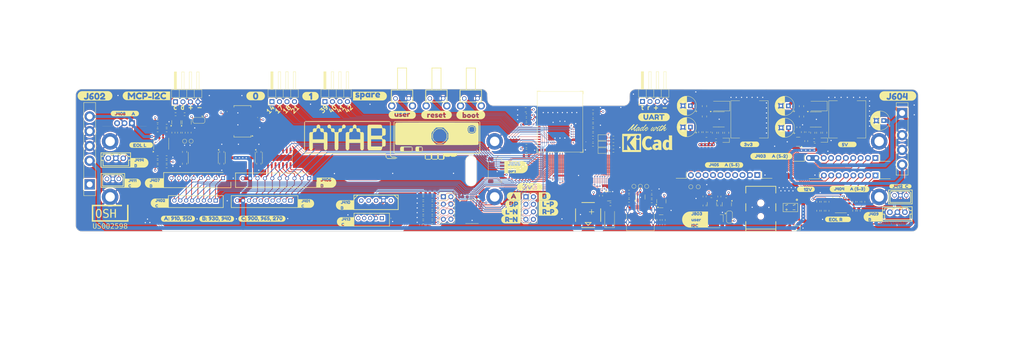
<source format=kicad_pcb>
(kicad_pcb (version 20241229) (generator "pcbnew") (generator_version "9.0")
  (layers (0 "F.Cu" signal) (4 "In1.Cu" signal) (6 "In2.Cu" signal) (2 "B.Cu" signal) (13 "F.Paste" user) (15 "B.Paste" user) (5 "F.SilkS" user "F.Silkscreen") (7 "B.SilkS" user "B.Silkscreen") (1 "F.Mask" user) (3 "B.Mask" user) (25 "Edge.Cuts" user))
  (net 0 "")
  (net 1 "/ESP32/USB_M")
  (net 2 "GND")
  (net 3 "/ESP32/USB_P")
  (net 4 "+12V")
  (net 5 "+5V")
  (net 6 "+3V3")
  (net 7 "Net-(U601-FB)")
  (net 8 "Net-(U602-FB)")
  (net 9 "Net-(D602-A)")
  (net 10 "Net-(D603-A)")
  (net 11 "Net-(D604-A)")
  (net 12 "Net-(D605-K)")
  (net 13 "Net-(D606-K)")
  (net 14 "/USB/USB_VBUS")
  (net 15 "/USB/UCPD_CC1")
  (net 17 "/USB/UCPD_CC2")
  (net 19 "/PSU/3V3_SW")
  (net 21 "/ESP32/BUZZER")
  (net 22 "Net-(Q201-D)")
  (net 23 "Net-(Q501B-C2)")
  (net 24 "Net-(Q501A-E1)")
  (net 25 "/ESP32/BOOT0")
  (net 26 "/ESP32/EOL_L_P")
  (net 27 "/ESP32/EOL_L_N")
  (net 29 "/ESP32/EOL_R_P")
  (net 30 "/ESP32/EOL_R_N")
  (net 31 "/ESP32/ENC_A")
  (net 32 "/ESP32/ENC_B")
  (net 33 "/ESP32/ENC_BP")
  (net 34 "/ESP32/VCC_SPI")
  (net 35 "/ESP32/BOOT1")
  (net 36 "/ESP32/nRST")
  (net 37 "/IO CONDITIONING/EOL_L_K")
  (net 38 "/IO CONDITIONING/EOL_L_L")
  (net 39 "Net-(D204-A)")
  (net 40 "Net-(U201-SPIIO7{slash}GPIO36{slash}FSPICLK{slash}SUBSPICLK)")
  (net 41 "/ESP32/YEL")
  (net 42 "Net-(D201-A)")
  (net 43 "/ESP32/GRN")
  (net 44 "Net-(D202-A)")
  (net 45 "/ESP32/RED")
  (net 46 "Net-(D203-A)")
  (net 47 "/BROTHER-CONNECTORS/SOL_7")
  (net 48 "/BROTHER-CONNECTORS/SOL_6")
  (net 49 "/BROTHER-CONNECTORS/SOL_5")
  (net 50 "/BROTHER-CONNECTORS/SOL_4")
  (net 51 "/BROTHER-CONNECTORS/SOL_3")
  (net 52 "/BROTHER-CONNECTORS/SOL_2")
  (net 53 "/BROTHER-CONNECTORS/SOL_1")
  (net 54 "/BROTHER-CONNECTORS/SOL_0")
  (net 55 "/BROTHER-CONNECTORS/SOL_F")
  (net 56 "/BROTHER-CONNECTORS/SOL_E")
  (net 57 "/BROTHER-CONNECTORS/SOL_D")
  (net 58 "/BROTHER-CONNECTORS/SOL_C")
  (net 59 "/BROTHER-CONNECTORS/SOL_B")
  (net 60 "/BROTHER-CONNECTORS/SOL_A")
  (net 61 "/BROTHER-CONNECTORS/SOL_9")
  (net 62 "/BROTHER-CONNECTORS/SOL_8")
  (net 63 "/BROTHER-CONNECTORS/EOL_L")
  (net 64 "/BROTHER-CONNECTORS/EOL_R")
  (net 65 "/BROTHER-CONNECTORS/ENC_V2")
  (net 66 "/BROTHER-CONNECTORS/ENC_V1")
  (net 67 "/BROTHER-CONNECTORS/ENC_BELTPHASE")
  (net 68 "Net-(J701-Pin_8)")
  (net 69 "/BROTHER-CONNECTORS/EOL_R_N")
  (net 70 "/BROTHER-CONNECTORS/EOL_R_S")
  (net 71 "Net-(J702-Pin_8)")
  (net 72 "/AUX-CONNECTORS/AYAB_RX")
  (net 73 "/AUX-CONNECTORS/AYAB_TX")
  (net 74 "/AUX-CONNECTORS/I2C_VBUS")
  (net 75 "/AUX-CONNECTORS/AUX_SCL")
  (net 76 "/AUX-CONNECTORS/AUX_SDA")
  (net 77 "/AUX-CONNECTORS/AYAB_CS")
  (net 78 "/AUX-CONNECTORS/AYAB_COPI")
  (net 79 "/AUX-CONNECTORS/CIPO")
  (net 80 "/AUX-CONNECTORS/AYAB_SCK")
  (net 81 "/AUX-CONNECTORS/MCP_SCL")
  (net 82 "/AUX-CONNECTORS/MCP_SDA")
  (net 83 "Net-(Q501A-B1)")
  (net 84 "Net-(Q801-S)")
  (net 85 "Net-(Q802-S)")
  (net 86 "Net-(Q803-S)")
  (net 87 "Net-(Q804-S)")
  (net 88 "/AUX-CONNECTORS/AYAB_SCL")
  (net 89 "/AUX-CONNECTORS/AYAB_SDA")
  (net 90 "Net-(U702A--)")
  (net 91 "Net-(U702B-+)")
  (net 92 "Net-(U703A--)")
  (net 93 "Net-(U703B-+)")
  (net 94 "Net-(R719-Pad2)")
  (net 95 "Net-(R720-Pad1)")
  (net 96 "Net-(R721-Pad2)")
  (net 97 "Net-(R722-Pad1)")
  (net 98 "/AUX-CONNECTORS/I2C_SCL")
  (net 99 "/AUX-CONNECTORS/I2C_SDA")
  (net 100 "/AUX-CONNECTORS/UART_RX")
  (net 101 "/AUX-CONNECTORS/UART_TX")
  (net 102 "/AUX-CONNECTORS/AYAB_CIPO")
  (net 103 "Net-(U301-INTB)")
  (net 104 "Net-(U301-INTA)")
  (net 105 "Net-(J405-Pin_9)")
  (net 106 "Net-(J405-Pin_10)")
  (net 109 "/PSU/5V_SW")
  (net 110 "/ESP32/ESP39")
  (net 114 "/ESP32/ESP40")
  (net 115 "/ESP32/ESP41")
  (net 116 "/ESP32/ESP42")
  (net 117 "/ESP32/ESP14")
  (net 118 "/SOLENOID DRIVERS/MCU_SOL_0")
  (net 119 "/SOLENOID DRIVERS/MCU_SOL_1")
  (net 120 "/SOLENOID DRIVERS/MCU_SOL_2")
  (net 121 "/SOLENOID DRIVERS/MCU_SOL_3")
  (net 122 "/SOLENOID DRIVERS/MCU_SOL_4")
  (net 123 "/SOLENOID DRIVERS/MCU_SOL_5")
  (net 124 "/SOLENOID DRIVERS/MCU_SOL_6")
  (net 125 "/SOLENOID DRIVERS/MCU_SOL_7")
  (net 128 "/SOLENOID DRIVERS/MCU_SOL_8")
  (net 129 "/SOLENOID DRIVERS/MCU_SOL_9")
  (net 130 "/SOLENOID DRIVERS/MCU_SOL_A")
  (net 131 "/SOLENOID DRIVERS/MCU_SOL_B")
  (net 132 "/SOLENOID DRIVERS/MCU_SOL_C")
  (net 133 "/SOLENOID DRIVERS/MCU_SOL_D")
  (net 134 "/SOLENOID DRIVERS/MCU_SOL_E")
  (net 135 "/SOLENOID DRIVERS/MCU_SOL_F")
  (net 146 "/ESP32/ESP17")
  (net 147 "/ESP32/ESP18")
  (net 148 "/ESP32/ESP21")
  (net 149 "/PSU/INP_1")
  (net 150 "/PSU/INP_2")
  (net 151 "/AUX-CONNECTORS/USER_I2C_VBUS")
  (net 153 "Net-(Q601-G)")
  (net 154 "Net-(Q601-S)")
  (footprint "Capacitor_THT:CP_Radial_D6.3mm_P2.50mm" (layer "F.Cu") (at 268.29 121.71 180)
    (property "Reference" "C609" (hide yes))
    (property "Value" "220u")
  )
  (footprint "Capacitor_SMD:C_0603_1608Metric" (layer "F.Cu") (at 247.5 152.36 180)
    (property "Reference" "C501" (hide yes))
    (property "Value" "47p")
  )
  (footprint "Library:kibuzzard-6678BB1D" (layer "F.Cu") (at 207.518 160.1978)
    (property "Reference" "kibuzzard-6678BB1D" (hide yes))
    (property "Value" "G***" (hide yes))
  )
  (footprint "Resistor_SMD:R_0603_1608Metric" (layer "F.Cu") (at 95.19 130.8025 90)
    (property "Reference" "R809" (hide yes))
    (property "Value" "47R")
  )
  (footprint "Library:ayab-oshw" (layer "F.Cu") (at 71.85 158.92)
    (property "Reference" "G***" (hide yes))
    (property "Value" "LOGO" (hide yes))
  )
  (footprint "Fiducial:Fiducial_1mm_Mask2mm" (layer "F.Cu") (at 124.86 129.08)
    (property "Reference" "FID104" (hide yes))
    (property "Value" "Fiducial")
  )
  (footprint "Library:kibuzzard-65A2E0AA" (layer "F.Cu") (at 182.34 124.8)
    (property "Reference" "kibuzzard-65A2E0AA" (hide yes))
    (property "Value" "G***" (hide yes))
  )
  (footprint "Resistor_SMD:R_0603_1608Metric" (layer "F.Cu") (at 212.75 136.975 180)
    (property "Reference" "R813" (hide yes))
    (property "Value" "47R")
  )
  (footprint "Library:kibuzzard-65BFE062" (layer "F.Cu") (at 123.22 159.95)
    (property "Reference" "kibuzzard-65BFE062" (hide yes))
    (property "Value" "G***" (hide yes))
  )
  (footprint "Library:kibuzzard-65BFD82E" (layer "F.Cu") (at 322.1482 149.9108)
    (property "Reference" "kibuzzard-65BFD82E" (hide yes))
    (property "Value" "G***" (hide yes))
  )
  (footprint "Resistor_SMD:R_0603_1608Metric" (layer "F.Cu") (at 273.0646 155.475 90)
    (property "Reference" "R807" (hide yes))
    (property "Value" "5k1")
  )
  (footprint "Resistor_SMD:R_0603_1608Metric" (layer "F.Cu") (at 235.325 126.775)
    (property "Reference" "R207" (hide yes))
    (property "Value" "10k")
  )
  (footprint "Library:HNC2-2.5P-10DS" (layer "F.Cu") (at 280.93 145.17 180)
    (property "Reference" "J405" (hide yes))
    (property "Value" "910.950 ENCODERS EOL R" (hide yes))
  )
  (footprint "Library:KEY-TH_4P-L7.5-W11.5-P4.5" (layer "F.Cu") (at 193.96 120.48)
    (property "Reference" "SW203" (hide yes))
    (property "Value" "BOOTSEL" (hide yes))
  )
  (footprint "Library:HNC2-2.5P-8DS" (layer "F.Cu") (at 322.2 145.3 180)
    (property "Reference" "J404" (hide yes))
    (property "Value" "910.950 SOLENOIDS B" (hide yes))
  )
  (footprint "TestPoint:TestPoint_Pad_D1.0mm" (layer "F.Cu") (at 85.39 135)
    (property "Reference" "TP701" (hide yes))
    (property "Value" "CMP-L")
  )
  (footprint "TestPoint:TestPoint_Pad_D1.0mm" (layer "F.Cu") (at 253.48 148.99)
    (property "Reference" "TP503" (hide yes))
    (property "Value" "USBP")
  )
  (footprint "Package_SO:SOIC-8_3.9x4.9mm_P1.27mm" (layer "F.Cu") (at 89.1328 134.553 90)
    (property "Reference" "U702" (hide yes))
    (property "Value" "LM393")
  )
  (footprint "Resistor_SMD:R_0603_1608Metric" (layer "F.Cu") (at 242.205 134.675 180)
    (property "Reference" "R203" (hide yes))
    (property "Value" "5k1")
  )
  (footprint "Capacitor_SMD:C_0805_2012Metric" (layer "F.Cu") (at 305.9044 125.35 -90)
    (property "Reference" "C610" (hide yes))
    (property "Value" "10u")
  )
  (footprint "Library:kibuzzard-659F49E4" (layer "F.Cu") (at 321.3862 134.7978)
    (property "Reference" "kibuzzard-659F49E4" (hide yes))
    (property "Value" "G***" (hide yes))
  )
  (footprint "Resistor_SMD:R_0603_1608Metric" (layer "F.Cu") (at 180.8875 154.675734 180)
    (property "Reference" "R706" (hide yes))
    (property "Value" "10k")
  )
  (footprint "Library:kibuzzard-65A40139" (layer "F.Cu") (at 193.92 124.81)
    (property "Reference" "kibuzzard-65A40139" (hide yes))
    (property "Value" "G***" (hide yes))
  )
  (footprint "Capacitor_SMD:C_0805_2012Metric" (layer "F.Cu") (at 276.46 130.85 90)
    (property "Reference" "C621" (hide yes))
    (property "Value" "10u")
  )
  (footprint "Resistor_SMD:R_0603_1608Metric" (layer "F.Cu") (at 310.1848 133.35)
    (property "Reference" "R604" (hide yes))
    (property "Value" "5k1")
  )
  (footprint "TestPoint:TestPoint_Pad_D1.0mm" (layer "F.Cu") (at 270.93 149.15)
    (property "Reference" "TP401" (hide yes))
    (property "Value" "9")
  )
  (footprint "Capacitor_SMD:C_0805_2012Metric" (layer "F.Cu") (at 273.03 121.83 90)
    (property "Reference" "C602" (hide yes))
    (property "Value" "10u")
  )
  (footprint "Library:CONN-TH_3P-P2.00_A2004WV-3P" (layer "F.Cu") (at 339.35905 152.03381)
    (property "Reference" "J412" (hide yes))
    (property "Value" "900.965 EOL R" (hide yes))
  )
  (footprint "Library:530140510" (layer "F.Cu") (at 163.84 159.75)
    (property "Reference" "J413" (hide yes))
    (property "Value" "900.965 ENCODERS" (hide yes))
  )
  (footprint "Resistor_SMD:R_0603_1608Metric" (layer "F.Cu") (at 90.9628 130.028 180)
    (property "Reference" "R720" (hide yes))
    (property "Value" "10k")
  )
  (footprint "Capacitor_SMD:C_0603_1608Metric" (layer "F.Cu") (at 255.175 150.885)
    (property "Reference" "C502" (hide yes))
    (property "Value" "47p")
  )
  (footprint "Resistor_SMD:R_0603_1608Metric" (layer "F.Cu") (at 235.315 131.46 180)
    (property "Reference" "R819" (hide yes))
    (property "Value" "47R")
  )
  (footprint "Capacitor_SMD:C_0805_2012Metric" (layer "F.Cu") (at 122.175 141.325 -90)
    (property "Reference" "C303" (hide yes))
    (property "Value" "10u")
  )
  (footprint "Package_SO:SOIC-16_3.9x9.9mm_P1.27mm" (layer "F.Cu") (at 103.35 139.325 -90)
    (property "Reference" "U304" (hide yes))
    (property "Value" "ULN2003A")
  )
  (footprint "Resistor_SMD:R_0603_1608Metric" (layer "F.Cu") (at 98.71 130.81 90)
    (property "Reference" "R810" (hide yes))
    (property "Value" "47R")
  )
  (footprint "Diode_SMD:D_0603_1608Metric" (layer "F.Cu") (at 280.0096 133.3754 180)
    (property "Reference" "D604" (hide yes))
    (property "Value" "3V3OK")
  )
  (footprint "Library:kibuzzard-659A3543" (layer "F.Cu") (at 159.785 118.44)
    (property "Reference" "kibuzzard-659A3543" (hide yes))
    (property "Value" "G***" (hide yes))
  )
  (footprint "Connector_JST:JST_SH_SM06B-SRSS-TB_1x06-1MP_P1.00mm_Horizontal" (layer "F.Cu") (at 202.55 143.525 -90)
    (property "Reference" "J805" (hide yes))
    (property "Value" "AYAB_SPI")
  )
  (footprint "TestPoint:TestPoint_Pad_D1.0mm" (layer "F.Cu") (at 268.42 149.14)
    (property "Reference" "TP402" (hide yes))
    (property "Value" "10")
  )
  (footprint "Resistor_SMD:R_0603_1608Metric" (layer "F.Cu") (at 313.12 157.25 90)
    (property "Reference" "R734" (hide yes))
    (property "Value" "47k")
  )
  (footprint "Library:kibuzzard-65BFD836" (layer "F.Cu") (at 295.656 138.811)
    (property "Reference" "kibuzzard-65BFD836" (hide yes))
    (property "Value" "G***" (hide yes))
  )
  (footprint "Library:kibuzzard-65BFE052" (layer "F.Cu") (at 107.92 160)
    (property "Reference" "kibuzzard-65BFE052" (hide yes))
    (property "Value" "G***" (hide yes))
  )
  (footprint "Resistor_SMD:R_0603_1608Metric" (layer "F.Cu") (at 180.8875 157.9174 180)
    (property "Reference" "R710" (hide yes))
    (property "Value" "10k")
  )
  (footprint "Resistor_SMD:R_0603_1608Metric" (layer "F.Cu") (at 311.57 157.25 -90)
    (property "Reference" "R730" (hide yes))
    (property "Value" "4k7")
  )
  (footprint "Library:kibuzzard-6583500B" (layer "F.Cu") (at 121.09 118.39)
    (property "Reference" "kibuzzard-6583500B" (hide yes))
    (property "Value" "G***" (hide yes))
  )
  (footprint "Resistor_SMD:R_0603_1608Metric" (layer "F.Cu") (at 212.75 127.95)
    (property "Reference" "R206" (hide yes))
    (property "Value" "10k")
  )
  (footprint "Library:kibuzzard-65A2E6F1" (layer "F.Cu") (at 255.94 125.54)
    (property "Reference" "kibuzzard-65A2E6F1" (hide yes))
    (property "Value" "G***" (hide yes))
  )
  (footprint "Capacitor_SMD:C_0805_2012Metric" (layer "F.Cu") (at 305.87 121.85 90)
    (property "Reference" "C601" (hide yes))
    (property "Value" "10u")
  )
  (footprint "Resistor_SMD:R_0603_1608Metric" (layer "F.Cu") (at 177.8375 156.296567 180)
    (property "Reference" "R707" (hide yes))
    (property "Value" "10k")
  )
  (footprint "Package_SO:SOIC-16_3.9x9.9mm_P1.27mm" (layer "F.Cu") (at 115.9 139.325 -90)
    (property "Reference" "U303" (hide yes))
    (property "Value" "ULN2003A")
  )
  (footprint "Library:DC-IN-TH_DC-005-5A-2.0-SMT" (layer "F.Cu") (at 292.105 156.0848 90)
    (property "Reference" "J601" (hide yes))
    (property "Value" "VIN")
  )
  (footprint "Connector_PinHeader_2.54mm:PinHeader_2x04_P2.54mm_Vertical" (layer "F.Cu") (at 212.587498 152.5174)
    (property "Reference" "J701" (hide yes))
    (property "Value" "CTRL_3v3")
  )
  (footprint "Resistor_SMD:R_0603_1608Metric" (layer "F.Cu") (at 180.8875 153.054901 180)
    (property "Reference" "R704" (hide yes))
    (property "Value" "10k")
  )
  (footprint "Library:MountingHole_3.2mm_M3_DIN965_Pad" (layer "F.Cu") (at 332.18405 152.55881)
    (property "Reference" "H106" (hide yes))
    (property "Value" "M3")
  )
  (footprint "Connector_PinHeader_2.54mm:PinHeader_1x04_P2.54mm_Horizontal" (layer "F.Cu") (at 252.05 120.25 90)
    (property "Reference" "J801" (hide yes))
    (property "Value" "AYAB_UART")
  )
  (footprint "Library:Brother_5P" (layer "F.Cu") (at 62.9 120.62 -90)
    (property "Reference" "J602" (hide yes))
    (property "Value" "Brother_5P" (hide yes))
  )
  (footprint "Library:CONN-TH_X2564WV-05-N0SN" (layer "F.Cu") (at 161.86 153.81)
    (property "Reference" "J410" (hide yes))
    (property "Value" "930.940 ENCODERS")
  )
  (footprint "Library:kibuzzard-6678BAEB" (layer "F.Cu") (at 220.1418 154.9908)
    (property "Reference" "kibuzzard-6678BAEB" (hide yes))
    (property "Value" "G***" (hide yes))
  )
  (footprint "Resistor_SMD:R_0603_1608Metric" (layer "F.Cu") (at 242.205 136.89 180)
    (property "Reference" "R204" (hide yes))
    (property "Value" "10k")
  )
  (footprint "Library:kibuzzard-65BFD8F7" (layer "F.Cu") (at 138.18 154.79)
    (property "Reference" "kibuzzard-65BFD8F7" (hide yes))
    (property "Value" "G***" (hide yes))
  )
  (footprint "Package_TO_SOT_SMD:SOT-23" (layer "F.Cu") (at 258.45 154.035 90)
    (property "Reference" "Q502" (hide yes))
    (property "Value" "LP9435LT1G")
  )
  (footprint "Resistor_SMD:R_0805_2012Metric" (layer "F.Cu") (at 310.388 135.1026)
    (property "Reference" "R611" (hide yes))
    (property "Value" "0R")
  )
  (footprint "Resistor_SMD:R_0603_1608Metric" (layer "F.Cu") (at 304.8508 128.969 90)
    (property "Reference" "R606" (hide yes))
    (property "Value" "1k")
  )
  (footprint "Library:kibuzzard-65C3D944" (layer "F.Cu") (at 307.38 149.98)
    (property "Reference" "kibuzzard-65C3D944" (hide yes))
    (property "Value" "G***" (hide yes))
  )
  (footprint "Fiducial:Fiducial_1mm_Mask2mm" (layer "F.Cu") (at 240.99 126.58)
    (property "Reference" "FID102" (hide yes))
    (property "Value" "Fiducial")
  )
  (footprint "Library:kibuzzard-65A1AC88" (layer "F.Cu") (at 82.34 135.01)
    (property "Reference" "kibuzzard-65A1AC88" (hide yes))
    (property "Value" "G***" (hide yes))
  )
  (footprint "Resistor_SMD:R_0603_1608Metric" (layer "F.Cu") (at 177.8375 153.054901 180)
    (property "Reference" "R703" (hide yes))
    (property "Value" "10k")
  )
  (footprint "Fiducial:Fiducial_1mm_Mask2mm" (layer "F.Cu") (at 266.54 153.04)
    (property "Reference" "FID106" (hide yes))
    (property "Value" "Fiducial")
  )
  (footprint "Library:CONN-TH_3P-P2.00_A2004WV-3P" (layer "F.Cu") (at 72.76 146.45)
    (property "Reference" "J411" (hide yes))
    (property "Value" "900.965 EOL L")
  )
  (footprint "Capacitor_SMD:C_0805_2012Metric" (layer "F.Cu") (at 280.56 130.84 90)
    (property "Reference" "C617" (hide yes))
    (property "Value" "10u")
  )
  (footprint "Resistor_SMD:R_0603_1608Metric" (layer "F.Cu") (at 276.96 133.3754)
    (property "Reference" "R605" (hide yes))
    (property "Value" "3k3")
  )
  (footprint "Resistor_SMD:R_0805_2012Metric" (layer "F.Cu") (at 273.7085 133.1468)
    (property "Reference" "R610" (hide yes))
    (property "Value" "0R")
  )
  (footprint "Resistor_SMD:R_0603_1608Metric" (layer "F.Cu") (at 90.9628 128.478)
    (property "Reference" "R724" (hide yes))
    (property "Value" "1k")
  )
  (footprint "Resistor_SMD:R_0603_1608Metric" (layer "F.Cu") (at 273.0646 152.425 -90)
    (property "Reference" "R801" (hide yes))
    (property "Value" "47R")
  )
  (footprint "Capacitor_SMD:C_0603_1608Metric" (layer "F.Cu") (at 274.66 130.63 -90)
    (property "Reference" "C615" (hide yes))
    (property "Value" "3n3")
  )
  (footprint "Capacitor_SMD:C_0603_1608Metric" (layer "F.Cu") (at 235.325 125.2)
    (property "Reference" "C202" (hide yes))
    (property "Value" "100n")
  )
  (footprint "Resistor_SMD:R_0603_1608Metric" (layer "F.Cu") (at 180.8875 156.296567 180)
    (property "Reference" "R708" (hide yes))
    (property "Value" "10k")
  )
  (footprint "Resistor_SMD:R_0603_1608Metric" (layer "F.Cu") (at 238.01 152.15 -90)
    (property "Reference" "R211" (hide yes))
    (property "Value" "10k")
  )
  (footprint "Resistor_SMD:R_0603_1608Metric" (layer "F.Cu") (at 313.12 154.2 90)
    (property "Reference" "R721" (hide yes))
    (property "Value" "10k")
  )
  (footprint "Diode_SMD:D_0805_2012Metric" (layer "F.Cu") (at 238.6925 132.49)
    (property "Reference" "D201" (hide yes))
    (property "Value" "LED_YEL")
  )
  (footprint "Library:kibuzzard-65BFD822" (layer "F.Cu") (at 339.37 148.97)
    (property "Reference" "kibuzzard-65BFD822" (hide yes))
    (property "Value" "G***" (hide yes))
  )
  (footprint "Resistor_SMD:R_0603_1608Metric" (layer "F.Cu") (at 235.325 129.91)
    (property "Reference" "R818" (hide yes))
    (property "Value" "47R")
  )
  (footprint "TestPoint:TestPoint_Pad_D1.0mm" (layer "F.Cu") (at 249.16 148.98)
    (property "Reference" "TP502" (hide yes))
    (property "Value" "USBM")
  )
  (footprint "Capacitor_SMD:C_0603_1608Metric" (layer "F.Cu") (at 235.3 133.37)
    (property "Reference" "C201" (hide yes))
    (property "Value" "100n")
  )
  (footprint "Resistor_SMD:R_0603_1608Metric" (layer "F.Cu") (at 307.4924 133.6548 90)
    (property "Reference" "R601" (hide yes))
    (property "Value" "10k")
  )
  (footprint "Library:MountingHole_3.2mm_M3_DIN965_Pad" (layer "F.Cu") (at 332.18405 133.76281)
    (property "Reference" "H104" (hide yes))
    (property "Value" "M3")
  )
  (footprint "Connector_PinHeader_2.54mm:PinHeader_2x04_P2.54mm_Vertical" (layer "F.Cu") (at 184.65 152.49)
    (property "Reference" "J702" (hide yes))
    (property "Value" "CTRL_5V")
  )
  (footprint "Resistor_SMD:R_0603_1608Metric" (layer "F.Cu") (at 257.475 160.3725 -90)
    (property "Reference" "R503" (hide yes))
    (property "Value" "68k")
  )
  (footprint "Capacitor_THT:CP_Radial_D6.3mm_P2.50mm" (layer "F.Cu") (at 268.26 128.93 180)
    (property "Reference" "C613" (hide yes))
    (property "Value" "220u")
  )
  (footprint "Resistor_SMD:R_0603_1608Metric" (layer "F.Cu") (at 275.3746 152.28)
    (property "Reference" "R804" (hide yes))
    (property "Value" "5k1")
  )
  (footprint "Capacitor_SMD:C_0805_2012Metric" (layer "F.Cu") (at 109.625 141.325 -90)
    (property "Reference" "C302" (hide yes))
    (property "Value" "10u")
  )
  (footprint "Fiducial:Fiducial_1mm_Mask2mm" (layer "F.Cu") (at 331.75 121.54)
    (property "Reference" "FID103" (hide yes))
    (property "Value" "Fiducial")
  )
  (footprint "Library:LOGO" (layer "F.Cu") (at 167.32 133.297885)
    (property "Reference" "G***" (hide yes))
    (property "Value" "LOGO" (hide yes))
  )
  (footprint "Library:HNC2-2.5P-3DS" (layer "F.Cu") (at 76.7 127.6 180)
    (property "Reference" "J408" (hide yes))
    (property "Value" "910.950 EOL L" (hide yes))
  )
  (footprint "Library:kibuzzard-65BFD8C0" (layer "F.Cu") (at 88.61 154.67)
    (property "Reference" "kibuzzard-65BFD8C0" (hide yes))
    (property "Value" "G***" (hide yes))
  )
  (footprint "Library:kibuzzard-6678BADC" (layer "F.Cu") (at 208.2292 155.0162)
    (property "Reference" "kibuzzard-6678BADC" (hide yes))
    (property "Value" "G***" (hide yes))
  )
  (footprint "Capacitor_SMD:C_0603_1608Metric" (layer "F.Cu") (at 212.75 124.875 180)
    (property "Reference" "C204" (hide yes))
    (property "Value" "100n")
  )
  (footprint "Capacitor_SMD:C_0805_2012Metric" (layer "F.Cu") (at 313.74 130.83 90)
    (property "Reference" "C616" (hide yes))
    (property "Value" "10u")
  )
  (footprint "Capacitor_SMD:C_0805_2012Metric" (layer "F.Cu") (at 97.0576 137.3124 90)
    (property "Reference" "C603" (hide yes))
    (property "Value" "10u")
  )
  (footprint "Library:kibuzzard-65BFB941" (layer "F.Cu") (at 66.71 118.35)
    (property "Reference" "kibuzzard-65BFB941" (hide yes))
    (property "Value" "G***" (hide yes))
  )
  (footprint "Library:kibuzzard-6678BB49" (layer "F.Cu") (at 220.218 157.5816)
    (property "Reference" "kibuzzard-6678BB49" (hide yes))
    (property "Value" "G***" (hide yes))
  )
  (footprint "Resistor_SMD:R_0603_1608Metric" (layer "F.Cu") (at 323.72 157.25 90)
    (property "Reference" "R722" (hide yes))
    (property "Value" "10k")
  )
  (footprint "Diode_SMD:D_0805_2012Metric" (layer "F.Cu") (at 238.6925 134.68)
    (property "Reference" "D202" (hide yes))
    (property "Value" "LED_GRN")
  )
  (footprint "Resistor_SMD:R_0603_1608Metric" (layer "F.Cu") (at 247.5 150.835)
    (property "Reference" "R501" (hide yes))
    (property "Value" "1k5")
  )
  (footprint "Capacitor_SMD:C_0603_1608Metric" (layer "F.Cu") (at 191.96 152.54 180)
    (property "Reference" "C702" (hide yes))
    (property "Value" "100n")
  )
  (footprint "TestPoint:TestPoint_Pad_D1.0mm" (layer "F.Cu") (at 99.24 133.68 -90)
    (property "Reference" "TP301" (hide yes))
    (property "Value" "MCP_INTA")
  )
  (footprint "Resistor_SMD:R_0603_1608Metric" (layer "F.Cu") (at 212.75 135.325)
    (property "Reference" "R814" (hide yes))
    (property "Value" "10k")
  )
  (footprint "Resistor_SMD:R_0603_1608Metric" (layer "F.Cu") (at 280.39 152.31 180)
    (property "Reference" "R803" (hide yes))
    (property "Value" "5k1")
  )
  (footprint "Resistor_SMD:R_0603_1608Metric" (layer "F.Cu") (at 90.9628 142.203)
    (property "Reference" "R728" (hide yes))
    (property "Value" "4k7")
  )
  (footprint "Diode_SMD:D_0603_1608Metric" (layer "F.Cu") (at 303.98625 163.12 180)
    (property "Reference" "D602" (hide yes))
    (property "Value" "12VOK")
  )
  (footprint "Library:530140810" (layer "F.Cu") (at 107.57 153.7852)
    (property "Reference" "J402" (hide yes))
    (property "Value" "900.965.CK35 SOLENOIDS B" (hide yes))
  )
  (footprint "Package_TO_SOT_SMD:SOT-23" (layer "F.Cu") (at 280.615 155.0475 -90)
    (property "Reference" "Q802" (hide yes))
    (property "Value" "AO3400A")
  )
  (footprint "Library:Brother_4P" (layer "F.Cu") (at 341.95 145.16 90)
    (property "Reference" "J604" (hide yes))
    (property "Value" "Brother_4R" (hide yes))
  )
  (footprint "Library:MountingHole_3.2mm_M3_DIN965_Pad" (layer "F.Cu") (at 202.00905 133.76281)
    (property "Reference" "H102" (hide yes))
    (property "Value" "M3")
  )
  (footprint "Capacitor_SMD:C_0603_1608Metric" (layer "F.Cu") (at 122.25 125.675 90)
    (property "Reference" "C305" (hide yes))
    (property "Value" "100n")
  )
  (footprint "Resistor_SMD:R_0603_1608Metric" (layer "F.Cu") (at 177.8375 159.538233 180)
    (property "Reference" "R711" (hide yes))
    (property "Value" "10k")
  )
  (footprint "Resistor_SMD:R_0603_1608Metric" (layer "F.Cu") (at 177.8375 154.675734 180)
    (property "Reference" "R705" (hide yes))
    (property "Value" "10k")
  )
  (footprint "Resistor_SMD:R_0603_1608Metric" (layer "F.Cu") (at 241.205 155.01 180)
    (property "Reference" "R212" (hide yes))
    (property "Value" "0R")
  )
  (footprint "Library:KEY-TH_4P-L7.5-W11.5-P4.5" (layer "F.Cu") (at 170.68 120.48)
    (property "Reference" "SW201" (hide yes))
    (property "Value" "USER")
  )
  (footprint "Package_TO_SOT_SMD:SOT-23" (layer "F.Cu") (at 304.7492 133.8834 180)
    (property "Reference" "Q601" (hide yes))
    (property "Value" "LP9435LT1G")
  )
  (footprint "Capacitor_SMD:C_0603_1608Metric" (layer "F.Cu") (at 87.9128 128.478 180)
    (property "Reference" "C703" (hide yes))
    (property "Value" "100n")
  )
  (footprint "Resistor_SMD:R_0603_1608Metric" (layer "F.Cu") (at 273.11 130.63 -90)
    (property "Reference" "R609" (hide yes))
    (property "Value" "1k8")
  )
  (footprint "Connector_USB:USB_C_Receptacle_HRO_TYPE-C-31-M-12" (layer "F.Cu") (at 251.35 160.085)
    (property "Reference" "J501" (hide yes))
    (property "Value" "USB_C_Receptacle_USB2.0")
  )
  (footprint "Package_TO_SOT_SMD:SOT-23" (layer "F.Cu") (at 275.5746 155.0175 -90)
    (property "Reference" "Q801" (hide yes))
    (property "Value" "AO3400A")
  )
  (footprint "Jumper:SolderJumper-3_P1.3mm_Bridged12_RoundedPad1.0x1.5mm" (layer "F.Cu") (at 101.88 126.6675 180)
    (property "Reference" "J804" (hide yes))
    (property "Value" "I2C_VBUS")
  )
  (footprint "Resistor_SMD:R_0603_1608Metric" (layer "F.Cu") (at 325.27 157.25 -90)
    (property "Reference" "R726" (hide yes))
    (property "Value" "1k")
  )
  (footprint "Resistor_SMD:R_0603_1608Metric" (layer "F.Cu") (at 93.27 130.8 -90)
    (property "Reference" "R812" (hide yes))
    (property "Value" "5k1")
  )
  (footprint "Resistor_SMD:R_0603_1608Metric" (layer "F.Cu") (at 235.3 134.92 180)
    (property "Reference" "R201" (hide yes))
    (property "Value" "10k")
  )
  (footprint "Resistor_SMD:R_0603_1608Metric" (layer "F.Cu") (at 259.225 160.3725 -90)
    (property "Reference" "R502" (hide yes))
    (property "Value" "100k")
  )
  (footprint "Resistor_SMD:R_0603_1608Metric" (layer "F.Cu") (at 87.9128 139.103)
    (property "Reference" "R715" (hide yes))
    (property "Value" "100k")
  )
  (footprint "Library:KEY-TH_4P-L7.5-W11.5-P4.5" (layer "F.Cu") (at 182.32 120.48)
    (property "Reference" "SW202" (hide yes))
    (property "Value" "RESET")
  )
  (footprint "Library:kibuzzard-65BFAF9E" (layer "F.Cu") (at 84.11 118.34)
    (property "Reference" "kibuzzard-65BFAF9E" (hide yes))
    (property "Value" "G***" (hide yes))
  )
  (footprint "Capacitor_SMD:C_0603_1608Metric" (layer "F.Cu") (at 325.27 154.2 90)
    (property "Reference" "C704" (hide yes))
    (property "Value" "100n")
  )
  (footprint "Resistor_SMD:R_0603_1608Metric" (layer "F.Cu") (at 311.57 154.2 -90)
    (property "Reference" "R729" (hide yes))
    (property "Value" "3k3")
  )
  (footprint "Library:kibuzzard-65BFD893" (layer "F.Cu") (at 81.79 141.02)
    (property "Reference" "kibuzzard-65BFD893" (hide yes))
    (property "Value" "G***" (hide yes))
  )
  (footprint "Inductor_SMD:L_12x12mm_H8mm" (layer "F.Cu") (at 288.2844 126.325 -90)
    (property "Reference" "L602" (hide yes))
    (property "Value" "47uH")
  )
  (footprint "Connector_PinHeader_2.54mm:PinHeader_1x04_P2.54mm_Horizontal" (layer "F.Cu") (at 126.62 120.3 90)
    (property "Reference" "J202" (hide yes))
    (property "Value" "SPARE0")
  )
  (footprint "Capacitor_SMD:C_0805_2012Metric" (layer "F.Cu") (at 109.625 137.325 90)
    (property "Reference" "C604" (hide yes))
    (property "Value" "10u")
  )
  (footprint "Capacitor_SMD:C_0805_2012Metric" (layer "F.Cu") (at 311.72 130.83 90)
    (property "Reference" "C618" (hide yes))
    (property "Value" "10u")
  )
  (footprint "Resistor_SMD:R_0603_1608Metric" (layer "F.Cu") (at 323.72 154.2 90)
    (property "Reference" "R718" (hide yes))
    (property "Value" "100k")
  )
  (footprint "Library:MBF-SMD_L4.8-W3.8-P2.54-LS6.8-TL" (layer "F.Cu") (at 302.13 156.15 -90)
    (property "Reference" "D601" (hide yes))
    (property "Value" "KMB14F")
  )
  (footprint "Resistor_SMD:R_0603_1608Metric" (layer "F.Cu") (at 235.325 128.35)
    (property "Reference" "R208" (hide yes))
    (property "Value" "10k")
  )
  (footprint "Resistor_SMD:R_0603_1608Metric" (layer "F.Cu") (at 235.32 123.65 180)
    (property "Reference" "R205" (hide yes))
    (property "Value" "10k")
  )
  (footprint "Resistor_SMD:R_0603_1608Metric" (layer "F.Cu") (at 87.9128 126.928)
    (property "Reference" "R723" (hide yes))
    (property "Value" "4k7")
  )
  (footprint "Resistor_SMD:R_0603_1608Metric" (layer "F.Cu") (at 271.57 130.63 90)
    (property "Reference" "R607" (hide yes))
    (property "Value" "1k")
  )
  (footprint "Diode_SMD:D_0603_1608Metric" (layer "F.Cu") (at 313.2328 133.35 180)
    (property "Reference" "D603" (hide yes))
    (property "Value" "5VOK")
  )
  (footprint "Inductor_SMD:L_12x12mm_H8mm" (layer "F.Cu") (at 321.38 126.32 -90)
    (property "Reference" "L601" (hide yes))
    (property "Value" "47uH")
  )
  (footprint "Library:kibuzzard-6678BD58" (layer "F.Cu") (at 157.38 144.65)
    (property "Reference" "kibuzzard-6678BD58" (hide yes))
    (property "Value" "G***" (hide yes))
  )
  (footprint "Connector_PinHeader_2.54mm:PinHeader_1x04_P2.54mm_Horizontal" (layer "F.Cu") (at 144.55 120.3 90)
    (property "Reference" "J201" (hide yes))
    (property "Value" "SPARE1")
  )
  (footprint "Library:kibuzzard-659F41CB" (layer "F.Cu") (at 269.85 160.23)
    (property "Reference" "kibuzzard-659F41CB" (hide yes))
    (property "Value" "G***" (hide yes))
  )
  (footprint "Resistor_SMD:R_0603_1608Metric" (layer "F.Cu") (at 326.82 154.2 -90)
    (property "Reference" "R725" (hide yes))
    (property "Value" "4k7")
  )
  (footprint "Library:BUZ-SMD_4P-L8.5-W8.5-P8.50-BR" (layer "F.Cu") (at 233.66 158.72 180)
    (property "Reference" "BUZZER201" (hide yes))
    (property "Value" "MLT-8530")
  )
  (footprint "Library:kibuzzard-65BFD8D6" (layer "F.Cu") (at 151.48 160.98)
    (property "Reference" "kibuzzard-65BFD8D6" (hide yes))
    (property "Value" "G***" (hide yes))
  )
  (footprint "Resistor_SMD:R_0603_1608Metric" (layer "F.Cu") (at 242.205 132.49 180)
    (property "Reference" "R202" (hide yes))
    (property "Value" "5k1")
  )
  (footprint "Library:kibuzzard-65A2E096" (layer "F.Cu") (at 170.73 124.81)
    (property "Reference" "kibuzzard-65A2E096" (hide yes))
    (property "Value" "G***" (hide yes))
  )
  (footprint "Capacitor_SMD:C_0603_1608Metric" (layer "F.Cu") (at 212.75 126.4 180)
    (property "Reference" "C203" (hide yes))
    (property "Value" "100n")
  )
  (footprint "Library:530141010" (layer "F.Cu") (at 132.84 153.7852)
    (property "Reference" "J401" (hide yes))
    (property "Value" "900.965.CK35 SOLENOIDS A" (hide yes))
  )
  (footprint "Jumper:SolderJumper-3_P1.3mm_Bridged12_RoundedPad1.0x1.5mm" (layer "F.Cu") (at 281.5004 159.36 -90)
    (property "Reference" "J802" (hide yes))
    (property "Value" "I2C_VBUS")
  )
  (footprint "Capacitor_THT:CP_Radial_D6.3mm_P2.50mm" (layer "F.Cu") (at 333.72 126.74 180)
    (property "Reference" "C607" (hide yes))
    (property "Value" "220u")
  )
  (footprint "Resistor_SMD:R_0603_1608Metric" (layer "F.Cu") (at 177.8375 157.9174 180)
    (property "Reference" "R709" (hide yes))
    (property "Value" "10k")
  )
  (footprint "Resistor_SMD:R_0603_1608Metric" (layer "F.Cu") (at 278.09 155.485 90)
    (property "Reference" "R808" (hide yes))
    (property "Value" "5k1")
  )
  (footprint "Library:SHDR10W70P0X250_1X10_2740X490X590P" (layer "F.Cu") (at 116.74 146.28)
    (property "Reference" "J406" (hide yes))
    (property "Value" "930.940 SOLENOIDS A" (hide yes))
  )
  (footprint "Library:MountingHole_3.2mm_M3_DIN965_Pad" (layer "F.Cu") (at 202.00905 152.55881)
    (property "Reference" "H103" (hide yes))
    (property "Value" "M3")
  )
  (footprint "Capacitor_SMD:C_0805_2012Metric" (layer "F.Cu") (at 309.69 130.84 90)
    (property "Reference" "C620" (hide yes))
    (property "Value" "10u")
  )
  (footprint "Library:kibuzzard-65BFD887" (layer "F.Cu") (at 79.54 147.92)
    (property "Reference" "kibuzzard-65BFD887" (hide yes))
    (property "Value" "G***" (hide yes))
  )
  (footprint "Package_TO_SOT_SMD:SOT-363_SC-70-6" (layer "F.Cu") (at 258.35 157.4225)
    (property "Reference" "Q501" (hide yes))
    (property "Value" "BCM857BV")
  )
  (footprint "Library:kibuzzard-659F49F4" (layer "F.Cu") (at 288.3408 134.747)
    (property "Reference" "kibuzzard-659F49F4" (hide yes))
    (property "Value" "G***" (hide yes))
  )
  (footprint "Capacitor_SMD:C_0603_1608Metric" (layer "F.Cu") (at 110.95 123.67 90)
    (property "Reference" "C301" (hide yes))
    (property "Value" "100n")
  )
  (footprint "Capacitor_SMD:C_0603_1608Metric" (layer "F.Cu") (at 307.92 130.62 -90)
    (property "Reference" "C614" (hide yes))
    (property "Value" "3n3")
  )
  (footprint "Package_TO_SOT_SMD:SOT-23" (layer "F.Cu") (at 94.23 127.32 90)
    (property "Reference" "Q803" (hide yes))
    (property "Value" "AO3400A")
  )
  (footprint "Library:kibuzzard-65834FF6" (layer "F.Cu") (at 139.665 118.46)
    (property "Reference" "kibuzzard-65834FF6" (hide yes))
    (property "Value" "G***" (hide yes))
  )
  (footprint "Library:kibuzzard-65BFD905" (layer "F.Cu") (at 145.08 147.74)
    (property "Reference" "kibuzzard-65BFD905" (hide yes))
    (property "Value" "G***" (hide yes))
  )
  (footprint "Library:kibuzzard-65BFE03F" (layer "F.Cu") (at 94.8 159.95)
    (property "Reference" "kibuzzard-65BFE03F" (hide yes))
    (property "Value" "G***" (hide yes))
  )
  (footprint "Package_TO_SOT_SMD:SOT-23-6" (layer "F.Cu") (at 251.35 152.585 90)
    (property "Reference" "U501" (hide yes))
    (property "Value" "SRV05-4")
  )
  (footprint "Resistor_SMD:R_0603_1608Metric" (layer "F.Cu") (at 87.9128 130.028 180)
    (property "Reference" "R716" (hide yes))
    (property "Value" "100k")
  )
  (footprint "Library:HNC2-2.5P-10DS" (layer "F.Cu") (at 320.9 139.4 180)
    (property "Reference" "J403" (hide yes))
    (property "Value" "910.950 SOLENOIDS A" (hide yes))
  )
  (footprint "Package_SO:SOIC-8_3.9x4.9mm_P1.27mm" (layer "F.Cu") (at 310.7294 126.35)
    (property "Reference" "U601" (hide yes))
    (property "Value" "XL1509")
  )
  (footprint "Library:CONN-TH_3P-P2.50_X2564WV-03-N0SN" (layer "F.Cu") (at 338.345 157.7325)
    (property "Reference" "J409" (hide yes))
    (property "Value" "930.940 EOL R" (hide yes))
  )
  (footprint "TestPoint:TestPoint_Pad_D1.0mm" (layer "F.Cu") (at 290.6268 134.747)
    (property "Reference" "TP603" (hide yes))
    (property "Value" "3V3")
  )
  (footprint "Package_SO:SOIC-16_3.9x9.9mm_P1.27mm" (layer "F.Cu") (at 128.45 139.325 -90)
    (property "Reference" "U302" (hide yes))
    (property "Value" "ULN2003A")
  )
  (footprint "TestPoint:TestPoint_Pad_D1.0mm" (layer "F.Cu") (at 97.05 133.69)
    (property "Reference" "TP302" (hide yes))
    (property "Value" "MCP_INTB")
  )
  (footprint "Capacitor_SMD:C_0805_2012Metric" (layer "F.Cu") (at 212.525 123.075 180)
    (property "Reference" "C205" (hide yes))
    (property "Value" "10u")
  )
  (footprint "Resistor_SMD:R_0603_1608Metric" (layer "F.Cu") (at 87.9128 142.203)
    (property "Reference" "R727" (hide yes))
    (property "Value" "3k3")
  )
  (footprint "Resistor_SMD:R_0603_1608Metric" (layer "F.Cu") (at 177.8375 161.159066 180)
    (property "Reference" "R713" (hide yes))
    (property "Value" "10k")
  )
  (footprint "Library:CONN-TH_3P-P2.50_X2564WV-03-N0SN" (layer "F.Cu") (at 73.76 139.475)
    (property "Reference" "J414" (hide yes))
    (property "Value" "930.940 EOL L")
  )
  (footprint "Fiducial:Fiducial_1mm_Mask2mm" (layer "F.Cu") (at 82.51 151.96)
    (property "Reference" "FID101" (hide yes))
    (property "Value" "Fiducial")
  )
  (footprint "TestPoint:TestPoint_Pad_D1.0mm" (layer "F.Cu") (at 321.66 160.16)
    (property "Reference" "TP702" (hide yes))
    (property "Value" "CMP-R")
  )
  (footprint "Capacitor_THT:CP_Radial_D6.3mm_P2.50mm" (layer "F.Cu") (at 301.4274 121.7422 180)
    (property "Reference" "C606" (hide yes))
    (property "Value" "220u")
  )
  (footprint "Diode_SMD:D_SMA" (layer "F.Cu") (at 311.0544 121.8 180)
    (property "Reference" "D605" (hide yes))
    (property "Value" "SS54")
  )
  (footprint "Resistor_SMD:R_0603_1608Metric" (layer "F.Cu") (at 314.67 157.25 -90)
    (property "Reference" "R732" (hide yes))
    (property "Value" "22k")
  )
  (footprint "Capacitor_SMD:C_0805_2012Metric" (layer "F.Cu") (at 273.0344 125.325 -90)
    (property "Reference" "C611" (hide yes))
    (property "Value" "10u")
  )
  (footprint "Library:kibuzzard-65BFD84C" (layer "F.Cu") (at 279.68 141.76)
    (property "Reference" "kibuzzard-65BFD84C" (hide yes))
    (property "Value" "G***" (hide yes))
  )
  (footprint "Package_SO:SOIC-8_3.9x4.9mm_P1.27mm" (layer "F.Cu") (at 277.8594 126.33)
    (property "Reference" "U602" (hide yes))
    (property "Value" "XL1509")
  )
  (footprint "Package_SO:SSOP-28_5.3x10.2mm_P0.65mm" (layer "F.Cu") (at 116.625 126.975 180)
    (property "Reference" "U301" (hide yes))
    (property "Value" "MCP23017_SS")
  )
  (footprint "Library:MountingHole_3.2mm_M3_DIN965_Pad" (layer "F.Cu") (at 71.83405 152.55881)
    (property "Reference" "H101" (hide yes))
    (property "Value" "M3")
  )
  (footprint "Resistor_SMD:R_0603_1608Metric" (layer "F.Cu") (at 87.9128 140.653 180)
    (property "Reference" "R719" (hide yes))
    (property "Value" "10k")
  )
  (footprint "Resistor_SMD:R_0603_1608Metric" (layer "F.Cu") (at 177.8375 151.434066 180)
    (property "Reference" "R701" (hide yes))
    (property "Value" "10k")
  )
  (footprint "Package_SO:SOIC-8_3.9x4.9mm_P1.27mm" (layer "F.Cu") (at 319.195 155.4)
    (property "Reference" "U703" (hide yes))
    (property "Value" "LM393")
  )
  (footprint "Diode_SMD:D_SMA" (layer "F.Cu") (at 240.93 159.435 90)
    (property "Reference" "D204" (hide yes))
    (property "Value" "SS54")
  )
  (footprint "Library:kibuzzard-65BFD865" (layer "F.Cu") (at 330.07 159.29)
    (property "Reference" "kibuzzard-65BFD865" (hide yes))
    (property "Value" "G***" (hide yes))
  )
  (footprint "Package_SO:TSSOP-24_4.4x7.8mm_P0.65mm" (layer "F.Cu") (at 194.34 157.53)
    (property "Reference" "U701" (hide yes))
    (property "Value" "SN74LVC4245")
  )
  (footprint "Connector_JST:JST_SH_SM04B-SRSS-TB_1x04-1MP_P1.00mm_Horizontal" (layer "F.Cu") (at 276.2504 160.335)
    (property "Reference" "J803" (hide yes))
    (property "Value" "USER_I2C")
  )
  (footprint "Resistor_SMD:R_0603_1608Metric" (layer "F.Cu") (at 90.9628 140.653 180)
    (property "Reference" "R733" (hide yes))
    (property "Value" "47k")
  )
  (footprint "Library:kibuzzard-6678BB3B" (layer "F.Cu") (at 207.5942 157.5816)
    (property "Reference" "kibuzzard-6678BB3B" (hide yes))
    (property "Value" "G***" (hide yes))
  )
  (footprint "Resistor_SMD:R_0603_1608Metric" (layer "F.Cu") (at 90.9628 139.103)
    (property "Reference" "R731" (hide yes))
    (property "Value" "22k")
  )
  (footprint "Library:kibuzzard-65BFD8DF" (layer "F.Cu") (at 151.31 155.32)
    (property "Reference" "kibuzzard-65BFD8DF" (hide yes))
    (property "Value" "G***" (hide yes))
  )
  (footprint "Resistor_SMD:R_0603_1608Metric" (layer "F.Cu") (at 96.77 130.8125 -90)
    (property "Reference" "R811" (hide yes))
    (property "Value" "5k1")
  )
  (footprint "Library:kibuzzard-6678BAC3" (layer "F.Cu") (at 218.9226 152.3238)
    (property "Reference" "kibuzzard-6678BAC3" (hide yes))
    (property "Value" "G***" (hide yes))
  )
  (footprint "Package_TO_SOT_SMD:SOT-23" (layer "F.Cu") (at 240.7725 152.37)
    (property "Reference" "Q201" (hide yes))
    (property "Value" "AO3400A")
  )
  (footprint "Resistor_SMD:R_0603_1608Metric" (layer "F.Cu") (at 212.75 138.6)
    (property "Reference" "R815" (hide yes))
    (property "Value" "10k")
  )
  (footprint "TestPoint:TestPoint_Pad_D1.0mm" (layer "F.Cu") (at 305.32 149.98 -90)
    (property "Reference" "TP601" (hide yes))
    (property "Value" "12V")
  )
  (footprint "Library:kibuzzard-65A1DFCB" (layer "F.Cu") (at 209.27 142.48)
    (property "Reference" "kibuzzard-65A1DFCB" (hide yes))
    (property "Value" "G***" (hide yes))
  )
  (footprint "TestPoint:TestPoint_Pad_D1.0mm" (layer "F.Cu") (at 323.6214 134.7978)
    (property "Reference" "TP602" (hide yes))
    (property "Value" "5V")
  )
  (footprint "Library:kibuzzard-64F68412" (layer "F.Cu") (at 213.92 149.18)
    (property "Reference" "kibuzzard-64F68412" (hide yes))
    (property "Value" "G***" (hide yes))
  )
  (footprint "Resistor_SMD:R_0603_1608Metric" (layer "F.Cu") (at 255.175 152.435)
    (property "Reference" "R102" (hide yes))
    (property "Value" "5k1")
  )
  (footprint "Library:kibuzzard-65A1ADEE" (layer "F.Cu") (at 318.24 160.16)
    (property "Reference" "kibuzzard-65A1ADEE" (hide yes))
    (property "Value" "G***" (hide yes))
  )
  (footprint "Library:kibuzzard-65BFD8A4" (layer "F.Cu") (at 86.76 147.88)
    (property "Reference" "kibuzzard-65BFD8A4" (hide yes))
    (property "Value" "G***" (hide yes))
  )
  (footprint "Diode_SMD:D_SMA" (layer "F.Cu") (at 278.0594 121.8 180)
    (property "Reference" "D606" (hide yes))
    (property "Value" "SS54")
  )
  (footprint "Resistor_SMD:R_0603_1608Metric" (layer "F.Cu") (at 306.38 130.62 -90)
    (property "Reference" "R608" (hide yes))
    (property "Value" "3k3")
  )
  (footprint "Resistor_SMD:R_0603_1608Metric" (layer "F.Cu") (at 255.175 153.985)
    (property "Reference" "R504" (hide yes))
    (property "Value" "0R")
  )
  (footprint "Capacitor_SMD:C_0805_2012Metric" (layer "F.Cu") (at 122.175 137.325 90)
    (property "Reference" "C605" (hide yes))
    (property "Value" "10u")
  )
  (footprint "TestPoint:TestPoint_Pad_D1.0mm" (layer "F.Cu") (at 251.33 148.96)
    (property "Reference" "TP501" (hide yes))
    (property "Value" "USB_BUSV")
  )
  (footprint "Package_TO_SOT_SMD:SOT-23" (layer "F.Cu") (at 97.75 127.33 90)
    (property "Reference" "Q804" (hide yes))
    (property "Value" "AO3400A")
  )
  (footprint "Library:kibuzzard-65BFD746" (layer "F.Cu") (at 76.82 124.333)
    (property "Reference" "kibuzzard-65BFD746" (hide yes))
    (property "Value" "G***" (hide yes))
  )
  (footprint "Connector_PinHeader_2.54mm:PinHeader_1x04_P2.54mm_Horizontal" (layer "F.Cu") (at 93.94 120.36 90)
    (property "Reference" "J806" (hide yes))
    (property "Value" "AYAB_I2C")
  )
  (footprint "Capacitor_SMD:C_0805_2012Metric" (layer "F.Cu") (at 97.05 141.325 -90)
    (property "Reference" "C304" (hide yes))
    (property "Value" "10u")
  )
  (footprint "Library:kibuzzard-65BC6282" (layer "F.Cu") (at 338.5 118.39)
    (property "Reference" "kibuzzard-65BC6282" (hide yes))
    (property "Value" "G***" (hide yes))
  )
  (footprint "Resistor_SMD:R_0603_1608Metric" (layer "F.Cu") (at 180.8875 161.159066 180)
    (property "Reference" "R714" (hide yes))
    (property "Value" "10k")
  )
  (footprint "Capacitor_THT:CP_Radial_D6.3mm_P2.50mm" (layer "F.Cu") (at 301.5036 129.1336 180)
    (property "Reference" "C612" (hide yes))
    (property "Value" "220u")
  )
  (footprint "Resistor_SMD:R_0603_1608Metric" (layer "F.Cu") (at 247.5 153.885 180)
    (property "Reference" "R101" (hide yes))
    (property "Value" "5k1")
  )
  (footprint "Resistor_SMD:R_0603_1608Metric" (layer "F.Cu") (at 180.8875 159.538233 180)
    (property "Reference" "R712" (hide yes))
    (property "Value" "10k")
  )
  (footprint "Resistor_SMD:R_0603_1608Metric" (layer "F.Cu") (at 180.8875 151.434066 180)
    (property "Reference" "R702" (hide yes))
    (property "Value" "10k")
  )
  (footprint "Capacitor_SMD:C_0603_1608Metric" (layer "F.Cu") (at 196.7 152.53)
    (property "Reference" "C701" (hide yes))
    (property "Value" "100n")
  )
  (footprint "Resistor_SMD:R_0603_1608Metric" (layer "F.Cu") (at 93.99 124.5575)
    (property "Reference" "R816" (hide yes))
    (property "Value" "5k1")
  )
  (footprint "Library:SHDR8W65P0X250_1X8_2240X490X610P" (layer "F.Cu") (at 110.08 146.22)
    (property "Reference" "J407" (hide yes))
    (property "Value" "930.940 SOLENOIDS B" (hide yes))
  )
  (footprint "Library:ESP32-S3-MINI-1" (layer "F.Cu") (at 224.125 129.675)
    (property "Reference" "U201" (hide yes))
    (property "Value" "ESP32-S3-MINI-1")
  )
  (footprint "Library:kibuzzard-6678BAB8" (layer "F.Cu") (at 208.4832 152.3174)
    (property "Reference" "kibuzzard-6678BAB8" (hide yes))
    (property "Value" "G***" (hide yes))
  )
  (footprint "Fiducial:Fiducial_1mm_Mask2mm" (layer "F.Cu") (at 197.94 143.59)
    (property "Reference" "FID105" (hide yes))
    (property "Value" "Fiducial")
  )
  (footprint "Resistor_SMD:R_0603_1608Metric" (layer "F.Cu") (at 97.045 124.5675 180)
    (property "Reference" "R817" (hide yes))
    (property "Value" "5k1")
  )
  (footprint "Resistor_SMD:R_0603_1608Metric" (layer "F.Cu") (at 314.67 154.2 -90)
    (property "Reference" "R717" (hide yes))
    (property "Value" "100k")
  )
  (footprint "Capacitor_SMD:C_0805_2012Metric" (layer "F.Cu") (at 278.51 130.84 90)
    (property "Reference" "C619" (hide yes))
    (property "Value" "10u")
  )
  (footprint "Resistor_SMD:R_0603_1608Metric" (layer "F.Cu") (at 278.09 152.435 -90)
    (property "Reference" "R802" (hide yes))
    (property "Value" "47R")
  )
  (footprint "Resistor_SMD:R_0603_1608Metric" (layer "F.Cu") (at 303.96625 161.55 180)
    (property "Reference" "R603" (hide yes))
    (property "Value" "10k")
  )
  (footprint "Diode_SMD:D_0805_2012Metric" (layer "F.Cu") (at 238.6925 136.89)
    (property "Reference" "D203" (hide yes))
    (property "Value" "LED_RED")
  )
  (footprint "Library:MountingHole_3.2mm_M3_DIN965_Pad" (layer "F.Cu") (at 71.83405 133.76281)
    (property "Reference" "H108" (hide yes))
    (property "Value" "M3")
  )
  (footprint "Library:kibuzzard-65C3E68A" (layer "B.Cu") (at 337.1 161.43 180)
    (property "Reference" "kibuzzard-65C3E68A" (hide yes))
    (property "Value" "G***" (hide yes))
  )
  (gr_poly (pts (xy 259.836644 127.972676) (xy 259.840943 127.973175) (xy 259.845476 127.973959) (xy 259.850242 127.97503) (xy 259.855242 127.976386) (xy 259.860474 127.978029) (xy 259.86584 127.979889) (xy 259.871205 127.981899) (xy 259.876567 127.984057) (xy 259.881928 127.986364) (xy 259.887288 127.988819) (xy 259.892647 127.991424) (xy 259.898005 127.994177) (xy 259.903363 127.997079) (xy 259.908721 128.00013) (xy 259.914079 128.00333) (xy 259.919437 128.006679) (xy 259.924797 128.010176) (xy 259.930158 128.013822) (xy 259.93552 128.017618) (xy 259.940884 128.021561) (xy 259.946251 128.025654) (xy 259.951537 128.029859) (xy 259.956699 128.034137) (xy 259.961737 128.038491) (xy 259.966653 128.042918) (xy 259.971445 128.04742) (xy 259.976114 128.051997) (xy 259.980661 128.056648) (xy 259.985085 128.061373) (xy 259.989387 128.066173) (xy 259.993568 128.071047) (xy 259.997626 128.075995) (xy 260.001563 128.081018) (xy 260.005379 128.086116) (xy 260.009074 128.091287) (xy 260.012648 128.096534) (xy 260.016101 128.101854) (xy 260.019264 128.107193) (xy 260.022046 128.112495) (xy 260.024447 128.11776) (xy 260.026467 128.122988) (xy 260.028104 128.128178) (xy 260.02936 128.133331) (xy 260.030234 128.138447) (xy 260.030726 128.143526) (xy 260.030834 128.148567) (xy 260.03056 128.153572) (xy 260.029903 128.158539) (xy 260.028863 128.163469) (xy 260.027439 128.168362) (xy 260.025631 128.173217) (xy 260.023439 128.178035) (xy 260.020863 128.182817) (xy 260.006437 128.207299) (xy 259.990183 128.23312) (xy 259.9721 128.260282) (xy 259.952185 128.288782) (xy 259.930438 128.318622) (xy 259.906855 128.349802) (xy 259.881435 128.382321) (xy 259.854176 128.416179) (xy 259.796134 128.486426) (xy 259.734718 128.559054) (xy 259.669929 128.634063) (xy 259.601765 128.711454) (xy 259.530962 128.790531) (xy 259.458407 128.870601) (xy 259.384096 128.951663) (xy 259.308025 129.033717) (xy 259.159157 129.194074) (xy 259.020688 129.344867) (xy 258.956021 129.416036) (xy 258.895302 129.483416) (xy 258.838552 129.547005) (xy 258.785791 129.606804) (xy 258.761351 129.634925) (xy 258.738907 129.661305) (xy 258.718458 129.685943) (xy 258.7 129.708841) (xy 258.683532 129.729996) (xy 258.669051 129.749411) (xy 258.656554 129.767084) (xy 258.646039 129.783016) (xy 258.70754 129.723706) (xy 258.771412 129.66318) (xy 258.837685 129.601454) (xy 258.906389 129.538542) (xy 258.976437 129.47556) (xy 259.046883 129.413546) (xy 259.117725 129.352514) (xy 259.188963 129.292479) (xy 259.224583 129.263036) (xy 259.260003 129.234238) (xy 259.295224 129.206084) (xy 259.330244 129.178576) (xy 259.365064 129.151712) (xy 259.399682 129.125494) (xy 259.434097 129.09992) (xy 259.46831 129.074992) (xy 259.502097 129.050996) (xy 259.535192 129.028183) (xy 259.567593 129.006554) (xy 259.599299 128.986111) (xy 259.630308 128.966857) (xy 259.660618 128.948793) (xy 259.690228 128.93192) (xy 259.719134 128.916241) (xy 259.722041 128.913627) (xy 259.725224 128.911321) (xy 259.728682 128.909322) (xy 259.732415 128.907632) (xy 259.736423 128.90625) (xy 259.740706 128.905177) (xy 259.745262 128.904413) (xy 259.750091 128.903958) (xy 259.755193 128.903813) (xy 259.760568 128.903977) (xy 259.766214 128.904451) (xy 259.772132 128.905236) (xy 259.778321 128.90633) (xy 259.784781 128.907736) (xy 259.79151 128.909452) (xy 259.798509 128.911479) (xy 259.812815 128.91612) (xy 259.827115 128.921309) (xy 259.84141 128.927046) (xy 259.8557 128.933327) (xy 259.869985 128.940152) (xy 259.884265 128.947518) (xy 259.89854 128.955423) (xy 259.91281 128.963867) (xy 259.919882 128.968272) (xy 259.926792 128.972737) (xy 259.933539 128.977262) (xy 259.940124 128.981848) (xy 259.946546 128.986493) (xy 259.952806 128.9912) (xy 259.958904 128.995967) (xy 259.964839 129.000796) (xy 259.970612 129.005686) (xy 259.976222 129.010637) (xy 259.98167 129.015651) (xy 259.986955 129.020726) (xy 259.992078 129.025864) (xy 259.997039 129.031065) (xy 260.001837 129.036328) (xy 260.006473 129.041654) (xy 260.010828 129.046944) (xy 260.014748 129.052097) (xy 260.018231 129.057114) (xy 260.021278 129.061994) (xy 260.02389 129.066738) (xy 260.025032 129.069059) (xy 260.026066 129.071345) (xy 260.026991 129.073598) (xy 260.027807 129.075816) (xy 260.028515 129.078001) (xy 260.029113 129.080151) (xy 260.029603 129.082267) (xy 260.029985 129.084349) (xy 260.030258 129.086397) (xy 260.030422 129.088411) (xy 260.030477 129.090391) (xy 260.030425 129.092336) (xy 260.030263 129.094248) (xy 260.029993 129.096125) (xy 260.029615 129.097969) (xy 260.029128 129.099778) (xy 260.028533 129.101553) (xy 260.02783 129.103294) (xy 260.027018 129.105001) (xy 260.026098 129.106673) (xy 260.02507 129.108312) (xy 260.023933 129.109917) (xy 259.999739 129.140293) (xy 259.974744 129.171058) (xy 259.948948 129.202213) (xy 259.922354 129.233761) (xy 259.866779 129.298043) (xy 259.808035 129.363917) (xy 259.748802 129.429798) (xy 259.691757 129.494092) (xy 259.636905 129.556798) (xy 259.58425 129.617917) (xy 259.559103 129.647633) (xy 259.535298 129.676456) (xy 259.512835 129.704386) (xy 259.491718 129.731423) (xy 259.471948 129.757567) (xy 259.453527 129.782818) (xy 259.436456 129.807176) (xy 259.420738 129.830642) (xy 259.413514 129.841916) (xy 259.406961 129.85272) (xy 259.401081 129.863053) (xy 259.395874 129.872916) (xy 259.391338 129.882308) (xy 259.387475 129.891229) (xy 259.384283 129.899678) (xy 259.381764 129.907655) (xy 259.380757 129.911467) (xy 259.379918 129.915161) (xy 259.379246 129.918736) (xy 259.378743 129.922194) (xy 259.378408 129.925534) (xy 259.378241 129.928755) (xy 259.378242 129.931858) (xy 259.378411 129.934844) (xy 259.378748 129.93771) (xy 259.379253 129.940459) (xy 259.379926 129.94309) (xy 259.380767 129.945602) (xy 259.381776 129.947995) (xy 259.382954 129.950271) (xy 259.384299 129.952428) (xy 259.385812 129.954467) (xy 259.388739 129.957884) (xy 259.391961 129.960992) (xy 259.395481 129.963791) (xy 259.399297 129.966281) (xy 259.403411 129.968461) (xy 259.407822 129.970331) (xy 259.41253 129.97189) (xy 259.417535 129.97314) (xy 259.422838 129.974078) (xy 259.428439 129.974706) (xy 259.434338 129.975022) (xy 259.440536 129.975027) (xy 259.447031 129.974721) (xy 259.453825 129.974102) (xy 259.460918 129.973172) (xy 259.468309 129.971929) (xy 259.475924 129.970431) (xy 259.48369 129.968697) (xy 259.49967 129.964517) (xy 259.516248 129.95939) (xy 259.533423 129.953316) (xy 259.551192 129.946293) (xy 259.569556 129.938324) (xy 259.588513 129.929406) (xy 259.608061 129.919542) (xy 259.628104 129.9089) (xy 259.648543 129.897614) (xy 259.669379 129.885683) (xy 259.690611 129.873107) (xy 259.712241 129.859886) (xy 259.734267 129.846021) (xy 259.75669 129.83151) (xy 259.77951 129.816354) (xy 259.825342 129.785008) (xy 259.870772 129.752874) (xy 259.915815 129.719936) (xy 259.960486 129.686179) (xy 259.982497 129.669064) (xy 260.004119 129.651849) (xy 260.025348 129.634536) (xy 260.046184 129.617123) (xy 260.066622 129.599611) (xy 260.086662 129.581999) (xy 260.106299 129.564289) (xy 260.125532 129.546479) (xy 260.144199 129.528843) (xy 260.16206 129.511653) (xy 260.17912 129.49491) (xy 260.195383 129.478614) (xy 260.210852 129.462763) (xy 260.225531 129.44736) (xy 260.239423 129.432402) (xy 260.252533 129.417892) (xy 260.256114 129.413985) (xy 260.259694 129.410204) (xy 260.263272 129.406548) (xy 260.26685 129.403016) (xy 260.270426 129.399609) (xy 260.274001 129.396326) (xy 260.277574 129.393166) (xy 260.281147 129.39013) (xy 260.284718 129.387218) (xy 260.288288 129.384429) (xy 260.291857 129.381762) (xy 260.295424 129.379219) (xy 260.29899 129.376798) (xy 260.302555 129.374499) (xy 260.306119 129.372322) (xy 260.309682 129.370267) (xy 260.313204 129.368344) (xy 260.316629 129.366546) (xy 260.319955 129.364872) (xy 260.323182 129.363321) (xy 260.326311 129.361895) (xy 260.32934 129.360593) (xy 260.33227 129.359415) (xy 260.335101 129.35836) (xy 260.337832 129.35743) (xy 260.340462 129.356624) (xy 260.342993 129.355942) (xy 260.345422 129.355384) (xy 260.347751 129.35495) (xy 260.34998 129.35464) (xy 260.352107 129.354454) (xy 260.354132 129.354392) (xy 260.355104 129.354409) (xy 260.356046 129.35446) (xy 260.356958 129.354546) (xy 260.35784 129.354667) (xy 260.358691 129.354821) (xy 260.359512 129.35501) (xy 260.360303 129.355233) (xy 260.361063 129.355491) (xy 260.361793 129.355782) (xy 260.362492 129.356108) (xy 260.363161 129.356467) (xy 260.363799 129.356861) (xy 260.364406 129.357289) (xy 260.364983 129.357751) (xy 260.365529 129.358247) (xy 260.366044 129.358777) (xy 260.366529 129.359341) (xy 260.366982 129.359939) (xy 260.367405 129.360571) (xy 260.367796 129.361236) (xy 260.368157 129.361936) (xy 260.368486 129.362669) (xy 260.368784 129.363436) (xy 260.369051 129.364237) (xy 260.369287 129.365071) (xy 260.369492 129.365939) (xy 260.369665 129.366841) (xy 260.369807 129.367777) (xy 260.369996 129.369748) (xy 260.370059 129.371854) (xy 260.369972 129.374089) (xy 260.36971 129.376409) (xy 260.369273 129.378813) (xy 260.368663 129.381302) (xy 260.367878 129.383877) (xy 260.36692 129.386537) (xy 260.365788 129.389283) (xy 260.364483 129.392115) (xy 260.363005 129.395033) (xy 260.361354 129.398037) (xy 260.35953 129.401128) (xy 260.357535 129.404306) (xy 260.355367 129.407571) (xy 260.353027 129.410924) (xy 260.350516 129.414364) (xy 260.347833 129.417892) (xy 260.292263 129.49213) (xy 260.236682 129.565549) (xy 260.181101 129.638165) (xy 260.125531 129.709992) (xy 260.097752 129.745316) (xy 260.069977 129.779849) (xy 260.042204 129.81359) (xy 260.014432 129.846537) (xy 259.986661 129.878687) (xy 259.958888 129.910039) (xy 259.931113 129.940591) (xy 259.903334 129.970342) (xy 259.875528 129.99914) (xy 259.847672 130.026797) (xy 259.819767 130.053313) (xy 259.791812 130.078689) (xy 259.763807 130.102923) (xy 259.735753 130.126016) (xy 259.707649 130.147968) (xy 259.679495 130.168779) (xy 259.6654 130.17867) (xy 259.651292 130.188102) (xy 259.637172 130.197075) (xy 259.623041 130.205589) (xy 259.608896 130.213645) (xy 259.59474 130.221241) (xy 259.580572 130.228379) (xy 259.566393 130.235057) (xy 259.552201 130.241277) (xy 259.537998 130.247038) (xy 259.523783 130.25234) (xy 259.509556 130.257183) (xy 259.495318 130.261567) (xy 259.481069 130.265493) (xy 259.466808 130.268959) (xy 259.452536 130.271967) (xy 259.445383 130.273297) (xy 259.438231 130.274134) (xy 259.43108 130.274477) (xy 259.423931 130.274326) (xy 259.416783 130.27368) (xy 259.409636 130.272539) (xy 259.402491 130.270903) (xy 259.395346 130.268772) (xy 259.388203 130.266145) (xy 259.381061 130.263023) (xy 259.37392 130.259405) (xy 259.366781 130.255291) (xy 259.359643 130.25068) (xy 259.352506 130.245572) (xy 259.34537 130.239968) (xy 259.338235 130.233867) (xy 259.331157 130.227389) (xy 259.324228 130.220636) (xy 259.317449 130.213609) (xy 259.31082 130.206306) (xy 259.304341 130.19873) (xy 259.298012 130.190879) (xy 259.291832 130.182754) (xy 259.285802 130.174355) (xy 259.279921 130.165683) (xy 259.27419 130.156738) (xy 259.268608 130.14752) (xy 259.263175 130.138029) (xy 259.257891 130.128265) (xy 259.252756 130.118229) (xy 259.24777 130.107922) (xy 259.242934 130.097342) (xy 259.238283 130.086539) (xy 259.233857 130.075563) (xy 259.225677 130.05309) (xy 259.218391 130.029923) (xy 259.211998 130.00606) (xy 259.206494 129.981504) (xy 259.20188 129.956253) (xy 259.198152 129.930307) (xy 259.195309 129.903667) (xy 259.194326 129.890194) (xy 259.193739 129.876744) (xy 259.193548 129.863317) (xy 259.193752 129.849912) (xy 259.194353 129.836531) (xy 259.195351 129.823174) (xy 259.196745 129.80984) (xy 259.198536 129.79653) (xy 259.200724 129.783245) (xy 259.203308 129.769983) (xy 259.20629 129.756747) (xy 259.20967 129.743535) (xy 259.213447 129.730348) (xy 259.217621 129.717187) (xy 259.222193 129.704052) (xy 259.227164 129.690942) (xy 259.229287 129.685698) (xy 259.231708 129.680266) (xy 259.234427 129.674646) (xy 259.237444 129.668838) (xy 259.240759 129.662843) (xy 259.244372 129.65666) (xy 259.252492 129.643733) (xy 259.261805 129.63006) (xy 259.272311 129.615642) (xy 259.284012 129.600481) (xy 259.296908 129.584579) (xy 259.310629 129.568275) (xy 259.324804 129.551867) (xy 259.339429 129.535354) (xy 259.354501 129.518738) (xy 259.370017 129.502017) (xy 259.385974 129.485192) (xy 259.402369 129.468263) (xy 259.419199 129.451229) (xy 259.453536 129.417319) (xy 259.488281 129.38378) (xy 259.523423 129.350629) (xy 259.558951 129.317879) (xy 259.625996 129.257177) (xy 259.656239 129.230078) (xy 259.684309 129.205167) (xy 259.654109 129.220422) (xy 259.622283 129.237611) (xy 259.588827 129.256736) (xy 259.553738 129.277795) (xy 259.517012 129.300789) (xy 259.478645 129.325717) (xy 259.438633 129.352581) (xy 259.396973 129.381379) (xy 259.311422 129.442397) (xy 259.224697 129.506382) (xy 259.136774 129.573323) (xy 259.04763 129.643211) (xy 259.003002 129.679055) (xy 258.958814 129.715152) (xy 258.91507 129.751497) (xy 258.871774 129.78809) (xy 258.82893 129.824928) (xy 258.78654 129.86201) (xy 258.74461 129.899334) (xy 258.703142 129.936898) (xy 258.662758 129.974229) (xy 258.624156 130.010816) (xy 258.58734 130.046659) (xy 258.552309 130.081757) (xy 258.519068 130.116112) (xy 258.487616 130.149722) (xy 258.457957 130.182588) (xy 258.430092 130.21471) (xy 258.428036 130.216992) (xy 258.425818 130.219076) (xy 258.423437 130.220961) (xy 258.420894 130.222648) (xy 258.418189 130.224136) (xy 258.415321 130.225426) (xy 258.41229 130.226517) (xy 258.409097 130.22741) (xy 258.405742 130.228105) (xy 258.402224 130.228601) (xy 258.398544 130.228899) (xy 258.394701 130.228998) (xy 258.390695 130.228899) (xy 258.386527 130.228601) (xy 258.382197 130.228105) (xy 258.377704 130.22741) (xy 258.373149 130.22654) (xy 258.368591 130.225535) (xy 258.364031 130.224396) (xy 258.35947 130.223122) (xy 258.354906 130.221713) (xy 258.350341 130.220169) (xy 258.345774 130.21849) (xy 258.341205 130.216675) (xy 258.336635 130.214724) (xy 258.332065 130.212638) (xy 258.327493 130.210415) (xy 258.322921 130.208055) (xy 258.318348 130.205559) (xy 258.313774 130.202926) (xy 258.3092 130.200156) (xy 258.304626 130.197248) (xy 258.300102 130.194222) (xy 258.295638 130.191096) (xy 258.291233 130.187872) (xy 258.286889 130.184548) (xy 258.282606 130.181125) (xy 258.278384 130.177603) (xy 258.274224 130.173981) (xy 258.270125 130.17026) (xy 258.266088 130.166441) (xy 258.262113 130.162521) (xy 258.258201 130.158503) (xy 258.254352 130.154385) (xy 258.250567 130.150169) (xy 258.246844 130.145853) (xy 258.243186 130.141437) (xy 258.239592 130.136923) (xy 258.236122 130.132374) (xy 258.232877 130.127835) (xy 258.229856 130.123306) (xy 258.227059 130.118788) (xy 258.224487 130.114281) (xy 258.222138 130.109785) (xy 258.220014 130.1053) (xy 258.218114 130.100827) (xy 258.216437 130.096366) (xy 258.214984 130.091916) (xy 258.213755 130.087479) (xy 258.21275 130.083055) (xy 258.211968 130.078643) (xy 258.21141 130.074244) (xy 258.211075 130.069858) (xy 258.210963 130.065485) (xy 258.211218 130.06282) (xy 258.21198 130.059584) (xy 258.213252 130.055779) (xy 258.215031 130.051404) (xy 258.21732 130.046458) (xy 258.220116 130.040943) (xy 258.227236 130.028199) (xy 258.236389 130.013171) (xy 258.247576 129.995856) (xy 258.260796 129.976253) (xy 258.276051 129.95436) (xy 258.280406 129.948242) (xy 258.284974 129.941885) (xy 258.294253 129.929013) (xy 258.246327 129.973743) (xy 258.222959 129.995095) (xy 258.200003 130.015744) (xy 258.177471 130.035668) (xy 258.155375 130.054847) (xy 258.133727 130.07326) (xy 258.112538 130.090885) (xy 258.07987 130.117414) (xy 258.04854 130.142231) (xy 258.018549 130.165337) (xy 257.989896 130.186731) (xy 257.962583 130.206413) (xy 257.936609 130.224384) (xy 257.911975 130.240644) (xy 257.888681 130.255192) (xy 257.866726 130.268028) (xy 257.846112 130.279153) (xy 257.826839 130.288566) (xy 257.808906 130.296268) (xy 257.792315 130.302258) (xy 257.777064 130.306537) (xy 257.763155 130.309105) (xy 257.756704 130.309746) (xy 257.750588 130.30996) (xy 257.740495 130.309588) (xy 257.735611 130.309123) (xy 257.730834 130.308472) (xy 257.726165 130.307635) (xy 257.721605 130.306612) (xy 257.717152 130.305402) (xy 257.712808 130.304007) (xy 257.708572 130.302426) (xy 257.704444 130.300659) (xy 257.700424 130.298705) (xy 257.696512 130.296566) (xy 257.692709 130.29424) (xy 257.689014 130.291729) (xy 257.685427 130.289031) (xy 257.681948 130.286148) (xy 257.678578 130.283078) (xy 257.675316 130.279823) (xy 257.672163 130.276381) (xy 257.669118 130.272753) (xy 257.666182 130.26894) (xy 257.663354 130.26494) (xy 257.660635 130.260754) (xy 257.658024 130.256382) (xy 257.653129 130.24708) (xy 257.648668 130.237035) (xy 257.644642 130.226245) (xy 257.641051 130.21471) (xy 257.637864 130.202618) (xy 257.63505 130.190154) (xy 257.63261 130.177317) (xy 257.630542 130.164109) (xy 257.628847 130.150528) (xy 257.627524 130.136576) (xy 257.626574 130.122251) (xy 257.625996 130.107554) (xy 257.62579 130.092485) (xy 257.625956 130.077044) (xy 257.626494 130.061231) (xy 257.627403 130.045046) (xy 257.630336 130.01156) (xy 257.634753 129.976585) (xy 257.640508 129.940472) (xy 257.647453 129.903568) (xy 257.651081 129.886759) (xy 257.83117 129.886759) (xy 257.83119 129.889912) (xy 257.831362 129.892916) (xy 257.831683 129.895769) (xy 257.832155 129.898472) (xy 257.832777 129.901025) (xy 257.833144 129.902245) (xy 257.833548 129.903428) (xy 257.83399 129.904573) (xy 257.834468 129.905681) (xy 257.834984 129.906751) (xy 257.835537 129.907784) (xy 257.836128 129.908779) (xy 257.836755 129.909736) (xy 257.837419 129.910656) (xy 257.838121 129.911539) (xy 257.838859 129.912384) (xy 257.839635 129.913192) (xy 257.842639 129.916187) (xy 257.846116 129.918822) (xy 257.850065 129.921098) (xy 257.854487 129.923014) (xy 257.859382 129.924571) (xy 257.864749 129.925768) (xy 257.870589 129.926605) (xy 257.876901 129.927082) (xy 257.883686 129.9272) (xy 257.890943 129.926958) (xy 257.898673 129.926357) (xy 257.906875 129.925396) (xy 257.91555 129.924075) (xy 257.924697 129.922394) (xy 257.934317 129.920354) (xy 257.944409 129.917954) (xy 257.965575 129.912127) (xy 257.987838 129.904964) (xy 258.011199 129.896462) (xy 258.035658 129.886621) (xy 258.061216 129.875437) (xy 258.087873 129.86291) (xy 258.115631 129.849037) (xy 258.14449 129.833817) (xy 258.174246 129.817297) (xy 258.204739 129.799487) (xy 258.235971 129.780387) (xy 258.267944 129.759998) (xy 258.300662 129.738319) (xy 258.334126 129.715349) (xy 258.36834 129.69109) (xy 258.403305 129.665542) (xy 258.437719 129.63947) (xy 258.472181 129.612256) (xy 258.506691 129.583904) (xy 258.541246 129.554417) (xy 258.575846 129.523798) (xy 258.610489 129.492053) (xy 258.645175 129.459183) (xy 258.679901 129.425194) (xy 258.696939 129.403604) (xy 258.838207 129.225804) (xy 258.982689 129.044829) (xy 259.086703 128.914152) (xy 259.189487 128.784268) (xy 259.183112 128.783477) (xy 259.176436 128.782706) (xy 259.169432 128.781976) (xy 259.162076 128.781304) (xy 259.147796 128.780213) (xy 259.132776 128.77932) (xy 259.117015 128.778625) (xy 259.100514 128.778129) (xy 259.083271 128.777832) (xy 259.065286 128.777732) (xy 259.027086 128.778129) (xy 258.986407 128.779121) (xy 258.943748 128.78051) (xy 258.899115 128.782296) (xy 258.852513 128.784479) (xy 258.754835 128.789638) (xy 258.652435 128.795592) (xy 258.563939 128.89999) (xy 258.469926 129.009904) (xy 258.374663 129.121029) (xy 258.282654 129.228979) (xy 258.238164 129.281466) (xy 258.195268 129.332563) (xy 258.153969 129.382272) (xy 258.114273 129.430591) (xy 258.076867 129.476636) (xy 258.042437 129.519511) (xy 258.010985 129.559201) (xy 257.98251 129.595692) (xy 257.972338 129.609153) (xy 257.962461 129.62251) (xy 257.952882 129.635764) (xy 257.943603 129.648912) (xy 257.934626 129.661957) (xy 257.925955 129.674898) (xy 257.917592 129.687734) (xy 257.909538 129.700467) (xy 257.901797 129.713058) (xy 257.894449 129.725393) (xy 257.887495 129.737474) (xy 257.880937 129.749302) (xy 257.874775 129.76088) (xy 257.869012 129.772209) (xy 257.863648 129.783292) (xy 257.858685 129.794129) (xy 257.854134 129.804673) (xy 257.849969 129.814873) (xy 257.846195 129.824727) (xy 257.842816 129.834233) (xy 257.839836 129.84339) (xy 257.837261 129.852194) (xy 257.835093 129.860646) (xy 257.833337 129.868742) (xy 257.8326 129.872645) (xy 257.832015 129.876399) (xy 257.831581 129.880002) (xy 257.8313 129.883456) (xy 257.83117 129.886759) (xy 257.651081 129.886759) (xy 257.655589 129.865871) (xy 257.664915 129.82738) (xy 257.675433 129.788093) (xy 257.68714 129.748008) (xy 257.700039 129.707122) (xy 257.714128 129.665435) (xy 257.715423 129.66178) (xy 257.716761 129.658153) (xy 257.719519 129.650949) (xy 257.722306 129.643766) (xy 257.725029 129.636543) (xy 257.684852 129.68262) (xy 257.64269 129.730523) (xy 257.599423 129.779162) (xy 257.555352 129.828174) (xy 257.510487 129.877572) (xy 257.464838 129.927373) (xy 257.441896 129.952103) (xy 257.419106 129.976288) (xy 257.396468 129.999927) (xy 257.37398 130.02302) (xy 257.351641 130.045567) (xy 257.329449 130.067569) (xy 257.307403 130.089025) (xy 257.285503 130.109935) (xy 257.263816 130.130216) (xy 257.242488 130.149744) (xy 257.221516 130.168522) (xy 257.200896 130.186552) (xy 257.180627 130.203835) (xy 257.160703 130.220373) (xy 257.141124 130.236169) (xy 257.121885 130.251223) (xy 257.112456 130.258385) (xy 257.1032 130.265188) (xy 257.094116 130.271631) (xy 257.085205 130.277714) (xy 257.076466 130.283438) (xy 257.0679 130.288802) (xy 257.059507 130.293806) (xy 257.051287 130.298451) (xy 257.04324 130.302736) (xy 257.035366 130.306661) (xy 257.027666 130.310227) (xy 257.020138 130.313433) (xy 257.012784 130.316279) (xy 257.005603 130.318766) (xy 256.998596 130.320893) (xy 256.991762 130.32266) (xy 256.985871 130.324028) (xy 256.982972 130.324555) (xy 256.980104 130.324977) (xy 256.977267 130.325294) (xy 256.974461 130.325506) (xy 256.971686 130.325613) (xy 256.968942 130.325615) (xy 256.966229 130.325511) (xy 256.963547 130.325303) (xy 256.960896 130.32499) (xy 256.958276 130.324572) (xy 256.955687 130.324048) (xy 256.953129 130.32342) (xy 256.950602 130.322686) (xy 256.948106 130.321847) (xy 256.945641 130.320902) (xy 256.943207 130.319853) (xy 256.940804 130.318698) (xy 256.938432 130.317437) (xy 256.936092 130.316072) (xy 256.933782 130.314601) (xy 256.931503 130.313024) (xy 256.929255 130.311342) (xy 256.927038 130.309554) (xy 256.924852 130.307661) (xy 256.922697 130.305663) (xy 256.920573 130.303559) (xy 256.916418 130.299033) (xy 256.912388 130.294085) (xy 256.908482 130.288799) (xy 256.904701 130.28328) (xy 256.901044 130.277527) (xy 256.897513 130.27154) (xy 256.894105 130.265319) (xy 256.890822 130.258864) (xy 256.887663 130.252174) (xy 256.884627 130.24525) (xy 256.881714 130.23809) (xy 256.878925 130.230695) (xy 256.876259 130.223065) (xy 256.873715 130.215199) (xy 256.871294 130.207097) (xy 256.868995 130.198759) (xy 256.866818 130.190184) (xy 256.864763 130.181373) (xy 256.861008 130.163166) (xy 256.857643 130.144265) (xy 256.854669 130.124669) (xy 256.85209 130.104379) (xy 256.849908 130.083394) (xy 256.848125 130.061715) (xy 256.846743 130.039341) (xy 256.845766 130.016273) (xy 256.845186 129.992872) (xy 256.844994 129.969464) (xy 256.845192 129.946049) (xy 256.84578 129.92263) (xy 256.84676 129.899209) (xy 256.848133 129.875787) (xy 256.8499 129.852366) (xy 256.852064 129.828948) (xy 256.854586 129.805746) (xy 256.857352 129.782933) (xy 256.86036 129.76051) (xy 256.863612 129.73848) (xy 256.867107 129.716845) (xy 256.870845 129.695605) (xy 256.874827 129.674764) (xy 256.879051 129.654323) (xy 256.883558 129.634556) (xy 256.888309 129.615734) (xy 256.893304 129.597856) (xy 256.898544 129.580921) (xy 256.90403 129.564925) (xy 256.909762 129.549868) (xy 256.91574 129.535747) (xy 256.918822 129.529037) (xy 256.921966 129.52256) (xy 256.931782 129.503461) (xy 256.942138 129.484262) (xy 256.953034 129.464964) (xy 256.964472 129.445567) (xy 256.97645 129.42607) (xy 256.988969 129.406474) (xy 257.002029 129.386779) (xy 257.01563 129.366985) (xy 257.025172 129.353501) (xy 257.034863 129.340072) (xy 257.054642 129.313368) (xy 257.074878 129.286841) (xy 257.09548 129.260464) (xy 257.086661 129.263289) (xy 257.077872 129.266159) (xy 257.069063 129.268999) (xy 257.060184 129.271735) (xy 257.019976 129.2828) (xy 256.979521 129.292182) (xy 256.938818 129.299878) (xy 256.89787 129.305886) (xy 256.856675 129.310206) (xy 256.815236 129.312834) (xy 256.773553 129.31377) (xy 256.731625 129.31301) (xy 256.714626 129.338574) (xy 256.697044 129.364428) (xy 256.678877 129.390573) (xy 256.660122 129.417011) (xy 256.640776 129.443745) (xy 256.620838 129.470776) (xy 256.600304 129.498105) (xy 256.579172 129.525735) (xy 256.535805 129.581221) (xy 256.491436 129.636483) (xy 256.446075 129.691537) (xy 256.399731 129.746398) (xy 256.376239 129.773633) (xy 256.352596 129.800571) (xy 256.328804 129.827211) (xy 256.304866 129.853554) (xy 256.280783 129.879599) (xy 256.256559 129.905346) (xy 256.232197 129.930796) (xy 256.207697 129.955948) (xy 256.183138 129.980604) (xy 256.158676 130.004565) (xy 256.134311 130.027832) (xy 256.110046 130.050404) (xy 256.085883 130.072282) (xy 256.061823 130.093465) (xy 256.037869 130.113954) (xy 256.014022 130.133748) (xy 255.990316 130.152739) (xy 255.966862 130.170779) (xy 255.943661 130.18787) (xy 255.92071 130.204014) (xy 255.89801 130.219214) (xy 255.87556 130.23347) (xy 255.853359 130.246785) (xy 255.831406 130.25916) (xy 255.820583 130.264952) (xy 255.80992 130.270419) (xy 255.799419 130.275564) (xy 255.789079 130.280386) (xy 255.778899 130.284884) (xy 255.768881 130.289061) (xy 255.759023 130.292915) (xy 255.749326 130.296447) (xy 255.739789 130.299657) (xy 255.730413 130.302545) (xy 255.721198 130.305112) (xy 255.712143 130.307358) (xy 255.703248 130.309283) (xy 255.694513 130.310888) (xy 255.685939 130.312172) (xy 255.677524 130.313135) (xy 255.671602 130.313325) (xy 255.665782 130.31312) (xy 255.660063 130.31252) (xy 255.657241 130.312072) (xy 255.654445 130.311525) (xy 255.651675 130.31088) (xy 255.648929 130.310135) (xy 255.646209 130.309292) (xy 255.643514 130.308349) (xy 255.638201 130.306168) (xy 255.632988 130.30359) (xy 255.627877 130.300617) (xy 255.622867 130.297246) (xy 255.617957 130.293479) (xy 255.613149 130.289315) (xy 255.608441 130.284754) (xy 255.603834 130.279796) (xy 255.599327 130.274439) (xy 255.594921 130.268685) (xy 255.590599 130.26262) (xy 255.586403 130.256332) (xy 255.582334 130.249821) (xy 255.578391 130.243087) (xy 255.574575 130.236129) (xy 255.570886 130.228948) (xy 255.567322 130.221544) (xy 255.563886 130.213916) (xy 255.560576 130.206066) (xy 255.557392 130.197992) (xy 255.554335 130.189695) (xy 255.551404 130.181174) (xy 255.5486 130.172431) (xy 255.545922 130.163464) (xy 255.540946 130.14486) (xy 255.536407 130.125537) (xy 255.532313 130.105669) (xy 255.528665 130.085255) (xy 255.525461 130.064295) (xy 255.522702 130.042789) (xy 255.520385 130.020738) (xy 255.518512 129.99814) (xy 255.517081 129.974998) (xy 255.516115 129.951706) (xy 255.5156 129.928663) (xy 255.515532 129.905867) (xy 255.51591 129.88332) (xy 255.516732 129.86102) (xy 255.517996 129.838969) (xy 255.5197 129.817166) (xy 255.521843 129.79561) (xy 255.477416 129.852686) (xy 255.434622 129.906438) (xy 255.393465 129.956866) (xy 255.353945 130.00397) (xy 255.316065 130.04775) (xy 255.279826 130.088206) (xy 255.24523 130.125339) (xy 255.21228 130.159148) (xy 255.196395 130.174719) (xy 255.180865 130.189285) (xy 255.165693 130.202847) (xy 255.150878 130.215405) (xy 255.136421 130.226958) (xy 255.122322 130.237506) (xy 255.108582 130.247049) (xy 255.095202 130.255588) (xy 255.08218 130.263123) (xy 255.069519 130.269653) (xy 255.057219 130.275178) (xy 255.04528 130.279699) (xy 255.033702 130.283215) (xy 255.022486 130.285726) (xy 255.011632 130.287233) (xy 255.001142 130.287735) (xy 254.993307 130.287456) (xy 254.989459 130.287107) (xy 254.985657 130.286619) (xy 254.981901 130.285991) (xy 254.978191 130.285224) (xy 254.974528 130.284317) (xy 254.970911 130.28327) (xy 254.96734 130.282084) (xy 254.963816 130.280759) (xy 254.960337 130.279294) (xy 254.956906 130.277689) (xy 254.95352 130.275945) (xy 254.950181 130.274062) (xy 254.943641 130.269876) (xy 254.937287 130.265132) (xy 254.931119 130.25983) (xy 254.925136 130.25397) (xy 254.919339 130.247552) (xy 254.913727 130.240575) (xy 254.908301 130.233041) (xy 254.903061 130.224948) (xy 254.898007 130.216298) (xy 254.893145 130.207251) (xy 254.888482 130.197969) (xy 254.884017 130.188453) (xy 254.879751 130.178701) (xy 254.875683 130.168714) (xy 254.871813 130.158492) (xy 254.868142 130.148034) (xy 254.86467 130.137339) (xy 254.861395 130.126409) (xy 254.85832 130.115242) (xy 254.852763 130.092197) (xy 254.848001 130.068204) (xy 254.844032 130.04326) (xy 254.8408 130.017736) (xy 254.838323 129.991964) (xy 254.836599 129.965944) (xy 254.835625 129.939676) (xy 254.835398 129.91316) (xy 254.835914 129.886395) (xy 254.83717 129.859383) (xy 254.839164 129.832123) (xy 254.840475 129.818574) (xy 254.842007 129.805311) (xy 254.84376 129.792334) (xy 254.845735 129.779644) (xy 254.847931 129.767238) (xy 254.850349 129.755118) (xy 254.85299 129.743283) (xy 254.855852 129.731733) (xy 254.858938 129.720468) (xy 254.862246 129.709487) (xy 254.865778 129.69879) (xy 254.869532 129.688377) (xy 254.873511 129.678248) (xy 254.877713 129.668402) (xy 254.882139 129.65884) (xy 254.886789 129.64956) (xy 254.893615 129.636454) (xy 254.90139 129.622496) (xy 254.910111 129.607688) (xy 254.919776 129.592033) (xy 254.930381 129.575532) (xy 254.941923 129.558187) (xy 254.954398 129.54) (xy 254.967805 129.520973) (xy 254.99635 129.481491) (xy 255.026502 129.440824) (xy 255.058262 129.398956) (xy 255.091629 129.355873) (xy 255.126021 129.312224) (xy 255.161023 129.26858) (xy 255.19665 129.224926) (xy 255.232917 129.181248) (xy 255.268925 129.138492) (xy 255.303931 129.097527) (xy 255.337944 129.058338) (xy 255.370976 129.02091) (xy 255.402351 128.986114) (xy 255.431321 128.954672) (xy 255.444908 128.940208) (xy 255.457899 128.926583) (xy 255.470297 128.913796) (xy 255.482101 128.901848) (xy 255.493142 128.890976) (xy 255.503242 128.881339) (xy 255.50794 128.876984) (xy 255.512402 128.872938) (xy 255.516628 128.8692) (xy 255.520618 128.865772) (xy 255.524372 128.862652) (xy 255.527889 128.859841) (xy 255.53117 128.857339) (xy 255.534213 128.855146) (xy 255.53702 128.853261) (xy 255.539589 128.851685) (xy 255.54192 128.850418) (xy 255.544014 128.84946) (xy 255.546821 128.848394) (xy 255.549706 128.847577) (xy 255.552668 128.847009) (xy 255.555707 128.84669) (xy 255.558823 128.846618) (xy 255.562015 128.846795) (xy 255.565283 128.84722) (xy 255.568626 128.847893) (xy 255.572045 128.848813) (xy 255.575538 128.84998) (xy 255.579105 128.851394) (xy 255.582746 128.853055) (xy 255.586461 128.854962) (xy 255.590248 128.857115) (xy 255.594109 128.859515) (xy 255.598041 128.86216) (xy 255.601967 128.864988) (xy 255.605845 128.867915) (xy 255.609675 128.870941) (xy 255.613458 128.874067) (xy 255.617194 128.877291) (xy 255.620881 128.880615) (xy 255.62452 128.884038) (xy 255.628111 128.88756) (xy 255.631654 128.891182) (xy 255.635148 128.894903) (xy 255.638594 128.898723) (xy 255.64199 128.902642) (xy 255.645338 128.90666) (xy 255.648637 128.910778) (xy 255.651886 128.914994) (xy 255.655086 128.91931) (xy 255.661255 128.928106) (xy 255.667022 128.936994) (xy 255.67239 128.945974) (xy 255.677357 128.955049) (xy 255.679691 128.959623) (xy 255.681925 128.964221) (xy 255.684059 128.968844) (xy 255.686094 128.973491) (xy 255.688029 128.978164) (xy 255.689865 128.982862) (xy 255.691601 128.987586) (xy 255.693238 128.992336) (xy 255.694702 128.997037) (xy 255.695919 129.001615) (xy 255.696889 129.006069) (xy 255.697612 129.010401) (xy 255.698087 129.014608) (xy 255.698315 129.018692) (xy 255.698295 129.022651) (xy 255.698027 129.026487) (xy 255.697511 129.030197) (xy 255.696747 129.033783) (xy 255.695735 129.037243) (xy 255.694473 129.040578) (xy 255.692964 129.043788) (xy 255.691205 129.046871) (xy 255.689197 129.049829) (xy 255.686941 129.05266) (xy 255.674546 129.068799) (xy 255.661213 129.085425) (xy 255.646941 129.102541) (xy 255.631729 129.120149) (xy 255.615577 129.138251) (xy 255.598485 129.156848) (xy 255.580451 129.175942) (xy 255.561475 129.195535) (xy 255.522163 129.235826) (xy 255.482087 129.277312) (xy 255.441237 129.319978) (xy 255.399603 129.36381) (xy 255.357626 129.40836) (xy 255.315843 129.453107) (xy 255.274268 129.498053) (xy 255.232916 129.543198) (xy 255.212631 129.565646) (xy 255.193092 129.587747) (xy 255.174301 129.609501) (xy 255.15626 129.630907) (xy 255.13897 129.651966) (xy 255.122434 129.672678) (xy 255.106652 129.693043) (xy 255.091628 129.71306) (xy 255.077407 129.732656) (xy 255.064191 129.751756) (xy 255.051977 129.770359) (xy 255.040762 129.788467) (xy 255.030545 129.806078) (xy 255.021322 129.823193) (xy 255.013091 129.839812) (xy 255.00585 129.855935) (xy 255.002682 129.863761) (xy 254.999924 129.871364) (xy 254.997576 129.878743) (xy 254.995639 129.885899) (xy 254.994111 129.892832) (xy 254.992993 129.899542) (xy 254.992285 129.906028) (xy 254.991986 129.912292) (xy 254.992096 129.918332) (xy 254.992616 129.924148) (xy 254.993544 129.929742) (xy 254.994162 129.932455) (xy 254.994881 129.935112) (xy 254.995703 129.937713) (xy 254.996627 129.940259) (xy 254.997654 129.942749) (xy 254.998782 129.945183) (xy 255.000012 129.947561) (xy 255.001345 129.949883) (xy 255.002779 129.95215) (xy 255.004316 129.95436) (xy 255.006861 129.957734) (xy 255.009716 129.96071) (xy 255.012879 129.96329) (xy 255.016352 129.965473) (xy 255.020133 129.967259) (xy 255.024224 129.968648) (xy 255.028624 129.96964) (xy 255.033333 129.970235) (xy 255.038352 129.970434) (xy 255.043681 129.970235) (xy 255.049319 129.96964) (xy 255.055266 129.968648) (xy 255.061524 129.967259) (xy 255.068091 129.965473) (xy 255.074968 129.96329) (xy 255.082156 129.96071) (xy 255.097179 129.954675) (xy 255.11296 129.947643) (xy 255.129497 129.939614) (xy 255.146786 129.930588) (xy 255.164828 129.920564) (xy 255.183619 129.909543) (xy 255.203158 129.897525) (xy 255.223443 129.88451) (xy 255.244259 129.870595) (xy 255.265473 129.855836) (xy 255.287087 129.840234) (xy 255.309101 129.823788) (xy 255.331517 129.8065) (xy 255.354337 129.788367) (xy 255.37756 129.769392) (xy 255.401189 129.749573) (xy 255.425004 129.729161) (xy 255.448822 129.708405) (xy 255.472641 129.687302) (xy 255.49646 129.665852) (xy 255.520276 129.644052) (xy 255.544087 129.621901) (xy 255.567893 129.599396) (xy 255.59169 129.576535) (xy 255.604045 129.555602) (xy 255.617296 129.534077) (xy 255.631441 129.511958) (xy 255.646478 129.489243) (xy 255.662406 129.46593) (xy 255.679223 129.442017) (xy 255.696927 129.417503) (xy 255.715515 129.392385) (xy 255.753545 129.342188) (xy 255.791358 129.293186) (xy 255.828952 129.245366) (xy 255.866328 129.19871) (xy 255.88476 129.176113) (xy 255.902749 129.15436) (xy 255.920295 129.133449) (xy 255.937395 129.113382) (xy 255.954048 129.094159) (xy 255.970254 129.075778) (xy 255.986011 129.058242) (xy 256.001318 129.041548) (xy 256.015804 129.026159) (xy 256.022601 129.019113) (xy 256.0291 129.012499) (xy 256.035302 129.006318) (xy 256.041207 129.000569) (xy 256.046814 128.995253) (xy 256.052125 128.990371) (xy 256.057138 128.985922) (xy 256.061854 128.981907) (xy 256.066274 128.978325) (xy 256.070397 128.975178) (xy 256.074223 128.972465) (xy 256.077752 128.970187) (xy 256.080985 128.968344) (xy 256.083921 128.966936) (xy 256.08633 128.966231) (xy 256.088773 128.965686) (xy 256.091252 128.9653) (xy 256.093765 128.965073) (xy 256.096314 128.965006) (xy 256.098899 128.965098) (xy 256.101519 128.965351) (xy 256.104175 128.965765) (xy 256.106867 128.966339) (xy 256.109595 128.967074) (xy 256.11236 128.967969) (xy 256.115161 128.969027) (xy 256.117998 128.970245) (xy 256.120872 128.971626) (xy 256.123783 128.973168) (xy 256.126731 128.974873) (xy 256.12971 128.976703) (xy 256.132674 128.978621) (xy 256.135625 128.980626) (xy 256.138561 128.982719) (xy 256.141483 128.984899) (xy 256.144393 128.987165) (xy 256.147289 128.989519) (xy 256.150173 128.991958) (xy 256.153044 128.994485) (xy 256.155903 128.997096) (xy 256.15875 128.999794) (xy 256.161586 129.002577) (xy 256.164411 129.005446) (xy 256.167225 129.008399) (xy 256.170028 129.011438) (xy 256.172821 129.014561) (xy 256.178286 129.021) (xy 256.183606 129.027581) (xy 256.188783 129.034304) (xy 256.193816 129.041171) (xy 256.198705 129.048185) (xy 256.203451 129.055347) (xy 256.208052 129.062659) (xy 256.212509 129.070123) (xy 256.216684 129.077604) (xy 256.220515 129.084929) (xy 256.224003 129.092098) (xy 256.227147 129.099115) (xy 256.229946 129.10598) (xy 256.2324 129.112695) (xy 256.233497 129.115998) (xy 256.234507 129.119263) (xy 256.235431 129.122492) (xy 256.236269 129.125686) (xy 256.236995 129.129215) (xy 256.237585 129.132658) (xy 256.238041 129.136015) (xy 256.23836 129.139286) (xy 256.238543 129.14247) (xy 256.23859 129.145568) (xy 256.2385 129.148579) (xy 256.238273 129.151502) (xy 256.237909 129.154338) (xy 256.237408 129.157087) (xy 256.23677 129.159747) (xy 256.235994 129.16232) (xy 256.235079 129.164804) (xy 256.234027 129.167199) (xy 256.232836 129.169505) (xy 256.231506 129.171723) (xy 256.228438 129.176262) (xy 256.224829 129.181149) (xy 256.220679 129.186383) (xy 256.215988 129.191964) (xy 256.210757 129.197892) (xy 256.204985 129.204168) (xy 256.198672 129.21079) (xy 256.191819 129.217761) (xy 256.172399 129.237624) (xy 256.133134 129.278086) (xy 256.107499 129.304875) (xy 256.079894 129.334442) (xy 256.050334 129.366787) (xy 256.018835 129.40191) (xy 255.98597 129.439217) (xy 255.95253 129.47811) (xy 255.918494 129.518592) (xy 255.883844 129.56066) (xy 255.866645 129.581995) (xy 255.849934 129.603134) (xy 255.833712 129.624075) (xy 255.817983 129.644818) (xy 255.802747 129.66536) (xy 255.788006 129.685698) (xy 255.773763 129.705833) (xy 255.76002 129.725761) (xy 255.746965 129.745406) (xy 255.734749 129.764654) (xy 255.723373 129.783506) (xy 255.712838 129.801961) (xy 255.703143 129.820018) (xy 255.694289 129.837679) (xy 255.686278 129.854943) (xy 255.67911 129.871811) (xy 255.67594 129.880021) (xy 255.673179 129.887985) (xy 255.670827 129.895702) (xy 255.668883 129.903171) (xy 255.667349 129.910392) (xy 255.666225 129.917366) (xy 255.66551 129.924091) (xy 255.665205 129.930568) (xy 255.665311 129.936796) (xy 255.665828 129.942775) (xy 255.666756 129.948505) (xy 255.667375 129.951277) (xy 255.668096 129.953986) (xy 255.66892 129.956633) (xy 255.669847 129.959217) (xy 255.670877 129.961739) (xy 255.672011 129.964198) (xy 255.673247 129.966595) (xy 255.674586 129.96893) (xy 255.676029 129.971201) (xy 255.677575 129.973411) (xy 255.678818 129.975127) (xy 255.680186 129.976703) (xy 255.681679 129.97814) (xy 255.683297 129.979438) (xy 255.685039 129.980596) (xy 255.686907 129.981615) (xy 255.691016 129.983233) (xy 255.695624 129.984294) (xy 255.700731 129.984796) (xy 255.706336 129.98474) (xy 255.71244 129.984126) (xy 255.719041 129.982954) (xy 255.72614 129.981224) (xy 255.733737 129.978936) (xy 255.741831 129.976089) (xy 255.750422 129.972685) (xy 255.75951 129.968722) (xy 255.769094 129.964202) (xy 255.779175 129.959123) (xy 255.800266 129.947738) (xy 255.822304 129.935013) (xy 255.845289 129.920949) (xy 255.869219 129.905545) (xy 255.894094 129.888802) (xy 255.919914 129.870719) (xy 255.946677 129.851297) (xy 255.974383 129.830536) (xy 256.002783 129.808633) (xy 256.031625 129.785788) (xy 256.060911 129.762) (xy 256.090642 129.73727) (xy 256.12082 129.711597) (xy 256.151445 129.684982) (xy 256.182519 129.657424) (xy 256.214044 129.628923) (xy 256.245481 129.599976) (xy 256.27633 129.571078) (xy 256.306589 129.542231) (xy 256.336255 129.513432) (xy 256.365325 129.484684) (xy 256.393798 129.455985) (xy 256.421671 129.427335) (xy 256.44894 129.398736) (xy 256.469586 129.376518) (xy 256.487067 129.35748) (xy 256.501373 129.341608) (xy 256.507332 129.334854) (xy 256.512494 129.328886) (xy 256.517355 129.323131) (xy 256.522415 129.316979) (xy 256.527674 129.310431) (xy 256.533131 129.303486) (xy 256.54464 129.288404) (xy 256.556943 129.271736) (xy 256.544672 129.264245) (xy 256.533299 129.256059) (xy 256.522823 129.247179) (xy 256.513243 129.237604) (xy 256.504559 129.227335) (xy 256.496771 129.216371) (xy 256.489877 129.204713) (xy 256.483879 129.192361) (xy 256.478775 129.179313) (xy 256.474564 129.165571) (xy 256.471247 129.151135) (xy 256.468823 129.136004) (xy 256.467291 129.120179) (xy 256.466651 129.103659) (xy 256.466902 129.086445) (xy 256.468044 129.068536) (xy 256.46855 129.062533) (xy 256.469292 129.056433) (xy 256.470271 129.050234) (xy 256.471486 129.043937) (xy 256.472938 129.03754) (xy 256.474627 129.031045) (xy 256.476552 129.02445) (xy 256.478713 129.017755) (xy 256.481111 129.010961) (xy 256.483745 129.004067) (xy 256.486615 128.997072) (xy 256.489721 128.989977) (xy 256.493063 128.982781) (xy 256.496641 128.975484) (xy 256.500454 128.968085) (xy 256.504504 128.960586) (xy 256.513036 128.945718) (xy 256.517451 128.93843) (xy 256.521966 128.931239) (xy 256.526579 128.924146) (xy 256.531292 128.917151) (xy 256.536104 128.910254) (xy 256.541016 128.903455) (xy 256.546026 128.896755) (xy 256.551136 128.890154) (xy 256.556345 128.883652) (xy 256.561653 128.877249) (xy 256.567061 128.870946) (xy 256.572567 128.864742) (xy 256.578173 128.858639) (xy 256.583878 128.852635) (xy 256.589651 128.84677) (xy 256.59546 128.841079) (xy 256.601305 128.835562) (xy 256.607187 128.830219) (xy 256.613106 128.825051) (xy 256.619062 128.820056) (xy 256.625055 128.815235) (xy 256.631086 128.810586) (xy 256.637155 128.806111) (xy 256.643262 128.801809) (xy 256.649407 128.797679) (xy 256.655591 128.793722) (xy 256.661813 128.789936) (xy 256.668075 128.786323) (xy 256.674376 128.782881) (xy 256.680716 128.77961) (xy 256.687011 128.776597) (xy 256.693237 128.773905) (xy 256.699392 128.771537) (xy 256.705476 128.76949) (xy 256.711489 128.767766) (xy 256.71743 128.766365) (xy 256.723299 128.765286) (xy 256.729095 128.764529) (xy 256.734818 128.764095) (xy 256.740467 128.763983) (xy 256.746043 128.764194) (xy 256.751543 128.764728) (xy 256.756969 128.765583) (xy 256.762319 128.766762) (xy 256.767593 128.768262) (xy 256.772791 128.770085) (xy 256.778652 128.772578) (xy 256.784328 128.775294) (xy 256.789818 128.778234) (xy 256.795123 128.781396) (xy 256.800242 128.784782) (xy 256.805176 128.788391) (xy 256.809923 128.792223) (xy 256.814483 128.796279) (xy 256.818857 128.800558) (xy 256.823044 128.80506) (xy 256.827044 128.809785) (xy 256.830857 128.814734) (xy 256.834482 128.819906) (xy 256.837919 128.825301) (xy 256.841168 128.830919) (xy 256.844229 128.83676) (xy 256.849974 128.848766) (xy 256.855265 128.86097) (xy 256.860105 128.873372) (xy 256.864496 128.885973) (xy 256.86844 128.898772) (xy 256.871941 128.91177) (xy 256.874999 128.924966) (xy 256.877619 128.93836) (xy 256.879782 128.95177) (xy 256.88155 128.964973) (xy 256.882923 128.977972) (xy 256.883903 128.990768) (xy 256.884491 129.003362) (xy 256.884689 129.015758) (xy 256.884497 129.027957) (xy 256.883916 129.03996) (xy 256.883487 129.045789) (xy 256.88301 129.05137) (xy 256.882487 129.056703) (xy 256.881917 129.061788) (xy 256.881299 129.066625) (xy 256.880633 129.071214) (xy 256.879918 129.075555) (xy 256.879154 129.079648) (xy 256.87834 129.083492) (xy 256.877476 129.087089) (xy 256.876562 129.090438) (xy 256.875597 129.093538) (xy 256.87458 129.096391) (xy 256.873511 129.098995) (xy 256.87239 129.101352) (xy 256.871217 129.10346) (xy 256.901329 129.10695) (xy 256.931343 129.109443) (xy 256.961257 129.110939) (xy 256.991073 129.111437) (xy 257.020789 129.110939) (xy 257.050405 129.109443) (xy 257.079923 129.10695) (xy 257.109341 129.10346) (xy 257.142612 129.098623) (xy 257.17691 129.093022) (xy 257.212189 129.086687) (xy 257.248406 129.079648) (xy 257.264916 129.060598) (xy 257.298039 129.023788) (xy 257.330751 128.98797) (xy 257.363076 128.953144) (xy 257.395039 128.91931) (xy 257.397864 128.91669) (xy 257.400803 128.914364) (xy 257.403856 128.912335) (xy 257.407022 128.910601) (xy 257.410302 128.909164) (xy 257.413696 128.908023) (xy 257.417202 128.907178) (xy 257.420822 128.90663) (xy 257.424554 128.906379) (xy 257.428399 128.906426) (xy 257.432357 128.90677) (xy 257.436427 128.907411) (xy 257.44061 128.908351) (xy 257.444904 128.909589) (xy 257.44931 128.911125) (xy 257.453828 128.91296) (xy 257.458358 128.915026) (xy 257.46284 128.917254) (xy 257.467273 128.919643) (xy 257.471658 128.922195) (xy 257.475994 128.924908) (xy 257.480283 128.927783) (xy 257.484522 128.930818) (xy 257.488714 128.934015) (xy 257.492857 128.937371) (xy 257.496951 128.940889) (xy 257.500997 128.944566) (xy 257.504995 128.948404) (xy 257.508945 128.952401) (xy 257.512846 128.956557) (xy 257.516699 128.960873) (xy 257.520503 128.965348) (xy 257.524203 128.969931) (xy 257.527781 128.974553) (xy 257.531236 128.979212) (xy 257.53457 128.983909) (xy 257.537781 128.988644) (xy 257.540869 128.993416) (xy 257.543835 128.998225) (xy 257.546677 129.003071) (xy 257.549396 129.007953) (xy 257.551991 129.012872) (xy 257.554462 129.017827) (xy 257.55681 129.022818) (xy 257.559033 129.027844) (xy 257.561131 129.032906) (xy 257.563104 129.038003) (xy 257.564953 129.043135) (xy 257.566609 129.048245) (xy 257.568004 129.053256) (xy 257.569139 129.058167) (xy 257.570013 129.062979) (xy 257.570627 129.067692) (xy 257.570981 129.072306) (xy 257.571074 129.07682) (xy 257.570906 129.081235) (xy 257.570479 129.085551) (xy 257.56979 129.089768) (xy 257.568841 129.093886) (xy 257.567632 129.097904) (xy 257.566162 129.101823) (xy 257.564432 129.105643) (xy 257.562442 129.109364) (xy 257.560191 129.112985) (xy 257.53521 129.144247) (xy 257.507823 129.177696) (xy 257.478045 129.213318) (xy 257.44589 129.251098) (xy 257.378402 129.330473) (xy 257.344069 129.371351) (xy 257.309365 129.413023) (xy 257.274807 129.455099) (xy 257.241063 129.49718) (xy 257.208132 129.539251) (xy 257.176015 129.581298) (xy 257.160445 129.602208) (xy 257.145525 129.622871) (xy 257.131255 129.643285) (xy 257.117635 129.663451) (xy 257.104665 129.683369) (xy 257.092344 129.703039) (xy 257.080673 129.722461) (xy 257.069652 129.741635) (xy 257.059339 129.760462) (xy 257.04987 129.778842) (xy 257.041247 129.796776) (xy 257.033472 129.814264) (xy 257.026544 129.831304) (xy 257.020466 129.847899) (xy 257.015238 129.864047) (xy 257.012944 129.871953) (xy 257.010863 129.879748) (xy 257.009061 129.887394) (xy 257.007606 129.894854) (xy 257.006497 129.902128) (xy 257.005733 129.909216) (xy 257.005316 129.916118) (xy 257.005245 129.922834) (xy 257.005519 129.929364) (xy 257.00614 129.935707) (xy 257.007107 129.941865) (xy 257.00842 129.947837) (xy 257.010079 129.953622) (xy 257.012084 129.959222) (xy 257.014434 129.964636) (xy 257.017131 129.969863) (xy 257.020174 129.974905) (xy 257.023563 129.97976) (xy 257.025675 129.982777) (xy 257.02806 129.985456) (xy 257.03072 129.987798) (xy 257.033653 129.989804) (xy 257.036861 129.991473) (xy 257.040343 129.992806) (xy 257.044099 129.993803) (xy 257.048129 129.994465) (xy 257.052433 129.994791) (xy 257.057012 129.994781) (xy 257.061864 129.994437) (xy 257.066991 129.993758) (xy 257.072391 129.992744) (xy 257.078066 129.991396) (xy 257.084015 129.989714) (xy 257.090238 129.987698) (xy 257.103236 129.982928) (xy 257.116829 129.97731) (xy 257.13102 129.970843) (xy 257.145807 129.963528) (xy 257.161193 129.955365) (xy 257.177176 129.946353) (xy 257.193759 129.936494) (xy 257.210941 129.925785) (xy 257.228582 129.91435) (xy 257.246622 129.902271) (xy 257.26506 129.889546) (xy 257.2839 129.876176) (xy 257.303141 129.862161) (xy 257.322785 129.847502) (xy 257.342834 129.832197) (xy 257.363288 129.816248) (xy 257.404632 129.783407) (xy 257.446195 129.74997) (xy 257.487976 129.715938) (xy 257.529975 129.68131) (xy 257.571503 129.646408) (xy 257.612083 129.61148) (xy 257.65168 129.576543) (xy 257.69026 129.54161) (xy 257.726987 129.507685) (xy 257.76091 129.475749) (xy 257.792066 129.445787) (xy 257.820488 129.417785) (xy 257.820745 129.417533) (xy 257.821002 129.41729) (xy 257.821512 129.416829) (xy 257.822019 129.416391) (xy 257.822525 129.415966) (xy 257.823538 129.415114) (xy 257.824048 129.414665) (xy 257.824305 129.41443) (xy 257.824562 129.414187) (xy 257.833596 129.397503) (xy 257.842779 129.380889) (xy 257.85214 129.364374) (xy 257.86171 129.347988) (xy 257.873938 129.328666) (xy 257.888399 129.307209) (xy 257.905091 129.28362) (xy 257.924013 129.257898) (xy 257.945165 129.230042) (xy 257.968546 129.200053) (xy 257.994156 129.167931) (xy 258.021994 129.133676) (xy 258.143855 128.985661) (xy 258.277582 128.824113) (xy 258.19746 128.830086) (xy 258.12206 128.835226) (xy 258.08644 128.837408) (xy 258.052607 128.839194) (xy 258.020559 128.840584) (xy 257.990297 128.841576) (xy 257.962128 128.842201) (xy 257.936349 128.842409) (xy 257.912952 128.842201) (xy 257.902143 128.84194) (xy 257.891926 128.841576) (xy 257.882426 128.841107) (xy 257.873769 128.840492) (xy 257.869757 128.840129) (xy 257.865955 128.839729) (xy 257.862365 128.839292) (xy 257.858985 128.838817) (xy 257.855816 128.838305) (xy 257.852858 128.837754) (xy 257.850111 128.837165) (xy 257.847575 128.836538) (xy 257.845249 128.835872) (xy 257.843135 128.835166) (xy 257.841231 128.834422) (xy 257.839538 128.833638) (xy 257.837323 128.832679) (xy 257.835158 128.831667) (xy 257.83304 128.830606) (xy 257.830966 128.829497) (xy 257.828931 128.828344) (xy 257.826933 128.827149) (xy 257.824966 128.825914) (xy 257.823028 128.824642) (xy 257.819664 128.827512) (xy 257.816157 128.830285) (xy 257.812501 128.832958) (xy 257.808694 128.83553) (xy 257.804731 128.837998) (xy 257.800607 128.840359) (xy 257.796318 128.842611) (xy 257.79186 128.844751) (xy 257.787096 128.846878) (xy 257.782291 128.848893) (xy 257.777444 128.850797) (xy 257.772557 128.852589) (xy 257.76763 128.85427) (xy 257.762664 128.855838) (xy 257.757659 128.857296) (xy 257.752615 128.858641) (xy 257.747534 128.859875) (xy 257.742415 128.860998) (xy 257.73726 128.862009) (xy 257.732068 128.862908) (xy 257.726841 128.863695) (xy 257.721578 128.864371) (xy 257.716281 128.864936) (xy 257.71095 128.865388) (xy 257.700272 128.865999) (xy 257.689633 128.866204) (xy 257.679036 128.866007) (xy 257.668485 128.865408) (xy 257.657983 128.86441) (xy 257.647535 128.863015) (xy 257.637143 128.861223) (xy 257.626813 128.859038) (xy 257.621736 128.857786) (xy 257.616807 128.856409) (xy 257.612024 128.854908) (xy 257.607389 128.853284) (xy 257.602901 128.851535) (xy 257.598561 128.849662) (xy 257.59437 128.847665) (xy 257.590326 128.845545) (xy 257.586432 128.8433) (xy 257.582687 128.840931) (xy 257.579091 128.838438) (xy 257.575645 128.835821) (xy 257.572349 128.83308) (xy 257.569204 128.830215) (xy 257.566209 128.827226) (xy 257.563365 128.824113) (xy 257.56064 128.820877) (xy 257.558039 128.817517) (xy 257.555564 128.814035) (xy 257.553214 128.810429) (xy 257.550989 128.806699) (xy 257.548889 128.802845) (xy 257.546913 128.798867) (xy 257.545063 128.794764) (xy 257.543337 128.790537) (xy 257.541735 128.786186) (xy 257.540258 128.781708) (xy 257.538905 128.777106) (xy 257.537677 128.772378) (xy 257.536573 128.767524) (xy 257.535593 128.762545) (xy 257.534737 128.757438) (xy 257.534011 128.752288) (xy 257.53342 128.747137) (xy 257.532965 128.741984) (xy 257.532646 128.736831) (xy 257.532463 128.731676) (xy 257.532416 128.726519) (xy 257.532506 128.721362) (xy 257.532733 128.716203) (xy 257.533097 128.711043) (xy 257.533598 128.705882) (xy 257.534236 128.700719) (xy 257.535012 128.695556) (xy 257.535927 128.690391) (xy 257.536979 128.685225) (xy 257.53817 128.680057) (xy 257.5395 128.674888) (xy 257.54096 128.669769) (xy 257.542543 128.664709) (xy 257.544249 128.659709) (xy 257.546078 128.654769) (xy 257.548031 128.64989) (xy 257.550106 128.645072) (xy 257.552305 128.640314) (xy 257.554627 128.635618) (xy 257.557073 128.630982) (xy 257.559642 128.626409) (xy 257.562334 128.621898) (xy 257.56515 128.617448) (xy 257.56809 128.613061) (xy 257.571154 128.608736) (xy 257.574341 128.604475) (xy 257.577653 128.600276) (xy 257.581094 128.596202) (xy 257.58467 128.592313) (xy 257.588382 128.588611) (xy 257.59223 128.585095) (xy 257.596214 128.581765) (xy 257.600335 128.578621) (xy 257.604592 128.575663) (xy 257.608986 128.572891) (xy 257.613517 128.570306) (xy 257.618185 128.567906) (xy 257.622991 128.565692) (xy 257.627934 128.563664) (xy 257.633016 128.561822) (xy 257.638236 128.560167) (xy 257.643594 128.558697) (xy 257.64909 128.557413) (xy 257.655793 128.556353) (xy 257.662408 128.555553) (xy 257.668936 128.555013) (xy 257.675376 128.554734) (xy 257.681729 128.554716) (xy 257.687995 128.554958) (xy 257.694174 128.55546) (xy 257.700267 128.556223) (xy 257.706274 128.557246) (xy 257.712195 128.55853) (xy 257.71803 128.560074) (xy 257.723779 128.561878) (xy 257.729444 128.563943) (xy 257.735023 128.566269) (xy 257.740517 128.568855) (xy 257.745927 128.571701) (xy 257.750694 128.574447) (xy 257.75535 128.577307) (xy 257.759898 128.580278) (xy 257.764338 128.58336) (xy 257.768673 128.58655) (xy 257.772904 128.589846) (xy 257.777031 128.593247) (xy 257.781058 128.59675) (xy 257.784984 128.600355) (xy 257.788812 128.604059) (xy 257.792543 128.607861) (xy 257.796179 128.611758) (xy 257.799721 128.615749) (xy 257.80317 128.619833) (xy 257.806529 128.624006) (xy 257.809798 128.628269) (xy 257.812382 128.627421) (xy 257.815056 128.626781) (xy 257.817819 128.626351) (xy 257.82067 128.62613) (xy 257.823611 128.626119) (xy 257.826639 128.626318) (xy 257.829757 128.626728) (xy 257.832962 128.627349) (xy 257.836255 128.628182) (xy 257.839637 128.629226) (xy 257.843106 128.630483) (xy 257.846662 128.631952) (xy 257.850306 128.633635) (xy 257.854038 128.63553) (xy 257.857856 128.63764) (xy 257.861761 128.639963) (xy 257.864307 128.641526) (xy 257.867162 128.643039) (xy 257.870325 128.644503) (xy 257.873798 128.645916) (xy 257.877579 128.647281) (xy 257.88167 128.648595) (xy 257.89078 128.651076) (xy 257.901127 128.653358) (xy 257.912713 128.655441) (xy 257.925538 128.657327) (xy 257.939603 128.659013) (xy 257.954617 128.660542) (xy 257.970329 128.661913) (xy 258.003849 128.664193) (xy 258.040158 128.665867) (xy 258.079249 128.666951) (xy 258.120272 128.667576) (xy 258.162242 128.667784) (xy 258.205194 128.667576) (xy 258.249164 128.666951) (xy 258.292797 128.665867) (xy 258.334863 128.664193) (xy 258.375341 128.661913) (xy 258.414212 128.659013) (xy 258.461066 128.600794) (xy 258.506312 128.543543) (xy 258.549972 128.487273) (xy 258.592064 128.432001) (xy 258.612235 128.404939) (xy 258.631516 128.378522) (xy 258.649907 128.35275) (xy 258.66741 128.327623) (xy 258.684028 128.30314) (xy 258.699763 128.279303) (xy 258.714616 128.256111) (xy 258.728589 128.233563) (xy 258.731065 128.229808) (xy 258.732367 128.228083) (xy 258.733711 128.22646) (xy 258.735098 128.224938) (xy 258.736528 128.223519) (xy 258.738001 128.222201) (xy 258.739517 128.220985) (xy 258.741075 128.219871) (xy 258.742676 128.218859) (xy 258.744321 128.217949) (xy 258.746008 128.217141) (xy 258.747738 128.216435) (xy 258.749512 128.215831) (xy 258.751328 128.21533) (xy 258.753188 128.21493) (xy 258.755091 128.214633) (xy 258.757038 128.214438) (xy 258.759028 128.214345) (xy 258.761061 128.214354) (xy 258.763137 128.214465) (xy 258.765257 128.214679) (xy 258.769628 128.215414) (xy 258.774174 128.216558) (xy 258.778894 128.218112) (xy 258.78379 128.220076) (xy 258.788861 128.222451) (xy 258.794008 128.225126) (xy 258.799132 128.227973) (xy 258.804232 128.230991) (xy 258.809307 128.234181) (xy 258.814358 128.237543) (xy 258.819384 128.241078) (xy 258.824385 128.244785) (xy 258.829361 128.248665) (xy 258.834312 128.252717) (xy 258.839237 128.256943) (xy 258.844136 128.261343) (xy 258.849009 128.265916) (xy 258.853856 128.270663) (xy 258.858676 128.275585) (xy 258.863469 128.28068) (xy 258.868236 128.285951) (xy 258.877532 128.296766) (xy 258.881994 128.302248) (xy 258.886331 128.307779) (xy 258.890544 128.31336) (xy 258.894632 128.318991) (xy 258.898595 128.324671) (xy 258.902433 128.330401) (xy 258.906145 128.33618) (xy 258.909733 128.34201) (xy 258.913194 128.347888) (xy 258.91653 128.353817) (xy 258.91974 128.359795) (xy 258.922824 128.365822) (xy 258.925782 128.371899) (xy 258.928613 128.378026) (xy 258.931234 128.384081) (xy 258.933559 128.389925) (xy 258.935588 128.395556) (xy 258.937321 128.400975) (xy 258.938758 128.406182) (xy 258.939897 128.411177) (xy 258.94074 128.41596) (xy 258.941286 128.420531) (xy 258.941534 128.42489) (xy 258.941484 128.429037) (xy 258.941347 128.431031) (xy 258.941136 128.432971) (xy 258.94085 128.434859) (xy 258.940489 128.436694) (xy 258.940053 128.438476) (xy 258.939543 128.440205) (xy 258.938958 128.44188) (xy 258.938298 128.443503) (xy 258.937563 128.445073) (xy 258.936753 128.446589) (xy 258.935869 128.448053) (xy 258.934909 128.449463) (xy 258.929196 128.457565) (xy 258.923132 128.465956) (xy 258.916717 128.474639) (xy 258.909952 128.483615) (xy 258.895373 128.502454) (xy 258.879399 128.522488) (xy 258.843277 128.566958) (xy 258.801558 128.617739) (xy 258.836263 128.612785) (xy 258.870595 128.60744) (xy 258.904539 128.601687) (xy 258.938083 128.595514) (xy 258.970833 128.589491) (xy 259.002396 128.584044) (xy 259.03276 128.579172) (xy 259.061908 128.574876) (xy 259.075987 128.573008) (xy 259.089612 128.571334) (xy 259.102786 128.569853) (xy 259.115512 128.568566) (xy 259.12779 128.567472) (xy 259.139625 128.566571) (xy 259.151018 128.565865) (xy 259.161972 128.565351) (xy 259.172348 128.565093) (xy 259.182084 128.565076) (xy 259.19118 128.5653) (xy 259.199636 128.565768) (xy 259.203624 128.566094) (xy 259.207452 128.566481) (xy 259.21112 128.566931) (xy 259.214628 128.567442) (xy 259.217976 128.568016) (xy 259.221164 128.568652) (xy 259.224192 128.569351) (xy 259.22706 128.570114) (xy 259.231752 128.571832) (xy 259.236322 128.573812) (xy 259.24077 128.576053) (xy 259.245095 128.578555) (xy 259.249298 128.581317) (xy 259.253377 128.584341) (xy 259.257333 128.587624) (xy 259.261166 128.591168) (xy 259.264874 128.594971) (xy 259.268458 128.599034) (xy 259.271917 128.603357) (xy 259.275252 128.607938) (xy 259.278461 128.612779) (xy 259.281544 128.617878) (xy 259.284502 128.623235) (xy 259.287334 128.628851) (xy 259.288545 128.631512) (xy 259.289657 128.634177) (xy 259.290694 128.636845) (xy 259.291679 128.639514) (xy 259.293592 128.64485) (xy 259.294568 128.647515) (xy 259.295589 128.650176) (xy 259.525458 128.359029) (xy 259.58028 128.289576) (xy 259.630305 128.225679) (xy 259.675558 128.167338) (xy 259.716063 128.114554) (xy 259.734105 128.090667) (xy 259.750171 128.069013) (xy 259.76426 128.049591) (xy 259.776368 128.032401) (xy 259.786494 128.017444) (xy 259.794637 128.004719) (xy 259.797964 127.999194) (xy 259.800794 127.994227) (xy 259.803127 127.989818) (xy 259.804964 127.985967) (xy 259.806652 127.98334) (xy 259.80858 127.980996) (xy 259.810747 127.978935) (xy 259.813154 127.977158) (xy 259.815798 127.975665) (xy 259.818681 127.974456) (xy 259.821801 127.97353) (xy 259.825158 127.97289) (xy 259.828751 127.972533) (xy 259.83258 127.972462)) (fill yes) (layer "F.SilkS"))
  (gr_poly (pts (xy 251.414182 131.194485) (xy 251.423172 131.19518) (xy 251.432034 131.196324) (xy 251.440755 131.197905) (xy 251.449325 131.199913) (xy 251.457732 131.202337) (xy 251.465965 131.205164) (xy 251.474014 131.208383) (xy 251.481866 131.211984) (xy 251.48951 131.215954) (xy 251.496936 131.220283) (xy 251.504131 131.224958) (xy 251.511085 131.229969) (xy 251.517787 131.235305) (xy 251.524225 131.240953) (xy 251.530387 131.246903) (xy 251.536263 131.253143) (xy 251.541842 131.259663) (xy 251.547112 131.266449) (xy 251.552062 131.273492) (xy 251.55668 131.280779) (xy 251.560956 131.2883) (xy 251.564878 131.296043) (xy 251.568435 131.303997) (xy 251.571616 131.31215) (xy 251.574409 131.320491) (xy 251.576803 131.329009) (xy 251.578787 131.337692) (xy 251.58035 131.346529) (xy 251.58148 131.355509) (xy 251.582166 131.36462) (xy 251.582397 131.37385) (xy 251.582397 137.183835) (xy 251.582166 137.193066) (xy 251.58148 137.202177) (xy 251.580351 137.211156) (xy 251.578789 137.219993) (xy 251.576806 137.228676) (xy 251.574413 137.237194) (xy 251.571621 137.245535) (xy 251.568442 137.253688) (xy 251.564887 137.261642) (xy 251.560967 137.269385) (xy 251.556692 137.276906) (xy 251.552076 137.284194) (xy 251.547127 137.291236) (xy 251.541859 137.298023) (xy 251.536282 137.304542) (xy 251.530407 137.310782) (xy 251.524246 137.316732) (xy 251.517809 137.32238) (xy 251.511108 137.327716) (xy 251.504154 137.332727) (xy 251.496959 137.337403) (xy 251.489534 137.341731) (xy 251.481889 137.345701) (xy 251.474036 137.349302) (xy 251.465987 137.352521) (xy 251.457752 137.355348) (xy 251.449342 137.357772) (xy 251.44077 137.35978) (xy 251.432046 137.361362) (xy 251.423181 137.362505) (xy 251.414187 137.3632) (xy 251.405074 137.363434) (xy 245.351831 137.363434) (xy 245.342719 137.3632) (xy 245.333724 137.362505) (xy 245.324859 137.36136) (xy 245.316135 137.359778) (xy 245.307563 137.357769) (xy 245.299153 137.355344) (xy 245.290918 137.352516) (xy 245.282869 137.349295) (xy 245.275016 137.345693) (xy 245.267371 137.341721) (xy 245.259946 137.33739) (xy 245.252751 137.332713) (xy 245.245797 137.3277) (xy 245.239096 137.322363) (xy 245.232659 137.316714) (xy 245.226498 137.310762) (xy 245.220623 137.304521) (xy 245.215046 137.298001) (xy 245.209777 137.291214) (xy 245.204829 137.28417) (xy 245.200212 137.276883) (xy 245.195938 137.269362) (xy 245.192018 137.261619) (xy 245.188462 137.253666) (xy 245.185283 137.245514) (xy 245.182492 137.237175) (xy 245.180099 137.228659) (xy 245.178116 137.219978) (xy 245.176554 137.211144) (xy 245.175424 137.202168) (xy 245.174738 137.193061) (xy 245.174507 137.183835) (xy 245.174507 136.668268) (xy 249.826676 136.668268) (xy 251.200022 136.668268) (xy 251.187073 136.653735) (xy 251.174758 136.639008) (xy 251.163077 136.624087) (xy 251.15203 136.608972) (xy 251.141616 136.593663) (xy 251.131836 136.578159) (xy 251.12269 136.56246) (xy 251.114178 136.546566) (xy 251.106299 136.530477) (xy 251.099054 136.514192) (xy 251.092443 136.497712) (xy 251.086466 136.481035) (xy 251.081122 136.464162) (xy 251.076413 136.447093) (xy 251.072336 136.429826) (xy 251.068894 136.412363) (xy 251.065972 136.392758) (xy 251.063438 136.368272) (xy 251.061292 136.338907) (xy 251.059535 136.304665) (xy 251.058167 136.265545) (xy 251.057189 136.221551) (xy 251.056406 136.118941) (xy 251.056406 133.253768) (xy 249.829798 133.253768) (xy 249.842362 133.268289) (xy 249.854319 133.28298) (xy 249.865668 133.297842) (xy 249.876408 133.312873) (xy 249.88654 133.328075) (xy 249.896062 133.343447) (xy 249.904976 133.358989) (xy 249.91328 133.374702) (xy 249.920975 133.390586) (xy 249.92806 133.406639) (xy 249.934534 133.422864) (xy 249.940399 133.43926) (xy 249.945653 133.455826) (xy 249.950296 133.472563) (xy 249.954329 133.489471) (xy 249.95775 133.506551) (xy 249.960672 133.525427) (xy 249.963206 133.549275) (xy 249.965352 133.578095) (xy 249.96711 133.611888) (xy 249.968478 133.650654) (xy 249.969455 133.694394) (xy 249.970238 133.796799) (xy 249.970238 136.118888) (xy 249.970043 136.17263) (xy 249.969455 136.221498) (xy 249.968478 136.265493) (xy 249.96711 136.304612) (xy 249.965352 136.338855) (xy 249.963206 136.36822) (xy 249.960672 136.392705) (xy 249.95775 136.412311) (xy 249.954317 136.429774) (xy 249.950249 136.44704) (xy 249.945547 136.464109) (xy 249.940209 136.480982) (xy 249.934237 136.497659) (xy 249.92763 136.51414) (xy 249.920389 136.530424) (xy 249.912513 136.546514) (xy 249.904003 136.562408) (xy 249.894858 136.578107) (xy 249.88508 136.593611) (xy 249.874667 136.60892) (xy 249.86362 136.624035) (xy 249.851939 136.638956) (xy 249.839624 136.653683) (xy 249.826676 136.668216) (xy 249.826676 136.668268) (xy 245.174507 136.668268) (xy 245.174507 136.668216) (xy 245.572652 136.668216) (xy 247.039555 136.668216) (xy 247.01839 136.645356) (xy 246.99859 136.620472) (xy 246.980156 136.593564) (xy 246.963087 136.564631) (xy 246.947384 136.533675) (xy 246.933046 136.500695) (xy 246.920074 136.465691) (xy 246.908467 136.428662) (xy 246.898226 136.38961) (xy 246.88935 136.348533) (xy 246.88184 136.305432) (xy 246.875695 136.260308) (xy 246.870916 136.213159) (xy 246.867502 136.163986) (xy 246.865454 136.112789) (xy 246.864771 136.059568) (xy 246.864771 134.81428) (xy 247.766789 136.043958) (xy 247.795509 136.08394) (xy 247.822376 136.122728) (xy 247.84739 136.160319) (xy 247.870552 136.196716) (xy 247.89186 136.231917) (xy 247.911316 136.265923) (xy 247.928918 136.298734) (xy 247.944668 136.330349) (xy 247.958565 136.36077) (xy 247.970609 136.389996) (xy 247.9808 136.418027) (xy 247.989138 136.444863) (xy 247.995623 136.470505) (xy 248.000255 136.494952) (xy 248.003035 136.518205) (xy 248.003961 136.540263) (xy 248.003669 136.554541) (xy 248.002791 136.569312) (xy 248.001327 136.584576) (xy 247.999278 136.60033) (xy 247.996644 136.616573) (xy 247.993424 136.633303) (xy 247.989619 136.650518) (xy 247.985229 136.668215) (xy 249.58945 136.668215) (xy 249.565216 136.649066) (xy 249.542442 136.630592) (xy 249.521129 136.612794) (xy 249.501278 136.595673) (xy 249.482891 136.579229) (xy 249.465968 136.563462) (xy 249.450511 136.548374) (xy 249.436521 136.533965) (xy 249.38844 136.480038) (xy 249.342502 136.427473) (xy 249.298709 136.376272) (xy 249.257061 136.326433) (xy 249.217558 136.277956) (xy 249.180202 136.23084) (xy 249.144992 136.185084) (xy 249.11193 136.140689) (xy 247.710591 134.21193) (xy 248.884124 132.751218) (xy 248.967794 132.647642) (xy 249.037821 132.561618) (xy 249.094195 132.493135) (xy 249.136907 132.442185) (xy 249.170109 132.402876) (xy 249.202602 132.365298) (xy 249.234388 132.329449) (xy 249.265466 132.295331) (xy 249.295837 132.262943) (xy 249.312669 132.245546) (xy 249.889118 132.245546) (xy 249.889825 132.277638) (xy 249.891948 132.309143) (xy 249.895485 132.340062) (xy 249.900437 132.370395) (xy 249.906803 132.400142) (xy 249.914584 132.429303) (xy 249.923779 132.457878) (xy 249.934388 132.485867) (xy 249.946411 132.513272) (xy 249.959847 132.540091) (xy 249.974697 132.566325) (xy 249.990961 132.591974) (xy 250.008637 132.617038) (xy 250.027727 132.641517) (xy 250.04823 132.665413) (xy 250.070145 132.688723) (xy 250.093456 132.710648) (xy 250.117351 132.731157) (xy 250.141831 132.750251) (xy 250.166895 132.767931) (xy 250.192544 132.784195) (xy 250.218778 132.799045) (xy 250.245597 132.81248) (xy 250.273001 132.824501) (xy 250.300991 132.835107) (xy 250.329566 132.844299) (xy 250.358727 132.852076) (xy 250.388474 132.85844) (xy 250.418807 132.863389) (xy 250.449725 132.866924) (xy 250.481231 132.869044) (xy 250.513322 132.869751) (xy 250.54614 132.869057) (xy 250.578276 132.866973) (xy 250.609729 132.8635) (xy 250.6405 132.858637) (xy 250.670589 132.852385) (xy 250.699995 132.844743) (xy 250.728718 132.83571) (xy 250.756759 132.825288) (xy 250.784117 132.813475) (xy 250.810792 132.800272) (xy 250.836784 132.785679) (xy 250.862094 132.769694) (xy 250.88672 132.752319) (xy 250.910663 132.733552) (xy 250.933923 132.713395) (xy 250.956499 132.691846) (xy 250.978415 132.668885) (xy 250.998918 132.645267) (xy 251.018008 132.620992) (xy 251.035684 132.596059) (xy 251.051948 132.570468) (xy 251.066798 132.54422) (xy 251.080234 132.517314) (xy 251.092257 132.48975) (xy 251.102866 132.461528) (xy 251.112061 132.432649) (xy 251.119842 132.403111) (xy 251.126208 132.372914) (xy 251.13116 132.34206) (xy 251.134697 132.310547) (xy 251.13682 132.278376) (xy 251.137527 132.245546) (xy 251.136808 132.213475) (xy 251.13465 132.182012) (xy 251.131053 132.151157) (xy 251.126018 132.12091) (xy 251.119544 132.091272) (xy 251.111631 132.062243) (xy 251.10228 132.033823) (xy 251.09149 132.006013) (xy 251.079261 131.978811) (xy 251.065594 131.95222) (xy 251.050488 131.926239) (xy 251.033943 131.900868) (xy 251.015959 131.876107) (xy 250.996537 131.851958) (xy 250.975677 131.828419) (xy 250.953377 131.805491) (xy 250.93045 131.783192) (xy 250.906913 131.762331) (xy 250.882766 131.742909) (xy 250.858008 131.724926) (xy 250.83264 131.708381) (xy 250.806662 131.693275) (xy 250.780074 131.679608) (xy 250.752876 131.667379) (xy 250.725067 131.656589) (xy 250.696649 131.647238) (xy 250.66762 131.639325) (xy 250.63798 131.632851) (xy 250.607731 131.627816) (xy 250.576872 131.624219) (xy 250.545402 131.622061) (xy 250.513322 131.621342) (xy 250.480492 131.622049) (xy 250.448319 131.624172) (xy 250.416804 131.627709) (xy 250.385947 131.632662) (xy 250.355747 131.639029) (xy 250.326206 131.646811) (xy 250.297323 131.656007) (xy 250.269099 131.666618) (xy 250.241533 131.678644) (xy 250.214625 131.692084) (xy 250.188377 131.706938) (xy 250.162787 131.723207) (xy 250.137857 131.74089) (xy 250.113586 131.759987) (xy 250.089975 131.780497) (xy 250.067023 131.802422) (xy 250.045473 131.824999) (xy 250.025314 131.848261) (xy 250.006545 131.872206) (xy 249.989167 131.896835) (xy 249.973179 131.922146) (xy 249.958582 131.948141) (xy 249.945376 131.974818) (xy 249.933561 132.002176) (xy 249.923136 132.030216) (xy 249.914103 132.058937) (xy 249.90646 132.088339) (xy 249.900209 132.118422) (xy 249.895349 132.149184) (xy 249.891881 132.180626) (xy 249.889803 132.212747) (xy 249.889118 132.245546) (xy 249.312669 132.245546) (xy 249.3255 132.232285) (xy 249.354456 132.203357) (xy 249.382705 132.176159) (xy 249.410247 132.150692) (xy 249.437082 132.126954) (xy 249.463211 132.104947) (xy 249.488633 132.08467) (xy 249.513348 132.066123) (xy 249.537358 132.049306) (xy 249.560661 132.034219) (xy 249.583259 132.020862) (xy 248.019572 132.020862) (xy 248.021465 132.025643) (xy 248.023235 132.030618) (xy 248.024883 132.035788) (xy 248.026409 132.041153) (xy 248.027811 132.046713) (xy 248.029092 132.052469) (xy 248.03025 132.058419) (xy 248.031286 132.064565) (xy 248.032991 132.077442) (xy 248.034209 132.091102) (xy 248.034939 132.105544) (xy 248.035182 132.120769) (xy 248.034109 132.142903) (xy 248.030891 132.166405) (xy 248.025527 132.191272) (xy 248.018017 132.217506) (xy 248.008362 132.245107) (xy 247.996561 132.274074) (xy 247.982615 132.304407) (xy 247.966523 132.336107) (xy 247.948285 132.369172) (xy 247.927902 132.403604) (xy 247.905373 132.439401) (xy 247.880698 132.476565) (xy 247.853878 132.515094) (xy 247.824913 132.554989) (xy 247.793801 132.59625) (xy 247.760545 132.638876) (xy 246.864771 133.771822) (xy 246.864771 132.626388) (xy 246.865454 132.57356) (xy 246.867502 132.522729) (xy 246.870916 132.473896) (xy 246.875695 132.42706) (xy 246.88184 132.382221) (xy 246.88935 132.339381) (xy 246.898226 132.298539) (xy 246.908467 132.259695) (xy 246.920074 132.22285) (xy 246.933046 132.188004) (xy 246.947384 132.155156) (xy 246.963087 132.124309) (xy 246.980156 132.09546) (xy 246.99859 132.068612) (xy 247.01839 132.043763) (xy 247.039555 132.020915) (xy 245.572652 132.020915) (xy 245.587521 132.036269) (xy 245.601708 132.051889) (xy 245.615213 132.067776) (xy 245.628036 132.083931) (xy 245.640177 132.100352) (xy 245.651635 132.117041) (xy 245.662412 132.133998) (xy 245.672506 132.151222) (xy 245.681918 132.168715) (xy 245.690648 132.186475) (xy 245.698696 132.204504) (xy 245.706062 132.222801) (xy 245.712745 132.241366) (xy 245.718747 132.2602) (xy 245.724066 132.279303) (xy 245.728703 132.298675) (xy 245.733094 132.322914) (xy 245.736899 132.351934) (xy 245.740119 132.385734) (xy 245.742753 132.424312) (xy 245.744802 132.467668) (xy 245.746265 132.5158) (xy 245.747143 132.568707) (xy 245.747436 132.626388) (xy 245.747436 136.06269) (xy 245.747143 136.120401) (xy 245.746265 136.173322) (xy 245.744802 136.221456) (xy 245.742753 136.264805) (xy 245.740119 136.303372) (xy 245.736899 136.337159) (xy 245.733094 136.366169) (xy 245.730972 136.378883) (xy 245.728703 136.390403) (xy 245.724075 136.409785) (xy 245.718764 136.428898) (xy 245.71277 136.447741) (xy 245.706091 136.466315) (xy 245.69873 136.484621) (xy 245.690685 136.502657) (xy 245.681957 136.520424) (xy 245.672546 136.537922) (xy 245.662451 136.55515) (xy 245.651673 136.57211) (xy 245.640211 136.588801) (xy 245.628066 136.605222) (xy 245.615238 136.621374) (xy 245.601726 136.637257) (xy 245.587531 136.652871) (xy 245.572652 136.668216) (xy 245.174507 136.668216) (xy 245.174507 131.37385) (xy 245.174738 131.36462) (xy 245.175424 131.355509) (xy 245.176554 131.346529) (xy 245.178116 131.337692) (xy 245.180099 131.329009) (xy 245.182492 131.320491) (xy 245.185283 131.31215) (xy 245.188462 131.303997) (xy 245.192018 131.296043) (xy 245.195938 131.2883) (xy 245.200212 131.280779) (xy 245.204829 131.273492) (xy 245.209777 131.266449) (xy 245.215046 131.259663) (xy 245.220623 131.253143) (xy 245.226498 131.246903) (xy 245.232659 131.240953) (xy 245.239096 131.235305) (xy 245.245797 131.229969) (xy 245.252751 131.224958) (xy 245.259946 131.220283) (xy 245.267371 131.215954) (xy 245.275016 131.211984) (xy 245.282869 131.208383) (xy 245.290918 131.205164) (xy 245.299153 131.202337) (xy 245.307563 131.199913) (xy 245.316135 131.197905) (xy 245.324859 131.196324) (xy 245.333724 131.19518) (xy 245.342719 131.194485) (xy 245.351831 131.194251) (xy 251.405074 131.194251)) (fill yes) (layer "F.SilkS"))
  (gr_poly (pts (xy 257.205453 133.187569) (xy 257.264249 133.190678) (xy 257.321594 133.195031) (xy 257.377487 133.200627) (xy 257.43193 133.207467) (xy 257.484922 133.21555) (xy 257.536463 133.224877) (xy 257.586553 133.235448) (xy 257.635192 133.247262) (xy 257.68238 133.26032) (xy 257.728118 133.274621) (xy 257.772404 133.290166) (xy 257.81524 133.306954) (xy 257.856625 133.324986) (xy 257.896559 133.344262) (xy 257.935043 133.36478) (xy 257.972075 133.386543) (xy 258.007657 133.409549) (xy 258.041788 133.433798) (xy 258.074469 133.45929) (xy 258.105699 133.486027) (xy 258.135478 133.514006) (xy 258.163807 133.543229) (xy 258.190685 133.573695) (xy 258.216112 133.605405) (xy 258.240089 133.638358) (xy 258.262615 133.672555) (xy 258.283691 133.707995) (xy 258.303316 133.744678) (xy 258.321491 133.782605) (xy 258.338216 133.821775) (xy 258.353326 133.861352) (xy 258.367463 133.902077) (xy 258.380625 133.943951) (xy 258.392814 133.986972) (xy 258.404028 134.03114) (xy 258.414269 134.076456) (xy 258.423534 134.122919) (xy 258.431825 134.170529) (xy 258.445482 134.269188) (xy 258.455239 134.372432) (xy 258.461094 134.480258) (xy 258.463046 134.592665) (xy 258.463046 136.118888) (xy 258.46324 136.172612) (xy 258.46382 136.221467) (xy 258.464787 136.265453) (xy 258.466142 136.304566) (xy 258.467883 136.338805) (xy 258.470011 136.368168) (xy 258.472527 136.392653) (xy 258.475429 136.412258) (xy 258.478871 136.429722) (xy 258.482947 136.44699) (xy 258.487657 136.464062) (xy 258.493 136.480938) (xy 258.498978 136.497619) (xy 258.505589 136.514104) (xy 258.512833 136.530394) (xy 258.520712 136.546488) (xy 258.529224 136.562387) (xy 258.53837 136.57809) (xy 258.54815 136.593599) (xy 258.558563 136.608912) (xy 258.569611 136.62403) (xy 258.581292 136.638954) (xy 258.593607 136.653682) (xy 258.606555 136.668216) (xy 257.44239 136.668216) (xy 257.44239 136.402892) (xy 257.401479 136.442603) (xy 257.359131 136.479804) (xy 257.315346 136.514492) (xy 257.270123 136.546669) (xy 257.223464 136.576334) (xy 257.175367 136.603487) (xy 257.125831 136.628128) (xy 257.074858 136.650257) (xy 257.022445 136.669874) (xy 256.968594 136.686979) (xy 256.913303 136.701572) (xy 256.856573 136.713652) (xy 256.798403 136.72322) (xy 256.738792 136.730276) (xy 256.677741 136.734818) (xy 256.61525 136.736849) (xy 256.570648 136.73659) (xy 256.526556 136.73504) (xy 256.482974 136.732199) (xy 256.439904 136.728066) (xy 256.397344 136.722642) (xy 256.355295 136.715925) (xy 256.313758 136.707917) (xy 256.272733 136.698616) (xy 256.232221 136.688023) (xy 256.19222 136.676138) (xy 256.152733 136.66296) (xy 256.113759 136.648489) (xy 256.075298 136.632726) (xy 256.037351 136.615669) (xy 255.999918 136.597319) (xy 255.962999 136.577675) (xy 255.92504 136.555663) (xy 255.888397 136.532528) (xy 255.853068 136.508271) (xy 255.819054 136.482892) (xy 255.786356 136.45639) (xy 255.754973 136.428765) (xy 255.724905 136.400018) (xy 255.696153 136.370149) (xy 255.668718 136.339158) (xy 255.642598 136.307043) (xy 255.617794 136.273807) (xy 255.594307 136.239448) (xy 255.572136 136.203967) (xy 255.551282 136.167363) (xy 255.531745 136.129637) (xy 255.513525 136.090789) (xy 255.501433 136.062477) (xy 255.490121 136.033701) (xy 255.47959 136.00446) (xy 255.469839 135.974754) (xy 255.460868 135.944584) (xy 255.452676 135.913949) (xy 255.445265 135.882851) (xy 255.438635 135.851288) (xy 255.432784 135.819261) (xy 255.427713 135.786771) (xy 255.423422 135.753817) (xy 255.419912 135.7204) (xy 255.417182 135.68652) (xy 255.415231 135.652176) (xy 255.414061 135.61737) (xy 255.413843 135.597658) (xy 256.443693 135.597658) (xy 256.444217 135.619604) (xy 256.445789 135.64099) (xy 256.448409 135.661816) (xy 256.452078 135.682084) (xy 256.456794 135.701792) (xy 256.46256 135.72094) (xy 256.469373 135.739529) (xy 256.477235 135.757559) (xy 256.486146 135.77503) (xy 256.496106 135.791941) (xy 256.507114 135.808293) (xy 256.519171 135.824085) (xy 256.532277 135.839319) (xy 256.546432 135.853992) (xy 256.561636 135.868107) (xy 256.577889 135.881662) (xy 256.593344 135.893379) (xy 256.609287 135.904339) (xy 256.625719 135.914542) (xy 256.642639 135.92399) (xy 256.660047 135.932681) (xy 256.677944 135.940616) (xy 256.696329 135.947795) (xy 256.715202 135.954217) (xy 256.734563 135.959884) (xy 256.754411 135.964796) (xy 256.774748 135.968951) (xy 256.795573 135.972351) (xy 256.816885 135.974995) (xy 256.838685 135.976883) (xy 256.860973 135.978016) (xy 256.883748 135.978394) (xy 256.925553 135.977345) (xy 256.945916 135.976034) (xy 256.965919 135.974199) (xy 256.985562 135.97184) (xy 257.004845 135.968957) (xy 257.023768 135.965549) (xy 257.042332 135.961617) (xy 257.060536 135.95716) (xy 257.07838 135.95218) (xy 257.095864 135.946675) (xy 257.112989 135.940646) (xy 257.129754 135.934093) (xy 257.14616 135.927016) (xy 257.162206 135.919414) (xy 257.177892 135.911289) (xy 257.193219 135.902639) (xy 257.208186 135.893465) (xy 257.222794 135.883767) (xy 257.237043 135.873545) (xy 257.250932 135.862799) (xy 257.264462 135.851528) (xy 257.277632 135.839734) (xy 257.290443 135.827415) (xy 257.302895 135.814572) (xy 257.314988 135.801206) (xy 257.326721 135.787315) (xy 257.338095 135.7729) (xy 257.34911 135.757961) (xy 257.359766 135.742498) (xy 257.370063 135.726511) (xy 257.38 135.71) (xy 257.379999 135.71) (xy 257.379999 135.170039) (xy 257.350157 135.16492) (xy 257.319923 135.160477) (xy 257.289297 135.156713) (xy 257.258278 135.153628) (xy 257.226868 135.151226) (xy 257.195066 135.149508) (xy 257.162872 135.148476) (xy 257.130286 135.148132) (xy 257.097807 135.148498) (xy 257.065913 135.149595) (xy 257.034605 135.151425) (xy 257.003882 135.153986) (xy 256.973744 135.157278) (xy 256.944192 135.161303) (xy 256.915225 135.166059) (xy 256.886843 135.171547) (xy 256.859047 135.177767) (xy 256.831836 135.184719) (xy 256.805211 135.192402) (xy 256.779171 135.200817) (xy 256.753717 135.209963) (xy 256.728847 135.219842) (xy 256.704564 135.230452) (xy 256.680865 135.241794) (xy 256.652145 135.25709) (xy 256.625278 135.273313) (xy 256.600264 135.290462) (xy 256.577103 135.308537) (xy 256.555794 135.327539) (xy 256.536339 135.347466) (xy 256.518736 135.36832) (xy 256.502986 135.390099) (xy 256.489089 135.412805) (xy 256.477045 135.436436) (xy 256.466854 135.460992) (xy 256.458516 135.486475) (xy 256.452031 135.512882) (xy 256.447399 135.540216) (xy 256.444619 135.568474) (xy 256.443693 135.597658) (xy 255.413843 135.597658) (xy 255.413671 135.582101) (xy 255.416146 135.502279) (xy 255.419241 135.463366) (xy 255.423573 135.425117) (xy 255.429142 135.387533) (xy 255.435949 135.350613) (xy 255.443994 135.314358) (xy 255.453277 135.278768) (xy 255.463796 135.243842) (xy 255.475554 135.209581) (xy 255.488549 135.175984) (xy 255.502781 135.143052) (xy 255.51825 135.110785) (xy 255.534957 135.079182) (xy 255.552902 135.048244) (xy 255.572083 135.01797) (xy 255.592502 134.98836) (xy 255.614159 134.959415) (xy 255.637052 134.931134) (xy 255.661183 134.903518) (xy 255.686551 134.876566) (xy 255.713155 134.850279) (xy 255.740998 134.824655) (xy 255.770077 134.799697) (xy 255.800393 134.775402) (xy 255.831946 134.751772) (xy 255.898764 134.706504) (xy 255.970529 134.663893) (xy 256.047242 134.623939) (xy 256.094047 134.602399) (xy 256.143142 134.58225) (xy 256.194526 134.56349) (xy 256.248201 134.546121) (xy 256.304165 134.530141) (xy 256.36242 134.515552) (xy 256.422966 134.502352) (xy 256.485801 134.490543) (xy 256.550928 134.480122) (xy 256.618345 134.471092) (xy 256.688054 134.463451) (xy 256.760053 134.457199) (xy 256.910927 134.448864) (xy 257.070967 134.446086) (xy 257.12638 134.44686) (xy 257.198959 134.449182) (xy 257.288702 134.453051) (xy 257.395611 134.458468) (xy 257.395157 134.425637) (xy 257.393794 134.393848) (xy 257.391523 134.363101) (xy 257.388343 134.333396) (xy 257.384255 134.304733) (xy 257.379259 134.277112) (xy 257.373354 134.250534) (xy 257.366541 134.224998) (xy 257.35882 134.200504) (xy 257.35019 134.177052) (xy 257.340653 134.154642) (xy 257.330206 134.133274) (xy 257.318852 134.112949) (xy 257.30659 134.093666) (xy 257.293419 134.075425) (xy 257.27934 134.058227) (xy 257.264353 134.04207) (xy 257.248457 134.026956) (xy 257.231654 134.012885) (xy 257.213943 133.999855) (xy 257.195323 133.987868) (xy 257.175795 133.976923) (xy 257.15536 133.967021) (xy 257.134016 133.958161) (xy 257.111764 133.950343) (xy 257.088604 133.943567) (xy 257.064537 133.937834) (xy 257.039561 133.933143) (xy 257.013677 133.929495) (xy 256.986886 133.926889) (xy 256.959187 133.925325) (xy 256.930579 133.924804) (xy 256.880871 133.925706) (xy 256.830847 133.928411) (xy 256.780506 133.93292) (xy 256.729849 133.939232) (xy 256.678875 133.947349) (xy 256.627585 133.957269) (xy 256.575978 133.968994) (xy 256.524054 133.982523) (xy 256.471813 133.997856) (xy 256.419255 134.014995) (xy 256.36638 134.033938) (xy 256.313188 134.054686) (xy 256.259679 134.07724) (xy 256.205853 134.101598) (xy 256.151709 134.127762) (xy 256.097248 134.155732) (xy 255.788267 133.409819) (xy 255.817065 133.408646) (xy 255.85202 133.405128) (xy 255.89313 133.399268) (xy 255.940389 133.391067) (xy 255.993796 133.380526) (xy 256.053345 133.367648) (xy 256.119033 133.352435) (xy 256.190857 133.334889) (xy 256.615301 133.228738) (xy 256.669741 133.218491) (xy 256.725346 133.209616) (xy 256.782119 133.202112) (xy 256.840059 133.195976) (xy 256.899167 133.191207) (xy 256.959444 133.187803) (xy 257.020891 133.185762) (xy 257.083508 133.185082)) (fill yes) (layer "F.SilkS"))
  (gr_poly (pts (xy 249.106011 127.94187) (xy 249.111784 127.942345) (xy 249.117844 127.943128) (xy 249.12419 127.94422) (xy 249.130824 127.945621) (xy 249.137744 127.94733) (xy 249.144953 127.949349) (xy 249.159612 127.953987) (xy 249.174222 127.959172) (xy 249.188783 127.964901) (xy 249.203294 127.971177) (xy 249.217755 127.977998) (xy 249.232166 127.985365) (xy 249.246528 127.993278) (xy 249.260841 128.001736) (xy 249.267904 128.006142) (xy 249.274805 128.010607) (xy 249.281546 128.015132) (xy 249.288126 128.019717) (xy 249.294544 128.024363) (xy 249.300801 128.02907) (xy 249.306896 128.033837) (xy 249.312831 128.038666) (xy 249.318604 128.043556) (xy 249.324216 128.048507) (xy 249.329667 128.053521) (xy 249.334957 128.058596) (xy 249.340085 128.063734) (xy 249.345052 128.068935) (xy 249.349858 128.074198) (xy 249.354503 128.079524) (xy 249.358841 128.084814) (xy 249.362747 128.089967) (xy 249.366222 128.094984) (xy 249.369264 128.099864) (xy 249.371874 128.104608) (xy 249.373016 128.106929) (xy 249.37405 128.109215) (xy 249.374976 128.111468) (xy 249.375794 128.113686) (xy 249.376504 128.115871) (xy 249.377105 128.118021) (xy 249.377597 128.120137) (xy 249.377982 128.122219) (xy 249.378258 128.124267) (xy 249.378425 128.126281) (xy 249.378484 128.128261) (xy 249.378435 128.130206) (xy 249.378277 128.132118) (xy 249.37801 128.133995) (xy 249.377635 128.135838) (xy 249.377151 128.137648) (xy 249.376559 128.139423) (xy 249.375857 128.141164) (xy 249.375048 128.142871) (xy 249.374129 128.144543) (xy 249.373102 128.146182) (xy 249.371965 128.147787) (xy 249.297313 128.241866) (xy 249.200516 128.365274) (xy 249.08818 128.50934) (xy 248.967153 128.665311) (xy 248.841304 128.828824) (xy 248.714741 128.995511) (xy 248.653019 129.078084) (xy 248.594864 129.157456) (xy 248.540291 129.233644) (xy 248.489315 129.306661) (xy 248.465379 129.341688) (xy 248.442782 129.375328) (xy 248.421524 129.407581) (xy 248.401606 129.438444) (xy 248.383027 129.467915) (xy 248.365788 129.495993) (xy 248.349888 129.522676) (xy 248.335328 129.547961) (xy 248.328674 129.559967) (xy 248.322603 129.571377) (xy 248.317115 129.582192) (xy 248.31221 129.592411) (xy 248.307888 129.602036) (xy 248.304148 129.611064) (xy 248.300992 129.619498) (xy 248.298418 129.627336) (xy 248.296428 129.634579) (xy 248.295651 129.637978) (xy 248.29502 129.641227) (xy 248.294535 129.644328) (xy 248.294195 129.647279) (xy 248.294002 129.650082) (xy 248.293954 129.652736) (xy 248.294051 129.655242) (xy 248.294295 129.657598) (xy 248.294684 129.659806) (xy 248.295219 129.661864) (xy 248.295899 129.663774) (xy 248.296726 129.665536) (xy 248.297698 129.667148) (xy 248.298815 129.668611) (xy 248.300091 129.670107) (xy 248.301537 129.67142) (xy 248.303153 129.672551) (xy 248.30494 129.673498) (xy 248.306897 129.674262) (xy 248.309024 129.674844) (xy 248.31379 129.675457) (xy 248.319238 129.67534) (xy 248.325367 129.67449) (xy 248.332179 129.672909) (xy 248.339674 129.670596) (xy 248.347851 129.667551) (xy 248.356711 129.663774) (xy 248.366254 129.659266) (xy 248.376481 129.654026) (xy 248.387392 129.648055) (xy 248.398986 129.641351) (xy 248.411265 129.633916) (xy 248.424228 129.625749) (xy 248.451612 129.607766) (xy 248.480584 129.587947) (xy 248.511143 129.566292) (xy 248.54329 129.542802) (xy 248.577025 129.517476) (xy 248.612346 129.490315) (xy 248.649256 129.461319) (xy 248.687753 129.430486) (xy 248.768319 129.364528) (xy 248.852853 129.293584) (xy 248.941356 129.21767) (xy 249.033828 129.136799) (xy 249.127987 129.053158) (xy 249.22155 128.968921) (xy 249.314518 128.884089) (xy 249.40689 128.798661) (xy 249.497554 128.713829) (xy 249.585464 128.630783) (xy 249.670607 128.549523) (xy 249.752965 128.470049) (xy 249.900603 128.325983) (xy 249.963706 128.263773) (xy 250.019665 128.208112) (xy 250.036208 128.189337) (xy 250.0525 128.17111) (xy 250.068542 128.153431) (xy 250.084337 128.136297) (xy 250.099886 128.119706) (xy 250.115191 128.103657) (xy 250.130255 128.088147) (xy 250.145078 128.073174) (xy 250.159488 128.058976) (xy 250.173348 128.045713) (xy 250.186662 128.033386) (xy 250.19943 128.021997) (xy 250.211655 128.011548) (xy 250.223339 128.002042) (xy 250.234484 127.993479) (xy 250.245091 127.985861) (xy 250.248358 127.983605) (xy 250.251811 127.981597) (xy 250.255449 127.979838) (xy 250.259272 127.978328) (xy 250.263281 127.977066) (xy 250.267476 127.976053) (xy 250.271857 127.975287) (xy 250.276424 127.974769) (xy 250.281178 127.974498) (xy 250.286119 127.974475) (xy 250.291248 127.974698) (xy 250.296563 127.975168) (xy 250.302066 127.975885) (xy 250.307757 127.976848) (xy 250.313636 127.978057) (xy 250.319704 127.979511) (xy 250.325836 127.981161) (xy 250.33193 127.982935) (xy 250.337986 127.984832) (xy 250.344005 127.986854) (xy 250.349985 127.988999) (xy 250.355929 127.991269) (xy 250.361836 127.993663) (xy 250.367705 127.99618) (xy 250.373538 127.998822) (xy 250.379335 128.001588) (xy 250.385096 128.004477) (xy 250.390821 128.007491) (xy 250.39651 128.010629) (xy 250.402164 128.013891) (xy 250.407782 128.017277) (xy 250.413366 128.020786) (xy 250.418847 128.024383) (xy 250.424178 128.028029) (xy 250.42936 128.031725) (xy 250.434393 128.035471) (xy 250.439276 128.039266) (xy 250.44401 128.043111) (xy 250.448596 128.047005) (xy 250.453033 128.050949) (xy 250.457322 128.054943) (xy 250.461464 128.058986) (xy 250.465457 128.063079) (xy 250.469303 128.067221) (xy 250.473001 128.071413) (xy 250.476553 128.075655) (xy 250.479958 128.079946) (xy 250.483216 128.084286) (xy 250.486195 128.088599) (xy 250.487546 128.090708) (xy 250.488804 128.092785) (xy 250.489969 128.094831) (xy 250.491042 128.096845) (xy 250.492022 128.098828) (xy 250.492909 128.100779) (xy 250.493704 128.102699) (xy 250.494406 128.104588) (xy 250.495015 128.106445) (xy 250.495531 128.108271) (xy 250.495955 128.110066) (xy 250.496286 128.111829) (xy 250.496524 128.113562) (xy 250.49667 128.115263) (xy 250.496723 128.116933) (xy 250.496683 128.118571) (xy 250.49655 128.120179) (xy 250.496325 128.121756) (xy 250.496007 128.123301) (xy 250.495596 128.124816) (xy 250.495093 128.126299) (xy 250.494497 128.127752) (xy 250.493808 128.129173) (xy 250.493026 128.130564) (xy 250.492152 128.131924) (xy 250.491185 128.133253) (xy 250.490126 128.134551) (xy 250.488973 128.135819) (xy 250.487728 128.137056) (xy 250.486391 128.138262) (xy 250.47474 128.1493) (xy 250.462052 128.161776) (xy 250.448328 128.175692) (xy 250.433567 128.191046) (xy 250.417768 128.207839) (xy 250.400933 128.22607) (xy 250.364153 128.266849) (xy 250.324146 128.312512) (xy 250.28198 128.362119) (xy 250.237642 128.415685) (xy 250.191116 128.473224) (xy 250.142796 128.534152) (xy 250.093088 128.597863) (xy 250.04199 128.664342) (xy 249.989503 128.733574) (xy 249.936399 128.804545) (xy 249.883518 128.876092) (xy 249.830845 128.948214) (xy 249.778366 129.020911) (xy 249.726772 129.09354) (xy 249.676766 129.165374) (xy 249.628347 129.236415) (xy 249.581516 129.306661) (xy 249.558917 129.341304) (xy 249.537158 129.375343) (xy 249.516241 129.408781) (xy 249.496168 129.441619) (xy 249.476941 129.473859) (xy 249.458562 129.505503) (xy 249.441032 129.536553) (xy 249.424354 129.567011) (xy 249.408578 129.596693) (xy 249.393794 129.625374) (xy 249.380003 129.653057) (xy 249.367204 129.679744) (xy 249.355397 129.705435) (xy 249.344582 129.730134) (xy 249.334759 129.753842) (xy 249.325928 129.776561) (xy 249.321953 129.787488) (xy 249.318361 129.798042) (xy 249.315153 129.808225) (xy 249.312328 129.818035) (xy 249.309888 129.827473) (xy 249.307832 129.836539) (xy 249.306161 129.845233) (xy 249.304874 129.853555) (xy 249.303973 129.861505) (xy 249.303457 129.869083) (xy 249.303327 129.876289) (xy 249.303582 129.883122) (xy 249.304223 129.889584) (xy 249.305251 129.895673) (xy 249.306665 129.901391) (xy 249.308466 129.906736) (xy 249.309306 129.908862) (xy 249.310239 129.910873) (xy 249.311266 129.912769) (xy 249.312385 129.91455) (xy 249.313597 129.916216) (xy 249.314903 129.917768) (xy 249.316301 129.919205) (xy 249.317792 129.920528) (xy 249.319377 129.921735) (xy 249.321054 129.922828) (xy 249.322825 129.923807) (xy 249.324688 129.92467) (xy 249.326644 129.925419) (xy 249.328694 129.926053) (xy 249.330836 129.926572) (xy 249.333072 129.926977) (xy 249.337822 129.927442) (xy 249.342944 129.927448) (xy 249.348438 129.926996) (xy 249.354305 129.926084) (xy 249.360543 129.924714) (xy 249.367154 129.922884) (xy 249.374136 129.920596) (xy 249.381491 129.917849) (xy 249.397093 129.911226) (xy 249.413737 129.903264) (xy 249.431423 129.893962) (xy 249.45015 129.883321) (xy 249.46992 129.87134) (xy 249.490731 129.85802) (xy 249.512584 129.84336) (xy 249.535479 129.827361) (xy 249.559298 129.810072) (xy 249.583967 129.791543) (xy 249.609483 129.771774) (xy 249.635848 129.750764) (xy 249.663061 129.728515) (xy 249.691123 129.705025) (xy 249.720033 129.680294) (xy 249.749791 129.654324) (xy 249.809017 129.601521) (xy 249.870137 129.545871) (xy 249.933103 129.487443) (xy 249.997864 129.426306) (xy 250.010194 129.412581) (xy 250.016438 129.405686) (xy 250.022841 129.398736) (xy 250.0437 129.376464) (xy 250.065002 129.354095) (xy 250.086749 129.331629) (xy 250.108943 129.309062) (xy 250.154681 129.263623) (xy 250.202229 129.217761) (xy 250.226389 129.195006) (xy 250.250449 129.172738) (xy 250.27441 129.150961) (xy 250.298273 129.129675) (xy 250.322035 129.108883) (xy 250.345699 129.088586) (xy 250.369264 129.068787) (xy 250.392729 129.049486) (xy 250.415906 129.030808) (xy 250.438644 129.012875) (xy 250.460943 128.995685) (xy 250.482799 128.979239) (xy 250.504212 128.963538) (xy 250.525178 128.948581) (xy 250.545697 128.934368) (xy 250.565766 128.920899) (xy 250.585062 128.908472) (xy 250.594299 128.90276) (xy 250.603263 128.897384) (xy 250.611954 128.892342) (xy 250.620372 128.887636) (xy 250.628517 128.883264) (xy 250.63639 128.879227) (xy 250.64399 128.875525) (xy 250.651319 128.872158) (xy 250.658376 128.869125) (xy 250.665161 128.866428) (xy 250.671675 128.864065) (xy 250.677917 128.862037) (xy 250.683889 128.860345) (xy 250.689591 128.858986) (xy 250.6936 128.858242) (xy 250.697709 128.857597) (xy 250.701919 128.857052) (xy 250.70623 128.856605) (xy 250.715152 128.85601) (xy 250.724476 128.855811) (xy 250.734202 128.85601) (xy 250.74433 128.856605) (xy 250.75486 128.857597) (xy 250.765791 128.858986) (xy 250.771347 128.859848) (xy 250.776901 128.860847) (xy 250.782455 128.861982) (xy 250.788008 128.863253) (xy 250.793562 128.86466) (xy 250.799114 128.866205) (xy 250.804668 128.867885) (xy 250.810221 128.869702) (xy 250.815775 128.871655) (xy 250.82133 128.873745) (xy 250.826886 128.875971) (xy 250.832444 128.878334) (xy 250.838003 128.880833) (xy 250.843563 128.883469) (xy 250.849126 128.886241) (xy 250.854691 128.889149) (xy 250.860228 128.892187) (xy 250.865729 128.89535) (xy 250.871192 128.898637) (xy 250.876618 128.902047) (xy 250.882007 128.905582) (xy 250.887359 128.909241) (xy 250.892673 128.913023) (xy 250.89795 128.91693) (xy 250.90319 128.920961) (xy 250.908393 128.925116) (xy 250.913558 128.929395) (xy 250.918687 128.933797) (xy 250.923778 128.938324) (xy 250.928832 128.942975) (xy 250.933849 128.94775) (xy 250.938828 128.952649) (xy 250.943721 128.957678) (xy 250.948477 128.962844) (xy 250.953097 128.968146) (xy 250.957581 128.973584) (xy 250.961928 128.979159) (xy 250.966138 128.98487) (xy 250.970212 128.990718) (xy 250.97415 128.996702) (xy 250.977951 129.002823) (xy 250.981616 129.00908) (xy 250.985145 129.015473) (xy 250.988537 129.022003) (xy 250.991792 129.028669) (xy 250.994912 129.035472) (xy 250.997894 129.042411) (xy 251.000741 129.049487) (xy 251.004368 129.047676) (xy 251.008108 129.046212) (xy 251.011959 129.045096) (xy 251.015921 129.044327) (xy 251.019995 129.043905) (xy 251.024181 129.043831) (xy 251.028478 129.044104) (xy 251.032887 129.044724) (xy 251.037408 129.045691) (xy 251.04204 129.047006) (xy 251.046784 129.048668) (xy 251.05164 129.050677) (xy 251.056607 129.053034) (xy 251.061686 129.055737) (xy 251.066876 129.058788) (xy 251.072178 129.062187) (xy 251.077499 129.065827) (xy 251.082745 129.069605) (xy 251.087917 129.073521) (xy 251.093014 129.077573) (xy 251.098037 129.081762) (xy 251.102985 129.086087) (xy 251.10786 129.090549) (xy 251.112659 129.095147) (xy 251.117385 129.099881) (xy 251.122036 129.10475) (xy 251.126612 129.109754) (xy 251.131114 129.114894) (xy 251.135542 129.120169) (xy 251.139895 129.125578) (xy 251.144174 129.131121) (xy 251.148378 129.136799) (xy 251.152465 129.142566) (xy 251.15639 129.148358) (xy 251.160154 129.154175) (xy 251.163757 129.160016) (xy 251.167199 129.165882) (xy 251.170479 129.171774) (xy 251.173598 129.17769) (xy 251.176556 129.18363) (xy 251.179353 129.189596) (xy 251.181989 129.195586) (xy 251.184463 129.201601) (xy 251.186776 129.207641) (xy 251.188928 129.213706) (xy 251.190918 129.219795) (xy 251.192748 129.22591) (xy 251.194416 129.232049) (xy 251.195829 129.238117) (xy 251.196894 129.243997) (xy 251.197611 129.249691) (xy 251.197839 129.252467) (xy 251.19798 129.255197) (xy 251.198034 129.257879) (xy 251.198002 129.260515) (xy 251.197882 129.263105) (xy 251.197676 129.265647) (xy 251.197383 129.268142) (xy 251.197003 129.270591) (xy 251.196537 129.272993) (xy 251.195983 129.275348) (xy 251.195344 129.277656) (xy 251.194617 129.279918) (xy 251.193804 129.282132) (xy 251.192904 129.2843) (xy 251.191918 129.286421) (xy 251.190845 129.288495) (xy 251.189686 129.290522) (xy 251.18844 129.292503) (xy 251.187108 129.294437) (xy 251.18569 129.296323) (xy 251.184185 129.298163) (xy 251.182594 129.299957) (xy 251.180916 129.301703) (xy 251.179152 129.303403) (xy 251.177302 129.305055) (xy 251.175366 129.306661) (xy 251.105516 129.366986) (xy 251.0812 129.38844) (xy 251.055887 129.411456) (xy 251.029591 129.43605) (xy 251.002328 129.462236) (xy 250.974448 129.48972) (xy 250.946369 129.518196) (xy 250.918092 129.547664) (xy 250.889616 129.578124) (xy 250.875527 129.593528) (xy 250.861835 129.608783) (xy 250.848539 129.623889) (xy 250.835641 129.638846) (xy 250.823139 129.653654) (xy 250.811035 129.668314) (xy 250.799327 129.682824) (xy 250.788016 129.697186) (xy 250.777211 129.711325) (xy 250.767059 129.725166) (xy 250.757557 129.738709) (xy 250.748706 129.751955) (xy 250.740501 129.764903) (xy 250.732942 129.777554) (xy 250.726027 129.789906) (xy 250.719754 129.801961) (xy 250.716907 129.807828) (xy 250.714321 129.81352) (xy 250.711996 129.819039) (xy 250.709931 129.824385) (xy 250.708127 129.829557) (xy 250.706583 129.834555) (xy 250.705299 129.839379) (xy 250.704276 129.84403) (xy 250.703513 129.848507) (xy 250.703011 129.852811) (xy 250.702769 129.856941) (xy 250.702787 129.860897) (xy 250.703066 129.86468) (xy 250.703606 129.868289) (xy 250.704406 129.871725) (xy 250.705466 129.874986) (xy 250.708077 129.88102) (xy 250.709555 129.8838) (xy 250.711147 129.886421) (xy 250.712854 129.888885) (xy 250.714675 129.89119) (xy 250.716612 129.893337) (xy 250.718663 129.895326) (xy 250.720828 129.897157) (xy 250.723109 129.89883) (xy 250.725504 129.900345) (xy 250.728014 129.901701) (xy 250.730639 129.902899) (xy 250.733378 129.90394) (xy 250.736232 129.904822) (xy 250.739201 129.905546) (xy 250.742284 129.906112) (xy 250.745483 129.906519) (xy 250.752223 129.90686) (xy 250.759423 129.906569) (xy 250.767081 129.905645) (xy 250.775199 129.904088) (xy 250.783775 129.901899) (xy 250.79281 129.899078) (xy 250.802304 129.895624) (xy 250.81212 129.891674) (xy 250.822121 129.887364) (xy 250.842679 129.877665) (xy 250.863979 129.866528) (xy 250.886025 129.853952) (xy 250.908817 129.839937) (xy 250.932357 129.824484) (xy 250.956648 129.807592) (xy 250.981691 129.789261) (xy 251.00724 129.769817) (xy 251.033087 129.749581) (xy 251.059231 129.728553) (xy 251.085672 129.706731) (xy 251.112412 129.684113) (xy 251.139449 129.660696) (xy 251.166784 129.63648) (xy 251.194416 129.611461) (xy 251.21916 129.58865) (xy 251.243233 129.566094) (xy 251.266642 129.543787) (xy 251.289395 129.521728) (xy 251.311501 129.499912) (xy 251.332968 129.478335) (xy 251.353803 129.456993) (xy 251.374015 129.435884) (xy 251.37831 129.430169) (xy 251.382495 129.424494) (xy 251.38674 129.418798) (xy 251.388938 129.415925) (xy 251.391213 129.413024) (xy 251.417754 129.380349) (xy 251.44499 129.348165) (xy 251.47292 129.316472) (xy 251.501544 129.28527) (xy 251.530864 129.254559) (xy 251.560877 129.22434) (xy 251.591585 129.194611) (xy 251.622988 129.165374) (xy 251.654721 129.136888) (xy 251.686458 129.109338) (xy 251.718201 129.082723) (xy 251.749948 129.057047) (xy 251.781701 129.032311) (xy 251.813458 129.008516) (xy 251.845221 128.985666) (xy 251.876988 128.963761) (xy 251.892717 128.953306) (xy 251.908175 128.943372) (xy 251.923361 128.933959) (xy 251.938276 128.925066) (xy 251.952918 128.916695) (xy 251.96729 128.908844) (xy 251.981389 128.901514) (xy 251.995217 128.894705) (xy 252.008774 128.888417) (xy 252.022058 128.88265) (xy 252.035071 128.877404) (xy 252.047813 128.872679) (xy 252.060283 128.868474) (xy 252.072481 128.864791) (xy 252.084408 128.861628) (xy 252.096063 128.858986) (xy 252.100078 128.858248) (xy 252.104206 128.857622) (xy 252.108447 128.857107) (xy 252.112801 128.856704) (xy 252.117268 128.856413) (xy 252.121848 128.856233) (xy 252.131345 128.856208) (xy 252.141294 128.85663) (xy 252.151695 128.857498) (xy 252.162547 128.858813) (xy 252.17385 128.860574) (xy 252.185318 128.862784) (xy 252.19674 128.865443) (xy 252.208118 128.86855) (xy 252.219452 128.872103) (xy 252.23074 128.8761) (xy 252.241984 128.880539) (xy 252.253184 128.885419) (xy 252.264339 128.890736) (xy 252.269876 128.893583) (xy 252.275376 128.896565) (xy 252.28084 128.899685) (xy 252.286266 128.90294) (xy 252.291654 128.906332) (xy 252.297006 128.909861) (xy 252.30232 128.913526) (xy 252.307598 128.917327) (xy 252.312838 128.921265) (xy 252.31804 128.925339) (xy 252.323206 128.929549) (xy 252.328334 128.933896) (xy 252.333425 128.93838) (xy 252.338479 128.943) (xy 252.343496 128.947756) (xy 252.348476 128.952649) (xy 252.353368 128.957691) (xy 252.358125 128.962895) (xy 252.362745 128.968262) (xy 252.367228 128.97379) (xy 252.371575 128.979479) (xy 252.375786 128.98533) (xy 252.37986 128.991342) (xy 252.383797 128.997515) (xy 252.387599 129.003849) (xy 252.391264 129.010343) (xy 252.394792 129.016997) (xy 252.398184 129.023811) (xy 252.40144 129.030784) (xy 252.404559 129.037918) (xy 252.407542 129.04521) (xy 252.410388 129.052661) (xy 252.429934 129.024582) (xy 252.453647 128.991146) (xy 252.481528 128.952351) (xy 252.513576 128.908199) (xy 252.665976 128.700236) (xy 252.751681 128.584746) (xy 252.840601 128.466874) (xy 252.927913 128.352574) (xy 253.008875 128.247799) (xy 253.08071 128.155744) (xy 253.140638 128.079524) (xy 253.153521 128.063376) (xy 253.165222 128.049064) (xy 253.170628 128.042596) (xy 253.175738 128.036587) (xy 253.180552 128.031037) (xy 253.185069 128.025946) (xy 253.189288 128.021313) (xy 253.19321 128.01714) (xy 253.196835 128.013425) (xy 253.200162 128.01017) (xy 253.203192 128.007373) (xy 253.205923 128.005035) (xy 253.208355 128.003156) (xy 253.210489 128.001736) (xy 253.213723 127.99951) (xy 253.217096 127.997594) (xy 253.220608 127.995988) (xy 253.224258 127.994692) (xy 253.228045 127.993706) (xy 253.231971 127.99303) (xy 253.236034 127.992664) (xy 253.240234 127.992608) (xy 253.244572 127.992862) (xy 253.249046 127.993427) (xy 253.253657 127.994301) (xy 253.258404 127.995485) (xy 253.263287 127.99698) (xy 253.268306 127.998785) (xy 253.27346 128.000899) (xy 253.278751 128.003324) (xy 253.284077 128.00598) (xy 253.289342 128.008771) (xy 253.294545 128.011696) (xy 253.299686 128.014756) (xy 253.304765 128.017951) (xy 253.309782 128.021281) (xy 253.314736 128.024746) (xy 253.319629 128.028347) (xy 253.32446 128.032083) (xy 253.329228 128.035956) (xy 253.333935 128.039965) (xy 253.33858 128.04411) (xy 253.343162 128.048392) (xy 253.347683 128.052811) (xy 253.352142 128.057367) (xy 253.356538 128.062061) (xy 253.36083 128.066861) (xy 253.364972 128.071735) (xy 253.368965 128.076683) (xy 253.37281 128.081706) (xy 253.376506 128.086804) (xy 253.380053 128.091976) (xy 253.383451 128.097222) (xy 253.386701 128.102542) (xy 253.389802 128.107937) (xy 253.392753 128.113407) (xy 253.395556 128.118951) (xy 253.39821 128.124569) (xy 253.400716 128.130262) (xy 253.403072 128.136029) (xy 253.40528 128.14187) (xy 253.407339 128.147786) (xy 253.409149 128.153678) (xy 253.410613 128.159446) (xy 253.411729 128.165092) (xy 253.412499 128.170614) (xy 253.412921 128.176012) (xy 253.412997 128.181286) (xy 253.412726 128.186437) (xy 253.412108 128.191462) (xy 253.411143 128.196363) (xy 253.409832 128.201139) (xy 253.408174 128.205791) (xy 253.40617 128.210316) (xy 253.40382 128.214716) (xy 253.401123 128.218991) (xy 253.39808 128.223139) (xy 253.394691 128.227161) (xy 253.252107 128.393672) (xy 253.116462 128.553412) (xy 252.987773 128.706395) (xy 252.866054 128.852636) (xy 252.752448 128.991046) (xy 252.648169 129.120527) (xy 252.553217 129.241077) (xy 252.467592 129.352699) (xy 252.428376 129.405036) (xy 252.39169 129.454894) (xy 252.357534 129.502271) (xy 252.325908 129.547167) (xy 252.296812 129.589583) (xy 252.270246 129.629519) (xy 252.24621 129.666974) (xy 252.224704 129.701948) (xy 252.214961 129.718446) (xy 252.205974 129.734185) (xy 252.197743 129.749165) (xy 252.190268 129.763387) (xy 252.183549 129.776851) (xy 252.177586 129.789557) (xy 252.17238 129.801505) (xy 252.167931 129.812696) (xy 252.16424 129.82313) (xy 252.161305 129.832807) (xy 252.159128 129.841727) (xy 252.157709 129.849891) (xy 252.157284 129.853689) (xy 252.157049 129.857299) (xy 252.157002 129.860719) (xy 252.157146 129.86395) (xy 252.157479 129.866992) (xy 252.158002 129.869846) (xy 252.158715 129.87251) (xy 252.159617 129.874986) (xy 252.162252 129.88102) (xy 252.163759 129.883799) (xy 252.165394 129.886421) (xy 252.167156 129.888884) (xy 252.169044 129.89119) (xy 252.17106 129.893337) (xy 252.173202 129.895326) (xy 252.175472 129.897157) (xy 252.177869 129.898829) (xy 252.180392 129.900344) (xy 252.183043 129.901701) (xy 252.185821 129.902899) (xy 252.188727 129.903939) (xy 252.191759 129.904821) (xy 252.194919 129.905545) (xy 252.20162 129.906519) (xy 252.208831 129.90686) (xy 252.216551 129.906569) (xy 252.224781 129.905645) (xy 252.233521 129.904088) (xy 252.242772 129.901899) (xy 252.252533 129.899078) (xy 252.262804 129.895623) (xy 252.28427 129.887364) (xy 252.306637 129.877665) (xy 252.329903 129.866528) (xy 252.354066 129.853952) (xy 252.379124 129.839937) (xy 252.405077 129.824484) (xy 252.43192 129.807592) (xy 252.459654 129.789261) (xy 252.487892 129.769816) (xy 252.516286 129.749581) (xy 252.544835 129.728553) (xy 252.573538 129.706731) (xy 252.602392 129.684112) (xy 252.631395 129.660696) (xy 252.660546 129.636479) (xy 252.689842 129.611461) (xy 252.718715 129.586212) (xy 252.746595 129.561264) (xy 252.773483 129.536614) (xy 252.781563 129.529017) (xy 253.115446 129.529017) (xy 253.122258 129.528514) (xy 253.12922 129.527801) (xy 253.136332 129.526877) (xy 253.143594 129.525742) (xy 253.158567 129.52284) (xy 253.174138 129.519095) (xy 253.190307 129.514506) (xy 253.207073 129.509074) (xy 253.224436 129.502798) (xy 253.242394 129.495679) (xy 253.2607 129.48794) (xy 253.279105 129.479804) (xy 253.29761 129.471271) (xy 253.316213 129.462342) (xy 253.334916 129.453015) (xy 253.353717 129.443292) (xy 253.372619 129.433171) (xy 253.391619 129.422654) (xy 253.410595 129.411817) (xy 253.429421 129.400734) (xy 253.448099 129.389405) (xy 253.466628 129.377827) (xy 253.485009 129.365999) (xy 253.50324 129.353918) (xy 253.521323 129.341583) (xy 253.539256 129.328992) (xy 253.556833 129.316319) (xy 253.573807 129.303698) (xy 253.590179 129.291129) (xy 253.605951 129.278608) (xy 253.621126 129.266135) (xy 253.635704 129.253707) (xy 253.649689 129.241322) (xy 253.663081 129.228979) (xy 253.669518 129.222861) (xy 253.675732 129.216791) (xy 253.681722 129.210768) (xy 253.687489 129.204792) (xy 253.693033 129.198865) (xy 253.698354 129.192986) (xy 253.703451 129.187156) (xy 253.708325 129.181374) (xy 253.712976 129.175642) (xy 253.717404 129.169958) (xy 253.721608 129.164324) (xy 253.725589 129.15874) (xy 253.729347 129.153206) (xy 253.732882 129.147721) (xy 253.736193 129.142287) (xy 253.739281 129.136904) (xy 253.742091 129.131615) (xy 253.744565 129.126464) (xy 253.746704 129.121449) (xy 253.748509 129.116572) (xy 253.749979 129.111831) (xy 253.751113 129.107227) (xy 253.751913 129.102759) (xy 253.752188 129.100576) (xy 253.752378 129.098427) (xy 253.752485 129.096312) (xy 253.752509 129.094231) (xy 253.752448 129.092184) (xy 253.752304 129.090171) (xy 253.752076 129.088191) (xy 253.751765 129.086245) (xy 253.751369 129.084334) (xy 253.75089 129.082455) (xy 253.750327 129.080611) (xy 253.749681 129.0788) (xy 253.748951 129.077023) (xy 253.748137 129.07528) (xy 253.747239 129.07357) (xy 253.746258 129.071894) (xy 253.745192 129.070251) (xy 253.744044 129.068642) (xy 253.741612 129.065945) (xy 253.73908 129.06341) (xy 253.736449 129.061037) (xy 253.733717 129.058826) (xy 253.730886 129.056777) (xy 253.727956 129.054889) (xy 253.724926 129.053162) (xy 253.721798 129.051596) (xy 253.718572 129.05019) (xy 253.715246 129.048945) (xy 253.711823 129.04786) (xy 253.708302 129.046935) (xy 253.704683 129.04617) (xy 253.700967 129.045564) (xy 253.697154 129.045117) (xy 253.693243 129.044829) (xy 253.689274 129.044687) (xy 253.685304 129.044656) (xy 253.681333 129.044736) (xy 253.677361 129.044928) (xy 253.673389 129.045232) (xy 253.669417 129.045648) (xy 253.665445 129.046175) (xy 253.661474 129.046814) (xy 253.657503 129.047564) (xy 253.653533 129.048426) (xy 253.649564 129.049399) (xy 253.645596 129.050485) (xy 253.64163 129.051681) (xy 253.637666 129.05299) (xy 253.633703 129.05441) (xy 253.629743 129.055942) (xy 253.622947 129.058434) (xy 253.616053 129.061151) (xy 253.60197 129.067253) (xy 253.58749 129.074248) (xy 253.572613 129.082135) (xy 253.557337 129.090916) (xy 253.54166 129.10059) (xy 253.525579 129.111157) (xy 253.509093 129.122617) (xy 253.492398 129.134771) (xy 253.475649 129.147421) (xy 253.45885 129.160568) (xy 253.442002 129.17421) (xy 253.425106 129.188349) (xy 253.408166 129.202984) (xy 253.391182 129.218115) (xy 253.374156 129.233742) (xy 253.3571 129.24983) (xy 253.340101 129.266308) (xy 253.323159 129.283176) (xy 253.30627 129.300436) (xy 253.289433 129.318092) (xy 253.272647 129.336143) (xy 253.255909 129.354592) (xy 253.239218 129.373442) (xy 253.222698 129.392543) (xy 253.206477 129.411748) (xy 253.190554 129.431052) (xy 253.174931 129.450455) (xy 253.159608 129.469955) (xy 253.144586 129.48955) (xy 253.129865 129.509238) (xy 253.115446 129.529017) (xy 252.781563 129.529017) (xy 252.799379 129.512262) (xy 252.824283 129.488205) (xy 252.848195 129.464441) (xy 252.871114 129.440969) (xy 252.893042 129.417786) (xy 252.893571 129.417257) (xy 252.904695 129.400438) (xy 252.916206 129.383549) (xy 252.928173 129.366581) (xy 252.93435 129.358064) (xy 252.940667 129.349523) (xy 252.963164 129.320033) (xy 252.986208 129.291091) (xy 253.009797 129.262696) (xy 253.033932 129.234846) (xy 253.058613 129.20754) (xy 253.083839 129.180775) (xy 253.109611 129.154549) (xy 253.135929 129.128861) (xy 253.162579 129.103907) (xy 253.189386 129.079847) (xy 253.216348 129.056679) (xy 253.243462 129.034405) (xy 253.270729 129.013023) (xy 253.298144 128.992534) (xy 253.325707 128.972939) (xy 253.353416 128.954236) (xy 253.367232 128.945319) (xy 253.380898 128.936823) (xy 253.394414 128.928749) (xy 253.407781 128.921097) (xy 253.420998 128.913866) (xy 253.434067 128.907057) (xy 253.446987 128.90067) (xy 253.459759 128.894705) (xy 253.472382 128.889161) (xy 253.484858 128.884039) (xy 253.497186 128.879338) (xy 253.509366 128.875059) (xy 253.521399 128.871202) (xy 253.533285 128.867767) (xy 253.545024 128.864753) (xy 253.556616 128.862161) (xy 253.563474 128.860743) (xy 253.570554 128.859646) (xy 253.577857 128.858869) (xy 253.585383 128.858413) (xy 253.593131 128.858278) (xy 253.601102 128.858463) (xy 253.609297 128.858971) (xy 253.617716 128.8598) (xy 253.626358 128.86095) (xy 253.635224 128.862423) (xy 253.644315 128.864218) (xy 253.65363 128.866336) (xy 253.66317 128.868776) (xy 253.672936 128.871539) (xy 253.682926 128.874626) (xy 253.693142 128.878036) (xy 253.703385 128.881781) (xy 253.713479 128.885874) (xy 253.723423 128.890314) (xy 253.733218 128.895101) (xy 253.742864 128.900236) (xy 253.752361 128.905718) (xy 253.761709 128.911547) (xy 253.770909 128.917723) (xy 253.779961 128.924247) (xy 253.788864 128.931118) (xy 253.79762 128.938336) (xy 253.806229 128.945901) (xy 253.81469 128.953814) (xy 253.823004 128.962074) (xy 253.831171 128.970681) (xy 253.839191 128.979636) (xy 253.845857 128.986447) (xy 253.852362 128.993368) (xy 253.858706 129.000398) (xy 253.864889 129.007539) (xy 253.87091 129.014789) (xy 253.87677 129.022149) (xy 253.882469 129.029621) (xy 253.888007 129.037202) (xy 253.893383 129.044895) (xy 253.898598 129.052699) (xy 253.903652 129.060615) (xy 253.908545 129.068642) (xy 253.913276 129.076782) (xy 253.917847 129.085033) (xy 253.922256 129.093397) (xy 253.926504 129.101873) (xy 253.930478 129.110471) (xy 253.934067 129.119177) (xy 253.93727 129.127994) (xy 253.940089 129.13692) (xy 253.942523 129.145956) (xy 253.944572 129.155102) (xy 253.946237 129.16436) (xy 253.947518 129.173727) (xy 253.948415 129.183206) (xy 253.948928 129.192796) (xy 253.949059 129.202498) (xy 253.948805 129.212311) (xy 253.948169 129.222236) (xy 253.947151 129.232274) (xy 253.945749 129.242423) (xy 253.943966 129.252686) (xy 253.942555 129.257554) (xy 253.940684 129.262635) (xy 253.938353 129.267927) (xy 253.935562 129.27343) (xy 253.932311 129.279144) (xy 253.928599 129.28507) (xy 253.924428 129.291206) (xy 253.919796 129.297553) (xy 253.914704 129.304109) (xy 253.909152 129.310876) (xy 253.90314 129.317853) (xy 253.896668 129.325039) (xy 253.889736 129.332434) (xy 253.882344 129.340038) (xy 253.874491 129.347852) (xy 253.866179 129.355873) (xy 253.848371 129.372073) (xy 253.829079 129.388127) (xy 253.808301 129.404033) (xy 253.786036 129.41979) (xy 253.762283 129.435396) (xy 253.73704 129.450848) (xy 253.710307 129.466145) (xy 253.682082 129.481286) (xy 253.652425 129.496072) (xy 253.621436 129.510265) (xy 253.589115 129.523865) (xy 253.555458 129.536868) (xy 253.520465 129.549274) (xy 253.484132 129.56108) (xy 253.446459 129.572285) (xy 253.407444 129.582886) (xy 253.367258 129.592445) (xy 253.326077 129.600524) (xy 253.283902 129.607121) (xy 253.240736 129.612235) (xy 253.19658 129.615862) (xy 253.151437 129.618002) (xy 253.105307 129.618652) (xy 253.058193 129.617811) (xy 253.040592 129.645158) (xy 253.024337 129.671915) (xy 253.009429 129.698081) (xy 252.995864 129.723657) (xy 252.983641 129.748643) (xy 252.972759 129.773039) (xy 252.963214 129.796844) (xy 252.958943 129.808525) (xy 252.955006 129.820058) (xy 252.951502 129.83132) (xy 252.948532 129.842187) (xy 252.946095 129.852657) (xy 252.944191 129.862732) (xy 252.94282 129.872412) (xy 252.941983 129.881695) (xy 252.941679 129.890584) (xy 252.941909 129.899076) (xy 252.942672 129.907173) (xy 252.943253 129.911073) (xy 252.943968 129.914874) (xy 252.944816 129.918576) (xy 252.945797 129.92218) (xy 252.946912 129.925684) (xy 252.94816 129.92909) (xy 252.949541 129.932396) (xy 252.951056 129.935604) (xy 252.952704 129.938713) (xy 252.954485 129.941723) (xy 252.956399 129.944634) (xy 252.958447 129.947446) (xy 252.960629 129.950159) (xy 252.962943 129.952773) (xy 252.967077 129.956952) (xy 252.97156 129.960798) (xy 252.976392 129.964309) (xy 252.981574 129.967487) (xy 252.987104 129.970332) (xy 252.992983 129.972843) (xy 252.99921 129.97502) (xy 253.005785 129.976864) (xy 253.012709 129.978374) (xy 253.01998 129.97955) (xy 253.027598 129.980393) (xy 253.035563 129.980902) (xy 253.043876 129.981077) (xy 253.052535 129.980919) (xy 253.061541 129.980427) (xy 253.070893 129.979602) (xy 253.090363 129.977193) (xy 253.110672 129.973896) (xy 253.131824 129.96971) (xy 253.15382 129.964633) (xy 253.176662 129.958666) (xy 253.200351 129.951808) (xy 253.22489 129.944059) (xy 253.25028 129.935417) (xy 253.276325 129.925974) (xy 253.302866 129.915784) (xy 253.329903 129.904848) (xy 253.357436 129.893169) (xy 253.385466 129.880749) (xy 253.413991 129.867588) (xy 253.443013 129.85369) (xy 253.47253 129.839055) (xy 253.502244 129.823862) (xy 253.531855 129.808326) (xy 253.561364 129.792447) (xy 253.590772 129.776223) (xy 253.620081 129.759655) (xy 253.649293 129.742741) (xy 253.678408 129.725481) (xy 253.707427 129.707875) (xy 253.736176 129.690058) (xy 253.764478 129.672128) (xy 253.792336 129.654087) (xy 253.819749 129.635935) (xy 253.846717 129.617674) (xy 253.873243 129.599305) (xy 253.899326 129.580829) (xy 253.924967 129.562248) (xy 253.949821 129.543721) (xy 253.973584 129.525446) (xy 253.996255 129.507422) (xy 254.017835 129.489647) (xy 254.038324 129.472119) (xy 254.057721 129.454839) (xy 254.076027 129.437804) (xy 254.093242 129.421014) (xy 254.102583 129.412189) (xy 254.111578 129.403973) (xy 254.120225 129.396364) (xy 254.128526 129.389363) (xy 254.13648 129.382969) (xy 254.144087 129.377184) (xy 254.151348 129.372006) (xy 254.158263 129.367435) (xy 254.164832 129.363473) (xy 254.171055 129.360118) (xy 254.176933 129.357371) (xy 254.182464 129.355232) (xy 254.185101 129.35439) (xy 254.187651 129.3537) (xy 254.190114 129.353162) (xy 254.192492 129.352776) (xy 254.194783 129.352542) (xy 254.196988 129.35246) (xy 254.199107 129.352529) (xy 254.201139 129.352751) (xy 254.203054 129.353106) (xy 254.204819 129.353576) (xy 254.206436 129.35416) (xy 254.207903 129.354859) (xy 254.209222 129.355673) (xy 254.210391 129.356602) (xy 254.211412 129.357645) (xy 254.212283 129.358803) (xy 254.213005 129.360076) (xy 254.213579 129.361464) (xy 254.214003 129.362966) (xy 254.214279 129.364583) (xy 254.214405 129.366315) (xy 254.214383 129.368161) (xy 254.214212 129.370122) (xy 254.213892 129.372198) (xy 254.212805 129.376694) (xy 254.211124 129.381649) (xy 254.208847 129.387062) (xy 254.205976 129.392935) (xy 254.202509 129.399266) (xy 254.198449 129.406056) (xy 254.193794 129.413306) (xy 254.188544 129.421014) (xy 254.182202 129.430382) (xy 254.174325 129.440986) (xy 254.164915 129.452826) (xy 254.15397 129.4659) (xy 254.141489 129.48021) (xy 254.127473 129.495755) (xy 254.111919 129.512536) (xy 254.094829 129.530551) (xy 254.057339 129.569156) (xy 254.016287 129.610277) (xy 253.971643 129.653907) (xy 253.923379 129.700043) (xy 253.87238 129.747729) (xy 253.819398 129.796014) (xy 253.76443 129.844905) (xy 253.707478 129.894406) (xy 253.678556 129.919057) (xy 253.649734 129.943205) (xy 253.621012 129.966852) (xy 253.592391 129.99) (xy 253.563872 130.012652) (xy 253.535456 130.034811) (xy 253.507142 130.056478) (xy 253.478931 130.077657) (xy 253.450959 130.098172) (xy 253.423438 130.117849) (xy 253.396369 130.136686) (xy 253.369751 130.154683) (xy 253.343584 130.171839) (xy 253.317869 130.188154) (xy 253.292606 130.203626) (xy 253.267794 130.218256) (xy 253.255627 130.225151) (xy 253.243731 130.231626) (xy 253.232108 130.237682) (xy 253.220757 130.24332) (xy 253.209678 130.248538) (xy 253.198872 130.253338) (xy 253.18834 130.257719) (xy 253.17808 130.261681) (xy 253.168094 130.265225) (xy 253.158382 130.26835) (xy 253.148943 130.271056) (xy 253.139779 130.273345) (xy 253.130889 130.275215) (xy 253.122274 130.276667) (xy 253.113934 130.277701) (xy 253.105868 130.278317) (xy 253.095606 130.278762) (xy 253.085454 130.27853) (xy 253.075415 130.27762) (xy 253.065487 130.276033) (xy 253.05567 130.273768) (xy 253.045965 130.270825) (xy 253.036372 130.267204) (xy 253.02689 130.262905) (xy 253.017521 130.257927) (xy 253.008262 130.252271) (xy 252.999115 130.245936) (xy 252.99008 130.238922) (xy 252.981157 130.231229) (xy 252.972345 130.222857) (xy 252.963645 130.213805) (xy 252.955056 130.204074) (xy 252.946622 130.193874) (xy 252.938387 130.183412) (xy 252.93035 130.172691) (xy 252.922512 130.16171) (xy 252.914872 130.150469) (xy 252.907431 130.138968) (xy 252.900188 130.127207) (xy 252.893143 130.115188) (xy 252.886297 130.102909) (xy 252.879649 130.090371) (xy 252.8732 130.077574) (xy 252.866949 130.064518) (xy 252.860897 130.051204) (xy 252.855043 130.037631) (xy 252.843931 130.009712) (xy 252.833686 129.981194) (xy 252.824385 129.952473) (xy 252.816025 129.92355) (xy 252.808609 129.894426) (xy 252.802135 129.865101) (xy 252.796603 129.835575) (xy 252.792015 129.80585) (xy 252.788368 129.775926) (xy 252.787064 129.76218) (xy 252.786084 129.748758) (xy 252.785419 129.735651) (xy 252.78506 129.72285) (xy 252.784999 129.710347) (xy 252.785227 129.698133) (xy 252.785736 129.686199) (xy 252.786516 129.674537) (xy 252.760831 129.70548) (xy 252.747768 129.721121) (xy 252.734392 129.736979) (xy 252.694308 129.78384) (xy 252.65343 129.830681) (xy 252.611759 129.877503) (xy 252.569293 129.924304) (xy 252.547959 129.947424) (xy 252.52682 129.969952) (xy 252.505878 129.991886) (xy 252.485135 130.013224) (xy 252.464594 130.033964) (xy 252.444255 130.054105) (xy 252.424121 130.073644) (xy 252.404193 130.092579) (xy 252.384521 130.110786) (xy 252.365193 130.128099) (xy 252.346211 130.14452) (xy 252.327576 130.160048) (xy 252.309292 130.174683) (xy 252.291359 130.188424) (xy 252.27378 130.201273) (xy 252.256556 130.213229) (xy 252.24812 130.218795) (xy 252.239897 130.224004) (xy 252.231887 130.228855) (xy 252.224089 130.233348) (xy 252.216504 130.237483) (xy 252.209131 130.24126) (xy 252.20197 130.244678) (xy 252.195021 130.247737) (xy 252.188283 130.250438) (xy 252.181756 130.252779) (xy 252.17544 130.25476) (xy 252.169335 130.256382) (xy 252.163441 130.257644) (xy 252.157757 130.258545) (xy 252.152283 130.259086) (xy 252.147018 130.259267) (xy 252.141497 130.259056) (xy 252.136064 130.258423) (xy 252.13072 130.257369) (xy 252.125465 130.255893) (xy 252.120299 130.253996) (xy 252.11522 130.251676) (xy 252.110229 130.248935) (xy 252.105326 130.245773) (xy 252.100511 130.242189) (xy 252.095782 130.238183) (xy 252.091141 130.233755) (xy 252.086586 130.228906) (xy 252.082118 130.223635) (xy 252.077736 130.217942) (xy 252.073441 130.211828) (xy 252.069231 130.205292) (xy 252.065138 130.198408) (xy 252.061194 130.191252) (xy 252.057399 130.183823) (xy 252.053753 130.176121) (xy 252.050255 130.168147) (xy 252.046907 130.159899) (xy 252.043707 130.151379) (xy 252.040656 130.142585) (xy 252.037754 130.133519) (xy 252.035001 130.12418) (xy 252.029941 130.104684) (xy 252.025476 130.084096) (xy 252.021606 130.062417) (xy 252.018407 130.039869) (xy 252.015951 130.016677) (xy 252.01424 129.992839) (xy 252.013272 129.968357) (xy 252.013049 129.94323) (xy 252.01357 129.917458) (xy 252.014835 129.891041) (xy 252.016844 129.863979) (xy 252.019768 129.836572) (xy 252.023778 129.809118) (xy 252.028874 129.781614) (xy 252.035054 129.754058) (xy 252.042318 129.726448) (xy 252.050666 129.69878) (xy 252.060096 129.671053) (xy 252.070609 129.643264) (xy 252.024443 129.704581) (xy 251.978098 129.764708) (xy 251.931574 129.823644) (xy 251.884872 129.881389) (xy 251.861505 129.909567) (xy 251.838239 129.936952) (xy 251.815071 129.963542) (xy 251.792003 129.989339) (xy 251.769034 130.014342) (xy 251.746164 130.038552) (xy 251.723393 130.061967) (xy 251.700722 130.084589) (xy 251.678174 130.106244) (xy 251.655776 130.126757) (xy 251.633526 130.14613) (xy 251.611425 130.164361) (xy 251.589473 130.181451) (xy 251.567669 130.197401) (xy 251.546015 130.212209) (xy 251.524509 130.225877) (xy 251.513843 130.232221) (xy 251.503274 130.238155) (xy 251.492804 130.24368) (xy 251.482433 130.248796) (xy 251.472161 130.253503) (xy 251.461987 130.2578) (xy 251.451914 130.261688) (xy 251.441939 130.265167) (xy 251.432065 130.268237) (xy 251.422291 130.270897) (xy 251.412617 130.273148) (xy 251.403043 130.27499) (xy 251.39357 130.276422) (xy 251.384199 130.277446) (xy 251.374928 130.27806) (xy 251.365759 130.278264) (xy 251.358314 130.277997) (xy 251.354656 130.277663) (xy 251.35104 130.277195) (xy 251.347468 130.276594) (xy 251.343938 130.27586) (xy 251.340452 130.274992) (xy 251.337008 130.27399) (xy 251.333607 130.272855) (xy 251.33025 130.271587) (xy 251.326935 130.270186) (xy 251.323664 130.268651) (xy 251.320436 130.266983) (xy 251.317251 130.265181) (xy 251.31101 130.261179) (xy 251.304943 130.256644) (xy 251.299048 130.251576) (xy 251.293328 130.245976) (xy 251.287781 130.239844) (xy 251.282407 130.233181) (xy 251.277208 130.225986) (xy 251.272184 130.218259) (xy 251.267334 130.210002) (xy 251.262659 130.20136) (xy 251.258158 130.192482) (xy 251.253832 130.183367) (xy 251.249681 130.174015) (xy 251.245703 130.164426) (xy 251.241898 130.1546) (xy 251.23481 130.134238) (xy 251.228414 130.112929) (xy 251.222708 130.090671) (xy 251.217691 130.067467) (xy 251.213359 130.043314) (xy 251.209738 130.018584) (xy 251.206811 129.993606) (xy 251.204579 129.968379) (xy 251.203041 129.942905) (xy 251.202197 129.917182) (xy 251.20211 129.9019) (xy 251.335381 129.9019) (xy 251.335474 129.905048) (xy 251.335723 129.908069) (xy 251.336125 129.910962) (xy 251.336682 129.913728) (xy 251.337394 129.916367) (xy 251.339161 129.922128) (xy 251.341288 129.927506) (xy 251.343775 129.9325) (xy 251.345153 129.934854) (xy 251.346621 129.937111) (xy 251.348179 129.939272) (xy 251.349827 129.941337) (xy 251.351565 129.943306) (xy 251.353393 129.945179) (xy 251.355311 129.946955) (xy 251.357318 129.948636) (xy 251.359416 129.95022) (xy 251.361603 129.951708) (xy 251.363881 129.9531) (xy 251.366248 129.954396) (xy 251.371252 129.956697) (xy 251.376616 129.958614) (xy 251.38234 129.960144) (xy 251.388424 129.961289) (xy 251.394867 129.962047) (xy 251.401669 129.962419) (xy 251.408832 129.962404) (xy 251.416261 129.962057) (xy 251.423863 129.961412) (xy 251.431639 129.960469) (xy 251.439589 129.959229) (xy 251.447713 129.957691) (xy 251.45601 129.955856) (xy 251.464481 129.953722) (xy 251.473125 129.951292) (xy 251.481943 129.948563) (xy 251.490935 129.945537) (xy 251.5001 129.942213) (xy 251.509439 129.938592) (xy 251.518952 129.934672) (xy 251.528638 129.930456) (xy 251.548531 129.921129) (xy 251.569018 129.910662) (xy 251.589998 129.899103) (xy 251.611472 129.886452) (xy 251.633443 129.87271) (xy 251.655913 129.857877) (xy 251.678883 129.841953) (xy 251.702355 129.824937) (xy 251.726331 129.806829) (xy 251.750464 129.787819) (xy 251.774445 129.768057) (xy 251.798276 129.747544) (xy 251.821958 129.726283) (xy 251.845495 129.704276) (xy 251.868887 129.681523) (xy 251.892136 129.658028) (xy 251.915244 129.633792) (xy 251.972096 129.571681) (xy 252.028353 129.509173) (xy 252.084015 129.446268) (xy 252.139081 129.382967) (xy 252.193347 129.319687) (xy 252.246615 129.25678) (xy 252.2989 129.19426) (xy 252.350219 129.132142) (xy 252.344991 129.128303) (xy 252.339627 129.124725) (xy 252.334127 129.121407) (xy 252.32849 129.11835) (xy 252.322717 129.115554) (xy 252.316807 129.113017) (xy 252.310761 129.110741) (xy 252.304578 129.108726) (xy 252.298259 129.106971) (xy 252.291804 129.105477) (xy 252.285212 129.104243) (xy 252.278484 129.103269) (xy 252.271619 129.102556) (xy 252.264618 129.102103) (xy 252.257481 129.101911) (xy 252.250207 129.101979) (xy 252.242837 129.102279) (xy 252.235433 129.102763) (xy 252.227993 129.103431) (xy 252.220518 129.104284) (xy 252.213007 129.10532) (xy 252.205461 129.106542) (xy 252.197878 129.107948) (xy 252.190259 129.10954) (xy 252.182603 129.111317) (xy 252.174911 129.113279) (xy 252.167181 129.115428) (xy 252.159414 129.117762) (xy 252.143768 129.122991) (xy 252.127969 129.128967) (xy 252.109712 129.13634) (xy 252.091454 129.144174) (xy 252.073196 129.152468) (xy 252.054937 129.16122) (xy 252.036677 129.170432) (xy 252.018418 129.180103) (xy 252.000158 129.190233) (xy 251.981899 129.200821) (xy 251.963641 129.211867) (xy 251.945383 129.223372) (xy 251.908872 129.247754) (xy 251.872366 129.273965) (xy 251.835869 129.302004) (xy 251.79981 129.331075) (xy 251.764699 129.360345) (xy 251.730536 129.389813) (xy 251.69732 129.419479) (xy 251.665051 129.449344) (xy 251.63373 129.479407) (xy 251.603357 129.509669) (xy 251.573931 129.540129) (xy 251.545713 129.570458) (xy 251.519041 129.600286) (xy 251.493913 129.629612) (xy 251.470327 129.658438) (xy 251.448281 129.686762) (xy 251.427774 129.714585) (xy 251.408804 129.741908) (xy 251.391369 129.768729) (xy 251.383345 129.78178) (xy 251.375943 129.79432) (xy 251.369161 129.806351) (xy 251.363 129.817872) (xy 251.357459 129.828884) (xy 251.352539 129.839385) (xy 251.348238 129.849377) (xy 251.344558 129.858859) (xy 251.341496 129.867832) (xy 251.339055 129.876295) (xy 251.337232 129.884248) (xy 251.336027 129.891691) (xy 251.335442 129.898624) (xy 251.335381 129.9019) (xy 251.20211 129.9019) (xy 251.202048 129.891212) (xy 251.202594 129.864993) (xy 251.203834 129.838527) (xy 251.204359 129.830566) (xy 251.204976 129.822712) (xy 251.205679 129.814959) (xy 251.20646 129.807299) (xy 251.208232 129.792234) (xy 251.210237 129.777461) (xy 251.150627 129.85083) (xy 251.12036 129.887519) (xy 251.089587 129.924199) (xy 251.069826 129.947319) (xy 251.050267 129.969847) (xy 251.030912 129.991781) (xy 251.01176 130.013119) (xy 250.992812 130.033859) (xy 250.974067 130.053999) (xy 250.955526 130.073538) (xy 250.937187 130.092474) (xy 250.919065 130.11068) (xy 250.901248 130.127994) (xy 250.883735 130.144415) (xy 250.866524 130.159943) (xy 250.849613 130.174577) (xy 250.833 130.188319) (xy 250.816684 130.201168) (xy 250.800663 130.213124) (xy 250.792791 130.21869) (xy 250.78507 130.223899) (xy 250.7775 130.22875) (xy 250.770081 130.233243) (xy 250.762812 130.237378) (xy 250.755693 130.241155) (xy 250.748724 130.244573) (xy 250.741905 130.247632) (xy 250.735235 130.250332) (xy 250.728715 130.252673) (xy 250.722343 130.254655) (xy 250.71612 130.256277) (xy 250.710046 130.257538) (xy 250.70412 130.25844) (xy 250.698342 130.258981) (xy 250.692712 130.259161) (xy 250.687196 130.259006) (xy 250.681781 130.258541) (xy 250.676466 130.257766) (xy 250.671251 130.256681) (xy 250.666137 130.255286) (xy 250.661124 130.25358) (xy 250.65621 130.251565) (xy 250.651398 130.249239) (xy 250.646685 130.246604) (xy 250.642074 130.243658) (xy 250.637562 130.240403) (xy 250.633151 130.236837) (xy 250.628841 130.232961) (xy 250.624631 130.228776) (xy 250.620521 130.22428) (xy 250.616512 130.219474) (xy 250.612605 130.214407) (xy 250.608823 130.20913) (xy 250.605164 130.203642) (xy 250.601629 130.197943) (xy 250.598219 130.192034) (xy 250.594932 130.185913) (xy 250.59177 130.179582) (xy 250.588731 130.173039) (xy 250.585816 130.166286) (xy 250.583026 130.159322) (xy 250.580359 130.152148) (xy 250.577817 130.144762) (xy 250.575398 130.137166) (xy 250.573104 130.129358) (xy 250.570934 130.12134) (xy 250.568887 130.113111) (xy 250.565216 130.096095) (xy 250.56214 130.078385) (xy 250.55966 130.05998) (xy 250.557775 130.04088) (xy 250.556485 130.021086) (xy 250.55579 130.000597) (xy 250.555691 129.979414) (xy 250.556187 129.957536) (xy 250.557328 129.935162) (xy 250.559164 129.912491) (xy 250.561694 129.889522) (xy 250.564919 129.866255) (xy 250.568838 129.842691) (xy 250.573452 129.818829) (xy 250.57876 129.794669) (xy 250.584762 129.770211) (xy 250.559719 129.795627) (xy 250.535428 129.821034) (xy 250.511888 129.846435) (xy 250.489096 129.871831) (xy 250.46705 129.897225) (xy 250.445749 129.922619) (xy 250.425192 129.948013) (xy 250.405375 129.973411) (xy 250.366947 130.022944) (xy 250.329532 130.069872) (xy 250.293129 130.11421) (xy 250.257737 130.155974) (xy 250.240324 130.175716) (xy 250.223011 130.194463) (xy 250.205796 130.212217) (xy 250.188681 130.228979) (xy 250.171665 130.244751) (xy 250.154748 130.259536) (xy 250.137931 130.273334) (xy 250.129559 130.279864) (xy 250.121212 130.286149) (xy 250.112853 130.292108) (xy 250.104442 130.297683) (xy 250.095981 130.302873) (xy 250.08747 130.307679) (xy 250.07891 130.312101) (xy 250.070299 130.316138) (xy 250.061639 130.31979) (xy 250.05293 130.323058) (xy 250.044172 130.325942) (xy 250.035365 130.328441) (xy 250.026509 130.330555) (xy 250.017606 130.332285) (xy 250.008654 130.333631) (xy 249.999654 130.334592) (xy 249.990607 130.335169) (xy 249.981512 130.335361) (xy 249.974062 130.335076) (xy 249.970396 130.334719) (xy 249.966771 130.33422) (xy 249.963186 130.333578) (xy 249.95964 130.332794) (xy 249.956135 130.331867) (xy 249.952669 130.330797) (xy 249.949244 130.329585) (xy 249.945859 130.32823) (xy 249.942513 130.326732) (xy 249.939208 130.325092) (xy 249.932717 130.321384) (xy 249.926386 130.317105) (xy 249.920216 130.312256) (xy 249.914205 130.306836) (xy 249.908354 130.300846) (xy 249.902663 130.294285) (xy 249.897132 130.287153) (xy 249.891762 130.279451) (xy 249.886551 130.271179) (xy 249.8815 130.262336) (xy 249.871851 130.243624) (xy 249.862747 130.223961) (xy 249.85419 130.203349) (xy 249.846178 130.18179) (xy 249.838712 130.159287) (xy 249.831791 130.13584) (xy 249.825416 130.111452) (xy 249.819587 130.086124) (xy 249.814371 130.060252) (xy 249.809794 130.034232) (xy 249.805858 130.008063) (xy 249.802562 129.981746) (xy 249.799905 129.955279) (xy 249.797888 129.928664) (xy 249.79657 129.903033) (xy 249.929191 129.903033) (xy 249.929359 129.907802) (xy 249.929935 129.912246) (xy 249.930377 129.914347) (xy 249.930921 129.916367) (xy 249.932652 129.922128) (xy 249.934667 129.927506) (xy 249.936967 129.9325) (xy 249.938225 129.934854) (xy 249.939553 129.937111) (xy 249.940953 129.939272) (xy 249.942424 129.941337) (xy 249.943967 129.943306) (xy 249.945581 129.945179) (xy 249.947266 129.946955) (xy 249.949022 129.948636) (xy 249.95085 129.95022) (xy 249.952749 129.951708) (xy 249.95472 129.9531) (xy 249.956762 129.954396) (xy 249.958875 129.955595) (xy 249.961059 129.956697) (xy 249.963315 129.957704) (xy 249.965642 129.958614) (xy 249.96804 129.959427) (xy 249.97051 129.960144) (xy 249.973051 129.960765) (xy 249.975663 129.961289) (xy 249.981101 129.962047) (xy 249.986825 129.962419) (xy 249.992834 129.962404) (xy 249.999078 129.962063) (xy 250.005507 129.961437) (xy 250.012121 129.960525) (xy 250.018921 129.959328) (xy 250.025906 129.957846) (xy 250.033078 129.956079) (xy 250.040436 129.954026) (xy 250.04798 129.951688) (xy 250.05571 129.949065) (xy 250.063628 129.946157) (xy 250.071733 129.942963) (xy 250.080025 129.939485) (xy 250.088505 129.93572) (xy 250.097172 129.931671) (xy 250.115071 129.922717) (xy 250.133608 129.91272) (xy 250.152745 129.901781) (xy 250.172482 129.8899) (xy 250.192819 129.877076) (xy 250.213757 129.863309) (xy 250.235295 129.8486) (xy 250.257433 129.832948) (xy 250.280172 129.816354) (xy 250.303339 129.798966) (xy 250.326804 129.780933) (xy 250.350567 129.762255) (xy 250.374628 129.742932) (xy 250.398986 129.722964) (xy 250.423642 129.702352) (xy 250.448595 129.681094) (xy 250.473846 129.659192) (xy 250.51589 129.621962) (xy 250.556297 129.584884) (xy 250.595067 129.547957) (xy 250.6322 129.511177) (xy 250.667695 129.474544) (xy 250.701553 129.438055) (xy 250.733775 129.401709) (xy 250.764359 129.365504) (xy 250.793256 129.330209) (xy 250.820417 129.296555) (xy 250.845842 129.264538) (xy 250.869531 129.234158) (xy 250.891483 129.205413) (xy 250.911699 129.178301) (xy 250.930178 129.152819) (xy 250.946921 129.128967) (xy 250.933774 129.129153) (xy 250.920527 129.129711) (xy 250.90718 129.130641) (xy 250.893733 129.131943) (xy 250.880186 129.133618) (xy 250.86654 129.135664) (xy 250.852795 129.138083) (xy 250.838951 129.140873) (xy 250.825009 129.144036) (xy 250.810968 129.14757) (xy 250.796829 129.151477) (xy 250.782593 129.155756) (xy 250.768258 129.160407) (xy 250.753827 129.16543) (xy 250.739297 129.170825) (xy 250.724671 129.176592) (xy 250.695327 129.188971) (xy 250.666033 129.202297) (xy 250.636788 129.216566) (xy 250.607593 129.231777) (xy 250.578448 129.247928) (xy 250.549352 129.265018) (xy 250.520306 129.283044) (xy 250.491309 129.302004) (xy 250.462468 129.32169) (xy 250.433931 129.341813) (xy 250.405695 129.362377) (xy 250.377763 129.383383) (xy 250.350133 129.404834) (xy 250.322806 129.42673) (xy 250.295781 129.449073) (xy 250.269059 129.471867) (xy 250.242897 129.494826) (xy 250.217634 129.517629) (xy 250.193268 129.540276) (xy 250.1698 129.562771) (xy 250.14723 129.585114) (xy 250.125559 129.607308) (xy 250.104785 129.629354) (xy 250.084909 129.651254) (xy 250.065992 129.672876) (xy 250.048176 129.694047) (xy 250.031456 129.714767) (xy 250.015833 129.735034) (xy 250.001303 129.754851) (xy 249.987866 129.774216) (xy 249.975518 129.793129) (xy 249.964259 129.811592) (xy 249.959106 129.820568) (xy 249.954362 129.82922) (xy 249.950027 129.837549) (xy 249.946102 129.845554) (xy 249.942586 129.853236) (xy 249.939479 129.860593) (xy 249.936781 129.867627) (xy 249.934493 129.874338) (xy 249.932614 129.880724) (xy 249.931145 129.886787) (xy 249.930084 129.892526) (xy 249.929433 129.897942) (xy 249.929191 129.903033) (xy 249.79657 129.903033) (xy 249.796512 129.901899) (xy 249.795775 129.874986) (xy 249.795735 129.866894) (xy 249.795815 129.858986) (xy 249.796093 129.843342) (xy 249.781792 129.86224) (xy 249.774617 129.871716) (xy 249.767253 129.881336) (xy 249.747037 129.907257) (xy 249.726871 129.932632) (xy 249.706754 129.957462) (xy 249.686687 129.981746) (xy 249.66667 130.005484) (xy 249.646702 130.028676) (xy 249.626784 130.051323) (xy 249.606916 130.073424) (xy 249.587218 130.094796) (xy 249.567816 130.115217) (xy 249.54871 130.13469) (xy 249.529902 130.153216) (xy 249.511394 130.170796) (xy 249.493188 130.187434) (xy 249.475286 130.20313) (xy 249.45769 130.217886) (xy 249.449046 130.224807) (xy 249.440575 130.231281) (xy 249.432278 130.237308) (xy 249.424154 130.242889) (xy 249.416204 130.248024) (xy 249.408428 130.252712) (xy 249.400826 130.256954) (xy 249.393397 130.260749) (xy 249.386141 130.264097) (xy 249.37906 130.267) (xy 249.372151 130.269455) (xy 249.365417 130.271464) (xy 249.358856 130.273027) (xy 249.352469 130.274143) (xy 249.346255 130.274813) (xy 249.340216 130.275036) (xy 249.334231 130.274788) (xy 249.328185 130.274044) (xy 249.322077 130.272804) (xy 249.315907 130.271068) (xy 249.309675 130.268835) (xy 249.303381 130.266107) (xy 249.297024 130.262882) (xy 249.290606 130.259161) (xy 249.284126 130.254945) (xy 249.277584 130.250232) (xy 249.270979 130.245023) (xy 249.264313 130.239318) (xy 249.257585 130.233116) (xy 249.250795 130.226419) (xy 249.243942 130.219226) (xy 249.237028 130.211536) (xy 249.223286 130.195217) (xy 249.209842 130.178008) (xy 249.196696 130.159907) (xy 249.183847 130.140912) (xy 249.171296 130.121022) (xy 249.159042 130.100235) (xy 249.147086 130.078549) (xy 249.135428 130.055961) (xy 249.124214 130.032843) (xy 249.113593 130.009527) (xy 249.103565 129.986012) (xy 249.094134 129.962299) (xy 249.0853 129.938387) (xy 249.077065 129.914277) (xy 249.069433 129.889968) (xy 249.062403 129.865461) (xy 249.056175 129.841252) (xy 249.050986 129.817836) (xy 249.048781 129.806426) (xy 249.046837 129.795214) (xy 249.045153 129.784201) (xy 249.04373 129.773386) (xy 249.042569 129.76277) (xy 249.041668 129.752352) (xy 249.041029 129.742132) (xy 249.040652 129.732111) (xy 249.040537 129.722289) (xy 249.040684 129.712664) (xy 249.041094 129.703239) (xy 249.041766 129.694011) (xy 249.042293 129.687928) (xy 249.043081 129.681584) (xy 249.044129 129.67498) (xy 249.045437 129.668115) (xy 249.047006 129.66099) (xy 249.048835 129.653604) (xy 249.053275 129.638052) (xy 249.058757 129.621458) (xy 249.065281 129.603821) (xy 249.072846 129.585144) (xy 249.081453 129.565424) (xy 249.090938 129.544811) (xy 249.101176 129.523454) (xy 249.112163 129.501353) (xy 249.123899 129.478508) (xy 249.136382 129.454919) (xy 249.149609 129.430586) (xy 249.163579 129.405508) (xy 249.178291 129.379686) (xy 249.209523 129.326314) (xy 249.242962 129.270962) (xy 249.278594 129.213616) (xy 249.316403 129.154261) (xy 249.355984 129.093569) (xy 249.396949 129.032063) (xy 249.439313 128.969744) (xy 249.483091 128.906611) (xy 249.141779 129.303486) (xy 249.058137 129.399453) (xy 248.977076 129.490434) (xy 248.898594 129.576445) (xy 248.822691 129.657499) (xy 248.785841 129.695971) (xy 248.749942 129.732806) (xy 248.714991 129.768004) (xy 248.680987 129.801565) (xy 248.647929 129.833488) (xy 248.615813 129.863775) (xy 248.584639 129.892424) (xy 248.554404 129.919436) (xy 248.539713 129.932174) (xy 248.525405 129.944192) (xy 248.511481 129.95549) (xy 248.497941 129.966069) (xy 248.484785 129.975929) (xy 248.472014 129.98507) (xy 248.459627 129.993491) (xy 248.447625 130.001193) (xy 248.436008 130.008175) (xy 248.424776 130.014438) (xy 248.41393 130.019982) (xy 248.40347 130.024807) (xy 248.393395 130.028912) (xy 248.383707 130.032298) (xy 248.374406 130.034964) (xy 248.365491 130.036911) (xy 248.358347 130.037842) (xy 248.351204 130.038251) (xy 248.34406 130.038139) (xy 248.336916 130.037507) (xy 248.329772 130.036353) (xy 248.322629 130.034679) (xy 248.315485 130.032484) (xy 248.308341 130.029768) (xy 248.301197 130.026531) (xy 248.294054 130.022773) (xy 248.28691 130.018494) (xy 248.279766 130.013694) (xy 248.272622 130.008374) (xy 248.265479 130.002532) (xy 248.258335 129.99617) (xy 248.251191 129.989286) (xy 248.244122 129.981994) (xy 248.237201 129.974404) (xy 248.23043 129.966516) (xy 248.223807 129.95833) (xy 248.217333 129.949847) (xy 248.211008 129.941066) (xy 248.204831 129.931988) (xy 248.198804 129.922611) (xy 248.192925 129.912938) (xy 248.187195 129.902966) (xy 248.181614 129.892697) (xy 248.176182 129.88213) (xy 248.170899 129.871266) (xy 248.165764 129.860104) (xy 248.160778 129.848644) (xy 248.155941 129.836887) (xy 248.146863 129.812752) (xy 248.138677 129.787972) (xy 248.131385 129.762547) (xy 248.124985 129.736477) (xy 248.119478 129.709762) (xy 248.114865 129.682403) (xy 248.111144 129.654398) (xy 248.108316 129.625749) (xy 248.107324 129.611306) (xy 248.106729 129.596951) (xy 248.10653 129.582682) (xy 248.106729 129.5685) (xy 248.107324 129.554405) (xy 248.108316 129.540396) (xy 248.109705 129.526474) (xy 248.111491 129.51264) (xy 248.113674 129.498892) (xy 248.116254 129.48523) (xy 248.11923 129.471656) (xy 248.122604 129.458169) (xy 248.126374 129.444768) (xy 248.130541 129.431454) (xy 248.135105 129.418227) (xy 248.140066 129.405087) (xy 248.144184 129.394594) (xy 248.150186 129.380579) (xy 248.167847 129.341983) (xy 248.193049 129.289298) (xy 248.225791 129.222524) (xy 248.264288 129.145629) (xy 248.306754 129.062583) (xy 248.353188 128.973386) (xy 248.403591 128.878036) (xy 248.079741 129.306661) (xy 247.998076 129.414413) (xy 247.918193 129.518593) (xy 247.840105 129.6192) (xy 247.763828 129.716236) (xy 247.690208 129.808319) (xy 247.62016 129.894056) (xy 247.553683 129.973434) (xy 247.490778 130.046436) (xy 247.461035 130.07999) (xy 247.432926 130.11076) (xy 247.406453 130.138747) (xy 247.381618 130.163951) (xy 247.358422 130.186372) (xy 247.34744 130.196539) (xy 247.336868 130.20601) (xy 247.326707 130.214785) (xy 247.316957 130.222865) (xy 247.307618 130.230248) (xy 247.298691 130.236936) (xy 247.29458 130.239975) (xy 247.290183 130.242741) (xy 247.285501 130.245234) (xy 247.280534 130.247454) (xy 247.275282 130.249401) (xy 247.269744 130.251075) (xy 247.263921 130.252476) (xy 247.257813 130.253605) (xy 247.251419 130.254461) (xy 247.244741 130.255044) (xy 247.237777 130.255354) (xy 247.230528 130.255391) (xy 247.222993 130.255155) (xy 247.215173 130.254647) (xy 247.207069 130.253866) (xy 247.198678 130.252811) (xy 247.181712 130.250155) (xy 247.164944 130.24695) (xy 247.148374 130.243198) (xy 247.132003 130.238901) (xy 247.115831 130.234061) (xy 247.099857 130.228679) (xy 247.084081 130.222758) (xy 247.068503 130.216299) (xy 247.060882 130.212891) (xy 247.053494 130.209393) (xy 247.046342 130.205807) (xy 247.039425 130.202133) (xy 247.032743 130.19837) (xy 247.026297 130.194519) (xy 247.020086 130.19058) (xy 247.014112 130.186553) (xy 247.008374 130.182439) (xy 247.002872 130.178238) (xy 246.997607 130.173949) (xy 246.992579 130.169574) (xy 246.987788 130.165113) (xy 246.983235 130.160565) (xy 246.978919 130.155931) (xy 246.974841 130.151211) (xy 246.972923 130.148833) (xy 246.971148 130.146462) (xy 246.969516 130.144097) (xy 246.968027 130.141738) (xy 246.966681 130.139386) (xy 246.965478 130.13704) (xy 246.964418 130.1347) (xy 246.9635 130.132367) (xy 246.962726 130.13004) (xy 246.962094 130.12772) (xy 246.961606 130.125405) (xy 246.96126 130.123097) (xy 246.961058 130.120795) (xy 246.960998 130.118499) (xy 246.961081 130.116209) (xy 246.961308 130.113925) (xy 246.961677 130.111647) (xy 246.962189 130.109375) (xy 246.962844 130.10711) (xy 246.963642 130.10485) (xy 246.964583 130.102596) (xy 246.965666 130.100348) (xy 246.966893 130.098106) (xy 246.968263 130.09587) (xy 246.969775 130.093639) (xy 246.971431 130.091414) (xy 246.973229 130.089196) (xy 246.975171 130.086982) (xy 246.977255 130.084775) (xy 246.979483 130.082573) (xy 246.981853 130.080377) (xy 246.984366 130.078186) (xy 247.014429 130.051893) (xy 247.045882 130.023814) (xy 247.112953 129.962299) (xy 247.185581 129.893639) (xy 247.263766 129.817836) (xy 247.345919 129.736576) (xy 247.430453 129.651546) (xy 247.517369 129.562745) (xy 247.606666 129.470174) (xy 247.789625 129.278126) (xy 247.976553 129.079649) (xy 248.34009 128.690711) (xy 248.508366 128.51053) (xy 248.663941 128.344636) (xy 248.735378 128.269039) (xy 248.800466 128.200988) (xy 248.859203 128.140467) (xy 248.911591 128.087461) (xy 248.92186 128.0765) (xy 248.932029 128.065839) (xy 248.9421 128.055477) (xy 248.952072 128.045412) (xy 248.961944 128.035643) (xy 248.971717 128.026167) (xy 248.981391 128.016982) (xy 248.990966 128.008086) (xy 249.000441 127.999618) (xy 249.009817 127.991638) (xy 249.019094 127.984148) (xy 249.028272 127.97715) (xy 249.03735 127.970645) (xy 249.046329 127.964636) (xy 249.055209 127.959124) (xy 249.059612 127.956555) (xy 249.06399 127.954111) (xy 249.06691 127.951498) (xy 249.070115 127.949193) (xy 249.073604 127.947196) (xy 249.077377 127.945509) (xy 249.081436 127.944131) (xy 249.08578 127.943061) (xy 249.090409 127.9423) (xy 249.095324 127.941848) (xy 249.100524 127.941705)) (fill yes) (layer "F.SilkS"))
  (gr_poly (pts (xy 262.080693 136.118888) (xy 262.081254 136.166752) (xy 262.082935 136.212811) (xy 262.085739 136.257066) (xy 262.089663 136.299516) (xy 262.09471 136.340163) (xy 262.100877 136.379005) (xy 262.108167 136.416043) (xy 262.116578 136.451277) (xy 262.126111 136.484707) (xy 262.136765 136.516334) (xy 262.148542 136.546156) (xy 262.161441 136.574175) (xy 262.175461 136.600391) (xy 262.190604 136.624802) (xy 262.206869 136.647411) (xy 262.224168 136.668109) (xy 261.056967 136.668109) (xy 261.056967 136.402785) (xy 261.013702 136.443223) (xy 260.968976 136.481051) (xy 260.92279 136.516272) (xy 260.875144 136.548884) (xy 260.826036 136.578888) (xy 260.775466 136.606283) (xy 260.723434 136.631069) (xy 260.66994 136.653246) (xy 260.614983 136.672815) (xy 260.558563 136.689775) (xy 260.500679 136.704126) (xy 260.441331 136.715867) (xy 260.380519 136.725) (xy 260.318242 136.731523) (xy 260.254499 136.735438) (xy 260.189291 136.736742) (xy 260.133964 136.735695) (xy 260.079563 136.732552) (xy 260.026089 136.727314) (xy 259.973541 136.71998) (xy 259.921919 136.71055) (xy 259.871224 136.699023) (xy 259.821455 136.685399) (xy 259.772613 136.669677) (xy 259.724697 136.651858) (xy 259.677708 136.63194) (xy 259.631645 136.609924) (xy 259.586508 136.585808) (xy 259.542298 136.559593) (xy 259.499015 136.531279) (xy 259.456657 136.500864) (xy 259.415227 136.468349) (xy 259.377248 136.436038) (xy 259.340564 136.402287) (xy 259.305174 136.367096) (xy 259.271078 136.330466) (xy 259.238274 136.292396) (xy 259.206764 136.252886) (xy 259.176546 136.211937) (xy 259.147621 136.169549) (xy 259.119987 136.125721) (xy 259.093644 136.080454) (xy 259.068592 136.033748) (xy 259.044831 135.985603) (xy 259.02236 135.936019) (xy 259.001179 135.884996) (xy 258.981287 135.832534) (xy 258.962685 135.778633) (xy 258.939264 135.701101) (xy 258.918968 135.621421) (xy 258.901796 135.539593) (xy 258.887747 135.455617) (xy 258.876822 135.369492) (xy 258.869019 135.28122) (xy 258.864338 135.190799) (xy 258.862778 135.098231) (xy 258.863639 135.045262) (xy 259.986464 135.045262) (xy 259.98695 135.098252) (xy 259.988417 135.149561) (xy 259.990866 135.199188) (xy 259.994297 135.247134) (xy 259.998709 135.293398) (xy 260.004104 135.33798) (xy 260.010479 135.380881) (xy 260.017837 135.4221) (xy 260.026176 135.461637) (xy 260.035496 135.499492) (xy 260.045799 135.535666) (xy 260.057083 135.570157) (xy 260.069348 135.602966) (xy 260.082595 135.634093) (xy 260.096824 135.663538) (xy 260.112035 135.691301) (xy 260.128227 135.717382) (xy 260.145401 135.74178) (xy 260.163556 135.764496) (xy 260.182694 135.78553) (xy 260.202812 135.804881) (xy 260.223913 135.82255) (xy 260.245995 135.838536) (xy 260.269058 135.85284) (xy 260.293104 135.865461) (xy 260.318131 135.8764) (xy 260.344139 135.885655) (xy 260.371129 135.893228) (xy 260.399101 135.899119) (xy 260.428055 135.903326) (xy 260.45799 135.90585) (xy 260.488907 135.906692) (xy 260.521615 135.905924) (xy 260.554176 135.903619) (xy 260.586589 135.899777) (xy 260.618855 135.894399) (xy 260.650973 135.887484) (xy 260.682945 135.879032) (xy 260.714769 135.869044) (xy 260.746446 135.857519) (xy 260.777976 135.844457) (xy 260.80936 135.829859) (xy 260.840596 135.813724) (xy 260.871686 135.796053) (xy 260.902629 135.776845) (xy 260.933425 135.7561) (xy 260.964075 135.733819) (xy 260.994578 135.71) (xy 260.994578 134.15261) (xy 260.968639 134.131454) (xy 260.942335 134.111661) (xy 260.915666 134.093231) (xy 260.888633 134.076165) (xy 260.861234 134.060463) (xy 260.83347 134.046125) (xy 260.805341 134.033151) (xy 260.776847 134.021542) (xy 260.747988 134.011298) (xy 260.718763 134.00242) (xy 260.689173 133.994906) (xy 260.659218 133.988758) (xy 260.628896 133.983976) (xy 260.59821 133.98056) (xy 260.567157 133.97851) (xy 260.535739 133.977827) (xy 260.501941 133.978869) (xy 260.469216 133.981997) (xy 260.437564 133.98721) (xy 260.406986 133.994507) (xy 260.37748 134.00389) (xy 260.349047 134.015358) (xy 260.321688 134.028911) (xy 260.295402 134.044549) (xy 260.270189 134.062271) (xy 260.246048 134.082079) (xy 260.222981 134.103971) (xy 260.200988 134.127949) (xy 260.160219 134.182157) (xy 260.123743 134.244705) (xy 260.09156 134.315592) (xy 260.063669 134.394817) (xy 260.04007 134.48238) (xy 260.020764 134.578281) (xy 260.00575 134.68252) (xy 259.995029 134.795097) (xy 259.9886 134.916011) (xy 259.986464 135.045262) (xy 258.863639 135.045262) (xy 258.865254 134.946044) (xy 258.872682 134.799999) (xy 258.885061 134.660097) (xy 258.902392 134.526336) (xy 258.924673 134.398717) (xy 258.951904 134.277241) (xy 258.984086 134.161908) (xy 259.021217 134.052717) (xy 259.063297 133.949669) (xy 259.086193 133.900448) (xy 259.110326 133.852764) (xy 259.135696 133.806615) (xy 259.162303 133.762002) (xy 259.190147 133.718925) (xy 259.219228 133.677384) (xy 259.249546 133.637378) (xy 259.281101 133.598909) (xy 259.313893 133.561975) (xy 259.347921 133.526578) (xy 259.383187 133.492716) (xy 259.419688 133.46039) (xy 259.457427 133.4296) (xy 259.496402 133.400347) (xy 259.534201 133.374271) (xy 259.57271 133.349879) (xy 259.611928 133.327171) (xy 259.651854 133.306146) (xy 259.692488 133.286805) (xy 259.73383 133.269146) (xy 259.77588 133.253171) (xy 259.818637 133.238878) (xy 259.862101 133.226268) (xy 259.906272 133.215339) (xy 259.951149 133.206093) (xy 259.996732 133.198528) (xy 260.04302 133.192645) (xy 260.090014 133.188443) (xy 260.137714 133.185922) (xy 260.186117 133.185082) (xy 260.249625 133.186166) (xy 260.311401 133.18942) (xy 260.371446 133.194843) (xy 260.42976 133.202436) (xy 260.486342 133.212198) (xy 260.541194 133.22413) (xy 260.594315 133.238231) (xy 260.645705 133.254502) (xy 260.695364 133.272943) (xy 260.743293 133.293553) (xy 260.789491 133.316334) (xy 260.833959 133.341284) (xy 260.876696 133.368405) (xy 260.917702 133.397696) (xy 260.956979 133.429157) (xy 260.994525 133.462788) (xy 260.994525 132.27989) (xy 260.994329 132.2262) (xy 260.993742 132.177486) (xy 260.992765 132.133748) (xy 260.991397 132.094986) (xy 260.98964 132.061199) (xy 260.987494 132.032389) (xy 260.984959 132.008554) (xy 260.983547 131.998502) (xy 260.982037 131.989695) (xy 260.978616 131.972615) (xy 260.974584 131.955705) (xy 260.969941 131.938965) (xy 260.964687 131.922396) (xy 260.958822 131.905996) (xy 260.952347 131.889767) (xy 260.945262 131.873708) (xy 260.937567 131.85782) (xy 260.929263 131.842102) (xy 260.920349 131.826555) (xy 260.910827 131.811179) (xy 260.900695 131.795973) (xy 260.889955 131.780938) (xy 260.878606 131.766074) (xy 260.866649 131.751381) (xy 260.854085 131.736859) (xy 262.080693 131.736859)) (fill yes) (layer "F.SilkS"))
  (gr_poly (pts (xy 254.080437 131.950245) (xy 254.149003 131.953977) (xy 254.217765 131.960196) (xy 254.286723 131.968903) (xy 254.355875 131.980097) (xy 254.425223 131.993778) (xy 254.494766 132.009946) (xy 254.564504 132.028601) (xy 254.634436 132.049743) (xy 254.704563 132.073371) (xy 254.774884 132.099486) (xy 254.8454 132.128086) (xy 254.91611 132.159173) (xy 254.987013 132.192746) (xy 255.058111 132.228804) (xy 255.129402 132.267348) (xy 255.147509 132.277218) (xy 255.165178 132.286527) (xy 255.182409 132.295275) (xy 255.199202 132.303462) (xy 255.215558 132.311088) (xy 255.231476 132.318152) (xy 255.246956 132.324655) (xy 255.261998 132.330597) (xy 255.276602 132.335976) (xy 255.290769 132.340794) (xy 255.304498 132.345049) (xy 255.317789 132.348742) (xy 255.330642 132.351873) (xy 255.343057 132.354441) (xy 255.355035 132.356446) (xy 255.366575 132.357888) (xy 254.80788 133.169366) (xy 254.772831 133.127044) (xy 254.736341 133.087451) (xy 254.698413 133.050587) (xy 254.659045 133.016452) (xy 254.618238 132.985047) (xy 254.575992 132.956371) (xy 254.532308 132.930425) (xy 254.487186 132.90721) (xy 254.440625 132.886725) (xy 254.392627 132.86897) (xy 254.343191 132.853946) (xy 254.292317 132.841653) (xy 254.240007 132.832092) (xy 254.18626 132.825262) (xy 254.131076 132.821164) (xy 254.074455 132.819798) (xy 253.986672 132.823261) (xy 253.944243 132.827589) (xy 253.90279 132.833649) (xy 253.862311 132.84144) (xy 253.822808 132.850963) (xy 253.78428 132.862217) (xy 253.746727 132.875202) (xy 253.71015 132.889918) (xy 253.674548 132.906366) (xy 253.639921 132.924546) (xy 253.60627 132.944457) (xy 253.573594 132.966099) (xy 253.541893 132.989472) (xy 253.511168 133.014577) (xy 253.481418 133.041413) (xy 253.452644 133.069981) (xy 253.424845 133.10028) (xy 253.398021 133.13231) (xy 253.372173 133.166072) (xy 253.347301 133.201565) (xy 253.323404 133.238789) (xy 253.278537 133.318432) (xy 253.237573 133.405) (xy 253.200511 133.498494) (xy 253.167351 133.598913) (xy 253.138095 133.706258) (xy 253.121277 133.779737) (xy 253.106702 133.855074) (xy 253.094369 133.932268) (xy 253.084279 134.011316) (xy 253.07643 134.092218) (xy 253.070824 134.17497) (xy 253.067461 134.259572) (xy 253.06634 134.346021) (xy 253.068302 134.467621) (xy 253.074191 134.584297) (xy 253.084004 134.696047) (xy 253.097743 134.802873) (xy 253.115408 134.904773) (xy 253.136999 135.001747) (xy 253.162515 135.093796) (xy 253.191957 135.18092) (xy 253.225325 135.263118) (xy 253.243482 135.30237) (xy 253.26262 135.34039) (xy 253.282739 135.377179) (xy 253.30384 135.412737) (xy 253.325923 135.447063) (xy 253.348987 135.480158) (xy 253.373032 135.512021) (xy 253.398059 135.542653) (xy 253.424068 135.572053) (xy 253.451059 135.600222) (xy 253.47903 135.627159) (xy 253.507984 135.652864) (xy 253.537919 135.677339) (xy 253.568836 135.700581) (xy 253.598218 135.720997) (xy 253.627844 135.740095) (xy 253.657714 135.757876) (xy 253.687828 135.77434) (xy 253.718187 135.789487) (xy 253.748789 135.803317) (xy 253.779635 135.81583) (xy 253.810725 135.827026) (xy 253.842058 135.836904) (xy 253.873636 135.845465) (xy 253.905456 135.85271) (xy 253.937521 135.858637) (xy 253.969828 135.863247) (xy 254.002379 135.866539) (xy 254.035173 135.868515) (xy 254.068211 135.869174) (xy 254.127099 135.867589) (xy 254.18516 135.862833) (xy 254.242391 135.854908) (xy 254.298794 135.843812) (xy 254.354369 135.829545) (xy 254.409114 135.812107) (xy 254.46303 135.791499) (xy 254.516118 135.767719) (xy 254.568376 135.740768) (xy 254.619805 135.710646) (xy 254.670405 135.677352) (xy 254.720175 135.640886) (xy 254.769116 135.601248) (xy 254.817228 135.558439) (xy 254.86451 135.512457) (xy 254.910962 135.463302) (xy 255.429069 136.312245) (xy 255.423426 136.311741) (xy 255.415883 136.312552) (xy 255.406439 136.314679) (xy 255.395096 136.318121) (xy 255.366707 136.328951) (xy 255.330716 136.345046) (xy 255.287123 136.366407) (xy 255.235927 136.393036) (xy 255.177127 136.424934) (xy 255.110722 136.462105) (xy 255.048227 136.496121) (xy 254.984804 136.527944) (xy 254.920454 136.557572) (xy 254.855176 136.585006) (xy 254.788971 136.610246) (xy 254.72184 136.633291) (xy 254.653782 136.654142) (xy 254.584797 136.672799) (xy 254.514885 136.689261) (xy 254.444048 136.703528) (xy 254.372284 136.715601) (xy 254.299594 136.725478) (xy 254.225978 136.733161) (xy 254.151437 136.738649) (xy 254.07597 136.741942) (xy 253.999578 136.743039) (xy 253.879017 136.74021) (xy 253.761552 136.731721) (xy 253.647183 136.717575) (xy 253.53591 136.69777) (xy 253.427732 136.672307) (xy 253.322651 136.641188) (xy 253.220666 136.604411) (xy 253.121777 136.561978) (xy 253.025984 136.513889) (xy 252.933287 136.460144) (xy 252.843687 136.400744) (xy 252.757183 136.335689) (xy 252.673776 136.26498) (xy 252.593466 136.188616) (xy 252.516252 136.106598) (xy 252.442135 136.018928) (xy 252.376746 135.933747) (xy 252.315576 135.845984) (xy 252.258626 135.755638) (xy 252.205894 135.662709) (xy 252.157382 135.567197) (xy 252.113088 135.469101) (xy 252.073013 135.368421) (xy 252.037157 135.265156) (xy 252.00552 135.159307) (xy 251.978101 135.050873) (xy 251.954901 134.939854) (xy 251.935919 134.826249) (xy 251.921155 134.710058) (xy 251.91061 134.591281) (xy 251.904283 134.469918) (xy 251.902174 134.345967) (xy 251.904758 134.207336) (xy 251.912512 134.072312) (xy 251.925435 133.940895) (xy 251.943528 133.813085) (xy 251.96679 133.688882) (xy 251.995221 133.568287) (xy 252.028821 133.451299) (xy 252.067591 133.337918) (xy 252.11153 133.228146) (xy 252.160638 133.121981) (xy 252.214916 133.019425) (xy 252.274363 132.920477) (xy 252.338979 132.825137) (xy 252.408765 132.733406) (xy 252.483719 132.645284) (xy 252.563843 132.560771) (xy 252.64119 132.486692) (xy 252.720292 132.417393) (xy 252.80115 132.352871) (xy 252.883764 132.293129) (xy 252.968134 132.238166) (xy 253.054259 132.187982) (xy 253.142141 132.142576) (xy 253.231778 132.10195) (xy 253.32317 132.066104) (xy 253.416318 132.035036) (xy 253.511222 132.008748) (xy 253.60788 131.987239) (xy 253.706294 131.97051) (xy 253.806463 131.958561) (xy 253.908387 131.951391) (xy 254.012067 131.949001)) (fill yes) (layer "F.SilkS"))
  (gr_poly (pts (xy 262.224257 136.668216) (xy 262.224168 136.668109) (xy 262.224257 136.668109)) (fill yes) (layer "F.SilkS"))
  (gr_line (start 192.112847 140.420377) (end 192.112847 147.045377) (stroke (width 0.15)) (layer "Edge.Cuts"))
  (gr_arc (start 192.112847 140.420377) (mid 194.012847 138.520377) (end 195.912847 140.420377) (stroke (width 0.15)) (layer "Edge.Cuts"))
  (gr_line (start 249.71 116.160856) (end 343.376682 116.213987) (stroke (width 0.15)) (layer "Edge.Cuts"))
  (gr_arc (start 60.224068 118.111656) (mid 60.809854 116.697442) (end 62.224068 116.111656) (stroke (width 0.15)) (layer "Edge.Cuts"))
  (gr_arc (start 195.912847 147.045377) (mid 194.012847 148.945377) (end 192.112847 147.045377) (stroke (width 0.15)) (layer "Edge.Cuts"))
  (gr_line (start 345.345638 118.18406) (end 345.345638 162.217634) (stroke (width 0.15)) (layer "Edge.Cuts"))
  (gr_line (start 60.224068 118.111656) (end 60.224068 162.213987) (stroke (width 0.15)) (layer "Edge.Cuts"))
  (gr_line (start 201.572671 121.679144) (end 245.71 121.679144) (stroke (width 0.15)) (layer "Edge.Cuts"))
  (gr_line (start 195.912847 140.420377) (end 195.912847 147.045377) (stroke (width 0.15)) (layer "Edge.Cuts"))
  (gr_arc (start 62.224068 164.213987) (mid 60.809854 163.6282) (end 60.224068 162.213987) (stroke (width 0.15)) (layer "Edge.Cuts"))
  (gr_arc (start 343.376682 116.213987) (mid 344.769012 116.791403) (end 345.345638 118.18406) (stroke (width 0.15)) (layer "Edge.Cuts"))
  (gr_line (start 199.506299 118.063059) (end 199.572671 119.679144) (stroke (width 0.15)) (layer "Edge.Cuts"))
  (gr_arc (start 247.71 119.679144) (mid 247.124214 121.093358) (end 245.71 121.679144) (stroke (width 0.15)) (layer "Edge.Cuts"))
  (gr_arc (start 247.71 118.160856) (mid 248.295786 116.746642) (end 249.71 116.160856) (stroke (width 0.15)) (layer "Edge.Cuts"))
  (gr_line (start 62.224068 116.111656) (end 197.5929 116.111656) (stroke (width 0.15)) (layer "Edge.Cuts"))
  (gr_arc (start 201.572671 121.679144) (mid 200.158457 121.093358) (end 199.572671 119.679144) (stroke (width 0.15)) (layer "Edge.Cuts"))
  (gr_line (start 343.349285 164.213987) (end 62.224068 164.213987) (stroke (width 0.15)) (layer "Edge.Cuts"))
  (gr_line (start 247.71 119.679144) (end 247.71 118.160856) (stroke (width 0.15)) (layer "Edge.Cuts"))
  (gr_arc (start 197.5929 116.111656) (mid 198.967841 116.677261) (end 199.506299 118.063059) (stroke (width 0.15)) (layer "Edge.Cuts"))
  (gr_arc (start 345.345638 162.217634) (mid 344.76092 163.629269) (end 343.349285 164.213987) (stroke (width 0.15)) (layer "Edge.Cuts"))
  (gr_text "40" (at 146.705 124.6 45) (layer "F.SilkS") (effects (font (size 1.5 1.5) (thickness 0.3) (bold yes)) (justify left bottom)))
  (gr_text "18" (at 131.165 124.7 45) (layer "F.SilkS") (effects (font (size 1.5 1.5) (thickness 0.3) (bold yes)) (justify left bottom)))
  (gr_text "42" (at 152.105 124.6 45) (layer "F.SilkS") (effects (font (size 1.5 1.5) (thickness 0.3) (bold yes)) (justify left bottom)))
  (gr_text "14" (at 125.6 124.77 45) (layer "F.SilkS") (effects (font (size 1.5 1.5) (thickness 0.3) (bold yes)) (justify left bottom)))
  (gr_text "c d + -" (at 93.05 123.13 0) (layer "F.SilkS") (effects (font (size 1.5 1.5) (thickness 0.3) (bold yes)) (justify left bottom)))
  (gr_text "21" (at 133.925 124.7 45) (layer "F.SilkS") (effects (font (size 1.5 1.5) (thickness 0.3) (bold yes)) (justify left bottom)))
  (gr_text "17" (at 128.525 124.7 45) (layer "F.SilkS") (effects (font (size 1.5 1.5) (thickness 0.3) (bold yes)) (justify left bottom)))
  (gr_text "41" (at 149.345 124.6 45) (layer "F.SilkS") (effects (font (size 1.5 1.5) (thickness 0.3) (bold yes)) (justify left bottom)))
  (gr_text "39" (at 143.745 124.6 45) (layer "F.SilkS") (effects (font (size 1.5 1.5) (thickness 0.3) (bold yes)) (justify left bottom)))
  (gr_text "t r + -" (at 251.4 123.21 0) (layer "F.SilkS") (effects (font (size 1.5 1.5) (thickness 0.3) (bold yes)) (justify left bottom)))
  (segment (start 224.125 137.97) (end 224.125 136.675) (width 0.1) (layer "F.Cu") (net 1))
  (segment (start 224.13 147.76) (end 224.11 147.78) (width 0.1) (layer "F.Cu") (net 1))
  (segment (start 250.4 153.7225) (end 250.4 151.4475) (width 0.1) (layer "F.Cu") (net 1))
  (segment (start 248.96 152.36) (end 248.275 152.36) (width 0.1) (layer "F.Cu") (net 1))
  (segment (start 250.6 157.065) (end 250.82 157.285) (width 0.1) (layer "F.Cu") (net 1))
  (segment (start 224.13 147.76) (end 241.68 147.76) (width 0.1) (layer "F.Cu") (net 1))
  (segment (start 250.82 157.285) (end 251.38 157.285) (width 0.1) (layer "F.Cu") (net 1))
  (segment (start 250.4 151.4475) (end 249.8725 151.4475) (width 0.1) (layer "F.Cu") (net 1))
  (segment (start 249.16 149.95) (end 249.16 148.98) (width 0.1) (layer "F.Cu") (net 1))
  (segment (start 250.6 156.04) (end 250.6 153.9225) (width 0.1) (layer "F.Cu") (net 1))
  (segment (start 244.94 148.621765) (end 244.94 149.798246) (width 0.1) (layer "F.Cu") (net 1))
  (segment (start 250.6 153.9225) (end 250.4 153.7225) (width 0.1) (layer "F.Cu") (net 1))
  (segment (start 248.275 150.885) (end 248.325 150.835) (width 0.1) (layer "F.Cu") (net 1))
  (segment (start 250.6 156.04) (end 250.6 157.065) (width 0.1) (layer "F.Cu") (net 1))
  (segment (start 248.325 150.785) (end 249.16 149.95) (width 0.1) (layer "F.Cu") (net 1))
  (segment (start 244.34 149.798235) (end 244.34 148.621765) (width 0.1) (layer "F.Cu") (net 1))
  (segment (start 249.8725 151.4475) (end 248.96 152.36) (width 0.1) (layer "F.Cu") (net 1))
  (segment (start 241.68 147.76) (end 243.13 149.21) (width 0.1) (layer "F.Cu") (net 1))
  (segment (start 248.93 149.21) (end 249.16 148.98) (width 0.1) (layer "F.Cu") (net 1))
  (segment (start 245.54 149.798246) (end 245.54 149.51) (width 0.1) (layer "F.Cu") (net 1))
  (segment (start 251.38 157.285) (end 251.6 157.065) (width 0.1) (layer "F.Cu") (net 1))
  (segment (start 248.275 152.36) (end 248.275 150.885) (width 0.1) (layer "F.Cu") (net 1))
  (segment (start 245.84 149.21) (end 248.93 149.21) (width 0.1) (layer "F.Cu") (net 1))
  (segment (start 251.6 157.065) (end 251.6 156.04) (width 0.1) (layer "F.Cu") (net 1))
  (segment (start 248.325 150.835) (end 248.325 150.785) (width 0.1) (layer "F.Cu") (net 1))
  (segment (start 243.13 149.21) (end 243.44 149.21) (width 0.1) (layer "F.Cu") (net 1))
  (segment (start 243.74 149.51) (end 243.74 149.798235) (width 0.1) (layer "F.Cu") (net 1))
  (via (at 224.11 147.78) (size 0.45) (drill 0.2) (layers "F.Cu" "B.Cu") (net 1))
  (via (at 224.125 137.97) (size 0.45) (drill 0.2) (layers "F.Cu" "B.Cu") (net 1))
  (arc (start 245.24 150.098246) (mid 245.452132 150.010378) (end 245.54 149.798246) (width 0.1) (layer "F.Cu") (net 1))
  (arc (start 244.04 150.098235) (mid 244.252132 150.010367) (end 244.34 149.798235) (width 0.1) (layer "F.Cu") (net 1))
  (arc (start 244.94 149.798246) (mid 245.027868 150.010378) (end 245.24 150.098246) (width 0.1) (layer "F.Cu") (net 1))
  (arc (start 244.64 148.321765) (mid 244.852132 148.409633) (end 244.94 148.621765) (width 0.1) (layer "F.Cu") (net 1))
  (arc (start 244.34 148.621765) (mid 244.427868 148.409633) (end 244.64 148.321765) (width 0.1) (layer "F.Cu") (net 1))
  (arc (start 243.44 149.21) (mid 243.652132 149.297868) (end 243.74 149.51) (width 0.1) (layer "F.Cu") (net 1))
  (arc (start 243.74 149.798235) (mid 243.827868 150.010367) (end 244.04 150.098235) (width 0.1) (layer "F.Cu") (net 1))
  (arc (start 245.54 149.51) (mid 245.627868 149.297868) (end 245.84 149.21) (width 0.1) (layer "F.Cu") (net 1))
  (segment (start 224.11 147.78) (end 224.11 137.985) (width 0.1) (layer "B.Cu") (net 1))
  (segment (start 224.11 137.985) (end 224.125 137.97) (width 0.1) (layer "B.Cu") (net 1))
  (segment (start 222.475 127.985) (end 222.475 128.025) (width 0.25) (layer "F.Cu") (net 2))
  (segment (start 227.93 135.03) (end 227.93 133.5) (width 0.25) (layer "F.Cu") (net 2))
  (segment (start 124.005 135.175) (end 124.01 135.17) (width 0.25) (layer "F.Cu") (net 2))
  (segment (start 98.905 136.85) (end 98.905 135.105) (width 0.25) (layer "F.Cu") (net 2))
  (segment (start 202.8698 145.119799) (end 202.8698 143.9926) (width 0.25) (layer "F.Cu") (net 2))
  (segment (start 231.125 136.675) (end 230 135.55) (width 0.25) (layer "F.Cu") (net 2))
  (segment (start 95.545 142.275) (end 95.54 142.27) (width 0.25) (layer "F.Cu") (net 2))
  (segment (start 326.075 154.17) (end 328.05 154.17) (width 0.25) (layer "F.Cu") (net 2))
  (segment (start 227.93 133.5) (end 226.65 133.5) (width 0.25) (layer "F.Cu") (net 2))
  (segment (start 273.3344 127.55) (end 274.0194 128.235) (width 0.25) (layer "F.Cu") (net 2))
  (segment (start 91.0628 139.828) (end 91.7878 139.103) (width 0.25) (layer "F.Cu") (net 2))
  (segment (start 306.92625 163.12) (end 304.77375 163.12) (width 0.25) (layer "F.Cu") (net 2))
  (segment (start 304.8508 128.144) (end 306.2468 128.144) (width 0.25) (layer "F.Cu") (net 2))
  (segment (start 161.84 159.75) (end 161.86 159.73) (width 0.25) (layer "F.Cu") (net 2))
  (segment (start 116.3 125.35) (end 120.225 125.35) (width 0.25) (layer "F.Cu") (net 2))
  (segment (start 113.025 122.75) (end 111.095 122.75) (width 0.25) (layer "F.Cu") (net 2))
  (segment (start 88.6878 128.478) (end 88.1128 127.903) (width 0.25) (layer "F.Cu") (net 2))
  (segment (start 222.475 129.675) (end 225.775 129.675) (width 0.25) (layer "F.Cu") (net 2))
  (segment (start 251.35 153.7225) (end 251.35 152.7095) (width 0.25) (layer "F.Cu") (net 2))
  (segment (start 120.225 125.35) (end 121.8 125.35) (width 0.25) (layer "F.Cu") (net 2))
  (segment (start 238.355 153.32) (end 238.01 152.975) (width 0.25) (layer "F.Cu") (net 2))
  (segment (start 236.15 126.775) (end 236.15 128.35) (width 0.25) (layer "F.Cu") (net 2))
  (segment (start 221.8 127.31) (end 222.475 127.985) (width 0.25) (layer "F.Cu") (net 2))
  (segment (start 247.945 156.04) (end 247.03 156.955) (width 0.25) (layer "F.Cu") (net 2))
  (segment (start 204.55 146.025) (end 203.775001 146.025) (width 0.25) (layer "F.Cu") (net 2))
  (segment (start 254.755 156.04) (end 255.67 156.955) (width 0.25) (layer "F.Cu") (net 2))
  (segment (start 246.725 153.835) (end 246.675 153.885) (width 0.25) (layer "F.Cu") (net 2))
  (segment (start 203.775001 146.025) (end 202.8698 145.119799) (width 0.25) (layer "F.Cu") (net 2))
  (segment (start 91.0378 138.353) (end 91.7878 139.103) (width 0.25) (layer "F.Cu") (net 2))
  (segment (start 300.86 153.33) (end 300.86 151.08) (width 1.27) (layer "F.Cu") (net 2))
  (segment (start 109.63 134.74) (end 109.625 134.745) (width 0.25) (layer "F.Cu") (net 2))
  (segment (start 278.575 158.335) (end 279.12 157.79) (width 0.25) (layer "F.Cu") (net 2))
  (segment (start 109.625 143.535) (end 109.63 143.54) (width 0.25) (layer "F.Cu") (net 2))
  (segment (start 115.07 124.12) (end 116.3 125.35) (width 0.25) (layer "F.Cu") (net 2))
  (segment (start 273.3344 125.9) (end 273.3344 127.55) (width 0.25) (layer "F.Cu") (net 2))
  (segment (start 109.625 134.745) (end 109.625 136.375) (width 0.25) (layer "F.Cu") (net 2))
  (segment (start 93.053 142.203) (end 93.07 142.22) (width 0.25) (layer "F.Cu") (net 2))
  (segment (start 189.745 160.455) (end 189.4 160.8) (width 0.25) (layer "F.Cu") (net 2))
  (segment (start 161.86 159.73) (end 161.86 157.115) (width 0.25) (layer "F.Cu") (net 2))
  (segment (start 254.6 156.04) (end 254.755 156.04) (width 0.25) (layer "F.Cu") (net 2))
  (segment (start 230 135.55) (end 228.45 135.55) (width 0.25) (layer "F.Cu") (net 2))
  (segment (start 306.2468 128.144) (end 306.2478 128.143) (width 0.25) (layer "F.Cu") (net 2))
  (segment (start 224.125 126.94) (end 224.125 128.025) (width 0.25) (layer "F.Cu") (net 2))
  (segment (start 213.72 138.6) (end 215.57 136.75) (width 0.25) (layer "F.Cu") (net 2))
  (segment (start 256 150.935) (end 255.95 150.885) (width 0.25) (layer "F.Cu") (net 2))
  (segment (start 226.65 133.5) (end 225.78 132.63) (width 0.25) (layer "F.Cu") (net 2))
  (segment (start 271.57 129.805) (end 271.57 129.08) (width 0.25) (layer "F.Cu") (net 2))
  (segment (start 88.1128 125.8072) (end 88.4 125.52) (width 0.25) (layer "F.Cu") (net 2))
  (segment (start 225.775 126.96) (end 225.775 128.025) (width 0.25) (layer "F.Cu") (net 2))
  (segment (start 235.245 132.54) (end 234.07 132.54) (width 0.25) (layer "F.Cu") (net 2))
  (segment (start 175.78 157.9) (end 175.7974 157.9174) (width 0.25) (layer "F.Cu") (net 2))
  (segment (start 248.1 156.04) (end 247.945 156.04) (width 0.25) (layer "F.Cu") (net 2))
  (segment (start 97.0576 136.3624) (end 97.0576 135.1076) (width 0.25) (layer "F.Cu") (net 2))
  (segment (start 97.0576 135.1076) (end 97.04 135.09) (width 0.25) (layer "F.Cu") (net 2))
  (segment (start 113.025 124.05) (end 113.025 123.4) (width 0.25) (layer "F.Cu") (net 2))
  (segment (start 224.125 128.025) (end 224.125 131.325) (width 0.25) (layer "F.Cu") (net 2))
  (segment (start 164.36 154.615) (end 164.36 153.81) (width 0.25) (layer "F.Cu") (net 2))
  (segment (start 300.86 151.08) (end 300.28 150.5) (width 1.27) (layer "F.Cu") (net 2))
  (segment (start 91.0628 141.478) (end 91.0628 139.828) (width 0.25) (layer "F.Cu") (net 2))
  (segment (start 213.575 138.6) (end 213.72 138.6) (width 0.25) (layer "F.Cu") (net 2))
  (segment (start 191.4775 160.455) (end 194.325 160.455) (width 0.25) (layer "F.Cu") (net 2))
  (segment (start 224.125 131.325) (end 224.125 132.635) (width 0.25) (layer "F.Cu") (net 2))
  (segment (start 111.455 134.745) (end 111.455 136.85) (width 0.25) (layer "F.Cu") (net 2))
  (segment (start 191.4775 160.455) (end 189.745 160.455) (width 0.25) (layer "F.Cu") (net 2))
  (segment (start 232.9 133.5) (end 232.9 133.92) (width 0.25) (layer "F.Cu") (net 2))
  (segment (start 222.475 128.025) (end 222.475 131.325) (width 0.25) (layer "F.Cu") (net 2))
  (segment (start 197.2025 155.255) (end 201.999865 155.255) (width 0.25) (layer "F.Cu") (net 2))
  (segment (start 98.905 135.105) (end 98.89 135.09) (width 0.25) (layer "F.Cu") (net 2))
  (segment (start 97.05 142.275) (end 95.545 142.275) (width 0.25) (layer "F.Cu") (net 2))
  (segment (start 225.775 131.325) (end 225.775 132.625) (width 0.25) (layer "F.Cu") (net 2))
  (segment (start 222.475 131.325) (end 222.475 132.645) (width 0.25) (layer "F.Cu") (net 2))
  (segment (start 239.835 153.32) (end 238.355 153.32) (width 0.25) (layer "F.Cu") (net 2))
  (segment (start 124.005 136.85) (end 124.005 135.175) (width 0.25) (layer "F.Cu") (net 2))
  (segment (start 175.7974 157.9174) (end 177.0125 157.9174) (width 0.25) (layer "F.Cu") (net 2))
  (segment (start 111.45 134.74) (end 111.455 134.745) (width 0.25) (layer "F.Cu") (net 2))
  (segment (start 121.8 125.35) (end 122.25 124.9) (width 0.25) (layer "F.Cu") (net 2))
  (segment (start 339.35905 152.03381) (end 339.35905 156.71845) (width 0.25) (layer "F.Cu") (net 2))
  (segment (start 271.57 129.08) (end 272.415 128.235) (width 0.25) (layer "F.Cu") (net 2))
  (segment (start 109.625 142.275) (end 109.625 143.535) (width 0.25) (layer "F.Cu") (net 2))
  (segment (start 122.175 142.275) (end 122.175 143.515) (width 0.25) (layer "F.Cu") (net 2))
  (segment (start 236.075 133.37) (end 235.245 132.54) (width 0.25) (layer "F.Cu") (net 2))
  (segment (start 122.175 134.745) (end 122.175 136.375) (width 0.25) (layer "F.Cu") (net 2))
  (segment (start 93.063 139.103) (end 93.07 139.11) (width 0.25) (layer "F.Cu") (net 2))
  (segment (start 91.7878 139.103) (end 93.063 139.103) (width 0.25) (layer "F.Cu") (net 2))
  (segment (start 232.9 133.5) (end 227.93 133.5) (width 0.25) (layer "F.Cu") (net 2))
  (segment (start 194.325 160.455) (end 194.38 160.51) (width 0.25) (layer "F.Cu") (net 2))
  (segment (start 233.11 133.5) (end 232.9 133.5) (width 0.25) (layer "F.Cu") (net 2))
  (segment (start 224.125 132.635) (end 224.11 132.65) (width 0.25) (layer "F.Cu") (net 2))
  (segment (start 201.999865 155.255) (end 202.00905 155.245815) (width 0.25) (layer "F.Cu") (net 2))
  (segment (start 122.18 134.74) (end 122.175 134.745) (width 0.25) (layer "F.Cu") (net 2))
  (segment (start 236.1 126.725) (end 236.15 126.775) (width 0.25) (layer "F.Cu") (net 2))
  (segment (start 111.095 122.75) (end 110.95 122.895) (width 0.25) (layer "F.Cu") (net 2))
  (segment (start 88.1128 127.903) (end 88.1128 125.8072) (width 0.25) (layer "F.Cu") (net 2))
  (segment (start 222.475 132.645) (end 222.44 132.68) (width 0.25) (layer "F.Cu") (net 2))
  (segment (start 225.775 132.625) (end 225.78 132.63) (width 0.25) (layer "F.Cu") (net 2))
  (segment (start 161.86 157.115) (end 164.36 154.615) (width 0.25) (layer "F.Cu") (net 2))
  (segment (start 122.175 143.515) (end 122.15 143.54) (width 0.25) (layer "F.Cu") (net 2))
  (segment (start 325.27 154.975) (end 326.075 154.17) (width 0.25) (layer "F.Cu") (net 2))
  (segment (start 113.025 122.75) (end 113.025 123.4) (width 0.25) (layer "F.Cu") (net 2))
  (segment (start 239.835 153.32) (end 239.835 152.885) (width 0.25) (layer "F.Cu") (net 2))
  (segment (start 236.1 125.2) (end 236.1 126.725) (width 0.25) (layer "F.Cu") (net 2))
  (segment (start 175.82 151.434066) (end 177.0125 151.434066) (width 0.25) (layer "F.Cu") (net 2))
  (segment (start 222.475 128.025) (end 225.775 128.025) (width 0.25) (layer "F.Cu") (net 2))
  (segment (start 272.415 128.235) (end 274.0194 128.235) (width 0.25) (layer "F.Cu") (net 2))
  (segment (start 339.35905 156.71845) (end 338.345 157.7325) (width 0.25) (layer "F.Cu") (net 2))
  (segment (start 246.725 152.36) (end 246.725 153.835) (width 0.25) (layer "F.Cu") (net 2))
  (segment (start 277.7504 158.335) (end 278.575 158.335) (width 0.25) (layer "F.Cu") (net 2))
  (segment (start 274.0194 128.235) (end 275.3844 128.235) (width 0.25) (layer "F.Cu") (net 2))
  (segment (start 225.775 128.025) (end 225.775 131.325) (width 0.25) (layer "F.Cu") (net 2))
  (segment (start 256 152.435) (end 256 150.935) (width 0.25) (layer "F.Cu") (net 2))
  (segment (start 228.45 135.55) (end 227.93 135.03) (width 0.25) (layer "F.Cu") (net 2))
  (segment (start 234.07 132.54) (end 233.11 133.5) (width 0.25) (layer "F.Cu") (net 2))
  (segment (start 239.835 152.885) (end 241.96 150.76) (width 0.25) (layer "F.Cu") (net 2))
  (segment (start 222.475 131.325) (end 225.775 131.325) (width 0.25) (layer "F.Cu") (net 2))
  (segment (start 91.0378 137.028) (end 91.0378 138.353) (width 0.25) (layer "F.Cu") (net 2))
  (segment (start 91.7878 142.203) (end 93.053 142.203) (width 0.25) (layer "F.Cu") (net 2))
  (segment (start 91.7878 142.203) (end 91.0628 141.478) (width 0.25) (layer "F.Cu") (net 2))
  (via (at 315.9 133.47) (size 0.8) (drill 0.4) (layers "F.Cu" "B.Cu") (net 2))
  (via (at 115.07 124.12) (size 0.8) (drill 0.4) (layers "F.Cu" "B.Cu") (net 2))
  (via (at 224.11 132.65) (size 0.8) (drill 0.4) (layers "F.Cu" "B.Cu") (net 2))
  (via (at 93.07 142.22) (size 0.8) (drill 0.4) (layers "F.Cu" "B.Cu") (net 2))
  (via (at 188.08 144.58) (size 0.8) (drill 0.4) (layers "F.Cu" "B.Cu") (net 2))
  (via (at 270.1 117.02) (size 0.8) (drill 0.4) (layers "F.Cu" "B.Cu") (net 2))
  (via (at 209.79 123.07) (size 0.8) (drill 0.4) (layers "F.Cu" "B.Cu") (net 2))
  (via (at 299.71 149.42) (size 0.8) (drill 0.4) (layers "F.Cu" "B.Cu") (net 2))
  (via (at 321.404998 118.87) (size 0.8) (drill 0.4) (layers "F.Cu" "B.Cu") (net 2))
  (via (at 209.78 126.38) (size 0.8) (drill 0.4) (layers "F.Cu" "B.Cu") (net 2))
  (via (at 270.18 153.08) (size 0.8) (drill 0.4) (layers "F.Cu" "B.Cu") (net 2))
  (via (at 105.42 118.25) (size 0.8) (drill 0.4) (layers "F.Cu" "B.Cu") (net 2))
  (via (at 194.38 160.51) (size 0.8) (drill 0.4) (layers "F.Cu" "B.Cu") (net 2))
  (via (at 344.07 124.75) (size 0.8) (drill 0.4) (layers "F.Cu" "B.Cu") (net 2))
  (via (at 244.39 135.83) (size 0.8) (drill 0.4) (layers "F.Cu" "B.Cu") (net 2))
  (via (at 257.67 149.86) (size 0.8) (drill 0.4) (layers "F.Cu" "B.Cu") (net 2))
  (via (at 344.04 121.46) (size 0.8) (drill 0.4) (layers "F.Cu" "B.Cu") (net 2))
  (via (at 301.0662 133.9088) (size 0.8) (drill 0.4) (layers "F.Cu" "B.Cu") (net 2))
  (via (at 109.63 143.54) (size 0.8) (drill 0.4) (layers "F.Cu" "B.Cu") (net 2))
  (via (at 323.506664 118.87) (size 0.8) (drill 0.4) (layers "F.Cu" "B.Cu") (net 2))
  (via (at 175.77 159.54) (size 0.8) (drill 0.4) (layers "F.Cu" "B.Cu") (net 2))
  (via (at 310.93 126.31) (size 0.8) (drill 0.4) (layers "F.Cu" "B.Cu") (net 2))
  (via (at 273.81 148.4) (size 0.8) (drill 0.4) (layers "F.Cu" "B.Cu") (net 2))
  (via (at 294.02 127.535716) (size 0.8) (drill 0.4) (layers "F.Cu" "B.Cu") (net 2))
  (via (at 294.02 122.44429) (size 0.8) (drill 0.4) (layers "F.Cu" "B.Cu") (net 2))
  (via (at 83.74 161.26) (size 0.8) (drill 0.4) (layers "F.Cu" "B.Cu") (net 2))
  (via (at 303 150.5) (size 0.8) (drill 0.4) (layers "F.Cu" "B.Cu") (net 2))
  (via (at 97.04 135.09) (size 0.8) (drill 0.4) (layers "F.Cu" "B.Cu") (net 2))
  (via (at 303.79 149.42) (size 0.8) (drill 0.4) (layers "F.Cu" "B.Cu") (net 2))
  (via (at 314.82 137.11) (size 0.8) (drill 0.4) (layers "F.Cu" "B.Cu") (net 2))
  (via (at 139.67 121.17) (size 0.8) (drill 0.4) (layers "F.Cu" "B.Cu") (net 2))
  (via (at 175.79 154.67) (size 0.8) (drill 0.4) (layers "F.Cu" "B.Cu") (net 2))
  (via (at 317.201666 118.87) (size 0.8) (drill 0.4) (layers "F.Cu" "B.Cu") (net 2))
  (via (at 327.71 118.87) (size 0.8) (drill 0.4) (layers "F.Cu" "B.Cu") (net 2))
  (via (at 285.593332 118.87) (size 0.8) (drill 0.4) (layers "F.Cu" "B.Cu") (net 2))
  (via (at 306.4 163.12) (size 0.8) (drill 0.4) (layers "F.Cu" "B.Cu") (net 2))
  (via (at 101.27 159.99) (size 0.8) (drill 0.4) (layers "F.Cu" "B.Cu") (net 2))
  (via (at 175.79 161.17) (size 0.8) (drill 0.4) (layers "F.Cu" "B.Cu") (net 2))
  (via (at 122.48 129.1) (size 0.8) (drill 0.4) (layers "F.Cu" "B.Cu") (net 2))
  (via (at 114.59 159.99) (size 0.8) (drill 0.4) (layers "F.Cu" "B.Cu") (net 2))
  (via (at 221.8 127.31) (size 0.8) (drill 0.4) (layers "F.Cu" "B.Cu") (net 2))
  (via (at 167.49 144.6) (size 0.8) (drill 0.4) (layers "F.Cu" "B.Cu") (net 2))
  (via (at 328.92 125.195716) (size 0.8) (drill 0.4) (layers "F.Cu" "B.Cu") (net 2))
  (via (at 152.34 158.64) (size 0.8) (drill 0.4) (layers "F.Cu" "B.Cu") (net 2))
  (via (at 115.08 128.16) (size 0.8) (drill 0.4) (layers "F.Cu" "B.Cu") (net 2))
  (via (at 300.28 150.5) (size 0.8) (drill 0.4) (layers "F.Cu" "B.Cu") (net 2))
  (via (at 279.12 157.79) (size 0.8) (drill 0.4) (layers "F.Cu" "B.Cu") (net 2))
  (via (at 232.72 136.63) (size 0.8) (drill 0.4) (layers "F.Cu" "B.Cu") (net 2))
  (via (at 225.78 132.63) (size 0.8) (drill 0.4) (layers "F.Cu" "B.Cu") (net 2))
  (via (at 328.92 128.59) (size 0.8) (drill 0.4) (layers "F.Cu" "B.Cu") (net 2))
  (via (at 218.47 124.01) (size 0.8) (drill 0.4) (layers "F.Cu" "B.Cu") (net 2))
  (via (at 248.99 117.76) (size 0.8) (drill 0.4) (layers "F.Cu" "B.Cu") (net 2))
  (via (at 225.775 126.96) (size 0.8) (drill 0.4) (layers "F.Cu" "B.Cu") (net 2))
  (via (at 315.1 118.87) (size 0.8) (drill 0.4) (layers "F.Cu" "B.Cu") (net 2))
  (via (at 100.47 129.21) (size 0.8) (drill 0.4) (layers "F.Cu" "B.Cu") (net 2))
  (via (at 215.57 136.75) (size 0.8) (drill 0.4) (layers "F.Cu" "B.Cu") (net 2))
  (via (at 289.176664 118.87) (size 0.8) (drill 0.4) (layers "F.Cu" "B.Cu") (net 2))
  (via (at 228.172852 124.01) (size 0.8) (drill 0.4) (layers "F.Cu" "B.Cu") (net 2))
  (via (at 244.71 122.26) (size 0.8) (drill 0.4) (layers "F.Cu" "B.Cu") (net 2))
  (via (at 147.77 144.66) (size 0.8) (drill 0.4) (layers "F.Cu" "B.Cu") (net 2))
  (via (at 111.48 153.87) (size 0.8) (drill 0.4) (layers "F.Cu" "B.Cu") (net 2))
  (via (at 209.78 124.85) (size 0.8) (drill 0.4) (layers "F.Cu" "B.Cu") (net 2))
  (via (at 293.5224 145.161) (size 0.8) (drill 0.4) (layers "F.Cu" "B.Cu") (net 2))
  (via (at 224.938568 124.01) (size 0.8) (drill 0.4) (layers "F.Cu" "B.Cu") (net 2))
  (via (at 222.44 132.68) (size 0.8) (drill 0.4) (layers "F.Cu" "B.Cu") (net 2))
  (via (at 223.321426 124.01) (size 0.8) (drill 0.4) (layers "F.Cu" "B.Cu") (net 2))
  (via (at 294.02 120.747148) (size 0.8) (drill 0.4) (layers "F.Cu" "B.Cu") (net 2))
  (via (at 300.99 144.2466) (size 0.8) (drill 0.4) (layers "F.Cu" "B.Cu") (net 2))
  (via (at 230.41 145.3) (size 0.8) (drill 0.4) (layers "F.Cu" "B.Cu") (net 2))
  (via (at 294.02 130.93) (size 0.8) (drill 0.4) (layers "F.Cu" "B.Cu") (net 2))
  (via (at 302.43 149.42) (size 0.8) (drill 0.4) (layers "F.Cu" "B.Cu") (net 2))
  (via (at 175.82 151.434066) (size 0.8) (drill 0.4) (layers "F.Cu" "B.Cu") (net 2))
  (via (at 109.63 134.74) (size 0.8) (drill 0.4) (layers "F.Cu" "B.Cu") (net 2))
  (via (at 221.704284 124.01) (size 0.8) (drill 0.4) (layers "F.Cu" "B.Cu") (net 2))
  (via (at 289.2 156.06) (size 0.8) (drill 0.4) (layers "F.Cu" "B.Cu") (net 2))
  (via (at 231.06 158.53) (size 0.8) (drill 0.4) (layers "F.Cu" "B.Cu") (net 2))
  (via (at 287.384998 118.87) (size 0.8) (drill 0.4) (layers "F.Cu" "B.Cu") (net 2))
  (via (at 226.55571 124.01) (size 0.8) (drill 0.4) (layers "F.Cu" "B.Cu") (net 2))
  (via (at 282.01 118.87) (size 0.8) (drill 0.4) (layers "F.Cu" "B.Cu") (net 2))
  (via (at 131.94 159.9) (size 0.8) (drill 0.4) (layers "F.Cu" "B.Cu") (net 2))
  (via (at 283.801666 118.87) (size 0.8) (drill 0.4) (layers "F.Cu" "B.Cu") (net 2))
  (via (at 313.02 160.16) (size 0.8) (drill 0.4) (layers "F.Cu" "B.Cu") (net 2))
  (via (at 301.07 149.42) (size 0.8) (drill 0.4) (layers "F.Cu" "B.Cu") (net 2))
  (via (at 310.43 145.16) (size 0.8) (drill 0.4) (layers "F.Cu" "B.Cu") (net 2))
  (via (at 301.64 150.5) (size 0.8) (drill 0.4) (layers "F.Cu" "B.Cu") (net 2))
  (via (at 328.92 123.498574) (size 0.8) (drill 0.4) (layers "F.Cu" "B.Cu") (net 2))
  (via (at 290.96833 118.87) (size 0.8) (drill 0.4) (layers "F.Cu" "B.Cu") (net 2))
  (via (at 294.02 129.232858) (size 0.8) (drill 0.4) (layers "F.Cu" "B.Cu") (net 2))
  (via (at 294.84 156.11) (size 0.8) (drill 0.4) (layers "F.Cu" "B.Cu") (net 2))
  (via (at 175.79 156.31) (size 0.8) (drill 0.4) (layers "F.Cu" "B.Cu") (net 2))
  (via (at 292.76 118.87) (size 0.8) (drill 0.4) (layers "F.Cu" "B.Cu") (net 2))
  (via (at 298.35 149.42) (size 0.8) (drill 0.4) (layers "F.Cu" "B.Cu") (net 2))
  (via (at 251.35 152.7095) (size 0.8) (drill 0.4) (layers "F.Cu" "B.Cu") (net 2))
  (via (at 74.49 118.22) (size 0.8) (drill 0.4) (layers "F.Cu" "B.Cu") (net 2))
  (via (at 294.02 124.141432) (size 0.8) (drill 0.4) (layers "F.Cu" "B.Cu") (net 2))
  (via (at 232.9 133.92) (size 0.45) (drill 0.2) (layers "F.Cu" "B.Cu") (net 2))
  (via (at 229.79 124.01) (size 0.8) (drill 0.4) (layers "F.Cu" "B.Cu") (net 2))
  (via (at 298.92 150.5) (size 0.8) (drill 0.4) (layers "F.Cu" "B.Cu") (net 2))
  (via (at 328.92 126.892858) (size 0.8) (drill 0.4) (layers "F.Cu" "B.Cu") (net 2))
  (via (at 122.18 134.74) (size 0.8) (drill 0.4) (layers "F.Cu" "B.Cu") (net 2))
  (via (at 167.46 160.88) (size 0.8) (drill 0.4) (layers "F.Cu" "B.Cu") (net 2))
  (via (at 122.15 143.54) (size 0.8) (drill 0.4) (layers "F.Cu" "B.Cu") (net 2))
  (via (at 278.03 126.26) (size 0.8) (drill 0.4) (layers "F.Cu" "B.Cu") (net 2))
  (via (at 224.79 160) (size 0.8) (drill 0.4) (layers "F.Cu" "B.Cu") (net 2))
  (via (at 328.92 121.801432) (size 0.8) (drill 0.4) (layers "F.Cu" "B.Cu") (net 2))
  (via (at 241.96 150.76) (size 0.8) (drill 0.4) (layers "F.Cu" "B.Cu") (net 2))
  (via (at 113.52 146.22) (size 0.8) (drill 0.4) (layers "F.Cu" "B.Cu") (net 2))
  (via (at 91.78 127.1) (size 0.8) (drill 0.4) (layers "F.Cu" "B.Cu") (net 2))
  (via (at 220.087142 124.01) (size 0.8) (drill 0.4) (layers "F.Cu" "B.Cu") (net 2))
  (via (at 296.79 135.4) (size 0.8) (drill 0.4) (layers "F.Cu" "B.Cu") (net 2))
  (via (at 237.82 122.28) (size 0.8) (drill 0.4) (layers "F.Cu" "B.Cu") (net 2))
  (via (at 202.8698 143.9926) (size 0.8) (drill 0.4) (layers "F.Cu" "B.Cu") (net 2))
  (via (at 321.66 158.65) (size 0.8) (drill 0.4) (layers "F.Cu" "B.Cu") (net 2))
  (via (at 175.8 153.04) (size 0.8) (drill 0.4) (layers "F.Cu" "B.Cu") (net 2))
  (via (at 116.44 118.26) (size 0.8) (drill 0.4) (layers "F.Cu" "B.Cu") (net 2))
  (via (at 98.89 135.09) (size 0.8) (drill 0.4) (layers "F.Cu" "B.Cu") (net 2))
  (via (at 325.60833 118.87) (size 0.8) (drill 0.4) (layers "F.Cu" "B.Cu") (net 2))
  (via (at 312.24 151.11) (size 0.8) (drill 0.4) (layers "F.Cu" "B.Cu") (net 2))
  (via (at 306.2478 128.143) (size 0.8) (drill 0.4) (layers "F.Cu" "B.Cu") (net 2))
  (via (at 237.82 128.3) (size 0.8) (drill 0.4) (layers "F.Cu" "B.Cu") (net 2))
  (via (at 115.27 134.74) (size 0.8) (drill 0.4) (layers "F.Cu" "B.Cu") (net 2))
  (via (at 294.02 125.838574) (size 0.8) (drill 0.4) (layers "F.Cu" "B.Cu") (net 2))
  (via (at 319.303332 118.87) (size 0.8) (drill 0.4) (layers "F.Cu" "B.Cu") (net 2))
  (via (at 85.29 161.24) (size 0.8) (drill 0.4) (layers "F.Cu" "B.Cu") (net 2))
  (via (at 95.54 142.27) (size 0.8) (drill 0.4) (layers "F.Cu" "B.Cu") (net 2))
  (via (at 84.48 160.08) (size 0.8) (drill 0.4) (layers "F.Cu" "B.Cu") (net 2))
  (via (at 328.92 120.10429) (size 0.8) (drill 0.4) (layers "F.Cu" "B.Cu") (net 2))
  (via (at 175.78 157.9) (size 0.8) (drill 0.4) (layers "F.Cu" "B.Cu") (net 2))
  (via (at 261.74 157.14) (size 0.8) (drill 0.4) (layers "F.Cu" "B.Cu") (net 2))
  (via (at 159.81 121.2) (size 0.8) (drill 0.4) (layers "F.Cu" "B.Cu") (net 2))
  (via (at 224.125 126.94) (size 0.8) (drill 0.4) (layers "F.Cu" "B.Cu") (net 2))
  (via (at 237.82 124.6) (size 0.8) (drill 0.4) (layers "F.Cu" "B.Cu") (net 2))
  (via (at 93.07 139.11) (size 0.8) (drill 0.4) (layers "F.Cu" "B.Cu") (net 2))
  (via (at 229.45 127.73) (size 0.8) (drill 0.4) (layers "F.Cu" "B.Cu") (net 2))
  (segment (start 247.57 147.63) (end 252.09 147.63) (width 0.1) (layer "F.Cu") (net 3))
  (segment (start 253.65 150.885) (end 254.4 150.885) (width 0.1) (layer "F.Cu") (net 3))
  (segment (start 252.1 154.76) (end 252.1 153.9225) (width 0.1) (layer "F.Cu") (net 3))
  (segment (start 224.99 147.29) (end 224.97 147.31) (width 0.1) (layer "F.Cu") (net 3))
  (segment (start 224.99 147.29) (end 246.03 147.29) (width 0.1) (layer "F.Cu") (net 3))
  (segment (start 252.1 153.9225) (end 252.3 153.7225) (width 0.1) (layer "F.Cu") (net 3))
  (segment (start 252.3 151.4475) (end 253.0875 151.4475) (width 0.1) (layer "F.Cu") (net 3))
  (segment (start 246.67 147.93) (end 246.67 147.938427) (width 0.1) (layer "F.Cu") (net 3))
  (segment (start 251.1 155.015) (end 251.355 154.76) (width 0.1) (layer "F.Cu") (net 3))
  (segment (start 252.3 153.7225) (end 252.3 151.4475) (width 0.1) (layer "F.Cu") (net 3))
  (segment (start 251.1 156.04) (end 251.1 155.015) (width 0.1) (layer "F.Cu") (net 3))
  (segment (start 254.4 149.91) (end 253.48 148.99) (width 0.1) (layer "F.Cu") (net 3))
  (segment (start 224.975 137.97) (end 224.975 136.675) (width 0.1) (layer "F.Cu") (net 3))
  (segment (start 246.03 147.29) (end 246.37 147.63) (width 0.1) (layer "F.Cu") (net 3))
  (segment (start 247.27 147.938427) (end 247.27 147.93) (width 0.1) (layer "F.Cu") (net 3))
  (segment (start 251.355 154.76) (end 252.1 154.76) (width 0.1) (layer "F.Cu") (net 3))
  (segment (start 252.1 156.04) (end 252.1 154.76) (width 0.1) (layer "F.Cu") (net 3))
  (segment (start 252.09 147.63) (end 253.492 149.032) (width 0.1) (layer "F.Cu") (net 3))
  (segment (start 254.4 150.885) (end 254.4 149.91) (width 0.1) (layer "F.Cu") (net 3))
  (segment (start 253.0875 151.4475) (end 253.65 150.885) (width 0.1) (layer "F.Cu") (net 3))
  (via (at 224.975 137.97) (size 0.45) (drill 0.2) (layers "F.Cu" "B.Cu") (net 3))
  (via (at 224.97 147.31) (size 0.45) (drill 0.2) (layers "F.Cu" "B.Cu") (net 3))
  (arc (start 246.97 148.238427) (mid 247.182132 148.150559) (end 247.27 147.938427) (width 0.1) (layer "F.Cu") (net 3))
  (arc (start 247.27 147.93) (mid 247.357868 147.717868) (end 247.57 147.63) (width 0.1) (layer "F.Cu") (net 3))
  (arc (start 246.67 147.938427) (mid 246.757868 148.150559) (end 246.97 148.238427) (width 0.1) (layer "F.Cu") (net 3))
  (arc (start 246.37 147.63) (mid 246.582132 147.717868) (end 246.67 147.93) (width 0.1) (layer "F.Cu") (net 3))
  (segment (start 224.97 137.975) (end 224.975 137.97) (width 0.1) (layer "B.Cu") (net 3))
  (segment (start 224.97 147.31) (end 224.97 137.975) (width 0.1) (layer "B.Cu") (net 3))
  (segment (start 306.49 159.02) (end 306.49 155.85) (width 1.27) (layer "F.Cu") (net 4))
  (segment (start 306.49 160.16) (end 306.49 159.06) (width 1.27) (layer "F.Cu") (net 4))
  (segment (start 303.43 153.36) (end 305.03 153.36) (width 1.27) (layer "F.Cu") (net 4))
  (segment (start 117.91 139.32) (end 116.75 139.32) (width 1) (layer "F.Cu") (net 4))
  (segment (start 308.16 161.87) (end 309.31 163.02) (width 1.27) (layer "F.Cu") (net 4))
  (segment (start 303.4 151.97) (end 305.32 150.05) (width 0.25) (layer "F.Cu") (net 4))
  (segment (start 305.32 150.05) (end 305.32 149.98) (width 0.25) (layer "F.Cu") (net 4))
  (segment (start 124.005 139.455) (end 123.87 139.32) (width 0.25) (layer "F.Cu") (net 4))
  (segment (start 122.175 139.335) (end 122.16 139.32) (width 0.25) (layer "F.Cu") (net 4))
  (segment (start 109.79 139.32) (end 99.12 139.32) (width 1) (layer "F.Cu") (net 4))
  (segment (start 308.09625 161.28) (end 305.06125 161.28) (width 0.25) (layer "F.Cu") (net 4))
  (segment (start 109.625 139.485) (end 109.79 139.32) (width 0.25) (layer "F.Cu") (net 4))
  (segment (start 119.24 149.21) (end 119.24 146.28) (width 1.27) (layer "F.Cu") (net 4))
  (segment (start 305.9044 122.8344) (end 305.87 122.8) (width 0.25) (layer "F.Cu") (net 4))
  (segment (start 308.2544 124.445) (end 305.9494 124.445) (width 0.25) (layer "F.Cu") (net 4))
  (segment (start 111.455 139.375) (end 111.51 139.32) (width 0.25) (layer "F.Cu") (net 4))
  (segment (start 116.84 153.7852) (end 116.84 151.61) (width 1.27) (layer "F.Cu") (net 4))
  (segment (start 117.95 139.32) (end 117.93 139.3) (width 1) (layer "F.Cu") (net 4))
  (segment (start 116.74 139.31) (end 116.73 139.32) (width 1) (layer "F.Cu") (net 4))
  (segment (start 97.0576 138.92) (end 97.0576 139.0524) (width 0.25) (layer "F.Cu") (net 4))
  (segment (start 301.4274 121.7422) (end 302.4852 122.8) (width 0.25) (layer "F.Cu") (net 4))
  (segment (start 97.05 140.375) (end 97.05 138.9276) (width 0.25) (layer "F.Cu") (net 4))
  (segment (start 99.12 139.32) (end 96.79 139.32) (width 1) (layer "F.Cu") (net 4))
  (segment (start 339.385 124.155) (end 332.62 117.39) (width 1) (layer "F.Cu") (net 4))
  (segment (start 122.16 139.32) (end 117.95 139.32) (width 1) (layer "F.Cu") (net 4))
  (segment (start 97.05 138.9276) (end 97.0576 138.92) (width 0.25) (layer "F.Cu") (net 4))
  (segment (start 302.4852 122.8) (end 305.87 122.8) (width 0.25) (layer "F.Cu") (net 4))
  (segment (start 341.64 163.02) (end 343.98 160.68) (width 1.27) (layer "F.Cu") (net 4))
  (segment (start 305.9494 124.445) (end 305.9044 124.4) (width 0.25) (layer "F.Cu") (net 4))
  (segment (start 116.75 139.32) (end 116.74 139.31) (width 1) (layer "F.Cu") (net 4))
  (segment (start 122.175 140.375) (end 122.175 139.335) (width 0.25) (layer "F.Cu") (net 4))
  (segment (start 343.98 160.68) (end 343.98 128.75) (width 1.27) (layer "F.Cu") (net 4))
  (segment (start 97.0576 138.2624) (end 97.0576 138.92) (width 0.25) (layer "F.Cu") (net 4))
  (segment (start 116.74 146.28) (end 119.24 146.28) (width 1.27) (layer "F.Cu") (net 4))
  (segment (start 305.9044 124.4) (end 305.9044 122.8344) (width 0.25) (layer "F.Cu") (net 4))
  (segment (start 109.625 138.275) (end 109.625 139.155) (width 0.25) (layer "F.Cu") (net 4))
  (segment (start 114.39 139.32) (end 111.51 139.32) (width 1) (layer "F.Cu") (net 4))
  (segment (start 117.93 139.3) (end 117.91 139.32) (width 1) (layer "F.Cu") (net 4))
  (segment (start 305.32 149.98) (end 305.36 150.02) (width 0.25) (layer "F.Cu") (net 4))
  (segment (start 122.175 138.275) (end 122.175 139.305) (width 0.25) (layer "F.Cu") (net 4))
  (segment (start 116.84 151.61) (end 119.24 149.21) (width 1.27) (layer "F.Cu") (net 4))
  (segment (start 116.73 139.32) (end 115.6 139.32) (width 1) (layer "F.Cu") (net 4))
  (segment (start 308.16 161.87) (end 306.47 160.18) (width 1.27) (layer "F.Cu") (net 4))
  (segment (start 343.98 128.75) (end 339.95 124.72) (width 1.27) (layer "F.Cu") (net 4))
  (segment (start 339.95 124.72) (end 339.95 124.155) (width 1.27) (layer "F.Cu") (net 4))
  (segment (start 306.49 159.06) (end 306.47 159.04) (width 1.27) (layer "F.Cu") (net 4))
  (segment (start 123.87 139.32) (end 122.16 139.32) (width 1) (layer "F.Cu") (net 4))
  (segment (start 115.6 139.32) (end 114.39 139.32) (width 1) (layer "F.Cu") (net 4))
  (segment (start 116.84 153.7852) (end 114.84 153.7852) (width 1.27) (layer "F.Cu") (net 4))
  (segment (start 109.625 139.155) (end 109.79 139.32) (width 0.25) (layer "F.Cu") (net 4))
  (segment (start 303.4 153.33) (end 303.43 153.36) (width 1.27) (layer "F.Cu") (net 4))
  (segment (start 122.175 139.305) (end 122.16 139.32) (width 0.25) (layer "F.Cu") (net 4))
  (segment (start 306.47 160.18) (end 306.49 160.16) (width 1.27) (layer "F.Cu") (net 4))
  (segment (start 308.16 161.87) (end 307.57 161.28) (width 1.27) (layer "F.Cu") (net 4))
  (segment (start 306.49 154.82) (end 306.49 155.85) (width 1.27) (layer "F.Cu") (net 4))
  (segment (start 109.625 140.375) (end 109.625 139.485) (width 0.25) (layer "F.Cu") (net 4))
  (segment (start 303.4 153.33) (end 303.4 151.97) (width 0.25) (layer "F.Cu") (net 4))
  (segment (start 111.51 139.32) (end 109.79 139.32) (width 1) (layer "F.Cu") (net 4))
  (segment (start 97.0576 139.0524) (end 96.79 139.32) (width 0.25) (layer "F.Cu") (net 4))
  (segment (start 339.95 124.155) (end 339.385 124.155) (width 1) (layer "F.Cu") (net 4))
  (segment (start 305.7796 117.39) (end 301.4274 121.7422) (width 1) (layer "F.Cu") (net 4))
  (segment (start 305.03 153.36) (end 306.49 154.82) (width 1.27) (layer "F.Cu") (net 4))
  (segment (start 306.47 159.04) (end 306.49 159.02) (width 1.27) (layer "F.Cu") (net 4))
  (segment (start 124.005 141.8) (end 124.005 139.455) (width 0.25) (layer "F.Cu") (net 4))
  (segment (start 332.62 117.39) (end 305.7796 117.39) (width 1) (layer "F.Cu") (net 4))
  (segment (start 98.905 141.8) (end 98.905 139.535) (width 0.25) (layer "F.Cu") (net 4))
  (segment (start 309.31 163.02) (end 341.64 163.02) (width 1.27) (layer "F.Cu") (net 4))
  (segment (start 98.905 139.535) (end 99.12 139.32) (width 0.25) (layer "F.Cu") (net 4))
  (segment (start 111.455 141.8) (end 111.455 139.375) (width 0.25) (layer "F.Cu") (net 4))
  (via (at 306.49 155.85) (size 0.8) (drill 0.4) (layers "F.Cu" "B.Cu") (net 4))
  (via (at 117.93 139.3) (size 0.8) (drill 0.4) (layers "F.Cu" "B.Cu") (net 4))
  (via (at 306.49 156.9325) (size 0.8) (drill 0.4) (layers "F.Cu" "B.Cu") (net 4))
  (via (at 306.49 158.015) (size 0.8) (drill 0.4) (layers "F.Cu" "B.Cu") (net 4))
  (via (at 115.6 139.32) (size 0.8) (drill 0.4) (layers "F.Cu" "B.Cu") (net 4))
  (via (at 114.39 139.32) (size 0.8) (drill 0.4) (layers "F.Cu" "B.Cu") (net 4))
  (via (at 306.49 160.18) (size 0.8) (drill 0.4) (layers "F.Cu" "B.Cu") (net 4))
  (via (at 306.49 159.0975) (size 0.8) (drill 0.4) (layers "F.Cu" "B.Cu") (net 4))
  (via (at 116.74 139.31) (size 0.8) (drill 0.4) (layers "F.Cu" "B.Cu") (net 4))
  (segment (start 303.53 163.1) (end 306.49 160.14) (width 1.27) (layer "B.Cu") (net 4))
  (segment (start 310.91 139.41) (end 310.9 139.4) (width 1.27) (layer "B.Cu") (net 4))
  (segment (start 68 143.42) (end 68 160.6) (width 1.27) (layer "B.Cu") (net 4))
  (segment (start 310.91 140.31) (end 310.91 139.41) (width 1.27) (layer "B.Cu") (net 4))
  (segment (start 334.955 126.74) (end 336.16 127.945) (width 1.27) (layer "B.Cu") (net 4))
  (segment (start 306.49 160.14) (end 306.49 155.85) (width 1.27) (layer "B.Cu") (net 4))
  (segment (start 64.9 140.32) (end 68 143.42) (width 1.27) (layer "B.Cu") (net 4))
  (segment (start 116.84 153.7852) (end 116.84 163.1) (width 1.27) (layer "B.Cu") (net 4))
  (segment (start 70.5 163.1) (end 303.53 163.1) (width 1.27) (layer "B.Cu") (net 4))
  (segment (start 118.47 139.33) (end 114.03 139.33) (width 1.27) (layer "B.Cu") (net 4))
  (segment (start 336.16 127.945) (end 336.6 128.385) (width 1.27) (layer "B.Cu") (net 4))
  (segment (start 310.9 139.4) (end 308.4 139.4) (width 2) (layer "B.Cu") (net 4))
  (segment (start 119.2426 140.1026) (end 118.47 139.33) (width 1.27) (layer "B.Cu") (net 4))
  (segment (start 119.2426 146.2774) (end 119.2426 140.1026) (width 1.27) (layer "B.Cu") (net 4))
  (segment (start 333.72 126.74) (end 334.955 126.74) (width 1.27) (layer "B.Cu") (net 4))
  (segment (start 336.6 128.385) (end 336.6 139.41) (width 1.27) (layer "B.Cu") (net 4))
  (segment (start 336.6 139.41) (end 334.16 141.85) (width 1.27) (layer "B.Cu") (net 4))
  (segment (start 334.16 141.85) (end 312.45 141.85) (width 1.27) (layer "B.Cu") (net 4))
  (segment (start 339.95 124.155) (end 336.16 127.945) (width 1.27) (layer "B.Cu") (net 4))
  (segment (start 312.45 141.85) (end 310.91 140.31) (width 1.27) (layer "B.Cu") (net 4))
  (segment (start 119.24 146.28) (end 119.2426 146.2774) (width 1.27) (layer "B.Cu") (net 4))
  (segment (start 68 160.6) (end 70.5 163.1) (width 1.27) (layer "B.Cu") (net 4))
  (segment (start 187.83 150.68) (end 189.03 151.88) (width 0.25) (layer "F.Cu") (net 5))
  (segment (start 87.0878 126.928) (end 87.0878 128.428) (width 0.25) (layer "F.Cu") (net 5))
  (segment (start 182.8126 157.9174) (end 182.82 157.91) (width 0.25) (layer "F.Cu") (net 5))
  (segment (start 273.03 122.78) (end 269.36 122.78) (width 0.4) (layer "F.Cu") (net 5))
  (segment (start 191.4775 153.955) (end 192.395 153.955) (width 0.25) (layer "F.Cu") (net 5))
  (segment (start 259.4 155.62) (end 259.4 154.9725) (width 0.25) (layer "F.Cu") (net 5))
  (segment (start 87.0878 142.203) (end 87.0878 143.5522) (width 0.25) (layer "F.Cu") (net 5))
  (segment (start 311.565 153.37) (end 311.57 153.375) (width 0.25) (layer "F.Cu") (net 5))
  (segment (start 321.67 153.495) (end 322.515 152.65) (width 0.25) (layer "F.Cu") (net 5))
  (segment (start 268.29 121.71) (end 268.29 121.7) (width 1) (layer "F.Cu") (net 5))
  (segment (start 259.3 158.0725) (end 259.875 158.0725) (width 0.25) (layer "F.Cu") (net 5))
  (segment (start 86.3628 130.528) (end 86.3628 129.253) (width 0.25) (layer "F.Cu") (net 5))
  (segment (start 87.2278 131.393) (end 86.3628 130.528) (width 0.25) (layer "F.Cu") (net 5))
  (segment (start 281.5004 160.66) (end 283.11 160.66) (width 0.25) (layer "F.Cu") (net 5))
  (segment (start 183.53 150.68) (end 187.83 150.68) (width 0.25) (layer "F.Cu") (net 5))
  (segment (start 310.9 157.28) (end 310.37 156.75) (width 0.25) (layer "F.Cu") (net 5))
  (segment (start 260.34 156.56) (end 259.4 155.62) (width 0.25) (layer "F.Cu") (net 5))
  (segment (start 190.065 153.955) (end 191.4775 153.955) (width 0.25) (layer "F.Cu") (net 5))
  (segment (start 341.34 152.01476) (end 341.35905 152.03381) (width 0.25) (layer "F.Cu") (net 5))
  (segment (start 181.7125 151.434066) (end 182.764066 151.434066) (width 0.25) (layer "F.Cu") (net 5))
  (segment (start 86.012 132.078) (end 85.96 132.13) (width 0.25) (layer "F.Cu") (net 5))
  (segment (start 295.5 119.54) (end 295.5 131.67) (width 1) (layer "F.Cu") (net 5))
  (segment (start 312.325 157.28) (end 310.9 157.28) (width 0.25) (layer "F.Cu") (net 5))
  (segment (start 320.595 153.495) (end 321.67 153.495) (width 0.25) (layer "F.Cu") (net 5))
  (segment (start 273.0344 122.7844) (end 273.03 122.78) (width 0.4) (layer "F.Cu") (net 5))
  (segment (start 87.0878 125.7278) (end 87.07 125.71) (width 0.25) (layer "F.Cu") (net 5))
  (segment (start 295.5 131.67) (end 299.6692 135.8392) (width 1) (layer "F.Cu") (net 5))
  (segment (start 299.6692 135.8392) (end 303.7078 135.8392) (width 1) (layer "F.Cu") (net 5))
  (segment (start 182.809066 161.159066) (end 182.81 161.16) (width 0.25) (layer "F.Cu") (net 5))
  (segment (start 311.3005 136.0697) (end 311.3005 135.1026) (width 1) (layer "F.Cu") (net 5))
  (segment (start 293.31 117.35) (end 295.5 119.54) (width 1) (layer "F.Cu") (net 5))
  (segment (start 310.37 156.75) (end 310.37 154.575) (width 0.25) (layer "F.Cu") (net 5))
  (segment (start 268.29 121.7) (end 272.64 117.35) (width 1) (layer "F.Cu") (net 5))
  (segment (start 182.764066 151.434066) (end 182.77 151.44) (width 0.25) (layer "F.Cu") (net 5))
  (segment (start 99.36 125.4475) (end 100.58 126.6675) (width 0.25) (layer "F.Cu") (net 5))
  (segment (start 259.4 151.98) (end 259.4 154.9725) (width 0.25) (layer "F.Cu") (net 5))
  (segment (start 189.03 152.92) (end 190.065 153.955) (width 0.25) (layer "F.Cu") (net 5))
  (segment (start 182.77 151.44) (end 183.53 150.68) (width 0.25) (layer "F.Cu") (net 5))
  (segment (start 305.4096 136.7536) (end 310.6166 136.7536) (width 1) (layer "F.Cu") (net 5))
  (segment (start 74.761 146.449) (end 74.761 141.014) (width 0.25) (layer "F.Cu") (net 5))
  (segment (start 181.7125 161.159066) (end 182.809066 161.159066) (width 0.25) (layer "F.Cu") (net 5))
  (segment (start 181.7125 156.296567) (end 182.806567 156.296567) (width 0.25) (layer "F.Cu") (net 5))
  (segment (start 87.2278 132.078) (end 87.2278 131.393) (width 0.25) (layer "F.Cu") (net 5))
  (segment (start 324.495 152.65) (end 325.27 153.425) (width 0.25) (layer "F.Cu") (net 5))
  (segment (start 192.735 153.615) (end 192.735 152.54) (width 0.25) (layer "F.Cu") (net 5))
  (segment (start 87.0878 143.5522) (end 87.08 143.56) (width 0.25) (layer "F.Cu") (net 5))
  (segment (start 341.34 143.045) (end 341.34 152.01476) (width 0.25) (layer "F.Cu") (net 5))
  (segment (start 191.4775 153.955) (end 191.4775 154.605) (width 0.25) (layer "F.Cu") (net 5))
  (segment (start 182.81 159.59) (end 182.758233 159.538233) (width 0.25) (layer "F.Cu") (net 5))
  (segment (start 182.758233 159.538233) (end 181.7125 159.538233) (width 0.25) (layer "F.Cu") (net 5))
  (segment (start 93.083 140.653) (end 91.7878 140.653) (width 0.25) (layer "F.Cu") (net 5))
  (segment (start 303.7078 135.8392) (end 303.7332 135.8646) (width 1) (layer "F.Cu") (net 5))
  (segment (start 325.27 153.425) (end 326.77 153.425) (width 0.25) (layer "F.Cu") (net 5))
  (segment (start 320.13 152.3) (end 320.13 153.03) (width 0.25) (layer "F.Cu") (net 5))
  (segment (start 341.35905 152.03381) (end 341.35905 157.25845) (width 0.25) (layer "F.Cu") (net 5))
  (segment (start 341.35905 157.25845) (end 340.885 157.7325) (width 0.25) (layer "F.Cu") (net 5))
  (segment (start 79.32 136.455) (end 79.32 127.92) (width 0.25) (layer "F.Cu") (net 5))
  (segment (start 99.36 125.38) (end 99.36 125.4475) (width 0.25) (layer "F.Cu") (net 5))
  (segment (start 87.2278 132.078) (end 86.012 132.078) (width 0.25) (layer "F.Cu") (net 5))
  (segment (start 93.14 140.71) (end 93.083 140.653) (width 0.25) (layer "F.Cu") (net 5))
  (segment (start 339.95 141.655) (end 341.34 143.045) (width 0.25) (layer "F.Cu") (net 5))
  (segment (start 87.0878 126.928) (end 87.0878 125.7278) (width 0.25) (layer "F.Cu") (net 5))
  (segment (start 76.3 139.475) (end 79.32 136.455) (width 0.25) (layer "F.Cu") (net 5))
  (segment (start 313.12 158.075) (end 312.325 157.28) (width 0.25) (layer "F.Cu") (net 5))
  (segment (start 87.0878 128.428) (end 87.1378 128.478) (width 0.25) (layer "F.Cu") (net 5))
  (segment (start 79.2 127.8) (end 79.2 127.6) (width 0.25) (layer "F.Cu") (net 5))
  (segment (start 189.03 151.88) (end 189.03 152.92) (width 0.25) (layer "F.Cu") (net 5))
  (segment (start 310.37 154.575) (end 311.57 153.375) (width 0.25) (layer "F.Cu") (net 5))
  (segment (start 269.36 122.78) (end 268.29 121.71) (width 0.4) (layer "F.Cu") (net 5))
  (segment (start 74.761 141.014) (end 76.3 139.475) (width 0.25) (layer "F.Cu") (net 5))
  (segment (start 260.34 157.6075) (end 260.34 156.56) (width 0.25) (layer "F.Cu") (net 5))
  (segment (start 275.3344 124.375) (end 275.3844 124.425) (width 0.4) (layer "F.Cu") (net 5))
  (segment (start 273.0344 124.375) (end 273.0344 122.7844) (width 0.4) (layer "F.Cu") (net 5))
  (segment (start 259.875 158.0725) (end 260.34 157.6075) (width 0.25) (layer "F.Cu") (net 5))
  (segment (start 272.64 117.35) (end 293.31 117.35) (width 1) (layer "F.Cu") (net 5))
  (segment (start 310.6166 136.7536) (end 311.3005 136.0697) (width 1) (layer "F.Cu") (net 5))
  (segment (start 181.7125 154.675734) (end 182.765734 154.675734) (width 0.25) (layer "F.Cu") (net 5))
  (segment (start 259.41 151.97) (end 259.4 151.98) (width 0.25) (layer "F.Cu") (net 5))
  (segment (start 182.765734 154.675734) (end 182.77 154.68) (width 0.25) (layer "F.Cu") (net 5))
  (segment (start 74.76 146.45) (end 74.761 146.449) (width 0.25) (layer "F.Cu") (net 5))
  (segment (start 320.13 153.03) (end 320.595 153.495) (width 0.25) (layer "F.Cu") (net 5))
  (segment (start 181.7125 157.9174) (end 182.8126 157.9174) (width 0.25) (layer "F.Cu") (net 5))
  (segment (start 303.7332 135.8646) (end 304.5206 135.8646) (width 1) (layer "F.Cu") (net 5))
  (segment (start 326.77 153.425) (end 326.82 153.375) (width 0.25) (layer "F.Cu") (net 5))
  (segment (start 86.3628 129.253) (end 87.1378 128.478) (width 0.25) (layer "F.Cu") (net 5))
  (segment (start 309.7 153.37) (end 311.565 153.37) (width 0.25) (layer "F.Cu") (net 5))
  (segment (start 181.7125 153.054901) (end 182.765099 153.054901) (width 0.25) (layer "F.Cu") (net 5))
  (segment (start 322.515 152.65) (end 324.495 152.65) (width 0.25) (layer "F.Cu") (net 5))
  (segment (start 182.765099 153.054901) (end 182.77 153.05) (width 0.25) (layer "F.Cu") (net 5))
  (segment (start 182.806567 156.296567) (end 182.81 156.3) (width 0.25) (layer "F.Cu") (net 5))
  (segment (start 309.5479 133.35) (end 311.3005 135.1026) (width 0.4) (layer "F.Cu") (net 5))
  (segment (start 309.3598 133.35) (end 309.5479 133.35) (width 0.4) (layer "F.Cu") (net 5))
  (segment (start 273.0344 124.375) (end 275.3344 124.375) (width 0.4) (layer "F.Cu") (net 5))
  (segment (start 192.395 153.955) (end 192.735 153.615) (width 0.25) (layer "F.Cu") (net 5))
  (segment (start 304.5206 135.8646) (end 305.4096 136.7536) (width 1) (layer "F.Cu") (net 5))
  (segment (start 79.32 127.92) (end 79.2 127.8) (width 0.25) (layer "F.Cu") (net 5))
  (via (at 87.08 143.56) (size 0.8) (drill 0.4) (layers "F.Cu" "B.Cu") (net 5))
  (via (at 309.7 153.37) (size 0.8) (drill 0.4) (layers "F.Cu" "B.Cu") (net 5))
  (via (at 320.13 152.3) (size 0.8) (drill 0.4) (layers "F.Cu" "B.Cu") (net 5))
  (via (at 182.82 157.91) (size 0.8) (drill 0.4) (layers "F.Cu" "B.Cu") (net 5))
  (via (at 182.81 156.3) (size 0.8) (drill 0.4) (layers "F.Cu" "B.Cu") (net 5))
  (via (at 182.77 151.44) (size 0.8) (drill 0.4) (layers "F.Cu" "B.Cu") (net 5))
  (via (at 182.81 159.59) (size 0.8) (drill 0.4) (layers "F.Cu" "B.Cu") (net 5))
  (via (at 182.81 161.16) (size 0.8) (drill 0.4) (layers "F.Cu" "B.Cu") (net 5))
  (via (at 99.36 125.38) (size 0.8) (drill 0.4) (layers "F.Cu" "B.Cu") (net 5))
  (via (at 87.07 125.71) (size 0.8) (drill 0.4) (layers "F.Cu" "B.Cu") (net 5))
  (via (at 85.96 132.13) (size 0.8) (drill 0.4) (layers "F.Cu" "B.Cu") (net 5))
  (via (at 283.11 160.66) (size 0.8) (drill 0.4) (layers "F.Cu" "B.Cu") (net 5))
  (via (at 305.8902 136.7536) (size 0.8) (drill 0.4) (layers "F.Cu" "B.Cu") (net 5))
  (via (at 307.3302 136.7536) (size 0.8) (drill 0.4) (layers "F.Cu" "B.Cu") (net 5))
  (via (at 182.77 154.68) (size 0.8) (drill 0.4) (layers "F.Cu" "B.Cu") (net 5))
  (via (at 308.7702 136.7536) (size 0.8) (drill 0.4) (layers "F.Cu" "B.Cu") (net 5))
  (via (at 93.14 140.71) (size 0.8) (drill 0.4) (layers "F.Cu" "B.Cu") (net 5))
  (via (at 182.77 153.05) (size 0.8) (drill 0.4) (layers "F.Cu" "B.Cu") (net 5))
  (via (at 259.41 151.97) (size 0.8) (drill 0.4) (layers "F.Cu" "B.Cu") (net 5))
  (via (at 310.2102 136.7536) (size 0.8) (drill 0.4) (layers "F.Cu" "B.Cu") (net 5))
  (segment (start 320.13 152.3) (end 323.93 156.1) (width 0.25) (layer "B.Cu") (net 5))
  (segment (start 309.73 153.37) (end 310.8 152.3) (width 0.25) (layer "B.Cu") (net 5))
  (segment (start 339.95 141.655) (end 339.95 145.88) (width 1) (layer "B.Cu") (net 5))
  (segment (start 85.96 132.13) (end 83.29 132.13) (width 1) (layer "B.Cu") (net 5))
  (segment (start 303.7682 147.99) (end 302.3108 146.5326) (width 1) (layer "B.Cu") (net 5))
  (segment (start 310.8 152.3) (end 320.13 152.3) (width 0.25) (layer "B.Cu") (net 5))
  (segment (start 79.2 127.6) (end 79 127.4) (width 1) (layer "B.Cu") (net 5))
  (segment (start 79 127.4) (end 79 126.4) (width 1) (layer "B.Cu") (net 5))
  (segment (start 339.2525 156.1) (end 340.885 157.7325) (width 0.25) (layer "B.Cu") (net 5))
  (segment (start 302.3108 146.5326) (end 302.3108 137.922) (width 1) (layer "B.Cu") (net 5))
  (segment (start 79 126.4) (end 77.92 125.32) (width 1) (layer "B.Cu") (net 5))
  (segment (start 79.32 128.16) (end 79.32 127.92) (width 1) (layer "B.Cu") (net 5))
  (segment (start 83.29 132.13) (end 79.32 128.16) (width 1) (layer "B.Cu") (net 5))
  (segment (start 303.4792 136.7536) (end 310.2102 136.7536) (width 1) (layer "B.Cu") (net 5))
  (segment (start 309.7 153.37) (end 309.73 153.37) (width 0.25) (layer "B.Cu") (net 5))
  (segment (start 79.32 127.92) (end 79.2 127.8) (width 1) (layer "B.Cu") (net 5))
  (segment (start 339.95 145.88) (end 337.84 147.99) (width 1) (layer "B.Cu") (net 5))
  (segment (start 302.3108 137.922) (end 303.4792 136.7536) (width 1) (layer "B.Cu") (net 5))
  (segment (start 337.84 147.99) (end 303.7682 147.99) (width 1) (layer "B.Cu") (net 5))
  (segment (start 77.92 125.32) (end 64.9 125.32) (width 1) (layer "B.Cu") (net 5))
  (segment (start 323.93 156.1) (end 339.2525 156.1) (width 0.25) (layer "B.Cu") (net 5))
  (segment (start 79.2 127.8) (end 79.2 127.6) (width 1) (layer "B.Cu") (net 5))
  (segment (start 276.135 133.3754) (end 274.8496 133.3754) (width 0.6) (layer "F.Cu") (net 6))
  (segment (start 210.98 128.18) (end 211.21 127.95) (width 0.25) (layer "F.Cu") (net 6))
  (segment (start 120.225 126) (end 121.8 126) (width 0.25) (layer "F.Cu") (net 6))
  (segment (start 274.5496 151.1296) (end 274.53 151.11) (width 0.25) (layer "F.Cu") (net 6))
  (segment (start 245.345 150.835) (end 245.34 150.84) (width 0.25) (layer "F.Cu") (net 6))
  (segment (start 211.21 127.95) (end 211.925 127.95) (width 0.25) (layer "F.Cu") (net 6))
  (segment (start 211.975 127.95) (end 213.525 126.4) (width 0.25) (layer "F.Cu") (net 6))
  (segment (start 243.01 153.17) (end 245.34 150.84) (width 0.25) (layer "F.Cu") (net 6))
  (segment (start 96.77 129.9875) (end 96.77 128.2975) (width 0.25) (layer "F.Cu") (net 6))
  (segment (start 121.8 126) (end 122.25 126.45) (width 0.25) (layer "F.Cu") (net 6))
  (segment (start 275.3496 151.48) (end 274.5496 152.28) (width 0.25) (layer "F.Cu") (net 6))
  (segment (start 246.675 150.835) (end 245.345 150.835) (width 0.25) (layer "F.Cu") (net 6))
  (segment (start 274.8496 133.3754) (end 274.621 133.1468) (width 0.6) (layer "F.Cu") (net 6))
  (segment (start 111.205 124.7) (end 110.95 124.445) (width 0.25) (layer "F.Cu") (net 6))
  (segment (start 276.9246 151.781996) (end 276.622604 151.48) (width 0.25) (layer "F.Cu") (net 6))
  (segment (start 213.475 124.825) (end 213.525 124.875) (width 0.25) (layer "F.Cu") (net 6))
  (segment (start 96.8 127.8775) (end 96.02 127.0975) (width 0.25) (layer "F.Cu") (net 6))
  (segment (start 241.94 133.58) (end 243.03 132.49) (width 0.25) (layer "F.Cu") (net 6))
  (segment (start 281.215 152.31) (end 281.215 151.095) (width 0.25) (layer "F.Cu") (net 6))
  (segment (start 206.01 145.04) (end 205.46 145.04) (width 0.25) (layer "F.Cu") (net 6))
  (segment (start 281.5004 158.06) (end 281.5004 154.1746) (width 0.25) (layer "F.Cu") (net 6))
  (segment (start 276.9246 153.68) (end 276.9246 151.781996) (width 0.25) (layer "F.Cu") (net 6))
  (segment (start 236.125 134.92) (end 237.465 133.58) (width 0.25) (layer "F.Cu") (net 6))
  (segment (start 281.565 154.11) (end 281.565 152.66) (width 0.25) (layer "F.Cu") (net 6))
  (segment (start 96.8 128.2675) (end 96.8 127.8775) (width 0.25) (layer "F.Cu") (net 6))
  (segment (start 205.445 145.025) (end 204.55 145.025) (width 0.25) (layer "F.Cu") (net 6))
  (segment (start 243.03 134.675) (end 243.03 132.49) (width 0.25) (layer "F.Cu") (net 6))
  (segment (start 213.475 123.075) (end 215.045 123.075) (width 0.25) (layer "F.Cu") (net 6))
  (segment (start 215.18 126.56) (end 215.18 125.99) (width 0.25) (layer "F.Cu") (net 6))
  (segment (start 197.2025 154.605) (end 197.2025 153.955) (width 0.25) (layer "F.Cu") (net 6))
  (segment (start 215.02 126.4) (end 215.18 126.56) (width 0.25) (layer "F.Cu") (net 6))
  (segment (start 123.59 126.45) (end 123.6 126.44) (width 0.25) (layer "F.Cu") (net 6))
  (segment (start 195.925 153.645) (end 196.235 153.955) (width 0.25) (layer "F.Cu") (net 6))
  (segment (start 215.745 125.425) (end 217.125 125.425) (width 0.25) (layer "F.Cu") (net 6))
  (segment (start 199.091942 154.598058) (end 199.085 154.605) (width 0.25) (layer "F.Cu") (net 6))
  (segment (start 195.925 152.53) (end 195.925 153.645) (width 0.25) (layer "F.Cu") (net 6))
  (segment (start 274.621 133.1468) (end 274.621 134.5187) (width 0.6) (layer "F.Cu") (net 6))
  (segment (start 113.025 124.7) (end 111.205 124.7) (width 0.25) (layer "F.Cu") (net 6))
  (segment (start 281.215 151.095) (end 281.22 151.09) (width 0.25) (layer "F.Cu") (net 6))
  (segment (start 271.4588 134.874) (end 271.4788 134.894) (width 1) (layer "F.Cu") (net 6))
  (segment (start 213.525 124.875) (end 215.165 124.875) (width 0.25) (layer "F.Cu") (net 6))
  (segment (start 122.25 126.45) (end 123.59 126.45) (width 0.25) (layer "F.Cu") (net 6))
  (segment (start 96.8 128.2675) (end 97.33 128.2675) (width 0.25) (layer "F.Cu") (net 6))
  (segment (start 276.5246 154.08) (end 276.9246 153.68) (width 0.25) (layer "F.Cu") (net 6))
  (segment (start 243.03 132.49) (end 244.89 132.49) (width 0.25) (layer "F.Cu") (net 6))
  (segment (start 110.95 124.445) (end 109.715 124.445) (width 0.25) (layer "F.Cu") (net 6))
  (segment (start 215.18 124.86) (end 215.745 125.425) (width 0.25) (layer "F.Cu") (net 6))
  (segment (start 243.03 136.89) (end 243.03 134.675) (width 0.25) (layer "F.Cu") (net 6))
  (segment (start 238.68 123.65) (end 238.69 123.66) (width 0.25) (layer "F.Cu") (net 6))
  (segment (start 211.925 127.95) (end 211.975 127.95) (width 0.25) (layer "F.Cu") (net 6))
  (segment (start 281.565 152.66) (end 281.215 152.31) (width 0.25) (layer "F.Cu") (net 6))
  (segment (start 213.525 126.4) (end 215.02 126.4) (width 0.25) (layer "F.Cu") (net 6))
  (segment (start 276.622604 151.48) (end 275.3496 151.48) (width 0.25) (layer "F.Cu") (net 6))
  (segment (start 276.135 133.3754) (end 276.135 134.8602) (width 0.6) (layer "F.Cu") (net 6))
  (segment (start 274.5496 152.28) (end 274.5496 151.1296) (width 0.25) (layer "F.Cu") (net 6))
  (segment (start 215.165 124.875) (end 215.18 124.86) (width 0.25) (layer "F.Cu") (net 6))
  (segment (start 213.475 123.075) (end 213.475 124.825) (width 0.25) (layer "F.Cu") (net 6))
  (segment (start 199.085 154.605) (end 197.2025 154.605) (width 0.25) (layer "F.Cu") (net 6))
  (segment (start 103.18 127.04) (end 103.18 126.6675) (width 0.25) (layer "F.Cu") (net 6))
  (segment (start 97.33 128.2675) (end 98.49 127.1075) (width 0.25) (layer "F.Cu") (net 6))
  (segment (start 104.55 125.01) (end 103.195 126.365) (width 0.25) (layer "F.Cu") (net 6))
  (segment (start 211.925 135.335) (end 210.95 136.31) (width 0.25) (layer "F.Cu") (net 6))
  (segment (start 274.621 134.5187) (end 274.9763 134.874) (width 0.6) (layer "F.Cu") (net 6))
  (segment (start 244.89 132.49) (end 257.13 120.25) (width 0.25) (layer "F.Cu") (net 6))
  (segment (start 276.135 134.8602) (end 276.1488 134.874) (width 0.6) (layer "F.Cu") (net 6))
  (segment (start 281.5004 154.1746) (end 281.565 154.11) (width 0.25) (layer "F.Cu") (net 6))
  (segment (start 235.51 153.37) (end 235.51 151.07) (width 0.25) (layer "F.Cu") (net 6))
  (segment (start 213.525 126.4) (end 213.525 124.875) (width 0.25) (layer "F.Cu") (net 6))
  (segment (start 98.49 127.1075) (end 99.12 127.1075) (width 0.25) (layer "F.Cu") (net 6))
  (segment (start 93.37 129.875) (end 93.37 128.3475) (width 0.25) (layer "F.Cu") (net 6))
  (segment (start 243.01 159.355) (end 243.01 153.17) (width 0.25) (layer "F.Cu") (net 6))
  (segment (start 237.465 133.58) (end 241.94 133.58) (width 0.25) (layer "F.Cu") (net 6))
  (segment (start 96.02 127.0975) (end 95 127.0975) (width 0.25) (layer "F.Cu") (net 6))
  (segment (start 196.235 153.955) (end 197.2025 153.955) (width 0.25) (layer "F.Cu") (net 6))
  (segment (start 96.77 128.2975) (end 96.8 128.2675) (width 0.25) (layer "F.Cu") (net 6))
  (segment (start 215.045 123.075) (end 215.18 122.94) (width 0.25) (layer "F.Cu") (net 6))
  (segment (start 237.26 155.12) (end 235.51 153.37) (width 0.25) (layer "F.Cu") (net 6))
  (segment (start 99.9925 127.98) (end 102.24 127.98) (width 0.25) (layer "F.Cu") (net 6))
  (segment (start 211.925 135.325) (end 211.925 135.335) (width 0.25) (layer "F.Cu") (net 6))
  (segment (start 236.145 123.65) (end 238.68 123.65) (width 0.25) (layer "F.Cu") (net 6))
  (segment (start 205.46 145.04) (end 205.445 145.025) (width 0.25) (layer "F.Cu") (net 6))
  (segment (start 271.4788 134.894) (end 276.1288 134.894) (width 1) (layer "F.Cu") (net 6))
  (segment (start 93.37 128.3475) (end 93.28 128.2575) (width 0.25) (layer "F.Cu") (net 6))
  (segment (start 109.715 124.445) (end 109.36 124.09) (width 0.25) (layer "F.Cu") (net 6))
  (segment (start 102.24 127.98) (end 103.18 127.04) (width 0.25) (layer "F.Cu") (net 6))
  (segment (start 99.12 127.1075) (end 99.9925 127.98) (width 0.25) (layer "F.Cu") (net 6))
  (segment (start 93.27 129.975) (end 93.37 129.875) (width 0.25) (layer "F.Cu") (net 6))
  (segment (start 95 127.0975) (end 93.84 128.2575) (width 0.25) (layer "F.Cu") (net 6))
  (segment (start 93.84 128.2575) (end 93.28 128.2575) (width 0.25) (layer "F.Cu") (net 6))
  (segment (start 240.93 161.435) (end 243.01 159.355) (width 0.25) (layer "F.Cu") (net 6))
  (segment (start 215.18 125.99) (end 215.745 125.425) (width 0.25) (layer "F.Cu") (net 6))
  (via (at 271.4588 134.874) (size 0.8) (drill 0.4) (layers "F.Cu" "B.Cu") (net 6))
  (via (at 272.6313 134.874) (size 0.8) (drill 0.4) (layers "F.Cu" "B.Cu") (net 6))
  (via (at 281.22 151.09) (size 0.8) (drill 0.4) (layers "F.Cu" "B.Cu") (net 6))
  (via (at 273.8038 134.874) (size 0.8) (drill 0.4) (layers "F.Cu" "B.Cu") (net 6))
  (via (at 274.9763 134.874) (size 0.8) (drill 0.4) (layers "F.Cu" "B.Cu") (net 6))
  (via (at 215.18 122.94) (size 0.8) (drill 0.4) (layers "F.Cu" "B.Cu") (net 6))
  (via (at 206.01 145.04) (size 0.8) (drill 0.4) (layers "F.Cu" "B.Cu") (net 6))
  (via (at 109.36 124.09) (size 0.8) (drill 0.4) (layers "F.Cu" "B.Cu") (net 6))
  (via (at 199.091942 154.598058) (size 0.8) (drill 0.4) (layers "F.Cu" "B.Cu") (net 6))
  (via (at 215.18 124.86) (size 0.8) (drill 0.4) (layers "F.Cu" "B.Cu") (net 6))
  (via (at 238.69 123.66) (size 0.8) (drill 0.4) (layers "F.Cu" "B.Cu") (net 6))
  (via (at 245.34 150.84) (size 0.8) (drill 0.4) (layers "F.Cu" "B.Cu") (net 6))
  (via (at 104.55 125.01) (size 0.8) (drill 0.4) (layers "F.Cu" "B.Cu") (net 6))
  (via (at 276.1488 134.874) (size 0.8) (drill 0.4) (layers "F.Cu" "B.Cu") (net 6))
  (via (at 210.98 128.18) (size 0.8) (drill 0.4) (layers "F.Cu" "B.Cu") (net 6))
  (via (at 123.6 126.44) (size 0.8) (drill 0.4) (layers "F.Cu" "B.Cu") (net 6))
  (via (at 210.95 136.31) (size 0.8) (drill 0.4) (layers "F.Cu" "B.Cu") (net 6))
  (via (at 215.18 126.56) (size 0.8) (drill 0.4) (layers "F.Cu" "B.Cu") (net 6))
  (via (at 235.51 151.07) (size 0.8) (drill 0.4) (layers "F.Cu" "B.Cu") (net 6))
  (via (at 274.53 151.11) (size 0.8) (drill 0.4) (layers "F.Cu" "B.Cu") (net 6))
  (segment (start 304.8518 129.795) (end 304.8508 129.794) (width 0.1) (layer "F.Cu") (net 7))
  (segment (start 309.9544 127.4644) (end 309.9544 128.4156) (width 0.1) (layer "F.Cu") (net 7))
  (segment (start 308.2544 126.985) (end 309.475 126.985) (width 0.1) (layer "F.Cu") (net 7))
  (segment (start 309.475 126.985) (end 309.9544 127.4644) (width 0.1) (layer "F.Cu") (net 7))
  (segment (start 307.92 129.845) (end 306.43 129.845) (width 0.1) (layer "F.Cu") (net 7))
  (segment (start 306.38 129.795) (end 304.8518 129.795) (width 0.1) (layer "F.Cu") (net 7))
  (segment (start 308.28 128.91) (end 307.92 129.27) (width 0.1) (layer "F.Cu") (net 7))
  (segment (start 306.43 129.845) (end 306.38 129.795) (width 0.1) (layer "F.Cu") (net 7))
  (segment (start 309.46 128.91) (end 308.28 128.91) (width 0.1) (layer "F.Cu") (net 7))
  (segment (start 307.92 129.27) (end 307.92 129.845) (width 0.1) (layer "F.Cu") (net 7))
  (segment (start 309.9544 128.4156) (end 309.46 128.91) (width 0.1) (layer "F.Cu") (net 7))
  (segment (start 276.62 128.88) (end 275.635 128.88) (width 0.1) (layer "F.Cu") (net 8))
  (segment (start 277.03 128.47) (end 276.62 128.88) (width 0.1) (layer "F.Cu") (net 8))
  (segment (start 273.16 129.855) (end 273.11 129.805) (width 0.1) (layer "F.Cu") (net 8))
  (segment (start 274.66 129.855) (end 273.16 129.855) (width 0.1) (layer "F.Cu") (net 8))
  (segment (start 275.3844 126.965) (end 276.595 126.965) (width 0.1) (layer "F.Cu") (net 8))
  (segment (start 275.635 128.88) (end 274.66 129.855) (width 0.1) (layer "F.Cu") (net 8))
  (segment (start 271.57 131.345) (end 273.11 129.805) (width 0.1) (layer "F.Cu") (net 8))
  (segment (start 277.03 127.4) (end 277.03 128.47) (width 0.1) (layer "F.Cu") (net 8))
  (segment (start 271.57 131.455) (end 271.57 131.345) (width 0.1) (layer "F.Cu") (net 8))
  (segment (start 276.595 126.965) (end 277.03 127.4) (width 0.1) (layer "F.Cu") (net 8))
  (segment (start 303.14125 161.55) (end 303.14125 163.0625) (width 0.1) (layer "F.Cu") (net 9))
  (segment (start 311.0098 133.35) (end 312.4453 133.35) (width 0.1) (layer "F.Cu") (net 10))
  (segment (start 277.785 133.3754) (end 279.2221 133.3754) (width 0.1) (layer "F.Cu") (net 11))
  (segment (start 320.95 121.8) (end 321.38 121.37) (width 1) (layer "F.Cu") (net 12))
  (segment (start 313.0544 121.8) (end 320.95 121.8) (width 1) (layer "F.Cu") (net 12))
  (segment (start 309.1394 125.715) (end 313.0544 121.8) (width 0.4) (layer "F.Cu") (net 12))
  (segment (start 308.2544 125.715) (end 309.1394 125.715) (width 0.4) (layer "F.Cu") (net 12))
  (segment (start 280.4844 121.375) (end 280.0594 121.8) (width 1) (layer "F.Cu") (net 13))
  (segment (start 288.2844 121.375) (end 280.4844 121.375) (width 1) (layer "F.Cu") (net 13))
  (segment (start 276.1644 125.695) (end 280.0594 121.8) (width 0.4) (layer "F.Cu") (net 13))
  (segment (start 275.3844 125.695) (end 276.1644 125.695) (width 0.4) (layer "F.Cu") (net 13))
  (segment (start 253.8 156.04) (end 253.8 154.535) (width 0.25) (layer "F.Cu") (net 14))
  (segment (start 252.361 158.18) (end 253.8 156.741) (width 0.25) (layer "F.Cu") (net 14))
  (segment (start 251.33 150.29) (end 251.35 150.31) (width 0.25) (layer "F.Cu") (net 14))
  (segment (start 251.28 158.18) (end 251.29 158.19) (width 0.25) (layer "F.Cu") (net 14))
  (segment (start 251.3 158.18) (end 252.361 158.18) (width 0.25) (layer "F.Cu") (net 14))
  (segment (start 251.29 158.19) (end 251.3 158.18) (width 0.25) (layer "F.Cu") (net 14))
  (segment (start 250.286974 158.18) (end 251.28 158.18) (width 0.25) (layer "F.Cu") (net 14))
  (segment (start 248.9 156.04) (end 248.9 156.793026) (width 0.25) (layer "F.Cu") (net 14))
  (segment (start 253.8 154.535) (end 254.35 153.985) (width 0.25) (layer "F.Cu") (net 14))
  (segment (start 248.9 156.793026) (end 250.286974 158.18) (width 0.25) (layer "F.Cu") (net 14))
  (segment (start 251.35 151.4475) (end 251.35 150.31) (width 0.25) (layer "F.Cu") (net 14))
  (segment (start 253.8 156.741) (end 253.8 156.04) (width 0.25) (layer "F.Cu") (net 14))
  (segment (start 251.33 148.96) (end 251.33 150.29) (width 0.25) (layer "F.Cu") (net 14))
  (via (at 251.35 150.31) (size 0.8) (drill 0.4) (layers "F.Cu" "B.Cu") (net 14))
  (via (at 251.29 158.19) (size 0.8) (drill 0.4) (layers "F.Cu" "B.Cu") (net 14))
  (segment (start 251.29 158.19) (end 250.3 157.2) (width 0.25) (layer "B.Cu") (net 14))
  (segment (start 250.3 151.36) (end 251.35 150.31) (width 0.25) (layer "B.Cu") (net 14))
  (segment (start 250.3 157.2) (end 250.3 151.36) (width 0.25) (layer "B.Cu") (net 14))
  (segment (start 250.1 155.015) (end 248.97 153.885) (width 0.1) (layer "F.Cu") (net 15))
  (segment (start 250.1 156.04) (end 250.1 155.015) (width 0.1) (layer "F.Cu") (net 15))
  (segment (start 248.97 153.885) (end 248.325 153.885) (width 0.1) (layer "F.Cu") (net 15))
  (segment (start 253.1 156.04) (end 253.1 152.935) (width 0.1) (layer "F.Cu") (net 17))
  (segment (start 253.1 152.935) (end 253.6 152.435) (width 0.1) (layer "F.Cu") (net 17))
  (segment (start 253.6 152.435) (end 254.35 152.435) (width 0.1) (layer "F.Cu") (net 17))
  (segment (start 269.8496 133.1468) (end 272.796 133.1468) (width 0.6) (layer "F.Cu") (net 19))
  (segment (start 274.66 131.405) (end 274.6746 131.4196) (width 0.6) (layer "F.Cu") (net 19))
  (segment (start 290.6268 134.747) (end 290.6268 132.588) (width 0.6) (layer "F.Cu") (net 19))
  (segment (start 268.26 128.93) (end 268.26 131.5572) (width 0.6) (layer "F.Cu") (net 19))
  (segment (start 273.11 131.455) (end 272.9738 131.5912) (width 0.6) (layer "F.Cu") (net 19))
  (segment (start 289.3138 131.275) (end 288.2844 131.275) (width 0.6) (layer "F.Cu") (net 19))
  (segment (start 274.66 131.405) (end 273.16 131.405) (width 0.6) (layer "F.Cu") (net 19))
  (segment (start 290.6268 132.588) (end 289.3138 131.275) (width 0.6) (layer "F.Cu") (net 19))
  (segment (start 272.9738 132.969) (end 272.796 133.1468) (width 0.6) (layer "F.Cu") (net 19))
  (segment (start 268.26 131.5572) (end 269.8496 133.1468) (width 0.6) (layer "F.Cu") (net 19))
  (segment (start 276.0796 131.4196) (end 276.46 131.8) (width 0.6) (layer "F.Cu") (net 19))
  (segment (start 272.9738 131.5912) (end 272.9738 132.969) (width 0.6) (layer "F.Cu") (net 19))
  (segment (start 273.16 131.405) (end 273.11 131.455) (width 0.6) (layer "F.Cu") (net 19))
  (segment (start 274.6746 131.4196) (end 276.0796 131.4196) (width 0.6) (layer "F.Cu") (net 19))
  (segment (start 232.965 133.075) (end 231.125 133.075) (width 0.1) (layer "F.Cu") (net 21))
  (segment (start 240.53 131.44) (end 237.13 131.44) (width 0.1) (layer "F.Cu") (net 21))
  (segment (start 239.835 151.42) (end 239.835 150.335) (width 0.1) (layer "F.Cu") (net 21))
  (segment (start 236.45 132.12) (end 233.92 132.12) (width 0.1) (layer "F.Cu") (net 21))
  (segment (start 238.105 151.42) (end 238.01 151.325) (width 0.1) (layer "F.Cu") (net 21))
  (segment (start 239.835 150.335) (end 239.81 150.31) (width 0.1) (layer "F.Cu") (net 21))
  (segment (start 239.835 151.42) (end 238.105 151.42) (width 0.1) (layer "F.Cu") (net 21))
  (segment (start 237.13 131.44) (end 236.45 132.12) (width 0.1) (layer "F.Cu") (net 21))
  (segment (start 233.92 132.12) (end 232.965 133.075) (width 0.1) (layer "F.Cu") (net 21))
  (via (at 240.53 131.44) (size 0.45) (drill 0.2) (layers "F.Cu" "B.Cu") (net 21))
  (via (at 239.81 150.31) (size 0.45) (drill 0.2) (layers "F.Cu" "B.Cu") (net 21))
  (segment (start 240.53 131.44) (end 240.53 145.6) (width 0.1) (layer "B.Cu") (net 21))
  (segment (start 240.53 145.6) (end 239.81 146.32) (width 0.1) (layer "B.Cu") (net 21))
  (segment (start 239.81 146.32) (end 239.81 150.31) (width 0.1) (layer "B.Cu") (net 21))
  (segment (start 240.38 155.01) (end 241.71 153.68) (width 0.1) (layer "F.Cu") (net 22))
  (segment (start 241.71 153.68) (end 241.71 152.37) (width 0.1) (layer "F.Cu") (net 22))
  (segment (start 257.5 154.9725) (end 257.5 155.26) (width 0.1) (layer "F.Cu") (net 23))
  (segment (start 256.875 158.0725) (end 257.4 158.0725) (width 0.1) (layer "F.Cu") (net 23))
  (segment (start 256.65 156.11) (end 256.65 157.8475) (width 0.1) (layer "F.Cu") (net 23))
  (segment (start 257.475 158.1475) (end 257.4 158.0725) (width 0.1) (layer "F.Cu") (net 23))
  (segment (start 257.5 155.26) (end 256.65 156.11) (width 0.1) (layer "F.Cu") (net 23))
  (segment (start 257.475 159.5475) (end 257.475 158.1475) (width 0.1) (layer "F.Cu") (net 23))
  (segment (start 256.65 157.8475) (end 256.875 158.0725) (width 0.1) (layer "F.Cu") (net 23))
  (segment (start 257.4 156.7725) (end 258.45 155.7225) (width 0.25) (layer "F.Cu") (net 24))
  (segment (start 257.5875 153.0975) (end 258.45 153.0975) (width 0.25) (layer "F.Cu") (net 24))
  (segment (start 256 153.985) (end 256.7 153.985) (width 0.25) (layer "F.Cu") (net 24))
  (segment (start 256.7 153.985) (end 257.5875 153.0975) (width 0.25) (layer "F.Cu") (net 24))
  (segment (start 258.45 155.7225) (end 258.45 153.0975) (width 0.25) (layer "F.Cu") (net 24))
  (segment (start 215.21 127.95) (end 213.575 127.95) (width 0.1) (layer "F.Cu") (net 25))
  (segment (start 216.885 126.275) (end 215.21 127.95) (width 0.1) (layer "F.Cu") (net 25))
  (segment (start 217.125 126.275) (end 216.885 126.275) (width 0.1) (layer "F.Cu") (net 25))
  (via (at 215.21 127.95) (size 0.45) (drill 0.2) (layers "F.Cu" "B.Cu") (net 25))
  (segment (start 214.56 128.8) (end 210.1 128.8) (width 0.1) (layer "B.Cu") (net 25))
  (segment (start 191.93 119.23) (end 191.71 119.23) (width 0.1) (layer "B.Cu") (net 25))
  (segment (start 215.21 127.95) (end 215.21 128.15) (width 0.1) (layer "B.Cu") (net 25))
  (segment (start 210.1 128.8) (end 205.4 124.1) (width 0.1) (layer "B.Cu") (net 25))
  (segment (start 215.21 128.15) (end 214.56 128.8) (width 0.1) (layer "B.Cu") (net 25))
  (segment (start 205.4 124.1) (end 196.8 124.1) (width 0.1) (layer "B.Cu") (net 25))
  (segment (start 196.8 124.1) (end 191.93 119.23) (width 0.1) (layer "B.Cu") (net 25))
  (segment (start 219.55 128.83) (end 217.845 127.125) (width 0.1) (layer "F.Cu") (net 26))
  (segment (start 217.845 127.125) (end 217.125 127.125) (width 0.1) (layer "F.Cu") (net 26))
  (segment (start 212.04 156.36) (end 213.824898 156.36) (width 0.1) (layer "F.Cu") (net 26))
  (segment (start 210.545 157.855) (end 212.04 156.36) (width 0.1) (layer "F.Cu") (net 26))
  (segment (start 213.824898 156.36) (end 215.127498 155.0574) (width 0.1) (layer "F.Cu") (net 26))
  (segment (start 197.2025 157.855) (end 210.545 157.855) (width 0.1) (layer "F.Cu") (net 26))
  (segment (start 219.55 134.13) (end 219.55 128.83) (width 0.1) (layer "F.Cu") (net 26))
  (via (at 219.55 134.13) (size 0.45) (drill 0.2) (layers "F.Cu" "B.Cu") (net 26))
  (segment (start 218.72 135.79) (end 218.72 151.464898) (width 0.1) (layer "B.Cu") (net 26))
  (segment (start 218.72 151.464898) (end 215.127498 155.0574) (width 0.1) (layer "B.Cu") (net 26))
  (segment (start 219.55 134.96) (end 218.72 135.79) (width 0.1) (layer "B.Cu") (net 26))
  (segment (start 219.55 134.13) (end 219.55 134.96) (width 0.1) (layer "B.Cu") (net 26))
  (segment (start 218.8 128.93) (end 217.845 127.975) (width 0.1) (layer "F.Cu") (net 27))
  (segment (start 218.8 134.13) (end 218.8 128.93) (width 0.1) (layer "F.Cu") (net 27))
  (segment (start 197.2025 158.505) (end 211.679898 158.505) (width 0.1) (layer "F.Cu") (net 27))
  (segment (start 217.845 127.975) (end 217.125 127.975) (width 0.1) (layer "F.Cu") (net 27))
  (segment (start 211.679898 158.505) (end 212.587498 157.5974) (width 0.1) (layer "F.Cu") (net 27))
  (via (at 218.8 134.13) (size 0.45) (drill 0.2) (layers "F.Cu" "B.Cu") (net 27))
  (segment (start 218.47 135.63) (end 218.47 151.041244) (width 0.1) (layer "B.Cu") (net 27))
  (segment (start 218.47 151.041244) (end 215.731244 153.78) (width 0.1) (layer "B.Cu") (net 27))
  (segment (start 213.88 156.304898) (end 212.587498 157.5974) (width 0.1) (layer "B.Cu") (net 27))
  (segment (start 213.88 154.43) (end 213.88 156.304898) (width 0.1) (layer "B.Cu") (net 27))
  (segment (start 215.731244 153.78) (end 214.53 153.78) (width 0.1) (layer "B.Cu") (net 27))
  (segment (start 218.8 134.13) (end 218.8 135.3) (width 0.1) (layer "B.Cu") (net 27))
  (segment (start 218.8 135.3) (end 218.47 135.63) (width 0.1) (layer "B.Cu") (net 27))
  (segment (start 214.53 153.78) (end 213.88 154.43) (width 0.1) (layer "B.Cu") (net 27))
  (segment (start 197.2025 159.155) (end 197.4025 158.955) (width 0.1) (layer "F.Cu") (net 29))
  (segment (start 216.98 128.97) (end 217.125 128.825) (width 0.1) (layer "F.Cu") (net 29))
  (segment (start 210.1962 128.97) (end 216.98 128.97) (width 0.1) (layer "F.Cu") (net 29))
  (segment (start 197.4025 158.955) (end 213.769898 158.955) (width 0.1) (layer "F.Cu") (net 29))
  (segment (start 206.9338 132.2324) (end 210.1962 128.97) (width 0.1) (layer "F.Cu") (net 29))
  (segment (start 213.769898 158.955) (end 215.127498 157.5974) (width 0.1) (layer "F.Cu") (net 29))
  (via (at 206.9338 132.2324) (size 0.45) (drill 0.2) (layers "F.Cu" "B.Cu") (net 29))
  (segment (start 214.931474 133.6) (end 217.47 136.138526) (width 0.1) (layer "B.Cu") (net 29))
  (segment (start 217.47 136.138526) (end 217.47 145.352055) (width 0.1) (layer "B.Cu") (net 29))
  (segment (start 206.9338 132.2324) (end 208.3014 133.6) (width 0.1) (layer "B.Cu") (net 29))
  (segment (start 213.87 158.854898) (end 215.127498 157.5974) (width 0.1) (layer "B.Cu") (net 29))
  (segment (start 217.47 145.352055) (end 210.9674 151.854655) (width 0.1) (layer "B.Cu") (net 29))
  (segment (start 210.9674 151.854655) (end 210.9674 161.2874) (width 0.1) (layer "B.Cu") (net 29))
  (segment (start 213.063844 161.2874) (end 213.87 160.481244) (width 0.1) (layer "B.Cu") (net 29))
  (segment (start 213.87 160.481244) (end 213.87 158.854898) (width 0.1) (layer "B.Cu") (net 29))
  (segment (start 210.9674 161.2874) (end 213.063844 161.2874) (width 0.1) (layer "B.Cu") (net 29))
  (segment (start 208.3014 133.6) (end 214.931474 133.6) (width 0.1) (layer "B.Cu") (net 29))
  (segment (start 197.2025 159.805) (end 212.255098 159.805) (width 0.1) (layer "F.Cu") (net 30))
  (segment (start 207.9498 132.2324) (end 210.5072 129.675) (width 0.1) (layer "F.Cu") (net 30))
  (segment (start 212.255098 159.805) (end 212.587498 160.1374) (width 0.1) (layer "F.Cu") (net 30))
  (segment (start 210.5072 129.675) (end 217.125 129.675) (width 0.1) (layer "F.Cu") (net 30))
  (via (at 207.9498 132.2324) (size 0.45) (drill 0.2) (layers "F.Cu" "B.Cu") (net 30))
  (segment (start 215.014316 133.4) (end 217.67 136.055684) (width 0.1) (layer "B.Cu") (net 30))
  (segment (start 217.67 145.434897) (end 211.1674 151.937497) (width 0.1) (layer "B.Cu") (net 30))
  (segment (start 207.9498 132.2324) (end 209.1174 133.4) (width 0.1) (layer "B.Cu") (net 30))
  (segment (start 211.1674 151.937497) (end 211.1674 158.717302) (width 0.1) (layer "B.Cu") (net 30))
  (segment (start 209.1174 133.4) (end 215.014316 133.4) (width 0.1) (layer "B.Cu") (net 30))
  (segment (start 217.67 136.055684) (end 217.67 145.434897) (width 0.1) (layer "B.Cu") (net 30))
  (segment (start 211.1674 158.717302) (end 212.587498 160.1374) (width 0.1) (layer "B.Cu") (net 30))
  (segment (start 210.5462 130.525) (end 217.125 130.525) (width 0.1) (layer "F.Cu") (net 31))
  (segment (start 209.199898 155.905) (end 212.587498 152.5174) (width 0.1) (layer "F.Cu") (net 31))
  (segment (start 197.2025 155.905) (end 209.199898 155.905) (width 0.1) (layer "F.Cu") (net 31))
  (segment (start 208.8388 132.2324) (end 210.5462 130.525) (width 0.1) (layer "F.Cu") (net 31))
  (via (at 208.8388 132.2324) (size 0.45) (drill 0.2) (layers "F.Cu" "B.Cu") (net 31))
  (segment (start 215.097158 133.2) (end 217.87 135.972842) (width 0.1) (layer "B.Cu") (net 31))
  (segment (start 217.87 145.517739) (end 212.587498 150.800241) (width 0.1) (layer "B.Cu") (net 31))
  (segment (start 217.87 135.972842) (end 217.87 145.517739) (width 0.1) (layer "B.Cu") (net 31))
  (segment (start 208.8388 132.2324) (end 209.8064 133.2) (width 0.1) (layer "B.Cu") (net 31))
  (segment (start 212.587498 150.800241) (end 212.587498 152.5174) (width 0.1) (layer "B.Cu") (net 31))
  (segment (start 209.8064 133.2) (end 215.097158 133.2) (width 0.1) (layer "B.Cu") (net 31))
  (segment (start 218.1 134.14) (end 218.1 131.76) (width 0.1) (layer "F.Cu") (net 32))
  (segment (start 209.30387 156.555) (end 212.08887 153.77) (width 0.1) (layer "F.Cu") (net 32))
  (segment (start 218.1 131.76) (end 217.715 131.375) (width 0.1) (layer "F.Cu") (net 32))
  (segment (start 217.715 131.375) (end 217.125 131.375) (width 0.1) (layer "F.Cu") (net 32))
  (segment (start 212.08887 153.77) (end 213.874898 153.77) (width 0.1) (layer "F.Cu") (net 32))
  (segment (start 213.874898 153.77) (end 215.127498 152.5174) (width 0.1) (layer "F.Cu") (net 32))
  (segment (start 197.2025 156.555) (end 209.30387 156.555) (width 0.1) (layer "F.Cu") (net 32))
  (via (at 218.1 134.14) (size 0.45) (drill 0.2) (layers "F.Cu" "B.Cu") (net 32))
  (segment (start 218.1 134.14) (end 218.1 135.45) (width 0.1) (layer "B.Cu") (net 32))
  (segment (start 216.3426 152.5174) (end 215.127498 152.5174) (width 0.1) (layer "B.Cu") (net 32))
  (segment (start 218.27 135.62) (end 218.27 150.59) (width 0.1) (layer "B.Cu") (net 32))
  (segment (start 218.1 135.45) (end 218.27 135.62) (width 0.1) (layer "B.Cu") (net 32))
  (segment (start 218.27 150.59) (end 216.3426 152.5174) (width 0.1) (layer "B.Cu") (net 32))
  (segment (start 209.9688 132.22) (end 217.12 132.22) (width 0.1) (layer "F.Cu") (net 33))
  (segment (start 209.9564 132.2324) (end 209.9688 132.22) (width 0.1) (layer "F.Cu") (net 33))
  (segment (start 217.12 132.22) (end 217.125 132.225) (width 0.1) (layer "F.Cu") (net 33))
  (segment (start 210.439898 157.205) (end 212.587498 155.0574) (width 0.1) (layer "F.Cu") (net 33))
  (segment (start 197.2025 157.205) (end 210.439898 157.205) (width 0.1) (layer "F.Cu") (net 33))
  (via (at 209.9564 132.2324) (size 0.45) (drill 0.2) (layers "F.Cu" "B.Cu") (net 33))
  (segment (start 213.587498 154.0574) (end 212.587498 155.0574) (width 0.1) (layer "B.Cu") (net 33))
  (segment (start 213.587498 150.083083) (end 213.587498 154.0574) (width 0.1) (layer "B.Cu") (net 33))
  (segment (start 209.9564 132.2324) (end 210.8788 131.31) (width 0.1) (layer "B.Cu") (net 33))
  (segment (start 217.6272 131.780042) (end 217.6272 135.260042) (width 0.1) (layer "B.Cu") (net 33))
  (segment (start 217.6272 135.260042) (end 218.07 135.702842) (width 0.1) (layer "B.Cu") (net 33))
  (segment (start 210.8788 131.31) (end 217.157158 131.31) (width 0.1) (layer "B.Cu") (net 33))
  (segment (start 218.07 135.702842) (end 218.07 145.600581) (width 0.1) (layer "B.Cu") (net 33))
  (segment (start 217.157158 131.31) (end 217.6272 131.780042) (width 0.1) (layer "B.Cu") (net 33))
  (segment (start 218.07 145.600581) (end 213.587498 150.083083) (width 0.1) (layer "B.Cu") (net 33))
  (segment (start 231.125 127.125) (end 231.835 127.125) (width 0.1) (layer "F.Cu") (net 34))
  (segment (start 231.835 127.125) (end 233.06 128.35) (width 0.1) (layer "F.Cu") (net 34))
  (segment (start 233.06 128.35) (end 234.5 128.35) (width 0.1) (layer "F.Cu") (net 34))
  (segment (start 231.125 124.575) (end 231.785 124.575) (width 0.1) (layer "F.Cu") (net 35))
  (segment (start 231.785 124.575) (end 233.985 126.775) (width 0.1) (layer "F.Cu") (net 35))
  (segment (start 233.985 126.775) (end 234.5 126.775) (width 0.1) (layer "F.Cu") (net 35))
  (segment (start 234.495 125.145) (end 234.55 125.2) (width 0.1) (layer "F.Cu") (net 36))
  (segment (start 231.125 123.725) (end 227.98 126.87) (width 0.1) (layer "F.Cu") (net 36))
  (segment (start 234.495 123.65) (end 234.495 125.145) (width 0.1) (layer "F.Cu") (net 36))
  (segment (start 231.125 123.725) (end 234.42 123.725) (width 0.1) (layer "F.Cu") (net 36))
  (segment (start 227.98 126.87) (end 227.98 128.41) (width 0.1) (layer "F.Cu") (net 36))
  (segment (start 234.42 123.725) (end 234.495 123.65) (width 0.1) (layer "F.Cu") (net 36))
  (via (at 227.98 128.41) (size 0.45) (drill 0.2) (layers "F.Cu" "B.Cu") (net 36))
  (segment (start 205.3 124.4) (end 185.535 124.4) (width 0.1) (layer "B.Cu") (net 36))
  (segment (start 227.98 128.41) (end 227.98 128.5) (width 0.1) (layer "B.Cu") (net 36))
  (segment (start 227.48 129) (end 209.9 129) (width 0.1) (layer "B.Cu") (net 36))
  (segment (start 209.9 129) (end 205.3 124.4) (width 0.1) (layer "B.Cu") (net 36))
  (segment (start 227.98 128.5) (end 227.48 129) (width 0.1) (layer "B.Cu") (net 36))
  (segment (start 180.365 119.23) (end 180.07 119.23) (width 0.1) (layer "B.Cu") (net 36))
  (segment (start 185.535 124.4) (end 180.365 119.23) (width 0.1) (layer "B.Cu") (net 36))
  (segment (start 90.04 163.05) (end 170.57 163.05) (width 0.1) (layer "F.Cu") (net 37))
  (segment (start 178.6625 156.296567) (end 180.0625 156.296567) (width 0.1) (layer "F.Cu") (net 37))
  (segment (start 87.0878 139.103) (end 86.557 139.103) (width 0.1) (layer "F.Cu") (net 37))
  (segment (start 85.57 140.09) (end 85.57 158.58) (width 0.1) (layer "F.Cu") (net 37))
  (segment (start 188.29 155.03) (end 190.465 157.205) (width 0.1) (layer "F.Cu") (net 37))
  (segment (start 175.06 158.56) (end 175.06 157.53) (width 0.1) (layer "F.Cu") (net 37))
  (segment (start 175.493433 157.096567) (end 177.8625 157.096567) (width 0.1) (layer "F.Cu") (net 37))
  (segment (start 170.57 163.05) (end 175.06 158.56) (width 0.1) (layer "F.Cu") (net 37))
  (segment (start 180.883333 157.1174) (end 183.1726 157.1174) (width 0.1) (layer "F.Cu") (net 37))
  (segment (start 86.557 139.103) (end 85.57 140.09) (width 0.1) (layer "F.Cu") (net 37))
  (segment (start 180.0625 156.296567) (end 180.883333 157.1174) (width 0.1) (layer "F.Cu") (net 37))
  (segment (start 175.06 157.53) (end 175.493433 157.096567) (width 0.1) (layer "F.Cu") (net 37))
  (segment (start 187.19 155.03) (end 188.29 155.03) (width 0.1) (layer "F.Cu") (net 37))
  (segment (start 177.8625 157.096567) (end 178.6625 156.296567) (width 0.1) (layer "F.Cu") (net 37))
  (segment (start 183.1726 157.1174) (end 184.01 156.28) (width 0.1) (layer "F.Cu") (net 37))
  (segment (start 85.57 158.58) (end 90.04 163.05) (width 0.1) (layer "F.Cu") (net 37))
  (segment (start 185.94 156.28) (end 187.19 155.03) (width 0.1) (layer "F.Cu") (net 37))
  (segment (start 87.2278 137.028) (end 87.2278 138.963) (width 0.1) (layer "F.Cu") (net 37))
  (segment (start 184.01 156.28) (end 185.94 156.28) (width 0.1) (layer "F.Cu") (net 37))
  (segment (start 87.2278 138.963) (end 87.0878 139.103) (width 0.1) (layer "F.Cu") (net 37))
  (segment (start 190.465 157.205) (end 191.4775 157.205) (width 0.1) (layer "F.Cu") (net 37))
  (segment (start 85.09 137.514892) (end 85.09 158.82) (width 0.1) (layer "F.Cu") (net 38))
  (segment (start 185.65 156.57) (end 189.27 156.57) (width 0.1) (layer "F.Cu") (net 38))
  (segment (start 85.09 158.82) (end 89.82 163.55) (width 0.1) (layer "F.Cu") (net 38))
  (segment (start 170.793292 163.55) (end 175.625892 158.7174) (width 0.1) (layer "F.Cu") (net 38))
  (segment (start 180.0625 157.9174) (end 180.8625 158.7174) (width 0.1) (layer "F.Cu") (net 38))
  (segment (start 87.0878 130.028) (end 88.4978 131.438) (width 0.1) (layer "F.Cu") (net 38))
  (segment (start 183.5026 158.7174) (end 184.65 157.57) (width 0.1) (layer "F.Cu") (net 38))
  (segment (start 88.4978 132.078) (end 88.4978 134.107092) (width 0.1) (layer "F.Cu") (net 38))
  (segment (start 177.8625 158.7174) (end 178.6625 157.9174) (width 0.1) (layer "F.Cu") (net 38))
  (segment (start 88.4978 134.107092) (end 85.09 137.514892) (width 0.1) (layer "F.Cu") (net 38))
  (segment (start 89.82 163.55) (end 170.793292 163.55) (width 0.1) (layer "F.Cu") (net 38))
  (segment (start 180.8625 158.7174) (end 183.5026 158.7174) (width 0.1) (layer "F.Cu") (net 38))
  (segment (start 178.6625 157.9174) (end 180.0625 157.9174) (width 0.1) (layer "F.Cu") (net 38))
  (segment (start 190.555 157.855) (end 191.4775 157.855) (width 0.1) (layer "F.Cu") (net 38))
  (segment (start 88.4978 131.438) (end 88.4978 132.078) (width 0.1) (layer "F.Cu") (net 38))
  (segment (start 175.625892 158.7174) (end 177.8625 158.7174) (width 0.1) (layer "F.Cu") (net 38))
  (segment (start 184.65 157.57) (end 185.65 156.57) (width 0.1) (layer "F.Cu") (net 38))
  (segment (start 189.27 156.57) (end 190.555 157.855) (width 0.1) (layer "F.Cu") (net 38))
  (segment (start 240.93 157.06) (end 242.03 155.96) (width 0.1) (layer "F.Cu") (net 39))
  (segment (start 240.93 157.435) (end 232.375 157.435) (width 0.1) (layer "F.Cu") (net 39))
  (segment (start 232.375 157.435) (end 230.06 155.12) (width 0.1) (layer "F.Cu") (net 39))
  (segment (start 240.93 157.435) (end 240.93 157.06) (width 0.1) (layer "F.Cu") (net 39))
  (segment (start 242.03 155.96) (end 242.03 155.01) (width 0.1) (layer "F.Cu") (net 39))
  (segment (start 234.475 133.42) (end 234.525 133.37) (width 0.1) (layer "F.Cu") (net 40))
  (segment (start 228.62 134.2) (end 229.195 134.775) (width 0.1) (layer "F.Cu") (net 40))
  (segment (start 234.475 134.92) (end 234.475 133.42) (width 0.1) (layer "F.Cu") (net 40))
  (segment (start 231.125 134.775) (end 234.33 134.775) (width 0.1) (layer "F.Cu") (net 40))
  (segment (start 229.195 134.775) (end 231.125 134.775) (width 0.1) (layer "F.Cu") (net 40))
  (segment (start 234.33 134.775) (end 234.475 134.92) (width 0.1) (layer "F.Cu") (net 40))
  (via (at 228.62 134.2) (size 0.45) (drill 0.2) (layers "F.Cu" "B.Cu") (net 40))
  (segment (start 205.2 124.7) (end 174.1 124.7) (width 0.1) (layer "B.Cu") (net 40))
  (segment (start 228.62 129.59) (end 228.23 129.2) (width 0.1) (layer "B.Cu") (net 40))
  (segment (start 228.62 134.2) (end 228.62 129.59) (width 0.1) (layer "B.Cu") (net 40))
  (segment (start 174.1 124.7) (end 168.63 119.23) (width 0.1) (layer "B.Cu") (net 40))
  (segment (start 209.701 129.201) (end 205.2 124.7) (width 0.1) (layer "B.Cu") (net 40))
  (segment (start 227.564256 129.2) (end 227.563256 129.201) (width 0.1) (layer "B.Cu") (net 40))
  (segment (start 228.23 129.2) (end 227.564256 129.2) (width 0.1) (layer "B.Cu") (net 40))
  (segment (start 168.63 119.23) (end 168.43 119.23) (width 0.1) (layer "B.Cu") (net 40))
  (segment (start 227.563256 129.201) (end 209.701 129.201) (width 0.1) (layer "B.Cu") (net 40))
  (segment (start 234.995 135.625) (end 231.125 135.625) (width 0.1) (layer "F.Cu") (net 41))
  (segment (start 235.6 134.18) (end 235.25 134.53) (width 0.1) (layer "F.Cu") (net 41))
  (segment (start 237.755 132.49) (end 237.755 132.785) (width 0.1) (layer "F.Cu") (net 41))
  (segment (start 235.25 135.37) (end 234.995 135.625) (width 0.1) (layer "F.Cu") (net 41))
  (segment (start 236.36 134.18) (end 235.6 134.18) (width 0.1) (layer "F.Cu") (net 41))
  (segment (start 235.25 134.53) (end 235.25 135.37) (width 0.1) (layer "F.Cu") (net 41))
  (segment (start 237.755 132.785) (end 236.36 134.18) (width 0.1) (layer "F.Cu") (net 41))
  (segment (start 239.63 132.49) (end 241.38 132.49) (width 0.1) (layer "F.Cu") (net 42))
  (segment (start 230.14 137.59) (end 229.225 136.675) (width 0.1) (layer "F.Cu") (net 43))
  (segment (start 237.755 134.68) (end 237.755 134.992818) (width 0.1) (layer "F.Cu") (net 43))
  (segment (start 235.157818 137.59) (end 230.14 137.59) (width 0.1) (layer "F.Cu") (net 43))
  (segment (start 237.755 134.992818) (end 235.157818 137.59) (width 0.1) (layer "F.Cu") (net 43))
  (segment (start 241.375 134.68) (end 241.38 134.675) (width 0.1) (layer "F.Cu") (net 44))
  (segment (start 239.63 134.68) (end 241.375 134.68) (width 0.1) (layer "F.Cu") (net 44))
  (segment (start 236.725 137.92) (end 228.96 137.92) (width 0.1) (layer "F.Cu") (net 45))
  (segment (start 228.375 137.335) (end 228.375 136.675) (width 0.1) (layer "F.Cu") (net 45))
  (segment (start 228.96 137.92) (end 228.375 137.335) (width 0.1) (layer "F.Cu") (net 45))
  (segment (start 237.755 136.89) (end 236.725 137.92) (width 0.1) (layer "F.Cu") (net 45))
  (segment (start 239.63 136.89) (end 241.38 136.89) (width 0.1) (layer "F.Cu") (net 46))
  (segment (start 302.49 139.54) (end 306.55 143.6) (width 0.25) (layer "F.Cu") (net 47))
  (segment (start 326.8 143.6) (end 330.9 139.5) (width 0.25) (layer "F.Cu") (net 47))
  (segment (start 263.24 141.22) (end 264.92 139.54) (width 0.25) (layer "F.Cu") (net 47))
  (segment (start 210.7006 142.955) (end 210.7056 142.96) (width 0.25) (layer "F.Cu") (net 47))
  (segment (start 139.24 146.28) (end 139.24 147.3852) (width 0.25) (layer "F.Cu") (net 47))
  (segment (start 330.9 139.5) (end 330.9 139.4) (width 0.25) (layer "F.Cu") (net 47))
  (segment (start 136.6076 143.37) (end 139.24 146.0024) (width 0.25) (layer "F.Cu") (net 47))
  (segment (start 210.7056 142.96) (end 218.18 142.96) (width 0.25) (layer "F.Cu") (net 47))
  (segment (start 132.895 143.045) (end 133.22 143.37) (width 0.25) (layer "F.Cu") (net 47))
  (segment (start 139.24 147.3852) (end 132.84 153.7852) (width 0.25) (layer "F.Cu") (net 47))
  (segment (start 139.24 146.0024) (end 139.24 146.28) (width 0.25) (layer "F.Cu") (net 47))
  (segment (start 133.22 143.37) (end 136.6076 143.37) (width 0.25) (layer "F.Cu") (net 47))
  (segment (start 219.92 141.22) (end 263.24 141.22) (width 0.25) (layer "F.Cu") (net 47))
  (segment (start 218.18 142.96) (end 219.92 141.22) (width 0.25) (layer "F.Cu") (net 47))
  (segment (start 132.895 141.8) (end 132.895 143.045) (width 0.25) (layer "F.Cu") (net 47))
  (segment (start 306.55 143.6) (end 326.8 143.6) (width 0.25) (layer "F.Cu") (net 47))
  (segment (start 264.92 139.54) (end 302.49 139.54) (width 0.25) (layer "F.Cu") (net 47))
  (via (at 210.7006 142.955) (size 0.8) (drill 0.4) (layers "F.Cu" "B.Cu") (net 47))
  (segment (start 139.24 146.0076) (end 139.24 146.28) (width 0.25) (layer "B.Cu") (net 47))
  (segment (start 199.921129 142.93) (end 194.921129 137.93) (width 0.25) (layer "B.Cu") (net 47))
  (segment (start 147.3176 137.93) (end 139.24 146.0076) (width 0.25) (layer "B.Cu") (net 47))
  (segment (start 210.7006 142.955) (end 210.6756 142.93) (width 0.25) (layer "B.Cu") (net 47))
  (segment (start 194.921129 137.93) (end 147.3176 137.93) (width 0.25) (layer "B.Cu") (net 47))
  (segment (start 210.6756 142.93) (end 199.921129 142.93) (width 0.25) (layer "B.Cu") (net 47))
  (segment (start 131.625 141.8) (end 131.625 143.155) (width 0.25) (layer "F.Cu") (net 48))
  (segment (start 219.71 140.82) (end 263.1 140.82) (width 0.25) (layer "F.Cu") (net 48))
  (segment (start 136.74 146.28) (end 136.74 147.8852) (width 0.25) (layer "F.Cu") (net 48))
  (segment (start 211.611234 142.35) (end 218.18 142.35) (width 0.25) (layer "F.Cu") (net 48))
  (segment (start 306.76 143.19) (end 324.71 143.19) (width 0.25) (layer "F.Cu") (net 48))
  (segment (start 324.71 143.19) (end 328.4 139.5) (width 0.25) (layer "F.Cu") (net 48))
  (segment (start 132.43 143.96) (end 134.42 143.96) (width 0.25) (layer "F.Cu") (net 48))
  (segment (start 131.625 143.155) (end 132.43 143.96) (width 0.25) (layer "F.Cu") (net 48))
  (segment (start 328.4 139.5) (end 328.4 139.4) (width 0.25) (layer "F.Cu") (net 48))
  (segment (start 136.74 147.8852) (end 130.84 153.7852) (width 0.25) (layer "F.Cu") (net 48))
  (segment (start 264.77 139.15) (end 302.72 139.15) (width 0.25) (layer "F.Cu") (net 48))
  (segment (start 263.1 140.82) (end 264.77 139.15) (width 0.25) (layer "F.Cu") (net 48))
  (segment (start 218.18 142.35) (end 219.71 140.82) (width 0.25) (layer "F.Cu") (net 48))
  (segment (start 134.42 143.96) (end 136.74 146.28) (width 0.25) (layer "F.Cu") (net 48))
  (segment (start 211.596234 142.335) (end 211.611234 142.35) (width 0.25) (layer "F.Cu") (net 48))
  (segment (start 302.72 139.15) (end 306.76 143.19) (width 0.25) (layer "F.Cu") (net 48))
  (via (at 211.596234 142.335) (size 0.8) (drill 0.4) (layers "F.Cu" "B.Cu") (net 48))
  (segment (start 200.13 142.33) (end 195.22 137.42) (width 0.25) (layer "B.Cu") (net 48))
  (segment (start 211.591234 142.33) (end 200.13 142.33) (width 0.25) (layer "B.Cu") (net 48))
  (segment (start 145.3276 137.42) (end 136.74 146.0076) (width 0.25) (layer "B.Cu") (net 48))
  (segment (start 195.22 137.42) (end 145.3276 137.42) (width 0.25) (layer "B.Cu") (net 48))
  (segment (start 211.596234 142.335) (end 211.591234 142.33) (width 0.25) (layer "B.Cu") (net 48))
  (segment (start 136.74 146.0076) (end 136.74 146.28) (width 0.25) (layer "B.Cu") (net 48))
  (segment (start 262.91 140.42) (end 264.57 138.76) (width 0.25) (layer "F.Cu") (net 49))
  (segment (start 133.9 144.53) (end 134.24 144.87) (width 0.25) (layer "F.Cu") (net 49))
  (segment (start 218.16 141.76) (end 219.5 140.42) (width 0.25) (layer "F.Cu") (net 49))
  (segment (start 212.484526 141.725) (end 212.519526 141.76) (width 0.25) (layer "F.Cu") (net 49))
  (segment (start 325.9 139.6) (end 325.9 139.4) (width 0.25) (layer "F.Cu") (net 49))
  (segment (start 134.24 146.28) (end 134.24 148.3852) (width 0.25) (layer "F.Cu") (net 49))
  (segment (start 264.57 138.76) (end 302.93 138.76) (width 0.25) (layer "F.Cu") (net 49))
  (segment (start 130.355 141.8) (end 130.355 143.085) (width 0.25) (layer "F.Cu") (net 49))
  (segment (start 302.93 138.76) (end 306.95 142.78) (width 0.25) (layer "F.Cu") (net 49))
  (segment (start 130.355 143.085) (end 131.8 144.53) (width 0.25) (layer "F.Cu") (net 49))
  (segment (start 306.95 142.78) (end 322.72 142.78) (width 0.25) (layer "F.Cu") (net 49))
  (segment (start 322.72 142.78) (end 325.9 139.6) (width 0.25) (layer "F.Cu") (net 49))
  (segment (start 134.24 148.3852) (end 128.84 153.7852) (width 0.25) (layer "F.Cu") (net 49))
  (segment (start 219.5 140.42) (end 262.91 140.42) (width 0.25) (layer "F.Cu") (net 49))
  (segment (start 212.519526 141.76) (end 218.16 141.76) (width 0.25) (layer "F.Cu") (net 49))
  (segment (start 131.8 144.53) (end 133.9 144.53) (width 0.25) (layer "F.Cu") (net 49))
  (segment (start 134.24 144.87) (end 134.24 146.28) (width 0.25) (layer "F.Cu") (net 49))
  (via (at 212.484526 141.725) (size 0.8) (drill 0.4) (layers "F.Cu" "B.Cu") (net 49))
  (segment (start 195.6 136.94) (end 143.3076 136.94) (width 0.25) (layer "B.Cu") (net 49))
  (segment (start 200.37 141.71) (end 195.6 136.94) (width 0.25) (layer "B.Cu") (net 49))
  (segment (start 212.484526 141.725) (end 212.469526 141.71) (width 0.25) (layer "B.Cu") (net 49))
  (segment (start 143.3076 136.94) (end 134.24 146.0076) (width 0.25) (layer "B.Cu") (net 49))
  (segment (start 212.469526 141.71) (end 200.37 141.71) (width 0.25) (layer "B.Cu") (net 49))
  (segment (start 134.24 146.0076) (end 134.24 146.28) (width 0.25) (layer "B.Cu") (net 49))
  (segment (start 323.4 139.5) (end 323.4 139.4) (width 0.25) (layer "F.Cu") (net 50))
  (segment (start 264.39 138.37) (end 303.13 138.37) (width 0.25) (layer "F.Cu") (net 50))
  (segment (start 213.34021 141.125) (end 213.34521 141.13) (width 0.25) (layer "F.Cu") (net 50))
  (segment (start 131.74 145.82) (end 131.74 146.28) (width 0.25) (layer "F.Cu") (net 50))
  (segment (start 307.13 142.37) (end 320.53 142.37) (width 0.25) (layer "F.Cu") (net 50))
  (segment (start 218.15 141.13) (end 219.28 140) (width 0.25) (layer "F.Cu") (net 50))
  (segment (start 262.76 140) (end 264.39 138.37) (width 0.25) (layer "F.Cu") (net 50))
  (segment (start 131.74 148.8852) (end 126.84 153.7852) (width 0.25) (layer "F.Cu") (net 50))
  (segment (start 213.34521 141.13) (end 218.15 141.13) (width 0.25) (layer "F.Cu") (net 50))
  (segment (start 129.085 141.8) (end 129.085 143.165) (width 0.25) (layer "F.Cu") (net 50))
  (segment (start 303.13 138.37) (end 307.13 142.37) (width 0.25) (layer "F.Cu") (net 50))
  (segment (start 131.74 146.28) (end 131.74 148.8852) (width 0.25) (layer "F.Cu") (net 50))
  (segment (start 219.28 140) (end 262.76 140) (width 0.25) (layer "F.Cu") (net 50))
  (segment (start 129.085 143.165) (end 131.74 145.82) (width 0.25) (layer "F.Cu") (net 50))
  (segment (start 320.53 142.37) (end 323.4 139.5) (width 0.25) (layer "F.Cu") (net 50))
  (via (at 213.34021 141.125) (size 0.8) (drill 0.4) (layers "F.Cu" "B.Cu") (net 50))
  (segment (start 141.3576 136.39) (end 131.74 146.0076) (width 0.25) (layer "B.Cu") (net 50))
  (segment (start 131.74 146.0076) (end 131.74 146.28) (width 0.25) (layer "B.Cu") (net 50))
  (segment (start 213.34021 141.125) (end 213.31521 141.1) (width 0.25) (layer "B.Cu") (net 50))
  (segment (start 200.6 141.1) (end 195.89 136.39) (width 0.25) (layer "B.Cu") (net 50))
  (segment (start 213.31521 141.1) (end 200.6 141.1) (width 0.25) (layer "B.Cu") (net 50))
  (segment (start 195.89 136.39) (end 141.3576 136.39) (width 0.25) (layer "B.Cu") (net 50))
  (segment (start 129.24 144.54) (end 129.24 146.28) (width 0.25) (layer "F.Cu") (net 51))
  (segment (start 214.131931 140.48) (end 218.2 140.48) (width 0.25) (layer "F.Cu") (net 51))
  (segment (start 129.2426 149.3826) (end 124.84 153.7852) (width 0.25) (layer "F.Cu") (net 51))
  (segment (start 307.32 141.94) (end 318.46 141.94) (width 0.25) (layer "F.Cu") (net 51))
  (segment (start 219.09 139.59) (end 262.61 139.59) (width 0.25) (layer "F.Cu") (net 51))
  (segment (start 129.2426 146.2826) (end 129.2426 149.3826) (width 0.25) (layer "F.Cu") (net 51))
  (segment (start 127.815 143.115) (end 129.24 144.54) (width 0.25) (layer "F.Cu") (net 51))
  (segment (start 262.61 139.59) (end 264.22 137.98) (width 0.25) (layer "F.Cu") (net 51))
  (segment (start 218.2 140.48) (end 219.09 139.59) (width 0.25) (layer "F.Cu") (net 51))
  (segment (start 264.22 137.98) (end 303.36 137.98) (width 0.25) (layer "F.Cu") (net 51))
  (segment (start 214.126931 140.475) (end 214.131931 140.48) (width 0.25) (layer "F.Cu") (net 51))
  (segment (start 303.36 137.98) (end 307.32 141.94) (width 0.25) (layer "F.Cu") (net 51))
  (segment (start 320.9 139.5) (end 320.9 139.4) (width 0.25) (layer "F.Cu") (net 51))
  (segment (start 129.24 146.28) (end 129.2426 146.2826) (width 0.25) (layer "F.Cu") (net 51))
  (segment (start 318.46 141.94) (end 320.9 139.5) (width 0.25) (layer "F.Cu") (net 51))
  (segment (start 127.815 141.8) (end 127.815 143.115) (width 0.25) (layer "F.Cu") (net 51))
  (via (at 214.126931 140.475) (size 0.8) (drill 0.4) (layers "F.Cu" "B.Cu") (net 51))
  (segment (start 139.3476 135.9) (end 129.24 146.0076) (width 0.25) (layer "B.Cu") (net 51))
  (segment (start 214.101931 140.5) (end 200.9 140.5) (width 0.25) (layer "B.Cu") (net 51))
  (segment (start 129.24 146.0076) (end 129.24 146.28) (width 0.25) (layer "B.Cu") (net 51))
  (segment (start 200.9 140.5) (end 196.3 135.9) (width 0.25) (layer "B.Cu") (net 51))
  (segment (start 196.3 135.9) (end 139.3476 135.9) (width 0.25) (layer "B.Cu") (net 51))
  (segment (start 214.126931 140.475) (end 214.101931 140.5) (width 0.25) (layer "B.Cu") (net 51))
  (segment (start 316.35 141.55) (end 318.4 139.5) (width 0.25) (layer "F.Cu") (net 52))
  (segment (start 218.88 139.19) (end 262.41 139.19) (width 0.25) (layer "F.Cu") (net 52))
  (segment (start 126.74 146.28) (end 126.7426 146.2826) (width 0.25) (layer "F.Cu") (net 52))
  (segment (start 307.58 141.55) (end 316.35 141.55) (width 0.25) (layer "F.Cu") (net 52))
  (segment (start 303.61 137.58) (end 307.58 141.55) (width 0.25) (layer "F.Cu") (net 52))
  (segment (start 264.02 137.58) (end 303.61 137.58) (width 0.25) (layer "F.Cu") (net 52))
  (segment (start 126.7426 149.8826) (end 122.84 153.7852) (width 0.25) (layer "F.Cu") (net 52))
  (segment (start 214.899977 139.85) (end 218.22 139.85) (width 0.25) (layer "F.Cu") (net 52))
  (segment (start 126.545 141.8) (end 126.545 146.085) (width 0.25) (layer "F.Cu") (net 52))
  (segment (start 218.22 139.85) (end 218.88 139.19) (width 0.25) (layer "F.Cu") (net 52))
  (segment (start 126.545 146.085) (end 126.74 146.28) (width 0.25) (layer "F.Cu") (net 52))
  (segment (start 318.4 139.5) (end 318.4 139.4) (width 0.25) (layer "F.Cu") (net 52))
  (segment (start 126.7426 146.2826) (end 126.7426 149.8826) (width 0.25) (layer "F.Cu") (net 52))
  (segment (start 262.41 139.19) (end 264.02 137.58) (width 0.25) (layer "F.Cu") (net 52))
  (via (at 214.899977 139.85) (size 0.8) (drill 0.4) (layers "F.Cu" "B.Cu") (net 52))
  (segment (start 214.899977 139.85) (end 201.15 139.85) (width 0.25) (layer "B.Cu") (net 52))
  (segment (start 137.3276 135.42) (end 126.74 146.0076) (width 0.25) (layer "B.Cu") (net 52))
  (segment (start 201.15 139.85) (end 196.72 135.42) (width 0.25) (layer "B.Cu") (net 52))
  (segment (start 126.74 146.0076) (end 126.74 146.28) (width 0.25) (layer "B.Cu") (net 52))
  (segment (start 196.72 135.42) (end 137.3276 135.42) (width 0.25) (layer "B.Cu") (net 52))
  (segment (start 124.2426 146.2826) (end 124.2426 150.3826) (width 0.25) (layer "F.Cu") (net 53))
  (segment (start 125.275 145.245) (end 124.24 146.28) (width 0.25) (layer "F.Cu") (net 53))
  (segment (start 218.225 139.225) (end 218.64 138.81) (width 0.25) (layer "F.Cu") (net 53))
  (segment (start 303.87 137.19) (end 307.79 141.11) (width 0.25) (layer "F.Cu") (net 53))
  (segment (start 307.79 141.11) (end 314.19 141.11) (width 0.25) (layer "F.Cu") (net 53))
  (segment (start 125.275 141.8) (end 125.275 145.245) (width 0.25) (layer "F.Cu") (net 53))
  (segment (start 314.19 141.11) (end 315.9 139.4) (width 0.25) (layer "F.Cu") (net 53))
  (segment (start 215.622954 139.225) (end 218.225 139.225) (width 0.25) (layer "F.Cu") (net 53))
  (segment (start 124.24 146.28) (end 124.2426 146.2826) (width 0.25) (layer "F.Cu") (net 53))
  (segment (start 124.2426 150.3826) (end 120.84 153.7852) (width 0.25) (layer "F.Cu") (net 53))
  (segment (start 262.19 138.81) (end 263.81 137.19) (width 0.25) (layer "F.Cu") (net 53))
  (segment (start 263.81 137.19) (end 303.87 137.19) (width 0.25) (layer "F.Cu") (net 53))
  (segment (start 218.64 138.81) (end 262.19 138.81) (width 0.25) (layer "F.Cu") (net 53))
  (via (at 215.622954 139.225) (size 0.8) (drill 0.4) (layers "F.Cu" "B.Cu") (net 53))
  (segment (start 135.2776 134.97) (end 124.24 146.0076) (width 0.25) (layer "B.Cu") (net 53))
  (segment (start 215.622954 139.225) (end 201.31 139.225) (width 0.25) (layer "B.Cu") (net 53))
  (segment (start 197.055 134.97) (end 135.2776 134.97) (width 0.25) (layer "B.Cu") (net 53))
  (segment (start 201.31 139.225) (end 197.055 134.97) (width 0.25) (layer "B.Cu") (net 53))
  (segment (start 124.24 146.0076) (end 124.24 146.28) (width 0.25) (layer "B.Cu") (net 53))
  (segment (start 216.37 138.6) (end 216.53 138.44) (width 0.25) (layer "F.Cu") (net 54))
  (segment (start 261.965 138.445) (end 263.62 136.79) (width 0.25) (layer "F.Cu") (net 54))
  (segment (start 216.53 138.44) (end 223.923248 138.44) (width 0.25) (layer "F.Cu") (net 54))
  (segment (start 313.4 139.3) (end 313.4 139.4) (width 0.25) (layer "F.Cu") (net 54))
  (segment (start 305.07 137.8) (end 311.9 137.8) (width 0.25) (layer "F.Cu") (net 54))
  (segment (start 121.7426 146.2826) (end 121.7426 150.8826) (width 0.25) (layer "F.Cu") (net 54))
  (segment (start 121.7426 150.8826) (end 118.84 153.7852) (width 0.25) (layer "F.Cu") (net 54))
  (segment (start 223.923248 138.44) (end 223.928248 138.445) (width 0.25) (layer "F.Cu") (net 54))
  (segment (start 121.74 146.28) (end 121.7426 146.2826) (width 0.25) (layer "F.Cu") (net 54))
  (segment (start 120.345 141.8) (end 120.345 144.885) (width 0.25) (layer "F.Cu") (net 54))
  (segment (start 311.9 137.8) (end 313.4 139.3) (width 0.25) (layer "F.Cu") (net 54))
  (segment (start 263.62 136.79) (end 304.06 136.79) (width 0.25) (layer "F.Cu") (net 54))
  (segment (start 120.345 144.885) (end 121.74 146.28) (width 0.25) (layer "F.Cu") (net 54))
  (segment (start 223.928248 138.445) (end 261.965 138.445) (width 0.25) (layer "F.Cu") (net 54))
  (segment (start 304.06 136.79) (end 305.07 137.8) (width 0.25) (layer "F.Cu") (net 54))
  (via (at 216.37 138.6) (size 0.8) (drill 0.4) (layers "F.Cu" "B.Cu") (net 54))
  (segment (start 133.3176 134.43) (end 121.74 146.0076) (width 0.25) (layer "B.Cu") (net 54))
  (segment (start 197.43 134.43) (end 133.3176 134.43) (width 0.25) (layer "B.Cu") (net 54))
  (segment (start 121.74 146.0076) (end 121.74 146.28) (width 0.25) (layer "B.Cu") (net 54))
  (segment (start 201.6 138.6) (end 197.43 134.43) (width 0.25) (layer "B.Cu") (net 54))
  (segment (start 216.37 138.6) (end 201.6 138.6) (width 0.25) (layer "B.Cu") (net 54))
  (segment (start 110.08 146.22) (end 109.86 146.22) (width 0.25) (layer "F.Cu") (net 55))
  (segment (start 307.84 149.86) (end 326.39 149.86) (width 0.25) (layer "F.Cu") (net 55))
  (segment (start 266.47461 142.82) (end 300.8 142.82) (width 0.25) (layer "F.Cu") (net 55))
  (segment (start 110.08 146.22) (end 110.08 146) (width 0.25) (layer "F.Cu") (net 55))
  (segment (start 110.08 146) (end 112.725 143.355) (width 0.25) (layer "F.Cu") (net 55))
  (segment (start 326.39 149.86) (end 330.95 145.3) (width 0.25) (layer "F.Cu") (net 55))
  (segment (start 218.91 147.33) (end 221.865 144.375) (width 0.25) (layer "F.Cu") (net 55))
  (segment (start 300.8 142.82) (end 307.84 149.86) (width 0.25) (layer "F.Cu") (net 55))
  (segment (start 107.52 153.7352) (end 107.57 153.7852) (width 0.25) (layer "F.Cu") (net 55))
  (segment (start 112.725 143.355) (end 112.725 141.8) (width 0.25) (layer "F.Cu") (net 55))
  (segment (start 109.86 146.22) (end 107.52 148.56) (width 0.25) (layer "F.Cu") (net 55))
  (segment (start 221.865 144.375) (end 264.91961 144.375) (width 0.25) (layer "F.Cu") (net 55))
  (segment (start 264.91961 144.375) (end 266.47461 142.82) (width 0.25) (layer "F.Cu") (net 55))
  (segment (start 213.85 147.33) (end 218.91 147.33) (width 0.25) (layer "F.Cu") (net 55))
  (segment (start 107.52 148.56) (end 107.52 153.7352) (width 0.25) (layer "F.Cu") (net 55))
  (via (at 213.85 147.33) (size 0.8) (drill 0.4) (layers "F.Cu" "B.Cu") (net 55))
  (segment (start 204.6 157.4) (end 198.3 157.4) (width 0.25) (layer "B.Cu") (net 55))
  (segment (start 110.5852 150.77) (end 107.57 153.7852) (width 0.25) (layer "B.Cu") (net 55))
  (segment (start 198.3 157.4) (end 194.27 153.37) (width 0.25) (layer "B.Cu") (net 55))
  (segment (start 194.27 153.37) (end 190.19 153.37) (width 0.25) (layer "B.Cu") (net 55))
  (segment (start 213.85 147.33) (end 213.85 148.15) (width 0.25) (layer "B.Cu") (net 55))
  (segment (start 213.85 148.15) (end 204.6 157.4) (width 0.25) (layer "B.Cu") (net 55))
  (segment (start 187.59 150.77) (end 110.5852 150.77) (width 0.25) (layer "B.Cu") (net 55))
  (segment (start 190.19 153.37) (end 187.59 150.77) (width 0.25) (layer "B.Cu") (net 55))
  (segment (start 107.795 146.005) (end 107.795 141.8) (width 0.25) (layer "F.Cu") (net 56))
  (segment (start 213.475 146.705) (end 218.935 146.705) (width 0.25) (layer "F.Cu") (net 56))
  (segment (start 300.95 142.4) (end 307.97 149.42) (width 0.25) (layer "F.Cu") (net 56))
  (segment (start 107.58 146.22) (end 105.57 148.23) (width 0.25) (layer "F.Cu") (net 56))
  (segment (start 266.32 142.4) (end 300.95 142.4) (width 0.25) (layer "F.Cu") (net 56))
  (segment (start 107.58 146.22) (end 107.795 146.005) (width 0.25) (layer "F.Cu") (net 56))
  (segment (start 105.57 148.23) (end 105.57 153.7852) (width 0.25) (layer "F.Cu") (net 56))
  (segment (start 264.74 143.98) (end 266.32 142.4) (width 0.25) (layer "F.Cu") (net 56))
  (segment (start 218.935 146.705) (end 221.66 143.98) (width 0.25) (layer "F.Cu") (net 56))
  (segment (start 212.86 147.32) (end 213.475 146.705) (width 0.25) (layer "F.Cu") (net 56))
  (segment (start 307.97 149.42) (end 324.33 149.42) (width 0.25) (layer "F.Cu") (net 56))
  (segment (start 221.66 143.98) (end 264.74 143.98) (width 0.25) (layer "F.Cu") (net 56))
  (segment (start 324.33 149.42) (end 328.45 145.3) (width 0.25) (layer "F.Cu") (net 56))
  (via (at 212.86 147.32) (size 0.8) (drill 0.4) (layers "F.Cu" "B.Cu") (net 56))
  (segment (start 187.96 150.33) (end 109.0252 150.33) (width 0.25) (layer "B.Cu") (net 56))
  (segment (start 198.6 156.8) (end 194.7 152.9) (width 0.25) (layer "B.Cu") (net 56))
  (segment (start 212.86 148.14) (end 204.2 156.8) (width 0.25) (layer "B.Cu") (net 56))
  (segment (start 212.86 147.32) (end 212.86 148.14) (width 0.25) (layer "B.Cu") (net 56))
  (segment (start 204.2 156.8) (end 198.6 156.8) (width 0.25) (layer "B.Cu") (net 56))
  (segment (start 194.7 152.9) (end 190.53 152.9) (width 0.25) (layer "B.Cu") (net 56))
  (segment (start 190.53 152.9) (end 187.96 150.33) (width 0.25) (layer "B.Cu") (net 56))
  (segment (start 109.0252 150.33) (end 105.57 153.7852) (width 0.25) (layer "B.Cu") (net 56))
  (segment (start 103.52 153.7352) (end 103.57 153.7852) (width 0.25) (layer "F.Cu") (net 57))
  (segment (start 106.525 143.155) (end 106.525 141.8) (width 0.25) (layer "F.Cu") (net 57))
  (segment (start 266.08 141.98) (end 301.16 141.98) (width 0.25) (layer "F.Cu") (net 57))
  (segment (start 105.08 146.22) (end 103.52 147.78) (width 0.25) (layer "F.Cu") (net 57))
  (segment (start 105.08 144.6) (end 106.525 143.155) (width 0.25) (layer "F.Cu") (net 57))
  (segment (start 218.91 146.09) (end 221.42 143.58) (width 0.25) (layer "F.Cu") (net 57))
  (segment (start 301.16 141.98) (end 308.15 148.97) (width 0.25) (layer "F.Cu") (net 57))
  (segment (start 213.13 146.09) (end 218.91 146.09) (width 0.25) (layer "F.Cu") (net 57))
  (segment (start 103.52 147.78) (end 103.52 153.7352) (width 0.25) (layer "F.Cu") (net 57))
  (segment (start 264.48 143.58) (end 266.08 141.98) (width 0.25) (layer "F.Cu") (net 57))
  (segment (start 221.42 143.58) (end 264.48 143.58) (width 0.25) (layer "F.Cu") (net 57))
  (segment (start 308.15 148.97) (end 322.28 148.97) (width 0.25) (layer "F.Cu") (net 57))
  (segment (start 322.28 148.97) (end 325.95 145.3) (width 0.25) (layer "F.Cu") (net 57))
  (segment (start 211.89 147.33) (end 213.13 146.09) (width 0.25) (layer "F.Cu") (net 57))
  (segment (start 105.08 146.22) (end 105.08 144.6) (width 0.25) (layer "F.Cu") (net 57))
  (via (at 211.89 147.33) (size 0.8) (drill 0.4) (layers "F.Cu" "B.Cu") (net 57))
  (segment (start 211.89 148.21) (end 203.9 156.2) (width 0.25) (layer "B.Cu") (net 57))
  (segment (start 198.9 156.2) (end 195.08 152.38) (width 0.25) (layer "B.Cu") (net 57))
  (segment (start 211.89 147.33) (end 211.89 148.21) (width 0.25) (layer "B.Cu") (net 57))
  (segment (start 190.85 152.38) (end 188.36 149.89) (width 0.25) (layer "B.Cu") (net 57))
  (segment (start 188.36 149.89) (end 107.4652 149.89) (width 0.25) (layer "B.Cu") (net 57))
  (segment (start 203.9 156.2) (end 198.9 156.2) (width 0.25) (layer "B.Cu") (net 57))
  (segment (start 107.4652 149.89) (end 103.57 153.7852) (width 0.25) (layer "B.Cu") (net 57))
  (segment (start 195.08 152.38) (end 190.85 152.38) (width 0.25) (layer "B.Cu") (net 57))
  (segment (start 102.58 146.22) (end 101.54 147.26) (width 0.25) (layer "F.Cu") (net 58))
  (segment (start 218.78 145.58) (end 221.2 143.16) (width 0.25) (layer "F.Cu") (net 58))
  (segment (start 101.54 147.26) (end 101.54 153.7552) (width 0.25) (layer "F.Cu") (net 58))
  (segment (start 105.255 143.055) (end 105.255 141.8) (width 0.25) (layer "F.Cu") (net 58))
  (segment (start 301.34 141.54) (end 308.35 148.55) (width 0.25) (layer "F.Cu") (net 58))
  (segment (start 264.29 143.16) (end 265.91 141.54) (width 0.25) (layer "F.Cu") (net 58))
  (segment (start 102.58 145.73) (end 105.255 143.055) (width 0.25) (layer "F.Cu") (net 58))
  (segment (start 265.91 141.54) (end 301.34 141.54) (width 0.25) (layer "F.Cu") (net 58))
  (segment (start 101.54 153.7552) (end 101.57 153.7852) (width 0.25) (layer "F.Cu") (net 58))
  (segment (start 221.2 143.16) (end 264.29 143.16) (width 0.25) (layer "F.Cu") (net 58))
  (segment (start 308.35 148.55) (end 320.2 148.55) (width 0.25) (layer "F.Cu") (net 58))
  (segment (start 320.2 148.55) (end 323.45 145.3) (width 0.25) (layer "F.Cu") (net 58))
  (segment (start 102.58 146.22) (end 102.58 145.73) (width 0.25) (layer "F.Cu") (net 58))
  (segment (start 210.85 147.34) (end 212.61 145.58) (width 0.25) (layer "F.Cu") (net 58))
  (segment (start 212.61 145.58) (end 218.78 145.58) (width 0.25) (layer "F.Cu") (net 58))
  (via (at 210.85 147.34) (size 0.8) (drill 0.4) (layers "F.Cu" "B.Cu") (net 58))
  (segment (start 198.85 148.75) (end 195.81 151.79) (width 0.25) (layer "B.Cu") (net 58))
  (segment (start 195.81 151.79) (end 191.08 151.79) (width 0.25) (layer "B.Cu") (net 58))
  (segment (start 105.9352 149.42) (end 101.57 153.7852) (width 0.25) (layer "B.Cu") (net 58))
  (segment (start 210.85 147.34) (end 209.44 148.75) (width 0.25) (layer "B.Cu") (net 58))
  (segment (start 188.71 149.42) (end 105.9352 149.42) (width 0.25) (layer "B.Cu") (net 58))
  (segment (start 191.08 151.79) (end 188.71 149.42) (width 0.25) (layer "B.Cu") (net 58))
  (segment (start 209.44 148.75) (end 198.85 148.75) (width 0.25) (layer "B.Cu") (net 58))
  (segment (start 209.87 147.34) (end 212.13 145.08) (width 0.25) (layer "F.Cu") (net 59))
  (segment (start 264.09 142.78) (end 265.72 141.15) (width 0.25) (layer "F.Cu") (net 59))
  (segment (start 102.15 144.9) (end 103.985 143.065) (width 0.25) (layer "F.Cu") (net 59))
  (segment (start 100.08 146.22) (end 99.41 146.89) (width 0.25) (layer "F.Cu") (net 59))
  (segment (start 103.985 143.065) (end 103.985 141.8) (width 0.25) (layer "F.Cu") (net 59))
  (segment (start 212.13 145.08) (end 218.71 145.08) (width 0.25) (layer "F.Cu") (net 59))
  (segment (start 318.15 148.1) (end 320.95 145.3) (width 0.25) (layer "F.Cu") (net 59))
  (segment (start 218.71 145.08) (end 221.01 142.78) (width 0.25) (layer "F.Cu") (net 59))
  (segment (start 100.56 144.9) (end 102.15 144.9) (width 0.25) (layer "F.Cu") (net 59))
  (segment (start 100.08 146.22) (end 100.08 145.38) (width 0.25) (layer "F.Cu") (net 59))
  (segment (start 308.55 148.1) (end 318.15 148.1) (width 0.25) (layer "F.Cu") (net 59))
  (segment (start 99.41 153.6252) (end 99.57 153.7852) (width 0.25) (layer "F.Cu") (net 59))
  (segment (start 265.72 141.15) (end 301.6 141.15) (width 0.25) (layer "F.Cu") (net 59))
  (segment (start 100.08 145.38) (end 100.56 144.9) (width 0.25) (layer "F.Cu") (net 59))
  (segment (start 301.6 141.15) (end 308.55 148.1) (width 0.25) (layer "F.Cu") (net 59))
  (segment (start 99.41 146.89) (end 99.41 153.6252) (width 0.25) (layer "F.Cu") (net 59))
  (segment (start 221.01 142.78) (end 264.09 142.78) (width 0.25) (layer "F.Cu") (net 59))
  (via (at 209.87 147.34) (size 0.8) (drill 0.4) (layers "F.Cu" "B.Cu") (net 59))
  (segment (start 198.61 148.26) (end 195.63 151.24) (width 0.25) (layer "B.Cu") (net 59))
  (segment (start 191.46 151.24) (end 189.08 148.86) (width 0.25) (layer "B.Cu") (net 59))
  (segment (start 195.63 151.24) (end 191.46 151.24) (width 0.25) (layer "B.Cu") (net 59))
  (segment (start 189.08 148.86) (end 104.4952 148.86) (width 0.25) (layer "B.Cu") (net 59))
  (segment (start 208.95 148.26) (end 198.61 148.26) (width 0.25) (layer "B.Cu") (net 59))
  (segment (start 104.4952 148.86) (end 99.57 153.7852) (width 0.25) (layer "B.Cu") (net 59))
  (segment (start 209.87 147.34) (end 208.95 148.26) (width 0.25) (layer "B.Cu") (net 59))
  (segment (start 97.58 146.22) (end 97.58 153.7752) (width 0.25) (layer "F.Cu") (net 60))
  (segment (start 101.46 144.42) (end 102.715 143.165) (width 0.25) (layer "F.Cu") (net 60))
  (segment (start 218.57 144.59) (end 220.78 142.38) (width 0.25) (layer "F.Cu") (net 60))
  (segment (start 102.715 143.165) (end 102.715 141.8) (width 0.25) (layer "F.Cu") (net 60))
  (segment (start 263.85 142.38) (end 265.49 140.74) (width 0.25) (layer "F.Cu") (net 60))
  (segment (start 308.7 147.63) (end 316.12 147.63) (width 0.25) (layer "F.Cu") (net 60))
  (segment (start 97.58 153.7752) (end 97.57 153.7852) (width 0.25) (layer "F.Cu") (net 60))
  (segment (start 316.12 147.63) (end 318.45 145.3) (width 0.25) (layer "F.Cu") (net 60))
  (segment (start 98.36 144.42) (end 101.46 144.42) (width 0.25) (layer "F.Cu") (net 60))
  (segment (start 97.58 146.22) (end 97.58 145.2) (width 0.25) (layer "F.Cu") (net 60))
  (segment (start 208.82 147.34) (end 208.82 147.115) (width 0.25) (layer "F.Cu") (net 60))
  (segment (start 97.58 145.2) (end 98.36 144.42) (width 0.25) (layer "F.Cu") (net 60))
  (segment (start 208.82 147.115) (end 211.345 144.59) (width 0.25) (layer "F.Cu") (net 60))
  (segment (start 211.345 144.59) (end 218.57 144.59) (width 0.25) (layer "F.Cu") (net 60))
  (segment (start 265.49 140.74) (end 301.81 140.74) (width 0.25) (layer "F.Cu") (net 60))
  (segment (start 220.78 142.38) (end 263.85 142.38) (width 0.25) (layer "F.Cu") (net 60))
  (segment (start 301.81 140.74) (end 308.7 147.63) (width 0.25) (layer "F.Cu") (net 60))
  (via (at 208.82 147.34) (size 0.8) (drill 0.4) (layers "F.Cu" "B.Cu") (net 60))
  (segment (start 208.39 147.77) (end 198.37 147.77) (width 0.25) (layer "B.Cu") (net 60))
  (segment (start 195.5 150.64) (end 191.62 150.64) (width 0.25) (layer "B.Cu") (net 60))
  (segment (start 198.37 147.77) (end 195.5 150.64) (width 0.25) (layer "B.Cu") (net 60))
  (segment (start 102.9552 148.4) (end 97.57 153.7852) (width 0.25) (layer "B.Cu") (net 60))
  (segment (start 208.82 147.34) (end 208.39 147.77) (width 0.25) (layer "B.Cu") (net 60))
  (segment (start 189.38 148.4) (end 102.9552 148.4) (width 0.25) (layer "B.Cu") (net 60))
  (segment (start 191.62 150.64) (end 189.38 148.4) (width 0.25) (layer "B.Cu") (net 60))
  (segment (start 95.05 153.2652) (end 95.57 153.7852) (width 0.25) (layer "F.Cu") (net 61))
  (segment (start 308.88 147.16) (end 314.09 147.16) (width 0.25) (layer "F.Cu") (net 61))
  (segment (start 218.41 144.1) (end 220.53 141.98) (width 0.25) (layer "F.Cu") (net 61))
  (segment (start 95.08 146.22) (end 95.05 146.25) (width 0.25) (layer "F.Cu") (net 61))
  (segment (start 302.04 140.32) (end 308.88 147.16) (width 0.25) (layer "F.Cu") (net 61))
  (segment (start 207.83 146.25) (end 209.98 144.1) (width 0.25) (layer "F.Cu") (net 61))
  (segment (start 209.98 144.1) (end 218.41 144.1) (width 0.25) (layer "F.Cu") (net 61))
  (segment (start 263.66 141.98) (end 265.32 140.32) (width 0.25) (layer "F.Cu") (net 61))
  (segment (start 207.83 147.145) (end 207.83 146.25) (width 0.25) (layer "F.Cu") (net 61))
  (segment (start 220.53 141.98) (end 263.66 141.98) (width 0.25) (layer "F.Cu") (net 61))
  (segment (start 100.59 143.95) (end 101.445 143.095) (width 0.25) (layer "F.Cu") (net 61))
  (segment (start 314.09 147.16) (end 315.95 145.3) (width 0.25) (layer "F.Cu") (net 61))
  (segment (start 95.08 146.22) (end 95.08 144.83) (width 0.25) (layer "F.Cu") (net 61))
  (segment (start 95.96 143.95) (end 100.59 143.95) (width 0.25) (layer "F.Cu") (net 61))
  (segment (start 95.08 144.83) (end 95.96 143.95) (width 0.25) (layer "F.Cu") (net 61))
  (segment (start 101.445 143.095) (end 101.445 141.8) (width 0.25) (layer "F.Cu") (net 61))
  (segment (start 265.32 140.32) (end 302.04 140.32) (width 0.25) (layer "F.Cu") (net 61))
  (segment (start 95.05 146.25) (end 95.05 153.2652) (width 0.25) (layer "F.Cu") (net 61))
  (via (at 207.83 147.145) (size 0.8) (drill 0.4) (layers "F.Cu" "B.Cu") (net 61))
  (segment (start 101.3952 147.96) (end 95.57 153.7852) (width 0.25) (layer "B.Cu") (net 61))
  (segment (start 207.785 147.19) (end 198.22 147.19) (width 0.25) (layer "B.Cu") (net 61))
  (segment (start 192.09 150.09) (end 189.96 147.96) (width 0.25) (layer "B.Cu") (net 61))
  (segment (start 198.22 147.19) (end 195.32 150.09) (width 0.25) (layer "B.Cu") (net 61))
  (segment (start 189.96 147.96) (end 101.3952 147.96) (width 0.25) (layer "B.Cu") (net 61))
  (segment (start 195.32 150.09) (end 192.09 150.09) (width 0.25) (layer "B.Cu") (net 61))
  (segment (start 207.83 147.145) (end 207.785 147.19) (width 0.25) (layer "B.Cu") (net 61))
  (segment (start 95.36 143.44) (end 92.58 146.22) (width 0.25) (layer "F.Cu") (net 62))
  (segment (start 312.45 146.3) (end 313.45 145.3) (width 0.25) (layer "F.Cu") (net 62))
  (segment (start 92.58 146.22) (end 92.58 148.66) (width 0.25) (layer "F.Cu") (net 62))
  (segment (start 206.92 145.93) (end 209.27 143.58) (width 0.25) (layer "F.Cu") (net 62))
  (segment (start 218.054974 143.58) (end 220.004974 141.63) (width 0.25) (layer "F.Cu") (net 62))
  (segment (start 308.514974 146.3) (end 312.45 146.3) (width 0.25) (layer "F.Cu") (net 62))
  (segment (start 263.324974 141.63) (end 264.984974 139.97) (width 0.25) (layer "F.Cu") (net 62))
  (segment (start 100.175 141.8) (end 100.175 142.774999) (width 0.25) (layer "F.Cu") (net 62))
  (segment (start 220.004974 141.63) (end 263.324974 141.63) (width 0.25) (layer "F.Cu") (net 62))
  (segment (start 206.92 146.565) (end 206.92 145.93) (width 0.25) (layer "F.Cu") (net 62))
  (segment (start 209.27 143.58) (end 218.054974 143.58) (width 0.25) (layer "F.Cu") (net 62))
  (segment (start 99.509999 143.44) (end 95.36 143.44) (width 0.25) (layer "F.Cu") (net 62))
  (segment (start 302.184975 139.97) (end 308.514974 146.3) (width 0.25) (layer "F.Cu") (net 62))
  (segment (start 100.175 142.774999) (end 99.509999 143.44) (width 0.25) (layer "F.Cu") (net 62))
  (segment (start 93.57 149.65) (end 93.57 153.7852) (width 0.25) (layer "F.Cu") (net 62))
  (segment (start 264.984974 139.97) (end 302.184975 139.97) (width 0.25) (layer "F.Cu") (net 62))
  (segment (start 92.58 148.66) (end 93.57 149.65) (width 0.25) (layer "F.Cu") (net 62))
  (via (at 206.92 146.565) (size 0.8) (drill 0.4) (layers "F.Cu" "B.Cu") (net 62))
  (segment (start 206.895 146.54) (end 198.19 146.54) (width 0.25) (layer "B.Cu") (net 62))
  (segment (start 192.32 149.58) (end 190.245 147.505) (width 0.25) (layer "B.Cu") (net 62))
  (segment (start 198.19 146.54) (end 195.15 149.58) (width 0.25) (layer "B.Cu") (net 62))
  (segment (start 206.92 146.565) (end 206.895 146.54) (width 0.25) (layer "B.Cu") (net 62))
  (segment (start 195.15 149.58) (end 192.32 149.58) (width 0.25) (layer "B.Cu") (net 62))
  (segment (start 190.245 147.505) (end 99.8502 147.505) (width 0.25) (layer "B.Cu") (net 62))
  (segment (start 99.8502 147.505) (end 93.57 153.7852) (width 0.25) (layer "B.Cu") (net 62))
  (segment (start 89.7678 132.078) (end 89.7678 137.028) (width 0.1) (layer "F.Cu") (net 63))
  (segment (start 76.0222 131.953) (end 76.0222 134.6728) (width 0.1) (layer "F.Cu") (net 63))
  (segment (start 70.76 146.45) (end 70.761 146.449) (width 0.1) (layer "F.Cu") (net 63))
  (segment (start 74.32 127.92) (end 74.32 130.2508) (width 0.1) (layer "F.Cu") (net 63))
  (segment (start 90.1378 139.103) (end 90.1378 140.653) (width 0.1) (layer "F.Cu") (net 63))
  (segment (start 70.761 146.449) (end 70.761 139.934) (width 0.1) (layer "F.Cu") (net 63))
  (segment (start 84.46 135.91) (end 85.38 134.99) (width 0.1) (layer "F.Cu") (net 63))
  (segment (start 70.761 139.934) (end 71.22 139.475) (width 0.1) (layer "F.Cu") (net 63))
  (segment (start 70.76 147.23) (end 72.23 148.7) (width 0.1) (layer "F.Cu") (net 63))
  (segment (start 86.3 135) (end 87.19 134.11) (width 0.1) (layer "F.Cu") (net 63))
  (segment (start 82.99 148.7) (end 84.46 147.23) (width 0.1) (layer "F.Cu") (net 63))
  (segment (start 74.2 127.8) (end 74.32 127.92) (width 0.1) (layer "F.Cu") (net 63))
  (segment (start 89.7678 138.733) (end 90.1378 139.103) (width 0.1) (layer "F.Cu") (net 63))
  (segment (start 74.32 130.2508) (end 76.0222 131.953) (width 0.1) (layer "F.Cu") (net 63))
  (segment (start 85.38 134.99) (end 85.39 135) (width 0.1) (layer "F.Cu") (net 63))
  (segment (start 70.76 146.45) (end 70.76 147.23) (width 0.1) (layer "F.Cu") (net 63))
  (segment (start 74.2 127.6) (end 74.2 127.8) (width 0.1) (layer "F.Cu") (net 63))
  (segment (start 89.7678 137.028) (end 89.7678 138.733) (width 0.1) (layer "F.Cu") (net 63))
  (segment (start 76.0222 134.6728) (end 71.22 139.475) (width 0.1) (layer "F.Cu") (net 63))
  (segment (start 85.39 135) (end 86.3 135) (width 0.1) (layer "F.Cu") (net 63))
  (segment (start 84.46 147.23) (end 84.46 135.91) (width 0.1) (layer "F.Cu") (net 63))
  (segment (start 72.23 148.7) (end 82.99 148.7) (width 0.1) (layer "F.Cu") (net 63))
  (via (at 89.7678 132.078) (size 0.45) (drill 0.2) (layers "F.Cu" "B.Cu") (net 63))
  (via (at 87.19 134.11) (size 0.45) (drill 0.2) (layers "F.Cu" "B.Cu") (net 63))
  (segment (start 89.512 132.078) (end 89.7678 132.078) (width 0.1) (layer "B.Cu") (net 63))
  (segment (start 87.48 134.11) (end 89.512 132.078) (width 0.1) (layer "B.Cu") (net 63))
  (segment (start 87.19 134.11) (end 87.48 134.11) (width 0.1) (layer "B.Cu") (net 63))
  (segment (start 337.35905 156.17845) (end 335.805 157.7325) (width 0.1) (layer "F.Cu") (net 64))
  (segment (start 317.245 156.035) (end 316.72 156.035) (width 0.1) (layer "F.Cu") (net 64))
  (segment (start 321.66 160.16) (end 321.37 160.16) (width 0.1) (layer "F.Cu") (net 64))
  (segment (start 321.37 160.16) (end 317.245 156.035) (width 0.1) (layer "F.Cu") (net 64))
  (segment (start 314.925 156.17) (end 314.67 156.425) (width 0.1) (layer "F.Cu") (net 64))
  (segment (start 322.45 160.95) (end 321.66 160.16) (width 0.1) (layer "F.Cu") (net 64))
  (segment (start 313.12 156.425) (end 314.67 156.425) (width 0.1) (layer "F.Cu") (net 64))
  (segment (start 316.72 156.035) (end 316.585 156.17) (width 0.1) (layer "F.Cu") (net 64))
  (segment (start 335.805 157.7325) (end 332.5875 160.95) (width 0.1) (layer "F.Cu") (net 64))
  (segment (start 337.35905 152.03381) (end 337.35905 156.17845) (width 0.1) (layer "F.Cu") (net 64))
  (segment (start 316.585 156.17) (end 314.925 156.17) (width 0.1) (layer "F.Cu") (net 64))
  (segment (start 321.67 156.035) (end 316.72 156.035) (width 0.1) (layer "F.Cu") (net 64))
  (segment (start 332.5875 160.95) (end 322.45 160.95) (width 0.1) (layer "F.Cu") (net 64))
  (segment (start 180.0625 153.054901) (end 180.8625 153.854901) (width 0.1) (layer "F.Cu") (net 65))
  (segment (start 178.6625 153.054901) (end 180.0625 153.054901) (width 0.1) (layer "F.Cu") (net 65))
  (segment (start 187.19 152.49) (end 187.19 152.63) (width 0.1) (layer "F.Cu") (net 65))
  (segment (start 236.72 148.93) (end 205.318 148.93) (width 0.1) (layer "F.Cu") (net 65))
  (segment (start 185.825099 153.854901) (end 187.19 152.49) (width 0.1) (layer "F.Cu") (net 65))
  (segment (start 199.644 146.2278) (end 194.11 151.7618) (width 0.1) (layer "F.Cu") (net 65))
  (segment (start 159.83 155.84) (end 161.86 153.81) (width 0.1) (layer "F.Cu") (net 65))
  (segment (start 193.485 155.905) (end 191.4775 155.905) (width 0.1) (layer "F.Cu") (net 65))
  (segment (start 159.83 159.74) (end 159.83 155.84) (width 0.1) (layer "F.Cu") (net 65))
  (segment (start 265.11636 144.85) (end 266.65636 143.31) (width 0.1) (layer "F.Cu") (net 65))
  (segment (start 279.07 143.31) (end 280.93 145.17) (width 0.1) (layer "F.Cu") (net 65))
  (segment (start 190.465 155.905) (end 191.4775 155.905) (width 0.1) (layer "F.Cu") (net 65))
  (segment (start 194.11 151.7618) (end 194.11 155.28) (width 0.1) (layer "F.Cu") (net 65))
  (segment (start 237.52 144.85) (end 265.11636 144.85) (width 0.1) (layer "F.Cu") (net 65))
  (segment (start 159.84 159.75) (end 159.83 159.74) (width 0.1) (layer "F.Cu") (net 65))
  (segment (start 202.6158 146.2278) (end 199.644 146.2278) (width 0.1) (layer "F.Cu") (net 65))
  (segment (start 163.4 152.27) (end 177.877599 152.27) (width 0.1) (layer "F.Cu") (net 65))
  (segment (start 180.8625 153.854901) (end 185.825099 153.854901) (width 0.1) (layer "F.Cu") (net 65))
  (segment (start 177.877599 152.27) (end 178.6625 153.054901) (width 0.1) (layer "F.Cu") (net 65))
  (segment (start 187.19 152.63) (end 190.465 155.905) (width 0.1) (layer "F.Cu") (net 65))
  (segment (start 205.318 148.93) (end 202.6158 146.2278) (width 0.1) (layer "F.Cu") (net 65))
  (segment (start 161.86 153.81) (end 163.4 152.27) (width 0.1) (layer "F.Cu") (net 65))
  (segment (start 236.73 145.64) (end 237.52 144.85) (width 0.1) (layer "F.Cu") (net 65))
  (segment (start 266.65636 143.31) (end 279.07 143.31) (width 0.1) (layer "F.Cu") (net 65))
  (segment (start 194.11 155.28) (end 193.485 155.905) (width 0.1) (layer "F.Cu") (net 65))
  (via (at 236.73 145.64) (size 0.45) (drill 0.2) (layers "F.Cu" "B.Cu") (net 65))
  (via (at 236.72 148.93) (size 0.45) (drill 0.2) (layers "F.Cu" "B.Cu") (net 65))
  (segment (start 236.73 145.64) (end 236.72 145.65) (width 0.1) (layer "B.Cu") (net 65))
  (segment (start 236.72 145.65) (end 236.72 148.93) (width 0.1) (layer "B.Cu") (net 65))
  (segment (start 180.0625 151.434066) (end 178.6625 151.434066) (width 0.1) (layer "F.Cu") (net 66))
  (segment (start 265.033518 144.65) (end 266.573518 143.11) (width 0.1) (layer "F.Cu") (net 66))
  (segment (start 202.7174 145.8214) (end 199.5678 145.8214) (width 0.1) (layer "F.Cu") (net 66))
  (segment (start 205.306 148.41) (end 202.7174 145.8214) (width 0.1) (layer "F.Cu") (net 66))
  (segment (start 199.5678 145.8214) (end 193.81 151.5792) (width 0.1) (layer "F.Cu") (net 66))
  (segment (start 185.82 151.32) (end 187.86 151.32) (width 0.1) (layer "F.Cu") (net 66))
  (segment (start 162.62 150.55) (end 159.36 153.81) (width 0.1) (layer "F.Cu") (net 66))
  (segment (start 236.86 144.65) (end 265.033518 144.65) (width 0.1) (layer "F.Cu") (net 66))
  (segment (start 187.86 151.32) (end 188.56 152.02) (width 0.1) (layer "F.Cu") (net 66))
  (segment (start 193.525 155.255) (end 191.4775 155.255) (width 0.1) (layer "F.Cu") (net 66))
  (segment (start 178.6625 151.434066) (end 177.778434 150.55) (width 0.1) (layer "F.Cu") (net 66))
  (segment (start 235.87 148.41) (end 205.306 148.41) (width 0.1) (layer "F.Cu") (net 66))
  (segment (start 180.883335 152.254901) (end 184.414901 152.254901) (width 0.1) (layer "F.Cu") (net 66))
  (segment (start 188.56 152.02) (end 188.56 153.35) (width 0.1) (layer "F.Cu") (net 66))
  (segment (start 184.414901 152.254901) (end 184.65 152.49) (width 0.1) (layer "F.Cu") (net 66))
  (segment (start 177.778434 150.55) (end 162.62 150.55) (width 0.1) (layer "F.Cu") (net 66))
  (segment (start 281.37 143.11) (end 283.43 145.17) (width 0.1) (layer "F.Cu") (net 66))
  (segment (start 235.87 145.64) (end 236.86 144.65) (width 0.1) (layer "F.Cu") (net 66))
  (segment (start 157.84 155.33) (end 159.36 153.81) (width 0.1) (layer "F.Cu") (net 66))
  (segment (start 184.65 152.49) (end 185.82 151.32) (width 0.1) (layer "F.Cu") (net 66))
  (segment (start 180.0625 151.434066) (end 180.883335 152.254901) (width 0.1) (layer "F.Cu") (net 66))
  (segment (start 266.573518 143.11) (end 281.37 143.11) (width 0.1) (layer "F.Cu") (net 66))
  (segment (start 188.56 153.35) (end 190.465 155.255) (width 0.1) (layer "F.Cu") (net 66))
  (segment (start 193.81 154.97) (end 193.525 155.255) (width 0.1) (layer "F.Cu") (net 66))
  (segment (start 190.465 155.255) (end 191.4775 155.255) (width 0.1) (layer "F.Cu") (net 66))
  (segment (start 157.84 159.75) (end 157.84 155.33) (width 0.1) (layer "F.Cu") (net 66))
  (segment (start 193.81 151.5792) (end 193.81 154.97) (width 0.1) (layer "F.Cu") (net 66))
  (via (at 235.87 145.64) (size 0.45) (drill 0.2) (layers "F.Cu" "B.Cu") (net 66))
  (via (at 235.87 148.41) (size 0.45) (drill 0.2) (layers "F.Cu" "B.Cu") (net 66))
  (segment (start 235.87 148.41) (end 235.87 145.64) (width 0.1) (layer "B.Cu") (net 66))
  (segment (start 180.0625 154.675734) (end 180.883333 155.496567) (width 0.1) (layer "F.Cu") (net 67))
  (segment (start 237.66 148.94) (end 237.2924 148.94) (width 0.1) (layer "F.Cu") (net 67))
  (segment (start 186.775786 154.03) (end 187.923579 154.03) (width 0.1) (layer "F.Cu") (net 67))
  (segment (start 236.8008 149.33) (end 205.1846 149.33) (width 0.1) (layer "F.Cu") (net 67))
  (segment (start 276.77 143.51) (end 278.43 145.17) (width 0.1) (layer "F.Cu") (net 67))
  (segment (start 236.8042 149.3266) (end 236.8008 149.33) (width 0.1) (layer "F.Cu") (net 67))
  (segment (start 194.41 155.67) (end 193.525 156.555) (width 0.1) (layer "F.Cu") (net 67))
  (segment (start 155.85 159.74) (end 155.85 154.82) (width 0.1) (layer "F.Cu") (net 67))
  (segment (start 266.739202 143.51) (end 276.77 143.51) (width 0.1) (layer "F.Cu") (net 67))
  (segment (start 204.216 148.3614) (end 197.9422 148.3614) (width 0.1) (layer "F.Cu") (net 67))
  (segment (start 265.199202 145.05) (end 266.739202 143.51) (width 0.1) (layer "F.Cu") (net 67))
  (segment (start 170.549266 155.300734) (end 178.0375 155.300734) (width 0.1) (layer "F.Cu") (net 67))
  (segment (start 187.923579 154.03) (end 190.448579 156.555) (width 0.1) (layer "F.Cu") (net 67))
  (segment (start 236.9058 149.3266) (end 236.8042 149.3266) (width 0.1) (layer "F.Cu") (net 67))
  (segment (start 194.41 151.8936) (end 194.41 155.67) (width 0.1) (layer "F.Cu") (net 67))
  (segment (start 190.448579 156.555) (end 191.4775 156.555) (width 0.1) (layer "F.Cu") (net 67))
  (segment (start 155.84 159.75) (end 157.15 161.06) (width 0.1) (layer "F.Cu") (net 67))
  (segment (start 205.1846 149.33) (end 204.216 148.3614) (width 0.1) (layer "F.Cu") (net 67))
  (segment (start 193.525 156.555) (end 191.4775 156.555) (width 0.1) (layer "F.Cu") (net 67))
  (segment (start 178.6625 154.675734) (end 180.0625 154.675734) (width 0.1) (layer "F.Cu") (net 67))
  (segment (start 238.26 145.05) (end 265.199202 145.05) (width 0.1) (layer "F.Cu") (net 67))
  (segment (start 197.9422 148.3614) (end 194.41 151.8936) (width 0.1) (layer "F.Cu") (net 67))
  (segment (start 184.65 155.03) (end 185.775786 155.03) (width 0.1) (layer "F.Cu") (net 67))
  (segment (start 237.66 145.65) (end 238.26 145.05) (width 0.1) (layer "F.Cu") (net 67))
  (segment (start 185.775786 155.03) (end 186.775786 154.03) (width 0.1) (layer "F.Cu") (net 67))
  (segment (start 155.85 154.82) (end 156.86 153.81) (width 0.1) (layer "F.Cu") (net 67))
  (segment (start 164.79 161.06) (end 170.549266 155.300734) (width 0.1) (layer "F.Cu") (net 67))
  (segment (start 237.2924 148.94) (end 236.9058 149.3266) (width 0.1) (layer "F.Cu") (net 67))
  (segment (start 155.84 159.75) (end 155.85 159.74) (width 0.1) (layer "F.Cu") (net 67))
  (segment (start 180.883333 155.496567) (end 184.183433 155.496567) (width 0.1) (layer "F.Cu") (net 67))
  (segment (start 178.0375 155.300734) (end 178.6625 154.675734) (width 0.1) (layer "F.Cu") (net 67))
  (segment (start 184.183433 155.496567) (end 184.65 155.03) (width 0.1) (layer "F.Cu") (net 67))
  (segment (start 157.15 161.06) (end 164.79 161.06) (width 0.1) (layer "F.Cu") (net 67))
  (via (at 237.66 145.65) (size 0.45) (drill 0.2) (layers "F.Cu" "B.Cu") (net 67))
  (via (at 237.66 148.94) (size 0.45) (drill 0.2) (layers "F.Cu" "B.Cu") (net 67))
  (segment (start 237.66 145.65) (end 237.66 148.94) (width 0.1) (layer "B.Cu") (net 67))
  (segment (start 197.2025 160.455) (end 211.055 160.455) (width 0.1) (layer "F.Cu") (net 68))
  (segment (start 211.055 160.455) (end 211.85 161.25) (width 0.1) (layer "F.Cu") (net 68))
  (segment (start 214.014898 161.25) (end 215.127498 160.1374) (width 0.1) (layer "F.Cu") (net 68))
  (segment (start 211.85 161.25) (end 214.014898 161.25) (width 0.1) (layer "F.Cu") (net 68))
  (segment (start 183.140934 160.359066) (end 183.48 160.02) (width 0.1) (layer "F.Cu") (net 69))
  (segment (start 309.485 152.64) (end 304.245 147.4) (width 0.1) (layer "F.Cu") (net 69))
  (segment (start 197.993 148.7678) (end 194.71 152.0508) (width 0.1) (layer "F.Cu") (net 69))
  (segment (start 185.9 158.86) (end 187.19 157.57) (width 0.1) (layer "F.Cu") (net 69))
  (segment (start 184.12 158.86) (end 185.9 158.86) (width 0.1) (layer "F.Cu") (net 69))
  (segment (start 314.67 153.375) (end 313.935 152.64) (width 0.1) (layer "F.Cu") (net 69))
  (segment (start 180.883333 160.359066) (end 183.140934 160.359066) (width 0.1) (layer "F.Cu") (net 69))
  (segment (start 204.089 148.7678) (end 197.993 148.7678) (width 0.1) (layer "F.Cu") (net 69))
  (segment (start 237.0328 149.6314) (end 204.9526 149.6314) (width 0.1) (layer "F.Cu") (net 69))
  (segment (start 193.515 158.505) (end 191.4775 158.505) (width 0.1) (layer "F.Cu") (net 69))
  (segment (start 204.9526 149.6314) (end 204.089 148.7678) (width 0.1) (layer "F.Cu") (net 69))
  (segment (start 239.22 149.86) (end 237.2614 149.86) (width 0.1) (layer "F.Cu") (net 69))
  (segment (start 272.17 143.91) (end 273.43 145.17) (width 0.1) (layer "F.Cu") (net 69))
  (segment (start 189.55 157.57) (end 190.485 158.505) (width 0.1) (layer "F.Cu") (net 69))
  (segment (start 304.245 147.4) (end 275.66 147.4) (width 0.1) (layer "F.Cu") (net 69))
  (segment (start 183.48 159.5) (end 184.12 158.86) (width 0.1) (layer "F.Cu") (net 69))
  (segment (start 314.67 153.375) (end 316.6 153.375) (width 0.1) (layer "F.Cu") (net 69))
  (segment (start 275.66 147.4) (end 273.43 145.17) (width 0.1) (layer "F.Cu") (net 69))
  (segment (start 180.0625 159.538233) (end 180.883333 160.359066) (width 0.1) (layer "F.Cu") (net 69))
  (segment (start 313.935 152.64) (end 309.485 152.64) (width 0.1) (layer "F.Cu") (net 69))
  (segment (start 266.904886 143.91) (end 272.17 143.91) (width 0.1) (layer "F.Cu") (net 69))
  (segment (start 190.485 158.505) (end 191.4775 158.505) (width 0.1) (layer "F.Cu") (net 69))
  (segment (start 194.71 152.0508) (end 194.71 157.31) (width 0.1) (layer "F.Cu") (net 69))
  (segment (start 194.71 157.31) (end 193.515 158.505) (width 0.1) (layer "F.Cu") (net 69))
  (segment (start 187.19 157.57) (end 189.55 157.57) (width 0.1) (layer "F.Cu") (net 69))
  (segment (start 239.22 145.65) (end 265.164886 145.65) (width 0.1) (layer "F.Cu") (net 69))
  (segment (start 178.6625 159.538233) (end 180.0625 159.538233) (width 0.1) (layer "F.Cu") (net 69))
  (segment (start 265.164886 145.65) (end 266.904886 143.91) (width 0.1) (layer "F.Cu") (net 69))
  (segment (start 316.6 153.375) (end 316.72 153.495) (width 0.1) (layer "F.Cu") (net 69))
  (segment (start 237.2614 149.86) (end 237.0328 149.6314) (width 0.1) (layer "F.Cu") (net 69))
  (segment (start 183.48 160.02) (end 183.48 159.5) (width 0.1) (layer "F.Cu") (net 69))
  (via (at 239.22 149.86) (size 0.45) (drill 0.2) (layers "F.Cu" "B.Cu") (net 69))
  (via (at 239.22 145.65) (size 0.45) (drill 0.2) (layers "F.Cu" "B.Cu") (net 69))
  (segment (start 239.22 149.86) (end 239.22 145.65) (width 0.1) (layer "B.Cu") (net 69))
  (segment (start 238.45 145.63) (end 238.83 145.25) (width 0.1) (layer "F.Cu") (net 70))
  (segment (start 184.65 160.11) (end 185.33 160.11) (width 0.1) (layer "F.Cu") (net 70))
  (segment (start 274.47 143.71) (end 275.93 145.17) (width 0.1) (layer "F.Cu") (net 70))
  (segment (start 198.0692 149.1234) (end 195.0212 152.1714) (width 0.1) (layer "F.Cu") (net 70))
  (segment (start 236.8296 149.9616) (end 204.7494 149.9616) (width 0.1) (layer "F.Cu") (net 70))
  (segment (start 195.0212 157.5054) (end 193.3716 159.155) (width 0.1) (layer "F.Cu") (net 70))
  (segment (start 184.65 160.67) (end 184.65 160.11) (width 0.1) (layer "F.Cu") (net 70))
  (segment (start 238.83 145.25) (end 265.282044 145.25) (width 0.1) (layer "F.Cu") (net 70))
  (segment (start 238.43 150.42) (end 237.288 150.42) (width 0.1) (layer "F.Cu") (net 70))
  (segment (start 265.282044 145.25) (end 266.822044 143.71) (width 0.1) (layer "F.Cu") (net 70))
  (segment (start 266.822044 143.71) (end 274.47 143.71) (width 0.1) (layer "F.Cu") (net 70))
  (segment (start 204.7494 149.9616) (end 203.9112 149.1234) (width 0.1) (layer "F.Cu") (net 70))
  (segment (start 185.33 160.11) (end 186.42 159.02) (width 0.1) (layer "F.Cu") (net 70))
  (segment (start 237.288 150.42) (end 236.8296 149.9616) (width 0.1) (layer "F.Cu") (net 70))
  (segment (start 203.9112 149.1234) (end 198.0692 149.1234) (width 0.1) (layer "F.Cu") (net 70))
  (segment (start 322.33 154.765) (end 323.72 153.375) (width 0.1) (layer "F.Cu") (net 70))
  (segment (start 321.67 154.765) (end 322.33 154.765) (width 0.1) (layer "F.Cu") (net 70))
  (segment (start 277.78 147.02) (end 275.93 145.17) (width 0.1) (layer "F.Cu") (net 70))
  (segment (start 180.8625 161.959066) (end 183.360934 161.959066) (width 0.1) (layer "F.Cu") (net 70))
  (segment (start 186.42 159.02) (end 191.3425 159.02) (width 0.1) (layer "F.Cu") (net 70))
  (segment (start 309.5752 152.2222) (end 304.373 147.02) (width 0.1) (layer "F.Cu") (net 70))
  (segment (start 318.4522 152.2222) (end 309.5752 152.2222) (width 0.1) (layer "F.Cu") (net 70))
  (segment (start 321.67 154.765) (end 320.995 154.765) (width 0.1) (layer "F.Cu") (net 70))
  (segment (start 180.0625 161.159066) (end 180.8625 161.959066) (width 0.1) (layer "F.Cu") (net 70))
  (segment (start 304.373 147.02) (end 277.78 147.02) (width 0.1) (layer "F.Cu") (net 70))
  (segment (start 320.995 154.765) (end 318.4522 152.2222) (width 0.1) (layer "F.Cu") (net 70))
  (segment (start 195.0212 152.1714) (end 195.0212 157.5054) (width 0.1) (layer "F.Cu") (net 70))
  (segment (start 191.3425 159.02) (end 191.4775 159.155) (width 0.1) (layer "F.Cu") (net 70))
  (segment (start 178.6625 161.159066) (end 180.0625 161.159066) (width 0.1) (layer "F.Cu") (net 70))
  (segment (start 193.3716 159.155) (end 191.4775 159.155) (width 0.1) (layer "F.Cu") (net 70))
  (segment (start 183.360934 161.959066) (end 184.65 160.67) (width 0.1) (layer "F.Cu") (net 70))
  (via (at 238.45 145.63) (size 0.45) (drill 0.2) (layers "F.Cu" "B.Cu") (net 70))
  (via (at 238.43 150.42) (size 0.45) (drill 0.2) (layers "F.Cu" "B.Cu") (net 70))
  (segment (start 238.45 150.4) (end 238.43 150.42) (width 0.1) (layer "B.Cu") (net 70))
  (segment (start 238.45 145.63) (end 238.45 150.4) (width 0.1) (layer "B.Cu") (net 70))
  (segment (start 187.19 160.11) (end 187.495 159.805) (width 0.1) (layer "F.Cu") (net 71))
  (segment (start 187.495 159.805) (end 191.4775 159.805) (width 0.1) (layer "F.Cu") (net 71))
  (segment (start 251.98 120.25) (end 252.05 120.25) (width 0.1) (layer "F.Cu") (net 72))
  (segment (start 236.14 129.895) (end 242.335 129.895) (width 0.1) (layer "F.Cu") (net 72))
  (segment (start 242.335 129.895) (end 251.98 120.25) (width 0.1) (layer "F.Cu") (net 72))
  (segment (start 243.75 131.03) (end 254.53 120.25) (width 0.1) (layer "F.Cu") (net 73))
  (segment (start 236.135 131.44) (end 236.545 131.03) (width 0.1) (layer "F.Cu") (net 73))
  (segment (start 236.545 131.03) (end 243.75 131.03) (width 0.1) (layer "F.Cu") (net 73))
  (segment (start 254.53 120.25) (end 254.59 120.25) (width 0.1) (layer "F.Cu") (net 73))
  (segment (start 97.87 121.51) (end 99.02 120.36) (width 0.25) (layer "F.Cu") (net 74))
  (segment (start 92.53 123.9225) (end 92.53 119.62) (width 0.25) (layer "F.Cu") (net 74))
  (segment (start 99.02 120.36) (end 101.88 123.22) (width 0.25) (layer "F.Cu") (net 74))
  (segment (start 101.88 123.22) (end 101.88 126.6675) (width 0.25) (layer "F.Cu") (net 74))
  (segment (start 93.43 118.72) (end 97.38 118.72) (width 0.25) (layer "F.Cu") (net 74))
  (segment (start 93.165 124.5575) (end 92.53 123.9225) (width 0.25) (layer "F.Cu") (net 74))
  (segment (start 97.38 118.72) (end 99.02 120.36) (width 0.25) (layer "F.Cu") (net 74))
  (segment (start 92.53 119.62) (end 93.43 118.72) (width 0.25) (layer "F.Cu") (net 74))
  (segment (start 97.87 124.5675) (end 97.87 121.51) (width 0.25) (layer "F.Cu") (net 74))
  (segment (start 274.3696 155.955) (end 274.77 155.955) (width 0.1) (layer "F.Cu") (net 75))
  (segment (start 274.7504 158.335) (end 274.7504 155.9746) (width 0.1) (layer "F.Cu") (net 75))
  (segment (start 274.7504 155.9746) (end 274.77 155.955) (width 0.1) (layer "F.Cu") (net 75))
  (segment (start 274.77 155.955) (end 275.5746 155.955) (width 0.1) (layer "F.Cu") (net 75))
  (segment (start 273.0646 154.65) (end 274.3696 155.955) (width 0.1) (layer "F.Cu") (net 75))
  (segment (start 275.7504 158.335) (end 275.7504 157.7396) (width 0.1) (layer "F.Cu") (net 76))
  (segment (start 276.39 156.36) (end 278.09 154.66) (width 0.1) (layer "F.Cu") (net 76))
  (segment (start 275.7504 157.7396) (end 276.39 157.1) (width 0.1) (layer "F.Cu") (net 76))
  (segment (start 276.39 157.1) (end 276.39 156.36) (width 0.1) (layer "F.Cu") (net 76))
  (segment (start 278.09 154.66) (end 279.415 155.985) (width 0.1) (layer "F.Cu") (net 76))
  (segment (start 279.415 155.985) (end 280.615 155.985) (width 0.1) (layer "F.Cu") (net 76))
  (segment (start 212.84 136.06) (end 213.575 135.325) (width 0.1) (layer "F.Cu") (net 77))
  (segment (start 214.125 134.775) (end 213.575 135.325) (width 0.1) (layer "F.Cu") (net 77))
  (segment (start 205.972158 141.025) (end 207.697158 139.3) (width 0.1) (layer "F.Cu") (net 77))
  (segment (start 212.35 139.3) (end 212.84 138.81) (width 0.1) (layer "F.Cu") (net 77))
  (segment (start 217.125 134.775) (end 214.125 134.775) (width 0.1) (layer "F.Cu") (net 77))
  (segment (start 207.697158 139.3) (end 212.35 139.3) (width 0.1) (layer "F.Cu") (net 77))
  (segment (start 212.84 138.81) (end 212.84 136.06) (width 0.1) (layer "F.Cu") (net 77))
  (segment (start 204.55 141.025) (end 205.972158 141.025) (width 0.1) (layer "F.Cu") (net 77))
  (segment (start 218.175 137.385) (end 218.175 136.675) (width 0.1) (layer "F.Cu") (net 78))
  (segment (start 215.75 137.85) (end 217.71 137.85) (width 0.1) (layer "F.Cu") (net 78))
  (segment (start 207.9466 139.5) (end 214.1 139.5) (width 0.1) (layer "F.Cu") (net 78))
  (segment (start 214.1 139.5) (end 215.75 137.85) (width 0.1) (layer "F.Cu") (net 78))
  (segment (start 204.55 142.025) (end 205.4216 142.025) (width 0.1) (layer "F.Cu") (net 78))
  (segment (start 217.71 137.85) (end 218.175 137.385) (width 0.1) (layer "F.Cu") (net 78))
  (segment (start 205.4216 142.025) (end 207.9466 139.5) (width 0.1) (layer "F.Cu") (net 78))
  (segment (start 204.55 143.025) (end 203.385 143.025) (width 0.1) (layer "F.Cu") (net 79))
  (segment (start 203.33 138.6) (end 211.925 138.6) (width 0.1) (layer "F.Cu") (net 79))
  (segment (start 211.925 138.6) (end 211.925 136.975) (width 0.1) (layer "F.Cu") (net 79))
  (segment (start 203.385 143.025) (end 202.51 142.15) (width 0.1) (layer "F.Cu") (net 79))
  (segment (start 202.51 139.42) (end 203.33 138.6) (width 0.1) (layer "F.Cu") (net 79))
  (segment (start 202.51 142.15) (end 202.51 139.42) (width 0.1) (layer "F.Cu") (net 79))
  (segment (start 205.97 141.883) (end 208.153 139.7) (width 0.1) (layer "F.Cu") (net 80))
  (segment (start 218.012842 138.05) (end 219.025 137.037842) (width 0.1) (layer "F.Cu") (net 80))
  (segment (start 208.153 139.7) (end 214.182842 139.7) (width 0.1) (layer "F.Cu") (net 80))
  (segment (start 204.55 144.025) (end 205.315 144.025) (width 0.1) (layer "F.Cu") (net 80))
  (segment (start 215.832842 138.05) (end 218.012842 138.05) (width 0.1) (layer "F.Cu") (net 80))
  (segment (start 205.97 143.37) (end 205.97 141.883) (width 0.1) (layer "F.Cu") (net 80))
  (segment (start 214.182842 139.7) (end 215.832842 138.05) (width 0.1) (layer "F.Cu") (net 80))
  (segment (start 205.315 144.025) (end 205.97 143.37) (width 0.1) (layer "F.Cu") (net 80))
  (segment (start 219.025 137.037842) (end 219.025 136.675) (width 0.1) (layer "F.Cu") (net 80))
  (segment (start 94.815 121.235) (end 93.94 120.36) (width 0.1) (layer "F.Cu") (net 81))
  (segment (start 94.815 124.5575) (end 94.815 121.235) (width 0.1) (layer "F.Cu") (net 81))
  (segment (start 94.23 125.1425) (end 94.815 124.5575) (width 0.1) (layer "F.Cu") (net 81))
  (segment (start 94.23 126.3825) (end 94.23 125.1425) (width 0.1) (layer "F.Cu") (net 81))
  (segment (start 96.22 124.5675) (end 96.22 120.62) (width 0.1) (layer "F.Cu") (net 82))
  (segment (start 97.75 126.0475) (end 96.27 124.5675) (width 0.1) (layer "F.Cu") (net 82))
  (segment (start 96.27 124.5675) (end 96.22 124.5675) (width 0.1) (layer "F.Cu") (net 82))
  (segment (start 96.22 120.62) (end 96.48 120.36) (width 0.1) (layer "F.Cu") (net 82))
  (segment (start 97.75 126.3925) (end 97.75 126.0475) (width 0.1) (layer "F.Cu") (net 82))
  (segment (start 258.775 157.4225) (end 259.3 157.4225) (width 0.1) (layer "F.Cu") (net 83))
  (segment (start 258.375 157.8225) (end 257.975 157.4225) (width 0.1) (layer "F.Cu") (net 83))
  (segment (start 258.375 158.6975) (end 258.375 157.8225) (width 0.1) (layer "F.Cu") (net 83))
  (segment (start 259.3 157.4225) (end 259.3 156.7725) (width 0.1) (layer "F.Cu") (net 83))
  (segment (start 258.375 157.8225) (end 258.775 157.4225) (width 0.1) (layer "F.Cu") (net 83))
  (segment (start 257.975 157.4225) (end 257.4 157.4225) (width 0.1) (layer "F.Cu") (net 83))
  (segment (start 259.225 159.5475) (end 258.375 158.6975) (width 0.1) (layer "F.Cu") (net 83))
  (segment (start 276.1996 152.28) (end 276.1996 152.505) (width 0.1) (layer "F.Cu") (net 84))
  (segment (start 276.1996 152.505) (end 274.6246 154.08) (width 0.1) (layer "F.Cu") (net 84))
  (segment (start 273.0646 153.25) (end 273.7946 153.25) (width 0.1) (layer "F.Cu") (net 84))
  (segment (start 273.7946 153.25) (end 274.6246 154.08) (width 0.1) (layer "F.Cu") (net 84))
  (segment (start 279.565 154.01) (end 279.665 154.11) (width 0.1) (layer "F.Cu") (net 85))
  (segment (start 279.565 152.31) (end 279.565 154.01) (width 0.1) (layer "F.Cu") (net 85))
  (segment (start 279.04 152.31) (end 278.09 153.26) (width 0.1) (layer "F.Cu") (net 85))
  (segment (start 279.565 152.31) (end 279.04 152.31) (width 0.1) (layer "F.Cu") (net 85))
  (segment (start 93.27 131.625) (end 93.5425 131.625) (width 0.1) (layer "F.Cu") (net 86))
  (segment (start 93.5425 131.625) (end 95.19 129.9775) (width 0.1) (layer "F.Cu") (net 86))
  (segment (start 95.19 129.9775) (end 95.19 128.2675) (width 0.1) (layer "F.Cu") (net 86))
  (segment (start 95.19 128.2675) (end 95.18 128.2575) (width 0.1) (layer "F.Cu") (net 86))
  (segment (start 98.7 129.975) (end 98.7 128.2675) (width 0.1) (layer "F.Cu") (net 87))
  (segment (start 96.77 131.6375) (end 98.4225 129.985) (width 0.1) (layer "F.Cu") (net 87))
  (segment (start 98.4225 129.985) (end 98.71 129.985) (width 0.1) (layer "F.Cu") (net 87))
  (segment (start 98.71 129.985) (end 98.7 129.975) (width 0.1) (layer "F.Cu") (net 87))
  (segment (start 95.19 131.6275) (end 96.0125 132.45) (width 0.1) (layer "F.Cu") (net 88))
  (segment (start 117.56 124.05) (end 120.225 124.05) (width 0.1) (layer "F.Cu") (net 88))
  (segment (start 211.3626 133.925) (end 217.125 133.925) (width 0.1) (layer "F.Cu") (net 88))
  (segment (start 96.0125 132.45) (end 99.4 132.45) (width 0.1) (layer "F.Cu") (net 88))
  (segment (start 99.4 132.45) (end 109.8 122.05) (width 0.1) (layer "F.Cu") (net 88))
  (segment (start 123.2 124.05) (end 137.0466 137.8966) (width 0.1) (layer "F.Cu") (net 88))
  (segment (start 109.8 122.05) (end 115.56 122.05) (width 0.1) (layer "F.Cu") (net 88))
  (segment (start 137.0466 137.8966) (end 207.391 137.8966) (width 0.1) (layer "F.Cu") (net 88))
  (segment (start 207.391 137.8966) (end 211.3626 133.925) (width 0.1) (layer "F.Cu") (net 88))
  (segment (start 120.225 124.05) (end 123.2 124.05) (width 0.1) (layer "F.Cu") (net 88))
  (segment (start 115.56 122.05) (end 117.56 124.05) (width 0.1) (layer "F.Cu") (net 88))
  (segment (start 206.9906 137.4394) (end 137.5894 137.4394) (width 0.1) (layer "F.Cu") (net 89))
  (segment (start 123.55 123.4) (end 120.225 123.4) (width 0.1) (layer "F.Cu") (net 89))
  (segment (start 211.455 133.0706) (end 211.3594 133.0706) (width 0.1) (layer "F.Cu") (net 89))
  (segment (start 109.56 121.64) (end 115.85 121.64) (width 0.1) (layer "F.Cu") (net 89))
  (segment (start 98.71 131.635) (end 99.565 131.635) (width 0.1) (layer "F.Cu") (net 89))
  (segment (start 117.61 123.4) (end 120.225 123.4) (width 0.1) (layer "F.Cu") (net 89))
  (segment (start 211.4594 133.075) (end 211.455 133.0706) (width 0.1) (layer "F.Cu") (net 89))
  (segment (start 211.3594 133.0706) (end 206.9906 137.4394) (width 0.1) (layer "F.Cu") (net 89))
  (segment (start 217.125 133.075) (end 211.4594 133.075) (width 0.1) (layer "F.Cu") (net 89))
  (segment (start 99.565 131.635) (end 109.56 121.64) (width 0.1) (layer "F.Cu") (net 89))
  (segment (start 115.85 121.64) (end 117.61 123.4) (width 0.1) (layer "F.Cu") (net 89))
  (segment (start 137.5894 137.4394) (end 123.55 123.4) (width 0.1) (layer "F.Cu") (net 89))
  (segment (start 88.4978 138.863) (end 88.7378 139.103) (width 0.1) (layer "F.Cu") (net 90))
  (segment (start 88.7378 140.653) (end 88.7378 139.103) (width 0.1) (layer "F.Cu") (net 90))
  (segment (start 88.4978 137.028) (end 88.4978 138.863) (width 0.1) (layer "F.Cu") (net 90))
  (segment (start 90.1378 130.028) (end 91.0378 130.928) (width 0.1) (layer "F.Cu") (net 91))
  (segment (start 88.7378 130.028) (end 90.1378 130.028) (width 0.1) (layer "F.Cu") (net 91))
  (segment (start 91.0378 130.928) (end 91.0378 132.078) (width 0.1) (layer "F.Cu") (net 91))
  (segment (start 313.12 155.025) (end 314.67 155.025) (width 0.1) (layer "F.Cu") (net 92))
  (segment (start 316.72 154.765) (end 314.93 154.765) (width 0.1) (layer "F.Cu") (net 92))
  (segment (start 314.93 154.765) (end 314.67 155.025) (width 0.1) (layer "F.Cu") (net 92))
  (segment (start 323.72 156.425) (end 323.72 155.025) (width 0.1) (layer "F.Cu") (net 93))
  (segment (start 322.84 157.305) (end 323.72 156.425) (width 0.1) (layer "F.Cu") (net 93))
  (segment (start 321.67 157.305) (end 322.84 157.305) (width 0.1) (layer "F.Cu") (net 93))
  (segment (start 88.7378 142.203) (end 88.6378 142.203) (width 0.1) (layer "F.Cu") (net 94))
  (segment (start 88.6378 142.203) (end 87.0878 140.653) (width 0.1) (layer "F.Cu") (net 94))
  (segment (start 90.1378 142.203) (end 88.7378 142.203) (width 0.1) (layer "F.Cu") (net 94))
  (segment (start 90.1378 128.478) (end 90.1378 128.328) (width 0.1) (layer "F.Cu") (net 95))
  (segment (start 91.6878 130.028) (end 90.1378 128.478) (width 0.1) (layer "F.Cu") (net 95))
  (segment (start 90.1378 128.328) (end 88.7378 126.928) (width 0.1) (layer "F.Cu") (net 95))
  (segment (start 91.7878 130.028) (end 91.6878 130.028) (width 0.1) (layer "F.Cu") (net 95))
  (segment (start 311.57 155.025) (end 311.57 154.925) (width 0.1) (layer "F.Cu") (net 96))
  (segment (start 311.57 154.925) (end 313.12 153.375) (width 0.1) (layer "F.Cu") (net 96))
  (segment (start 311.57 156.425) (end 311.57 155.025) (width 0.1) (layer "F.Cu") (net 96))
  (segment (start 323.72 157.975) (end 325.27 156.425) (width 0.1) (layer "F.Cu") (net 97))
  (segment (start 323.72 158.075) (end 323.72 157.975) (width 0.1) (layer "F.Cu") (net 97))
  (segment (start 325.42 156.425) (end 326.82 155.025) (width 0.1) (layer "F.Cu") (net 97))
  (segment (start 325.27 156.425) (end 325.42 156.425) (width 0.1) (layer "F.Cu") (net 97))
  (segment (start 254.97 147.87) (end 264.84 147.87) (width 0.1) (layer "F.Cu") (net 98))
  (segment (start 253.88 146.78) (end 254.97 147.87) (width 0.1) (layer "F.Cu") (net 98))
  (segment (start 268.57 151.6) (end 273.0646 151.6) (width 0.1) (layer "F.Cu") (net 98))
  (segment (start 221.62 146.78) (end 253.88 146.78) (width 0.1) (layer "F.Cu") (net 98))
  (segment (start 221.575 137.96) (end 221.575 136.675) (width 0.1) (layer "F.Cu") (net 98))
  (segment (start 221.61 146.77) (end 221.62 146.78) (width 0.1) (layer "F.Cu") (net 98))
  (segment (start 264.84 147.87) (end 268.57 151.6) (width 0.1) (layer "F.Cu") (net 98))
  (via (at 221.575 137.96) (size 0.45) (drill 0.2) (layers "F.Cu" "B.Cu") (net 98))
  (via (at 221.61 146.77) (size 0.45) (drill 0.2) (layers "F.Cu" "B.Cu") (net 98))
  (segment (start 221.61 137.995) (end 221.61 146.77) (width 0.1) (layer "B.Cu") (net 98))
  (segment (start 221.575 137.96) (end 221.61 137.995) (width 0.1) (layer "B.Cu") (net 98))
  (segment (start 253.95 146.22) (end 255.19 147.46) (width 0.1) (layer "F.Cu") (net 99))
  (segment (start 220.725 137.95) (end 220.725 136.675) (width 0.1) (layer "F.Cu") (net 99))
  (segment (start 276.96 150.48) (end 278.09 151.61) (width 0.1) (layer "F.Cu") (net 99))
  (segment (start 220.73 146.22) (end 253.95 146.22) (width 0.1) (layer "F.Cu") (net 99))
  (segment (start 268.06 150.48) (end 276.96 150.48) (width 0.1) (layer "F.Cu") (net 99))
  (segment (start 265.04 147.46) (end 268.06 150.48) (width 0.1) (layer "F.Cu") (net 99))
  (segment (start 255.19 147.46) (end 265.04 147.46) (width 0.1) (layer "F.Cu") (net 99))
  (via (at 220.725 137.95) (size 0.45) (drill 0.2) (layers "F.Cu" "B.Cu") (net 99))
  (via (at 220.73 146.22) (size 0.45) (drill 0.2) (layers "F.Cu" "B.Cu") (net 99))
  (segment (start 220.725 137.95) (end 220.73 137.955) (width 0.1) (layer "B.Cu") (net 99))
  (segment (start 220.73 137.955) (end 220.73 146.22) (width 0.1) (layer "B.Cu") (net 99))
  (segment (start 233.765 129.895) (end 234.49 129.895) (width 0.1) (layer "F.Cu") (net 100))
  (segment (start 231.125 127.975) (end 231.845 127.975) (width 0.1) (layer "F.Cu") (net 100))
  (segment (start 231.845 127.975) (end 233.765 129.895) (width 0.1) (layer "F.Cu") (net 100))
  (segment (start 231.125 128.825) (end 231.775 128.825) (width 0.1) (layer "F.Cu") (net 101))
  (segment (start 234.39 131.44) (end 234.485 131.44) (width 0.1) (layer "F.Cu") (net 101))
  (segment (start 231.775 128.825) (end 234.39 131.44) (width 0.1) (layer "F.Cu") (net 101))
  (segment (start 217.125 135.625) (end 214.925 135.625) (width 0.1) (layer "F.Cu") (net 102))
  (segment (start 214.925 135.625) (end 213.575 136.975) (width 0.1) (layer "F.Cu") (net 102))
  (segment (start 97.83 133.69) (end 97.05 133.69) (width 0.1) (layer "F.Cu") (net 103))
  (segment (start 99.905 132.77) (end 98.75 132.77) (width 0.1) (layer "F.Cu") (net 103))
  (segment (start 107.325 125.35) (end 99.905 132.77) (width 0.1) (layer "F.Cu") (net 103))
  (segment (start 113.025 125.35) (end 107.325 125.35) (width 0.1) (layer "F.Cu") (net 103))
  (segment (start 98.75 132.77) (end 97.83 133.69) (width 0.1) (layer "F.Cu") (net 103))
  (segment (start 113.025 126) (end 107.925 126) (width 0.1) (layer "F.Cu") (net 104))
  (segment (start 100.245 133.68) (end 99.24 133.68) (width 0.1) (layer "F.Cu") (net 104))
  (segment (start 107.925 126) (end 100.245 133.68) (width 0.1) (layer "F.Cu") (net 104))
  (segment (start 270.93 145.17) (end 270.93 149.15) (width 0.1) (layer "F.Cu") (net 105))
  (segment (start 268.43 145.17) (end 268.43 149.13) (width 0.1) (layer "F.Cu") (net 106))
  (segment (start 268.43 149.13) (end 268.42 149.14) (width 0.1) (layer "F.Cu") (net 106))
  (segment (start 323.6214 131.7498) (end 323.1416 131.27) (width 0.6) (layer "F.Cu") (net 109))
  (segment (start 302.4378 131.445) (end 306.38 131.445) (width 0.6) (layer "F.Cu") (net 109))
  (segment (start 323.1416 131.27) (end 321.38 131.27) (width 0.6) (layer "F.Cu") (net 109))
  (segment (start 307.92 131.395) (end 306.43 131.395) (width 0.6) (layer "F.Cu") (net 109))
  (segment (start 303.8117 133.8834) (end 303.8348 133.8603) (width 0.6) (layer "F.Cu") (net 109))
  (segment (start 307.9446 131.4196) (end 307.92 131.395) (width 0.6) (layer "F.Cu") (net 109))
  (segment (start 309.54 131.64) (end 309.69 131.79) (width 0.25) (layer "F.Cu") (net 109))
  (segment (start 303.8348 133.8603) (end 303.8348 131.445) (width 0.6) (layer "F.Cu") (net 109))
  (segment (start 301.5036 130.5108) (end 302.4378 131.445) (width 0.6) (layer "F.Cu") (net 109))
  (segment (start 309.69 131.79) (end 309.3196 131.4196) (width 0.6) (layer "F.Cu") (net 109))
  (segment (start 323.6214 134.7978) (end 323.6214 131.7498) (width 0.6) (layer "F.Cu") (net 109))
  (segment (start 309.3196 131.4196) (end 307.9446 131.4196) (width 0.6) (layer "F.Cu") (net 109))
  (segment (start 301.5036 129.1336) (end 301.5036 130.5108) (width 0.6) (layer "F.Cu") (net 109))
  (segment (start 306.43 131.395) (end 306.38 131.445) (width 0.6) (layer "F.Cu") (net 109))
  (segment (start 227.985 132.225) (end 231.125 132.225) (width 0.1) (layer "F.Cu") (net 110))
  (segment (start 227.98 132.22) (end 227.985 132.225) (width 0.1) (layer "F.Cu") (net 110))
  (via (at 227.98 132.22) (size 0.45) (drill 0.2) (layers "F.Cu" "B.Cu") (net 110))
  (segment (start 204.1 126) (end 208.105 130.005) (width 0.1) (layer "B.Cu") (net 110))
  (segment (start 225.765 130.005) (end 227.98 132.22) (width 0.1) (layer "B.Cu") (net 110))
  (segment (start 145.165 120.3) (end 150.865 126) (width 0.1) (layer "B.Cu") (net 110))
  (segment (start 208.105 130.005) (end 225.765 130.005) (width 0.1) (layer "B.Cu") (net 110))
  (segment (start 150.865 126) (end 204.1 126) (width 0.1) (layer "B.Cu") (net 110))
  (segment (start 144.55 120.3) (end 145.165 120.3) (width 0.1) (layer "B.Cu") (net 110))
  (segment (start 227.97 131.34) (end 228.005 131.375) (width 0.1) (layer "F.Cu") (net 114))
  (segment (start 228.005 131.375) (end 231.125 131.375) (width 0.1) (layer "F.Cu") (net 114))
  (via (at 227.97 131.34) (size 0.45) (drill 0.2) (layers "F.Cu" "B.Cu") (net 114))
  (segment (start 208.604 129.804) (end 204.5 125.7) (width 0.1) (layer "B.Cu") (net 114))
  (segment (start 147.705 120.3) (end 147.09 120.3) (width 0.1) (layer "B.Cu") (net 114))
  (segment (start 227.97 131.34) (end 226.434 129.804) (width 0.1) (layer "B.Cu") (net 114))
  (segment (start 226.434 129.804) (end 208.604 129.804) (width 0.1) (layer "B.Cu") (net 114))
  (segment (start 153.105 125.7) (end 147.705 120.3) (width 0.1) (layer "B.Cu") (net 114))
  (segment (start 204.5 125.7) (end 153.105 125.7) (width 0.1) (layer "B.Cu") (net 114))
  (segment (start 228.005 130.525) (end 231.125 130.525) (width 0.1) (layer "F.Cu") (net 115))
  (segment (start 227.98 130.55) (end 228.005 130.525) (width 0.1) (layer "F.Cu") (net 115))
  (via (at 227.98 130.55) (size 0.45) (drill 0.2) (layers "F.Cu" "B.Cu") (net 115))
  (segment (start 204.7 125.3) (end 155.245 125.3) (width 0.1) (layer "B.Cu") (net 115))
  (segment (start 227.98 130.55) (end 227.033 129.603) (width 0.1) (layer "B.Cu") (net 115))
  (segment (start 155.245 125.3) (end 150.245 120.3) (width 0.1) (layer "B.Cu") (net 115))
  (segment (start 209.003 129.603) (end 204.7 125.3) (width 0.1) (layer "B.Cu") (net 115))
  (segment (start 150.245 120.3) (end 149.63 120.3) (width 0.1) (layer "B.Cu") (net 115))
  (segment (start 227.033 129.603) (end 209.003 129.603) (width 0.1) (layer "B.Cu") (net 115))
  (segment (start 231.125 129.675) (end 227.985 129.675) (width 0.1) (layer "F.Cu") (net 116))
  (segment (start 227.985 129.675) (end 227.98 129.68) (width 0.1) (layer "F.Cu") (net 116))
  (via (at 227.98 129.68) (size 0.45) (drill 0.2) (layers "F.Cu" "B.Cu") (net 116))
  (segment (start 227.924513 129.68) (end 227.98 129.68) (width 0.1) (layer "B.Cu") (net 116))
  (segment (start 209.402 129.402) (end 227.479997 129.402) (width 0.1) (layer "B.Cu") (net 116))
  (segment (start 205 125) (end 209.402 129.402) (width 0.1) (layer "B.Cu") (net 116))
  (segment (start 227.479997 129.402) (end 227.646513 129.402) (width 0.1) (layer "B.Cu") (net 116))
  (segment (start 227.646513 129.402) (end 227.924513 129.68) (width 0.1) (layer "B.Cu") (net 116))
  (segment (start 152.785 120.3) (end 157.485 125) (width 0.1) (layer "B.Cu") (net 116))
  (segment (start 152.17 120.3) (end 152.785 120.3) (width 0.1) (layer "B.Cu") (net 116))
  (segment (start 157.485 125) (end 205 125) (width 0.1) (layer "B.Cu") (net 116))
  (segment (start 220.124149 135.275851) (end 219.875 135.525) (width 0.1) (layer "F.Cu") (net 117))
  (segment (start 220.124149 134.098683) (end 220.124149 135.275851) (width 0.1) (layer "F.Cu") (net 117))
  (segment (start 219.875 135.525) (end 219.875 136.675) (width 0.1) (layer "F.Cu") (net 117))
  (via (at 220.124149 134.098683) (size 0.45) (drill 0.2) (layers "F.Cu" "B.Cu") (net 117))
  (segment (start 203.6 127.8) (end 134.12 127.8) (width 0.1) (layer "B.Cu") (net 117))
  (segment (start 220.124149 134.073217) (end 220.124149 133.724149) (width 0.1) (layer "B.Cu") (net 117))
  (segment (start 220.098683 134.098683) (end 220.124149 134.073217) (width 0.1) (layer "B.Cu") (net 117))
  (segment (start 134.12 127.8) (end 126.62 120.3) (width 0.1) (layer "B.Cu") (net 117))
  (segment (start 220.124149 133.724149) (end 217.209 130.809) (width 0.1) (layer "B.Cu") (net 117))
  (segment (start 206.609 130.809) (end 203.6 127.8) (width 0.1) (layer "B.Cu") (net 117))
  (segment (start 217.209 130.809) (end 206.609 130.809) (width 0.1) (layer "B.Cu") (net 117))
  (segment (start 220.124149 134.098683) (end 220.098683 134.098683) (width 0.1) (layer "B.Cu") (net 117))
  (segment (start 119.625 134.525) (end 120.345 135.245) (width 0.1) (layer "F.Cu") (net 118))
  (segment (start 116.025 132.568376) (end 117.981624 134.525) (width 0.1) (layer "F.Cu") (net 118))
  (segment (start 117.981624 134.525) (end 119.625 134.525) (width 0.1) (layer "F.Cu") (net 118))
  (segment (start 119.206624 126.65) (end 116.025 129.831624) (width 0.1) (layer "F.Cu") (net 118))
  (segment (start 116.025 129.831624) (end 116.025 132.568376) (width 0.1) (layer "F.Cu") (net 118))
  (segment (start 120.345 135.245) (end 120.345 136.85) (width 0.1) (layer "F.Cu") (net 118))
  (segment (start 120.225 126.65) (end 119.206624 126.65) (width 0.1) (layer "F.Cu") (net 118))
  (segment (start 119.19302 127.3) (end 116.475 130.01802) (width 0.1) (layer "F.Cu") (net 119))
  (segment (start 118.16802 134.075) (end 124.175 134.075) (width 0.1) (layer "F.Cu") (net 119))
  (segment (start 125.275 135.175) (end 125.275 136.85) (width 0.1) (layer "F.Cu") (net 119))
  (segment (start 120.225 127.3) (end 119.19302 127.3) (width 0.1) (layer "F.Cu") (net 119))
  (segment (start 124.175 134.075) (end 125.275 135.175) (width 0.1) (layer "F.Cu") (net 119))
  (segment (start 116.475 130.01802) (end 116.475 132.38198) (width 0.1) (layer "F.Cu") (net 119))
  (segment (start 116.475 132.38198) (end 118.16802 134.075) (width 0.1) (layer "F.Cu") (net 119))
  (segment (start 125.15 133.625) (end 126.545 135.02) (width 0.1) (layer "F.Cu") (net 120))
  (segment (start 116.925 130.204416) (end 116.925 132.195584) (width 0.1) (layer "F.Cu") (net 120))
  (segment (start 118.354416 133.625) (end 125.15 133.625) (width 0.1) (layer "F.Cu") (net 120))
  (segment (start 119.179416 127.95) (end 116.925 130.204416) (width 0.1) (layer "F.Cu") (net 120))
  (segment (start 126.545 135.02) (end 126.545 136.85) (width 0.1) (layer "F.Cu") (net 120))
  (segment (start 116.925 132.195584) (end 118.354416 133.625) (width 0.1) (layer "F.Cu") (net 120))
  (segment (start 120.225 127.95) (end 119.179416 127.95) (width 0.1) (layer "F.Cu") (net 120))
  (segment (start 125.85 133.175) (end 127.815 135.14) (width 0.1) (layer "F.Cu") (net 121))
  (segment (start 120.225 128.6) (end 119.165812 128.6) (width 0.1) (layer "F.Cu") (net 121))
  (segment (start 117.375 132.009188) (end 118.540812 133.175) (width 0.1) (layer "F.Cu") (net 121))
  (segment (start 117.375 130.390812) (end 117.375 132.009188) (width 0.1) (layer "F.Cu") (net 121))
  (segment (start 118.540812 133.175) (end 125.85 133.175) (width 0.1) (layer "F.Cu") (net 121))
  (segment (start 127.815 135.14) (end 127.815 136.85) (width 0.1) (layer "F.Cu") (net 121))
  (segment (start 119.165812 128.6) (end 117.375 130.390812) (width 0.1) (layer "F.Cu") (net 121))
  (segment (start 126.6 132.725) (end 129.06 135.185) (width 0.1) (layer "F.Cu") (net 122))
  (segment (start 129.06 136.825) (end 129.085 136.85) (width 0.1) (layer "F.Cu") (net 122))
  (segment (start 118.727208 132.725) (end 126.6 132.725) (width 0.1) (layer "F.Cu") (net 122))
  (segment (start 129.06 135.185) (end 129.06 136.825) (width 0.1) (layer "F.Cu") (net 122))
  (segment (start 119.152208 129.25) (end 117.825 130.577208) (width 0.1) (layer "F.Cu") (net 122))
  (segment (start 117.825 130.577208) (end 117.825 131.822792) (width 0.1) (layer "F.Cu") (net 122))
  (segment (start 120.225 129.25) (end 119.152208 129.25) (width 0.1) (layer "F.Cu") (net 122))
  (segment (start 117.825 131.822792) (end 118.727208 132.725) (width 0.1) (layer "F.Cu") (net 122))
  (segment (start 127.475 132.275) (end 130.33 135.13) (width 0.1) (layer "F.Cu") (net 123))
  (segment (start 130.33 136.825) (end 130.355 136.85) (width 0.1) (layer "F.Cu") (net 123))
  (segment (start 120.225 129.9) (end 119.138604 129.9) (width 0.1) (layer "F.Cu") (net 123))
  (segment (start 118.275 130.763604) (end 118.275 131.636396) (width 0.1) (layer "F.Cu") (net 123))
  (segment (start 130.33 135.13) (end 130.33 136.825) (width 0.1) (layer "F.Cu") (net 123))
  (segment (start 118.275 131.636396) (end 118.913604 132.275) (width 0.1) (layer "F.Cu") (net 123))
  (segment (start 118.913604 132.275) (end 127.475 132.275) (width 0.1) (layer "F.Cu") (net 123))
  (segment (start 119.138604 129.9) (end 118.275 130.763604) (width 0.1) (layer "F.Cu") (net 123))
  (segment (start 118.725 130.95) (end 118.725 131.45) (width 0.1) (layer "F.Cu") (net 124))
  (segment (start 119.1 131.825) (end 128.275 131.825) (width 0.1) (layer "F.Cu") (net 124))
  (segment (start 118.725 131.45) (end 119.1 131.825) (width 0.1) (layer "F.Cu") (net 124))
  (segment (start 119.125 130.55) (end 118.725 130.95) (width 0.1) (layer "F.Cu") (net 124))
  (segment (start 128.275 131.825) (end 131.6 135.15) (width 0.1) (layer "F.Cu") (net 124))
  (segment (start 131.6 135.15) (end 131.6 136.825) (width 0.1) (layer "F.Cu") (net 124))
  (segment (start 120.225 130.55) (end 119.125 130.55) (width 0.1) (layer "F.Cu") (net 124))
  (segment (start 131.6 136.825) (end 131.625 136.85) (width 0.1) (layer "F.Cu") (net 124))
  (segment (start 132.87 135.12) (end 132.87 136.825) (width 0.1) (layer "F.Cu") (net 125))
  (segment (start 129.025 131.275) (end 132.87 135.12) (width 0.1) (layer "F.Cu") (net 125))
  (segment (start 132.87 136.825) (end 132.895 136.85) (width 0.1) (layer "F.Cu") (net 125))
  (segment (start 120.3 131.275) (end 129.025 131.275) (width 0.1) (layer "F.Cu") (net 125))
  (segment (start 120.225 131.2) (end 120.3 131.275) (width 0.1) (layer "F.Cu") (net 125))
  (segment (start 108.475 126.725) (end 100.175 135.025) (width 0.1) (layer "F.Cu") (net 128))
  (segment (start 112.95 126.725) (end 108.475 126.725) (width 0.1) (layer "F.Cu") (net 128))
  (segment (start 100.175 135.025) (end 100.175 136.85) (width 0.1) (layer "F.Cu") (net 128))
  (segment (start 113.025 126.65) (end 112.95 126.725) (width 0.1) (layer "F.Cu") (net 128))
  (segment (start 101.445 135.005) (end 101.445 136.85) (width 0.1) (layer "F.Cu") (net 129))
  (segment (start 112.95 127.375) (end 109.075 127.375) (width 0.1) (layer "F.Cu") (net 129))
  (segment (start 109.075 127.375) (end 101.445 135.005) (width 0.1) (layer "F.Cu") (net 129))
  (segment (start 113.025 127.3) (end 112.95 127.375) (width 0.1) (layer "F.Cu") (net 129))
  (segment (start 102.715 134.96) (end 102.715 136.85) (width 0.1) (layer "F.Cu") (net 130))
  (segment (start 109.725 127.95) (end 102.715 134.96) (width 0.1) (layer "F.Cu") (net 130))
  (segment (start 113.025 127.95) (end 109.725 127.95) (width 0.1) (layer "F.Cu") (net 130))
  (segment (start 110.25 128.6) (end 103.985 134.865) (width 0.1) (layer "F.Cu") (net 131))
  (segment (start 113.025 128.6) (end 110.25 128.6) (width 0.1) (layer "F.Cu") (net 131))
  (segment (start 103.985 134.865) (end 103.985 136.85) (width 0.1) (layer "F.Cu") (net 131))
  (segment (start 105.255 134.92) (end 105.255 136.85) (width 0.1) (layer "F.Cu") (net 132))
  (segment (start 110.925 129.25) (end 105.255 134.92) (width 0.1) (layer "F.Cu") (net 132))
  (segment (start 113.025 129.25) (end 110.925 129.25) (width 0.1) (layer "F.Cu") (net 132))
  (segment (start 106.525 134.9) (end 106.525 136.85) (width 0.1) (layer "F.Cu") (net 133))
  (segment (start 111.525 129.9) (end 106.525 134.9) (width 0.1) (layer "F.Cu") (net 133))
  (segment (start 113.025 129.9) (end 111.525 129.9) (width 0.1) (layer "F.Cu") (net 133))
  (segment (start 113.025 130.55) (end 112.025 130.55) (width 0.1) (layer "F.Cu") (net 134))
  (segment (start 112.025 130.55) (end 107.795 134.78) (width 0.1) (layer "F.Cu") (net 134))
  (segment (start 107.795 134.78) (end 107.795 136.85) (width 0.1) (layer "F.Cu") (net 134))
  (segment (start 112.725 136.85) (end 112.7 136.825) (width 0.1) (layer "F.Cu") (net 135))
  (segment (start 112.7 136.825) (end 112.7 131.4) (width 0.1) (layer "F.Cu") (net 135))
  (segment (start 112.7 131.4) (end 112.9 131.2) (width 0.1) (layer "F.Cu") (net 135))
  (segment (start 112.9 131.2) (end 113.025 131.2) (width 0.1) (layer "F.Cu") (net 135))
  (segment (start 222.425 135.605) (end 220.97 134.15) (width 0.1) (layer "F.Cu") (net 146))
  (segment (start 222.425 136.675) (end 222.425 135.605) (width 0.1) (layer "F.Cu") (net 146))
  (via (at 220.97 134.15) (size 0.45) (drill 0.2) (layers "F.Cu" "B.Cu") (net 146))
  (segment (start 207.639486 130.608001) (end 207.639487 130.608) (width 0.1) (layer "B.Cu") (net 146))
  (segment (start 207.316744 130.601) (end 207.316743 130.601) (width 0.1) (layer "B.Cu") (net 146))
  (segment (start 136.16 127.3) (end 203.8 127.3) (width 0.1) (layer "B.Cu") (net 146))
  (segment (start 217.428 130.608) (end 220.97 134.15) (width 0.1) (layer "B.Cu") (net 146))
  (segment (start 207.632485 130.601) (end 207.639486 130.608001) (width 0.1) (layer "B.Cu") (net 146))
  (segment (start 207.639487 130.608) (end 207.805999 130.608) (width 0.1) (layer "B.Cu") (net 146))
  (segment (start 207.315744 130.6) (end 207.316744 130.601) (width 0.1) (layer "B.Cu") (net 146))
  (segment (start 207.805999 130.608) (end 207.806003 130.608) (width 0.1) (layer "B.Cu") (net 146))
  (segment (start 207.972513 130.608) (end 217.428 130.608) (width 0.1) (layer "B.Cu") (net 146))
  (segment (start 207.483256 130.601) (end 207.632485 130.601) (width 0.1) (layer "B.Cu") (net 146))
  (segment (start 207.1 130.6) (end 207.315744 130.6) (width 0.1) (layer "B.Cu") (net 146))
  (segment (start 203.8 127.3) (end 207.1 130.6) (width 0.1) (layer "B.Cu") (net 146))
  (segment (start 129.16 120.3) (end 136.16 127.3) (width 0.1) (layer "B.Cu") (net 146))
  (segment (start 207.806003 130.608) (end 207.806002 130.608001) (width 0.1) (layer "B.Cu") (net 146))
  (segment (start 207.806002 130.608001) (end 207.972513 130.608) (width 0.1) (layer "B.Cu") (net 146))
  (segment (start 207.316744 130.601) (end 207.483256 130.601) (width 0.1) (layer "B.Cu") (net 146))
  (segment (start 129.16 120.3) (end 129.755 120.3) (width 0.1) (layer "B.Cu") (net 146))
  (segment (start 223.275 136.675) (end 223.275 135.745) (width 0.1) (layer "F.Cu") (net 147))
  (segment (start 223.275 135.745) (end 221.67 134.14) (width 0.1) (layer "F.Cu") (net 147))
  (via (at 221.67 134.14) (size 0.45) (drill 0.2) (layers "F.Cu" "B.Cu") (net 147))
  (segment (start 207.889256 130.407) (end 217.937 130.407) (width 0.1) (layer "B.Cu") (net 147))
  (segment (start 207.722744 130.407) (end 207.889256 130.407) (width 0.1) (layer "B.Cu") (net 147))
  (segment (start 207.4 130.4) (end 207.715744 130.4) (width 0.1) (layer "B.Cu") (net 147))
  (segment (start 207.722744 130.407) (end 207.722743 130.407) (width 0.1) (layer "B.Cu") (net 147))
  (segment (start 203.9 126.9) (end 207.4 130.4) (width 0.1) (layer "B.Cu") (net 147))
  (segment (start 207.715744 130.4) (end 207.722744 130.407) (width 0.1) (layer "B.Cu") (net 147))
  (segment (start 132.295 120.3) (end 131.7 120.3) (width 0.1) (layer "B.Cu") (net 147))
  (segment (start 138.3 126.9) (end 203.9 126.9) (width 0.1) (layer "B.Cu") (net 147))
  (segment (start 131.7 120.3) (end 138.3 126.9) (width 0.1) (layer "B.Cu") (net 147))
  (segment (start 217.937 130.407) (end 221.67 134.14) (width 0.1) (layer "B.Cu") (net 147))
  (segment (start 225.825 136.675) (end 223.27 134.12) (width 0.1) (layer "F.Cu") (net 148))
  (segment (start 223.27 134.12) (end 222.3 134.12) (width 0.1) (layer "F.Cu") (net 148))
  (via (at 222.3 134.12) (size 0.45) (drill 0.2) (layers "F.Cu" "B.Cu") (net 148))
  (segment (start 134.24 120.34) (end 140.3 126.4) (width 0.1) (layer "B.Cu") (net 148))
  (segment (start 204 126.4) (end 207.806 130.206) (width 0.1) (layer "B.Cu") (net 148))
  (segment (start 218.386 130.206) (end 222.3 134.12) (width 0.1) (layer "B.Cu") (net 148))
  (segment (start 140.3 126.4) (end 204 126.4) (width 0.1) (layer "B.Cu") (net 148))
  (segment (start 207.806 130.206) (end 218.386 130.206) (width 0.1) (layer "B.Cu") (net 148))
  (segment (start 134.24 120.3) (end 134.24 120.34) (width 0.1) (layer "B.Cu") (net 148))
  (segment (start 299.64 162.36) (end 300.86 161.14) (width 1.27) (layer "F.Cu") (net 149))
  (segment (start 286.605 161.075) (end 287.89 162.36) (width 1.27) (layer "F.Cu") (net 149))
  (segment (start 300.86 161.14) (end 300.86 158.97) (width 1.27) (layer "F.Cu") (net 149))
  (segment (start 286.605 159.1348) (end 286.605 153.0348) (width 1.27) (layer "F.Cu") (net 149))
  (segment (start 286.605 159.1348) (end 286.605 161.075) (width 1.27) (layer "F.Cu") (net 149))
  (segment (start 287.89 162.36) (end 299.64 162.36) (width 1.27) (layer "F.Cu") (net 149))
  (segment (start 302.21 156.19) (end 303.4 157.38) (width 1.27) (layer "F.Cu") (net 150))
  (segment (start 297.605 159.1348) (end 297.605 156.19) (width 1.27) (layer "F.Cu") (net 150))
  (segment (start 297.605 156.19) (end 297.605 153.0348) (width 1.27) (layer "F.Cu") (net 150))
  (segment (start 303.4 157.38) (end 303.4 158.97) (width 1.27) (layer "F.Cu") (net 150))
  (segment (start 297.605 156.19) (end 302.21 156.19) (width 1.27) (layer "F.Cu") (net 150))
  (segment (start 277.075401 159.435) (end 281.4254 159.435) (width 0.25) (layer "F.Cu") (net 151))
  (segment (start 276.7504 159.109999) (end 277.075401 159.435) (width 0.25) (layer "F.Cu") (net 151))
  (segment (start 276.7504 158.335) (end 276.7504 159.109999) (width 0.25) (layer "F.Cu") (net 151))
  (segment (start 273.0646 158.100108) (end 274.399492 159.435) (width 0.25) (layer "F.Cu") (net 151))
  (segment (start 276.7504 158.335) (end 276.7504 157.6496) (width 0.25) (layer "F.Cu") (net 151))
  (segment (start 273.0646 156.3) (end 273.0646 158.100108) (width 0.25) (layer "F.Cu") (net 151))
  (segment (start 274.399492 159.435) (end 277.075401 159.435) (width 0.25) (layer "F.Cu") (net 151))
  (segment (start 281.4254 159.435) (end 281.5004 159.36) (width 0.25) (layer "F.Cu") (net 151))
  (segment (start 276.7504 157.6496) (end 278.09 156.31) (width 0.25) (layer "F.Cu") (net 151))
  (segment (start 307.276 134.6962) (end 307.4924 134.4798) (width 0.4) (layer "F.Cu") (net 153))
  (segment (start 305.8239 134.6962) (end 307.276 134.6962) (width 0.4) (layer "F.Cu") (net 153))
  (segment (start 305.6867 134.8334) (end 305.8239 134.6962) (width 0.4) (layer "F.Cu") (net 153))
  (segment (start 309.4755 134.9775) (end 307.4924 132.9944) (width 0.6) (layer "F.Cu") (net 154))
  (segment (start 307.3888 132.9334) (end 307.4924 132.8298) (width 0.4) (layer "F.Cu") (net 154))
  (segment (start 307.4924 132.9944) (end 307.4924 132.8298) (width 0.6) (layer "F.Cu") (net 154))
  (segment (start 305.6867 132.9334) (end 307.3888 132.9334) (width 0.6) (layer "F.Cu") (net 154))
  (segment (start 309.4755 135.1026) (end 309.4755 134.9775) (width 0.6) (layer "F.Cu") (net 154))
  (zone (net 2) (net_name "GND") (layer "F.Cu") (priority 5) (connect_pads (clearance 0.5)) (min_thickness 0.25) (fill yes (thermal_gap 0.5) (thermal_bridge_width 0.5))
    (polygon (pts (xy 279.4344 124.3) (xy 294.8344 124.3) (xy 294.8344 127.05) (xy 294.1844 127.7) (xy 284.8344 127.7) (xy 281.8844 130.65) (xy 277.6344 130.65) (xy 277.3094 130.325) (xy 277.3094 126.425) (xy 278.2844 125.45)))
  )
  (zone (net 19) (net_name "/PSU/3V3_SW") (layer "F.Cu") (priority 5) (connect_pads (clearance 0.5)) (min_thickness 0.25) (fill yes (thermal_gap 0.5) (thermal_bridge_width 0.5))
    (polygon (pts (xy 274.5344 130.625) (xy 273.7594 131.4) (xy 273.7594 131.775) (xy 274.0344 132.05) (xy 292.2844 132.05) (xy 292.9094 131.425) (xy 292.9094 129.85) (xy 291.2594 128.2) (xy 284.8094 128.2) (xy 282.2344 130.775) (xy 276.1344 130.775) (xy 275.9844 130.625)))
  )
  (zone (net 109) (net_name "/PSU/5V_SW") (layer "F.Cu") (priority 5) (connect_pads (clearance 0.5)) (min_thickness 0.25) (fill yes (thermal_gap 0.5) (thermal_bridge_width 0.5))
    (polygon (pts (xy 307.5294 130.6) (xy 306.7544 131.375) (xy 306.7544 131.75) (xy 307.0294 132.025) (xy 324.9044 132.025) (xy 325.4419 131.4875) (xy 325.4419 129.6375) (xy 324.2044 128.4) (xy 317.5794 128.4) (xy 315.2294 130.75) (xy 309.1294 130.75) (xy 308.9794 130.6)))
  )
  (zone (net 2) (net_name "GND") (layer "F.Cu") (priority 5) (connect_pads (clearance 0.5)) (min_thickness 0.25) (fill yes (thermal_gap 0.5) (thermal_bridge_width 0.5))
    (polygon (pts (xy 312.6794 124.025) (xy 327.8294 124.025) (xy 327.8294 127.15) (xy 327.2544 127.725) (xy 317.7794 127.725) (xy 314.8794 130.625) (xy 310.6294 130.625) (xy 310.3044 130.3) (xy 310.3044 126.4) (xy 311.2794 125.425)))
  )
  (zone (net 2) (net_name "GND") (layers "F.Cu" "B.Cu" "In1.Cu" "In2.Cu") (connect_pads (clearance 0.5)) (min_thickness 0.25) (fill yes (thermal_gap 0.5) (thermal_bridge_width 0.5))
    (polygon (pts (xy 34.55 85.9) (xy 34.55 202.075) (xy 365.175 202.075) (xy 381.225 186.025) (xy 381.225 104.45) (xy 362.675 85.9)))
  )
)
</source>
